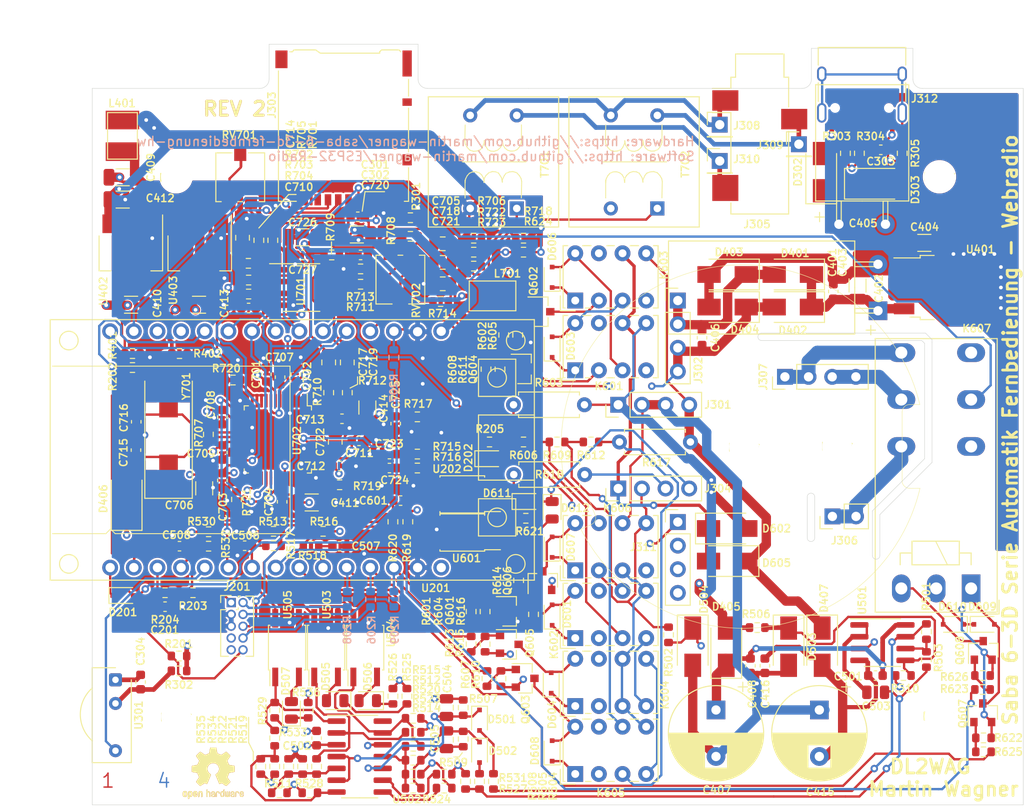
<source format=kicad_pcb>
(kicad_pcb (version 20171130) (host pcbnew 5.1.10-88a1d61d58~88~ubuntu18.04.1)
  (layers (0 F.Cu signal) (1 In1.Cu power hide) (2 In2.Cu power hide) (31 B.Cu signal) (34 B.Paste user hide) (35 F.Paste user hide) (36 B.SilkS user hide) (37 F.SilkS user) (38 B.Mask user hide) (39 F.Mask user hide) (44 Edge.Cuts user))
  (net 0 "")
  (net 1 Earth)
  (net 2 +3V3)
  (net 3 "Net-(C303-Pad1)")
  (net 4 "Net-(C304-Pad1)")
  (net 5 +5V)
  (net 6 "Net-(C401-Pad1)")
  (net 7 SABA_6,3V_AC)
  (net 8 SABA_GND_AC)
  (net 9 +24V)
  (net 10 +1V8)
  (net 11 +3.3VA)
  (net 12 -24V)
  (net 13 "Net-(C503-Pad2)")
  (net 14 "Net-(C503-Pad1)")
  (net 15 "/Suchlauf Messung/Phase")
  (net 16 "/Suchlauf Messung/Amplitude")
  (net 17 SABA_Suchlauf_Langsam)
  (net 18 SABA_Laufrichtung)
  (net 19 SABA_Suchlauf_Schnell)
  (net 20 SABA_HS)
  (net 21 "Net-(C705-Pad2)")
  (net 22 Audio_Links)
  (net 23 "Net-(C710-Pad2)")
  (net 24 "Net-(C715-Pad1)")
  (net 25 Audio_Rechts)
  (net 26 "Net-(C717-Pad2)")
  (net 27 /Audio/links)
  (net 28 /Audio/rechts)
  (net 29 "Net-(C719-Pad1)")
  (net 30 "Net-(C720-Pad1)")
  (net 31 "Net-(C722-Pad1)")
  (net 32 "Net-(C723-Pad1)")
  (net 33 +5VA)
  (net 34 SABA_15V_AC)
  (net 35 SABA_~15V_AC)
  (net 36 "Net-(D501-Pad2)")
  (net 37 "Net-(D502-Pad2)")
  (net 38 "Net-(D503-Pad1)")
  (net 39 "Net-(D504-Pad1)")
  (net 40 "Net-(D505-Pad2)")
  (net 41 "Net-(D505-Pad1)")
  (net 42 "Net-(D506-Pad2)")
  (net 43 "Net-(D506-Pad1)")
  (net 44 "Net-(D507-Pad2)")
  (net 45 "Net-(D507-Pad1)")
  (net 46 /Fernbedienung/Relais_Suchlauf_R)
  (net 47 /Fernbedienung/Relais_Schnelllauf)
  (net 48 /Fernbedienung/Relais_Mute)
  (net 49 /Fernbedienung/Relais_Suchlauf_L)
  (net 50 SABA_HS3)
  (net 51 "Net-(D610-Pad2)")
  (net 52 ~RESET)
  (net 53 "Net-(J201-Pad8)")
  (net 54 "Net-(J201-Pad6)")
  (net 55 "Net-(J201-Pad4)")
  (net 56 "Net-(J201-Pad2)")
  (net 57 SPI_MISO)
  (net 58 SPI_SCK)
  (net 59 SPI_MOSI)
  (net 60 SPI_CS_SDCARD)
  (net 61 "Net-(J303-Pad9)")
  (net 62 SABA_HS2)
  (net 63 SABA_Suchlauf)
  (net 64 SABA_Lautstaerke)
  (net 65 SABA_N2)
  (net 66 SABA_230V_AC)
  (net 67 SABA_N1)
  (net 68 /Fernbedienung/Relais_Leise)
  (net 69 "Net-(K602-Pad3)")
  (net 70 "Net-(K602-Pad4)")
  (net 71 /Fernbedienung/Suchlauf)
  (net 72 "Net-(K602-Pad6)")
  (net 73 "Net-(K604-Pad5)")
  (net 74 "Net-(K605-Pad3)")
  (net 75 "Net-(K605-Pad6)")
  (net 76 "Net-(Q601-Pad1)")
  (net 77 "Net-(Q602-Pad1)")
  (net 78 "Net-(Q603-Pad1)")
  (net 79 "Net-(Q604-Pad1)")
  (net 80 "Net-(Q605-Pad1)")
  (net 81 "Net-(Q606-Pad1)")
  (net 82 "Net-(Q607-Pad1)")
  (net 83 SABA_Suchlauf_L)
  (net 84 SABA_Schnelllauf)
  (net 85 SABA_Suchlauf_R)
  (net 86 "Net-(R501-Pad2)")
  (net 87 "Net-(R501-Pad1)")
  (net 88 "Net-(R511-Pad2)")
  (net 89 "Net-(R512-Pad2)")
  (net 90 "Net-(R513-Pad2)")
  (net 91 "Net-(R514-Pad2)")
  (net 92 "Net-(R515-Pad2)")
  (net 93 "Net-(R516-Pad2)")
  (net 94 "Net-(R527-Pad1)")
  (net 95 "Net-(R528-Pad2)")
  (net 96 "Net-(R529-Pad2)")
  (net 97 "Net-(R530-Pad2)")
  (net 98 "Net-(R531-Pad1)")
  (net 99 SABA_Laut)
  (net 100 SABA_Leise)
  (net 101 SABA_Mute)
  (net 102 "Net-(R619-Pad2)")
  (net 103 "Net-(R701-Pad2)")
  (net 104 "Net-(R705-Pad2)")
  (net 105 "Net-(R708-Pad2)")
  (net 106 "Net-(R719-Pad2)")
  (net 107 "Net-(R720-Pad2)")
  (net 108 "Net-(R721-Pad2)")
  (net 109 SPI_DCS_VS1053)
  (net 110 IR_RX)
  (net 111 SPI_CS_VS1053)
  (net 112 VS1053_DREQ)
  (net 113 /Fernbedienung/Relais_Laut)
  (net 114 GND)
  (net 115 "Net-(C412-Pad1)")
  (net 116 /Audio/amp_links)
  (net 117 "Net-(C714-Pad2)")
  (net 118 "Net-(C716-Pad1)")
  (net 119 /Audio/amp_rechts)
  (net 120 "Net-(C718-Pad2)")
  (net 121 "Net-(C721-Pad2)")
  (net 122 "Net-(C724-Pad1)")
  (net 123 "Net-(C725-Pad1)")
  (net 124 "Net-(D201-Pad1)")
  (net 125 Audio_GND)
  (net 126 "Net-(D603-Pad2)")
  (net 127 "Net-(D606-Pad2)")
  (net 128 "Net-(D609-Pad2)")
  (net 129 "Net-(D611-Pad1)")
  (net 130 "Net-(D612-Pad2)")
  (net 131 TA_Aktiv)
  (net 132 "Net-(J312-PadA5)")
  (net 133 "Net-(J312-PadB5)")
  (net 134 "Net-(J312-PadS1)")
  (net 135 SABA_Netz_Feedback)
  (net 136 "Net-(Q608-Pad1)")
  (net 137 "Net-(R202-Pad1)")
  (net 138 SABA_Netz_Set)
  (net 139 SABA_Netz_Reset)
  (net 140 "Net-(R710-Pad2)")
  (net 141 "Net-(R712-Pad1)")
  (net 142 "Net-(R714-Pad2)")
  (net 143 "Net-(R715-Pad2)")
  (net 144 "Net-(R722-Pad2)")
  (net 145 "Net-(C201-Pad2)")
  (net 146 "Net-(R203-Pad2)")
  (net 147 "Net-(R205-Pad2)")
  (net 148 "Net-(D202-Pad1)")
  (module Symbol:OSHW-Logo2_7.3x6mm_SilkScreen (layer F.Cu) (at 113 136.6)
    (fp_text reference REF** hide)
    (fp_text value OSHW-Logo2_7.3x6mm_SilkScreen hide)
  )
  (module Symbol:OSHW-Logo2_7.3x6mm_Copper (layer F.Cu) (at 113 136.6)
    (fp_text reference REF** hide)
    (fp_text value OSHW-Logo2_7.3x6mm_Copper hide)
    (fp_poly (pts (xy 0.10391 -2.757652) (xy 0.182454 -2.757222) (xy 0.239298 -2.756058) (xy 0.278105 -2.753793) (xy 0.302538 -2.75006) (xy 0.316262 -2.744494) (xy 0.32294 -2.736727) (xy 0.326236 -2.726395) (xy 0.326556 -2.725057) (xy 0.331562 -2.700921) (xy 0.340829 -2.653299) (xy 0.353392 -2.587259) (xy 0.368287 -2.507872) (xy 0.384551 -2.420204) (xy 0.385119 -2.417125) (xy 0.40141 -2.331211) (xy 0.416652 -2.255304) (xy 0.429861 -2.193955) (xy 0.440054 -2.151718) (xy 0.446248 -2.133145) (xy 0.446543 -2.132816) (xy 0.464788 -2.123747) (xy 0.502405 -2.108633) (xy 0.551271 -2.090738) (xy 0.551543 -2.090642) (xy 0.613093 -2.067507) (xy 0.685657 -2.038035) (xy 0.754057 -2.008403) (xy 0.757294 -2.006938) (xy 0.868702 -1.956374) (xy 1.115399 -2.12484) (xy 1.191077 -2.176197) (xy 1.259631 -2.222111) (xy 1.317088 -2.25997) (xy 1.359476 -2.287163) (xy 1.382825 -2.301079) (xy 1.385042 -2.302111) (xy 1.40201 -2.297516) (xy 1.433701 -2.275345) (xy 1.481352 -2.234553) (xy 1.546198 -2.174095) (xy 1.612397 -2.109773) (xy 1.676214 -2.046388) (xy 1.733329 -1.988549) (xy 1.780305 -1.939825) (xy 1.813703 -1.90379) (xy 1.830085 -1.884016) (xy 1.830694 -1.882998) (xy 1.832505 -1.869428) (xy 1.825683 -1.847267) (xy 1.80854 -1.813522) (xy 1.779393 -1.7652) (xy 1.736555 -1.699308) (xy 1.679448 -1.614483) (xy 1.628766 -1.539823) (xy 1.583461 -1.47286) (xy 1.54615 -1.417484) (xy 1.519452 -1.37758) (xy 1.505985 -1.357038) (xy 1.505137 -1.355644) (xy 1.506781 -1.335962) (xy 1.519245 -1.297707) (xy 1.540048 -1.248111) (xy 1.547462 -1.232272) (xy 1.579814 -1.16171) (xy 1.614328 -1.081647) (xy 1.642365 -1.012371) (xy 1.662568 -0.960955) (xy 1.678615 -0.921881) (xy 1.687888 -0.901459) (xy 1.689041 -0.899886) (xy 1.706096 -0.897279) (xy 1.746298 -0.890137) (xy 1.804302 -0.879477) (xy 1.874763 -0.866315) (xy 1.952335 -0.851667) (xy 2.031672 -0.836551) (xy 2.107431 -0.821982) (xy 2.174264 -0.808978) (xy 2.226828 -0.798555) (xy 2.259776 -0.79173) (xy 2.267857 -0.789801) (xy 2.276205 -0.785038) (xy 2.282506 -0.774282) (xy 2.287045 -0.753902) (xy 2.290104 -0.720266) (xy 2.291967 -0.669745) (xy 2.292918 -0.598708) (xy 2.29324 -0.503524) (xy 2.293257 -0.464508) (xy 2.293257 -0.147201) (xy 2.217057 -0.132161) (xy 2.174663 -0.124005) (xy 2.1114 -0.112101) (xy 2.034962 -0.097884) (xy 1.953043 -0.08279) (xy 1.9304 -0.078645) (xy 1.854806 -0.063947) (xy 1.788953 -0.049495) (xy 1.738366 -0.036625) (xy 1.708574 -0.026678) (xy 1.703612 -0.023713) (xy 1.691426 -0.002717) (xy 1.673953 0.037967) (xy 1.654577 0.090322) (xy 1.650734 0.1016) (xy 1.625339 0.171523) (xy 1.593817 0.250418) (xy 1.562969 0.321266) (xy 1.562817 0.321595) (xy 1.511447 0.432733) (xy 1.680399 0.681253) (xy 1.849352 0.929772) (xy 1.632429 1.147058) (xy 1.566819 1.211726) (xy 1.506979 1.268733) (xy 1.456267 1.315033) (xy 1.418046 1.347584) (xy 1.395675 1.363343) (xy 1.392466 1.364343) (xy 1.373626 1.356469) (xy 1.33518 1.334578) (xy 1.28133 1.301267) (xy 1.216276 1.259131) (xy 1.14594 1.211943) (xy 1.074555 1.16381) (xy 1.010908 1.121928) (xy 0.959041 1.088871) (xy 0.922995 1.067218) (xy 0.906867 1.059543) (xy 0.887189 1.066037) (xy 0.849875 1.08315) (xy 0.802621 1.107326) (xy 0.797612 1.110013) (xy 0.733977 1.141927) (xy 0.690341 1.157579) (xy 0.663202 1.157745) (xy 0.649057 1.143204) (xy 0.648975 1.143) (xy 0.641905 1.125779) (xy 0.625042 1.084899) (xy 0.599695 1.023525) (xy 0.567171 0.944819) (xy 0.528778 0.851947) (xy 0.485822 0.748072) (xy 0.444222 0.647502) (xy 0.398504 0.536516) (xy 0.356526 0.433703) (xy 0.319548 0.342215) (xy 0.288827 0.265201) (xy 0.265622 0.205815) (xy 0.25119 0.167209) (xy 0.246743 0.1528) (xy 0.257896 0.136272) (xy 0.287069 0.10993) (xy 0.325971 0.080887) (xy 0.436757 -0.010961) (xy 0.523351 -0.116241) (xy 0.584716 -0.232734) (xy 0.619815 -0.358224) (xy 0.627608 -0.490493) (xy 0.621943 -0.551543) (xy 0.591078 -0.678205) (xy 0.53792 -0.790059) (xy 0.465767 -0.885999) (xy 0.377917 -0.964924) (xy 0.277665 -1.02573) (xy 0.16831 -1.067313) (xy 0.053147 -1.088572) (xy -0.064525 -1.088401) (xy -0.18141 -1.065699) (xy -0.294211 -1.019362) (xy -0.399631 -0.948287) (xy -0.443632 -0.908089) (xy -0.528021 -0.804871) (xy -0.586778 -0.692075) (xy -0.620296 -0.57299) (xy -0.628965 -0.450905) (xy -0.613177 -0.329107) (xy -0.573322 -0.210884) (xy -0.509793 -0.099525) (xy -0.422979 0.001684) (xy -0.325971 0.080887) (xy -0.285563 0.111162) (xy -0.257018 0.137219) (xy -0.246743 0.152825) (xy -0.252123 0.169843) (xy -0.267425 0.2105) (xy -0.291388 0.271642) (xy -0.322756 0.350119) (xy -0.360268 0.44278) (xy -0.402667 0.546472) (xy -0.444337 0.647526) (xy -0.49031 0.758607) (xy -0.532893 0.861541) (xy -0.570779 0.953165) (xy -0.60266 1.030316) (xy -0.627229 1.089831) (xy -0.64318 1.128544) (xy -0.64909 1.143) (xy -0.663052 1.157685) (xy -0.69006 1.157642) (xy -0.733587 1.142099) (xy -0.79711 1.110284) (xy -0.797612 1.110013) (xy -0.84544 1.085323) (xy -0.884103 1.067338) (xy -0.905905 1.059614) (xy -0.906867 1.059543) (xy -0.923279 1.067378) (xy -0.959513 1.089165) (xy -1.011526 1.122328) (xy -1.075275 1.164291) (xy -1.14594 1.211943) (xy -1.217884 1.260191) (xy -1.282726 1.302151) (xy -1.336265 1.335227) (xy -1.374303 1.356821) (xy -1.392467 1.364343) (xy -1.409192 1.354457) (xy -1.44282 1.326826) (xy -1.48999 1.284495) (xy -1.547342 1.230505) (xy -1.611516 1.167899) (xy -1.632503 1.146983) (xy -1.849501 0.929623) (xy -1.684332 0.68722) (xy -1.634136 0.612781) (xy -1.590081 0.545972) (xy -1.554638 0.490665) (xy -1.530281 0.450729) (xy -1.519478 0.430036) (xy -1.519162 0.428563) (xy -1.524857 0.409058) (xy -1.540174 0.369822) (xy -1.562463 0.31743) (xy -1.578107 0.282355) (xy -1.607359 0.215201) (xy -1.634906 0.147358) (xy -1.656263 0.090034) (xy -1.662065 0.072572) (xy -1.678548 0.025938) (xy -1.69466 -0.010095) (xy -1.70351 -0.023713) (xy -1.72304 -0.032048) (xy -1.765666 -0.043863) (xy -1.825855 -0.057819) (xy -1.898078 -0.072578) (xy -1.9304 -0.078645) (xy -2.012478 -0.093727) (xy -2.091205 -0.108331) (xy -2.158891 -0.12102) (xy -2.20784 -0.130358) (xy -2.217057 -0.132161) (xy -2.293257 -0.147201) (xy -2.293257 -0.464508) (xy -2.293086 -0.568846) (xy -2.292384 -0.647787) (xy -2.290866 -0.704962) (xy -2.288251 -0.744001) (xy -2.284254 -0.768535) (xy -2.278591 -0.782195) (xy -2.27098 -0.788611) (xy -2.267857 -0.789801) (xy -2.249022 -0.79402) (xy -2.207412 -0.802438) (xy -2.14837 -0.814039) (xy -2.077243 -0.827805) (xy -1.999375 -0.84272) (xy -1.920113 -0.857768) (xy -1.844802 -0.871931) (xy -1.778787 -0.884194) (xy -1.727413 -0.893539) (xy -1.696025 -0.89895) (xy -1.689041 -0.899886) (xy -1.682715 -0.912404) (xy -1.66871 -0.945754) (xy -1.649645 -0.993623) (xy -1.642366 -1.012371) (xy -1.613004 -1.084805) (xy -1.578429 -1.16483) (xy -1.547463 -1.232272) (xy -1.524677 -1.283841) (xy -1.509518 -1.326215) (xy -1.504458 -1.352166) (xy -1.505264 -1.355644) (xy -1.515959 -1.372064) (xy -1.54038 -1.408583) (xy -1.575905 -1.461313) (xy -1.619913 -1.526365) (xy -1.669783 -1.599849) (xy -1.679644 -1.614355) (xy -1.737508 -1.700296) (xy -1.780044 -1.765739) (xy -1.808946 -1.813696) (xy -1.82591 -1.84718) (xy -1.832633 -1.869205) (xy -1.83081 -1.882783) (xy -1.830764 -1.882869) (xy -1.816414 -1.900703) (xy -1.784677 -1.935183) (xy -1.73899 -1.982732) (xy -1.682796 -2.039778) (xy -1.619532 -2.102745) (xy -1.612398 -2.109773) (xy -1.53267 -2.18698) (xy -1.471143 -2.24367) (xy -1.426579 -2.28089) (xy -1.397743 -2.299685) (xy -1.385042 -2.302111) (xy -1.366506 -2.291529) (xy -1.328039 -2.267084) (xy -1.273614 -2.231388) (xy -1.207202 -2.187053) (xy -1.132775 -2.136689) (xy -1.115399 -2.12484) (xy -0.868703 -1.956374) (xy -0.757294 -2.006938) (xy -0.689543 -2.036405) (xy -0.616817 -2.066041) (xy -0.554297 -2.08967) (xy -0.551543 -2.090642) (xy -0.50264 -2.108543) (xy -0.464943 -2.12368) (xy -0.446575 -2.13279) (xy -0.446544 -2.132816) (xy -0.440715 -2.149283) (xy -0.430808 -2.189781) (xy -0.417805 -2.249758) (xy -0.402691 -2.32466) (xy -0.386448 -2.409936) (xy -0.385119 -2.417125) (xy -0.368825 -2.504986) (xy -0.353867 -2.58474) (xy -0.341209 -2.651319) (xy -0.331814 -2.699653) (xy -0.326646 -2.724675) (xy -0.326556 -2.725057) (xy -0.323411 -2.735701) (xy -0.317296 -2.743738) (xy -0.304547 -2.749533) (xy -0.2815 -2.753453) (xy -0.244491 -2.755865) (xy -0.189856 -2.757135) (xy -0.113933 -2.757629) (xy -0.013056 -2.757714) (xy 0 -2.757714) (xy 0.10391 -2.757652)) (layer F.Cu) (width 0.01))
    (fp_poly (pts (xy 3.153595 1.966966) (xy 3.211021 2.004497) (xy 3.238719 2.038096) (xy 3.260662 2.099064) (xy 3.262405 2.147308) (xy 3.258457 2.211816) (xy 3.109686 2.276934) (xy 3.037349 2.310202) (xy 2.990084 2.336964) (xy 2.965507 2.360144) (xy 2.961237 2.382667) (xy 2.974889 2.407455) (xy 2.989943 2.423886) (xy 3.033746 2.450235) (xy 3.081389 2.452081) (xy 3.125145 2.431546) (xy 3.157289 2.390752) (xy 3.163038 2.376347) (xy 3.190576 2.331356) (xy 3.222258 2.312182) (xy 3.265714 2.295779) (xy 3.265714 2.357966) (xy 3.261872 2.400283) (xy 3.246823 2.435969) (xy 3.21528 2.476943) (xy 3.210592 2.482267) (xy 3.175506 2.51872) (xy 3.145347 2.538283) (xy 3.107615 2.547283) (xy 3.076335 2.55023) (xy 3.020385 2.550965) (xy 2.980555 2.54166) (xy 2.955708 2.527846) (xy 2.916656 2.497467) (xy 2.889625 2.464613) (xy 2.872517 2.423294) (xy 2.863238 2.367521) (xy 2.859693 2.291305) (xy 2.85941 2.252622) (xy 2.860372 2.206247) (xy 2.948007 2.206247) (xy 2.949023 2.231126) (xy 2.951556 2.2352) (xy 2.968274 2.229665) (xy 3.004249 2.215017) (xy 3.052331 2.19419) (xy 3.062386 2.189714) (xy 3.123152 2.158814) (xy 3.156632 2.131657) (xy 3.16399 2.10622) (xy 3.146391 2.080481) (xy 3.131856 2.069109) (xy 3.07941 2.046364) (xy 3.030322 2.050122) (xy 2.989227 2.077884) (xy 2.960758 2.127152) (xy 2.951631 2.166257) (xy 2.948007 2.206247) (xy 2.860372 2.206247) (xy 2.861285 2.162249) (xy 2.868196 2.095384) (xy 2.881884 2.046695) (xy 2.904096 2.010849) (xy 2.936574 1.982513) (xy 2.950733 1.973355) (xy 3.015053 1.949507) (xy 3.085473 1.948006) (xy 3.153595 1.966966)) (layer F.Cu) (width 0.01))
    (fp_poly (pts (xy 2.6526 1.958752) (xy 2.669948 1.966334) (xy 2.711356 1.999128) (xy 2.746765 2.046547) (xy 2.768664 2.097151) (xy 2.772229 2.122098) (xy 2.760279 2.156927) (xy 2.734067 2.175357) (xy 2.705964 2.186516) (xy 2.693095 2.188572) (xy 2.686829 2.173649) (xy 2.674456 2.141175) (xy 2.669028 2.126502) (xy 2.63859 2.075744) (xy 2.59452 2.050427) (xy 2.53801 2.051206) (xy 2.533825 2.052203) (xy 2.503655 2.066507) (xy 2.481476 2.094393) (xy 2.466327 2.139287) (xy 2.45725 2.204615) (xy 2.453286 2.293804) (xy 2.452914 2.341261) (xy 2.45273 2.416071) (xy 2.451522 2.467069) (xy 2.448309 2.499471) (xy 2.442109 2.518495) (xy 2.43194 2.529356) (xy 2.416819 2.537272) (xy 2.415946 2.53767) (xy 2.386828 2.549981) (xy 2.372403 2.554514) (xy 2.370186 2.540809) (xy 2.368289 2.502925) (xy 2.366847 2.445715) (xy 2.365998 2.374027) (xy 2.365829 2.321565) (xy 2.366692 2.220047) (xy 2.37007 2.143032) (xy 2.377142 2.086023) (xy 2.389088 2.044526) (xy 2.40709 2.014043) (xy 2.432327 1.99008) (xy 2.457247 1.973355) (xy 2.517171 1.951097) (xy 2.586911 1.946076) (xy 2.6526 1.958752)) (layer F.Cu) (width 0.01))
    (fp_poly (pts (xy 2.144876 1.956335) (xy 2.186667 1.975344) (xy 2.219469 1.998378) (xy 2.243503 2.024133) (xy 2.260097 2.057358) (xy 2.270577 2.1028) (xy 2.276271 2.165207) (xy 2.278507 2.249327) (xy 2.278743 2.304721) (xy 2.278743 2.520826) (xy 2.241774 2.53767) (xy 2.212656 2.549981) (xy 2.198231 2.554514) (xy 2.195472 2.541025) (xy 2.193282 2.504653) (xy 2.191942 2.451542) (xy 2.191657 2.409372) (xy 2.190434 2.348447) (xy 2.187136 2.300115) (xy 2.182321 2.270518) (xy 2.178496 2.264229) (xy 2.152783 2.270652) (xy 2.112418 2.287125) (xy 2.065679 2.309458) (xy 2.020845 2.333457) (xy 1.986193 2.35493) (xy 1.970002 2.369685) (xy 1.969938 2.369845) (xy 1.97133 2.397152) (xy 1.983818 2.423219) (xy 2.005743 2.444392) (xy 2.037743 2.451474) (xy 2.065092 2.450649) (xy 2.103826 2.450042) (xy 2.124158 2.459116) (xy 2.136369 2.483092) (xy 2.137909 2.487613) (xy 2.143203 2.521806) (xy 2.129047 2.542568) (xy 2.092148 2.552462) (xy 2.052289 2.554292) (xy 1.980562 2.540727) (xy 1.943432 2.521355) (xy 1.897576 2.475845) (xy 1.873256 2.419983) (xy 1.871073 2.360957) (xy 1.891629 2.305953) (xy 1.922549 2.271486) (xy 1.95342 2.252189) (xy 2.001942 2.227759) (xy 2.058485 2.202985) (xy 2.06791 2.199199) (xy 2.130019 2.171791) (xy 2.165822 2.147634) (xy 2.177337 2.123619) (xy 2.16658 2.096635) (xy 2.148114 2.075543) (xy 2.104469 2.049572) (xy 2.056446 2.047624) (xy 2.012406 2.067637) (xy 1.980709 2.107551) (xy 1.976549 2.117848) (xy 1.952327 2.155724) (xy 1.916965 2.183842) (xy 1.872343 2.206917) (xy 1.872343 2.141485) (xy 1.874969 2.101506) (xy 1.88623 2.069997) (xy 1.911199 2.036378) (xy 1.935169 2.010484) (xy 1.972441 1.973817) (xy 2.001401 1.954121) (xy 2.032505 1.94622) (xy 2.067713 1.944914) (xy 2.144876 1.956335)) (layer F.Cu) (width 0.01))
    (fp_poly (pts (xy 1.779833 1.958663) (xy 1.782048 1.99685) (xy 1.783784 2.054886) (xy 1.784899 2.12818) (xy 1.785257 2.205055) (xy 1.785257 2.465196) (xy 1.739326 2.511127) (xy 1.707675 2.539429) (xy 1.67989 2.550893) (xy 1.641915 2.550168) (xy 1.62684 2.548321) (xy 1.579726 2.542948) (xy 1.540756 2.539869) (xy 1.531257 2.539585) (xy 1.499233 2.541445) (xy 1.453432 2.546114) (xy 1.435674 2.548321) (xy 1.392057 2.551735) (xy 1.362745 2.54432) (xy 1.33368 2.521427) (xy 1.323188 2.511127) (xy 1.277257 2.465196) (xy 1.277257 1.978602) (xy 1.314226 1.961758) (xy 1.346059 1.949282) (xy 1.364683 1.944914) (xy 1.369458 1.958718) (xy 1.373921 1.997286) (xy 1.377775 2.056356) (xy 1.380722 2.131663) (xy 1.382143 2.195286) (xy 1.386114 2.445657) (xy 1.420759 2.450556) (xy 1.452268 2.447131) (xy 1.467708 2.436041) (xy 1.472023 2.415308) (xy 1.475708 2.371145) (xy 1.478469 2.309146) (xy 1.480012 2.234909) (xy 1.480235 2.196706) (xy 1.480457 1.976783) (xy 1.526166 1.960849) (xy 1.558518 1.950015) (xy 1.576115 1.944962) (xy 1.576623 1.944914) (xy 1.578388 1.958648) (xy 1.580329 1.99673) (xy 1.582282 2.054482) (xy 1.584084 2.127227) (xy 1.585343 2.195286) (xy 1.589314 2.445657) (xy 1.6764 2.445657) (xy 1.680396 2.21724) (xy 1.684392 1.988822) (xy 1.726847 1.966868) (xy 1.758192 1.951793) (xy 1.776744 1.944951) (xy 1.777279 1.944914) (xy 1.779833 1.958663)) (layer F.Cu) (width 0.01))
    (fp_poly (pts (xy 1.190117 2.065358) (xy 1.189933 2.173837) (xy 1.189219 2.257287) (xy 1.187675 2.319704) (xy 1.185001 2.365085) (xy 1.180894 2.397429) (xy 1.175055 2.420733) (xy 1.167182 2.438995) (xy 1.161221 2.449418) (xy 1.111855 2.505945) (xy 1.049264 2.541377) (xy 0.980013 2.55409) (xy 0.910668 2.542463) (xy 0.869375 2.521568) (xy 0.826025 2.485422) (xy 0.796481 2.441276) (xy 0.778655 2.383462) (xy 0.770463 2.306313) (xy 0.769302 2.249714) (xy 0.769458 2.245647) (xy 0.870857 2.245647) (xy 0.871476 2.31055) (xy 0.874314 2.353514) (xy 0.88084 2.381622) (xy 0.892523 2.401953) (xy 0.906483 2.417288) (xy 0.953365 2.44689) (xy 1.003701 2.449419) (xy 1.051276 2.424705) (xy 1.054979 2.421356) (xy 1.070783 2.403935) (xy 1.080693 2.383209) (xy 1.086058 2.352362) (xy 1.088228 2.304577) (xy 1.088571 2.251748) (xy 1.087827 2.185381) (xy 1.084748 2.141106) (xy 1.078061 2.112009) (xy 1.066496 2.091173) (xy 1.057013 2.080107) (xy 1.01296 2.052198) (xy 0.962224 2.048843) (xy 0.913796 2.070159) (xy 0.90445 2.078073) (xy 0.88854 2.095647) (xy 0.87861 2.116587) (xy 0.873278 2.147782) (xy 0.871163 2.196122) (xy 0.870857 2.245647) (xy 0.769458 2.245647) (xy 0.77281 2.158568) (xy 0.784726 2.090086) (xy 0.807135 2.0386) (xy 0.842124 1.998443) (xy 0.869375 1.977861) (xy 0.918907 1.955625) (xy 0.976316 1.945304) (xy 1.029682 1.948067) (xy 1.059543 1.959212) (xy 1.071261 1.962383) (xy 1.079037 1.950557) (xy 1.084465 1.918866) (xy 1.088571 1.870593) (xy 1.093067 1.816829) (xy 1.099313 1.784482) (xy 1.110676 1.765985) (xy 1.130528 1.75377) (xy 1.143 1.748362) (xy 1.190171 1.728601) (xy 1.190117 2.065358)) (layer F.Cu) (width 0.01))
    (fp_poly (pts (xy 0.529926 1.949755) (xy 0.595858 1.974084) (xy 0.649273 2.017117) (xy 0.670164 2.047409) (xy 0.692939 2.102994) (xy 0.692466 2.143186) (xy 0.668562 2.170217) (xy 0.659717 2.174813) (xy 0.62153 2.189144) (xy 0.602028 2.185472) (xy 0.595422 2.161407) (xy 0.595086 2.148114) (xy 0.582992 2.09921) (xy 0.551471 2.064999) (xy 0.507659 2.048476) (xy 0.458695 2.052634) (xy 0.418894 2.074227) (xy 0.40545 2.086544) (xy 0.395921 2.101487) (xy 0.389485 2.124075) (xy 0.385317 2.159328) (xy 0.382597 2.212266) (xy 0.380502 2.287907) (xy 0.37996 2.311857) (xy 0.377981 2.39379) (xy 0.375731 2.451455) (xy 0.372357 2.489608) (xy 0.367006 2.513004) (xy 0.358824 2.526398) (xy 0.346959 2.534545) (xy 0.339362 2.538144) (xy 0.307102 2.550452) (xy 0.288111 2.554514) (xy 0.281836 2.540948) (xy 0.278006 2.499934) (xy 0.2766 2.430999) (xy 0.277598 2.333669) (xy 0.277908 2.318657) (xy 0.280101 2.229859) (xy 0.282693 2.165019) (xy 0.286382 2.119067) (xy 0.291864 2.086935) (xy 0.299835 2.063553) (xy 0.310993 2.043852) (xy 0.31683 2.03541) (xy 0.350296 1.998057) (xy 0.387727 1.969003) (xy 0.392309 1.966467) (xy 0.459426 1.946443) (xy 0.529926 1.949755)) (layer F.Cu) (width 0.01))
    (fp_poly (pts (xy 0.039744 1.950968) (xy 0.096616 1.972087) (xy 0.097267 1.972493) (xy 0.13244 1.99838) (xy 0.158407 2.028633) (xy 0.17667 2.068058) (xy 0.188732 2.121462) (xy 0.196096 2.193651) (xy 0.200264 2.289432) (xy 0.200629 2.303078) (xy 0.205876 2.508842) (xy 0.161716 2.531678) (xy 0.129763 2.54711) (xy 0.11047 2.554423) (xy 0.109578 2.554514) (xy 0.106239 2.541022) (xy 0.103587 2.504626) (xy 0.101956 2.451452) (xy 0.1016 2.408393) (xy 0.101592 2.338641) (xy 0.098403 2.294837) (xy 0.087288 2.273944) (xy 0.063501 2.272925) (xy 0.022296 2.288741) (xy -0.039914 2.317815) (xy -0.085659 2.341963) (xy -0.109187 2.362913) (xy -0.116104 2.385747) (xy -0.116114 2.386877) (xy -0.104701 2.426212) (xy -0.070908 2.447462) (xy -0.019191 2.450539) (xy 0.018061 2.450006) (xy 0.037703 2.460735) (xy 0.049952 2.486505) (xy 0.057002 2.519337) (xy 0.046842 2.537966) (xy 0.043017 2.540632) (xy 0.007001 2.55134) (xy -0.043434 2.552856) (xy -0.095374 2.545759) (xy -0.132178 2.532788) (xy -0.183062 2.489585) (xy -0.211986 2.429446) (xy -0.217714 2.382462) (xy -0.213343 2.340082) (xy -0.197525 2.305488) (xy -0.166203 2.274763) (xy -0.115322 2.24399) (xy -0.040824 2.209252) (xy -0.036286 2.207288) (xy 0.030821 2.176287) (xy 0.072232 2.150862) (xy 0.089981 2.128014) (xy 0.086107 2.104745) (xy 0.062643 2.078056) (xy 0.055627 2.071914) (xy 0.00863 2.0481) (xy -0.040067 2.049103) (xy -0.082478 2.072451) (xy -0.110616 2.115675) (xy -0.113231 2.12416) (xy -0.138692 2.165308) (xy -0.170999 2.185128) (xy -0.217714 2.20477) (xy -0.217714 2.15395) (xy -0.203504 2.080082) (xy -0.161325 2.012327) (xy -0.139376 1.989661) (xy -0.089483 1.960569) (xy -0.026033 1.9474) (xy 0.039744 1.950968)) (layer F.Cu) (width 0.01))
    (fp_poly (pts (xy -0.624114 1.851289) (xy -0.619861 1.910613) (xy -0.614975 1.945572) (xy -0.608205 1.96082) (xy -0.598298 1.961015) (xy -0.595086 1.959195) (xy -0.552356 1.946015) (xy -0.496773 1.946785) (xy -0.440263 1.960333) (xy -0.404918 1.977861) (xy -0.368679 2.005861) (xy -0.342187 2.037549) (xy -0.324001 2.077813) (xy -0.312678 2.131543) (xy -0.306778 2.203626) (xy -0.304857 2.298951) (xy -0.304823 2.317237) (xy -0.3048 2.522646) (xy -0.350509 2.53858) (xy -0.382973 2.54942) (xy -0.400785 2.554468) (xy -0.401309 2.554514) (xy -0.403063 2.540828) (xy -0.404556 2.503076) (xy -0.405674 2.446224) (xy -0.406303 2.375234) (xy -0.4064 2.332073) (xy -0.406602 2.246973) (xy -0.407642 2.185981) (xy -0.410169 2.144177) (xy -0.414836 2.116642) (xy -0.422293 2.098456) (xy -0.433189 2.084698) (xy -0.439993 2.078073) (xy -0.486728 2.051375) (xy -0.537728 2.049375) (xy -0.583999 2.071955) (xy -0.592556 2.080107) (xy -0.605107 2.095436) (xy -0.613812 2.113618) (xy -0.619369 2.139909) (xy -0.622474 2.179562) (xy -0.623824 2.237832) (xy -0.624114 2.318173) (xy -0.624114 2.522646) (xy -0.669823 2.53858) (xy -0.702287 2.54942) (xy -0.720099 2.554468) (xy -0.720623 2.554514) (xy -0.721963 2.540623) (xy -0.723172 2.501439) (xy -0.724199 2.4407) (xy -0.724998 2.362141) (xy -0.725519 2.269498) (xy -0.725714 2.166509) (xy -0.725714 1.769342) (xy -0.678543 1.749444) (xy -0.631371 1.729547) (xy -0.624114 1.851289)) (layer F.Cu) (width 0.01))
    (fp_poly (pts (xy -1.831697 1.931239) (xy -1.774473 1.969735) (xy -1.730251 2.025335) (xy -1.703833 2.096086) (xy -1.69849 2.148162) (xy -1.699097 2.169893) (xy -1.704178 2.186531) (xy -1.718145 2.201437) (xy -1.745411 2.217973) (xy -1.790388 2.239498) (xy -1.857489 2.269374) (xy -1.857829 2.269524) (xy -1.919593 2.297813) (xy -1.970241 2.322933) (xy -2.004596 2.342179) (xy -2.017482 2.352848) (xy -2.017486 2.352934) (xy -2.006128 2.376166) (xy -1.979569 2.401774) (xy -1.949077 2.420221) (xy -1.93363 2.423886) (xy -1.891485 2.411212) (xy -1.855192 2.379471) (xy -1.837483 2.344572) (xy -1.820448 2.318845) (xy -1.787078 2.289546) (xy -1.747851 2.264235) (xy -1.713244 2.250471) (xy -1.706007 2.249714) (xy -1.697861 2.26216) (xy -1.69737 2.293972) (xy -1.703357 2.336866) (xy -1.714643 2.382558) (xy -1.73005 2.422761) (xy -1.730829 2.424322) (xy -1.777196 2.489062) (xy -1.837289 2.533097) (xy -1.905535 2.554711) (xy -1.976362 2.552185) (xy -2.044196 2.523804) (xy -2.047212 2.521808) (xy -2.100573 2.473448) (xy -2.13566 2.410352) (xy -2.155078 2.327387) (xy -2.157684 2.304078) (xy -2.162299 2.194055) (xy -2.156767 2.142748) (xy -2.017486 2.142748) (xy -2.015676 2.174753) (xy -2.005778 2.184093) (xy -1.981102 2.177105) (xy -1.942205 2.160587) (xy -1.898725 2.139881) (xy -1.897644 2.139333) (xy -1.860791 2.119949) (xy -1.846 2.107013) (xy -1.849647 2.093451) (xy -1.865005 2.075632) (xy -1.904077 2.049845) (xy -1.946154 2.04795) (xy -1.983897 2.066717) (xy -2.009966 2.102915) (xy -2.017486 2.142748) (xy -2.156767 2.142748) (xy -2.152806 2.106027) (xy -2.12845 2.036212) (xy -2.094544 1.987302) (xy -2.033347 1.937878) (xy -1.965937 1.913359) (xy -1.89712 1.911797) (xy -1.831697 1.931239)) (layer F.Cu) (width 0.01))
    (fp_poly (pts (xy -2.958885 1.921962) (xy -2.890855 1.957733) (xy -2.840649 2.015301) (xy -2.822815 2.052312) (xy -2.808937 2.107882) (xy -2.801833 2.178096) (xy -2.80116 2.254727) (xy -2.806573 2.329552) (xy -2.81773 2.394342) (xy -2.834286 2.440873) (xy -2.839374 2.448887) (xy -2.899645 2.508707) (xy -2.971231 2.544535) (xy -3.048908 2.55502) (xy -3.127452 2.53881) (xy -3.149311 2.529092) (xy -3.191878 2.499143) (xy -3.229237 2.459433) (xy -3.232768 2.454397) (xy -3.247119 2.430124) (xy -3.256606 2.404178) (xy -3.26221 2.370022) (xy -3.264914 2.321119) (xy -3.265701 2.250935) (xy -3.265714 2.2352) (xy -3.265678 2.230192) (xy -3.120571 2.230192) (xy -3.119727 2.29643) (xy -3.116404 2.340386) (xy -3.109417 2.368779) (xy -3.097584 2.388325) (xy -3.091543 2.394857) (xy -3.056814 2.41968) (xy -3.023097 2.418548) (xy -2.989005 2.397016) (xy -2.968671 2.374029) (xy -2.956629 2.340478) (xy -2.949866 2.287569) (xy -2.949402 2.281399) (xy -2.948248 2.185513) (xy -2.960312 2.114299) (xy -2.98543 2.068194) (xy -3.02344 2.047635) (xy -3.037008 2.046514) (xy -3.072636 2.052152) (xy -3.097006 2.071686) (xy -3.111907 2.109042) (xy -3.119125 2.16815) (xy -3.120571 2.230192) (xy -3.265678 2.230192) (xy -3.265174 2.160413) (xy -3.262904 2.108159) (xy -3.257932 2.071949) (xy -3.249287 2.045299) (xy -3.235995 2.021722) (xy -3.233057 2.017338) (xy -3.183687 1.958249) (xy -3.129891 1.923947) (xy -3.064398 1.910331) (xy -3.042158 1.909665) (xy -2.958885 1.921962)) (layer F.Cu) (width 0.01))
    (fp_poly (pts (xy -1.283907 1.92778) (xy -1.237328 1.954723) (xy -1.204943 1.981466) (xy -1.181258 2.009484) (xy -1.164941 2.043748) (xy -1.154661 2.089227) (xy -1.149086 2.150892) (xy -1.146884 2.233711) (xy -1.146629 2.293246) (xy -1.146629 2.512391) (xy -1.208314 2.540044) (xy -1.27 2.567697) (xy -1.277257 2.32767) (xy -1.280256 2.238028) (xy -1.283402 2.172962) (xy -1.287299 2.128026) (xy -1.292553 2.09877) (xy -1.299769 2.080748) (xy -1.30955 2.069511) (xy -1.312688 2.067079) (xy -1.360239 2.048083) (xy -1.408303 2.0556) (xy -1.436914 2.075543) (xy -1.448553 2.089675) (xy -1.456609 2.10822) (xy -1.461729 2.136334) (xy -1.464559 2.179173) (xy -1.465744 2.241895) (xy -1.465943 2.307261) (xy -1.465982 2.389268) (xy -1.467386 2.447316) (xy -1.472086 2.486465) (xy -1.482013 2.51178) (xy -1.499097 2.528323) (xy -1.525268 2.541156) (xy -1.560225 2.554491) (xy -1.598404 2.569007) (xy -1.593859 2.311389) (xy -1.592029 2.218519) (xy -1.589888 2.149889) (xy -1.586819 2.100711) (xy -1.582206 2.066198) (xy -1.575432 2.041562) (xy -1.565881 2.022016) (xy -1.554366 2.00477) (xy -1.49881 1.94968) (xy -1.43102 1.917822) (xy -1.357287 1.910191) (xy -1.283907 1.92778)) (layer F.Cu) (width 0.01))
    (fp_poly (pts (xy -2.400256 1.919918) (xy -2.344799 1.947568) (xy -2.295852 1.99848) (xy -2.282371 2.017338) (xy -2.267686 2.042015) (xy -2.258158 2.068816) (xy -2.252707 2.104587) (xy -2.250253 2.156169) (xy -2.249714 2.224267) (xy -2.252148 2.317588) (xy -2.260606 2.387657) (xy -2.276826 2.439931) (xy -2.302546 2.479869) (xy -2.339503 2.512929) (xy -2.342218 2.514886) (xy -2.37864 2.534908) (xy -2.422498 2.544815) (xy -2.478276 2.547257) (xy -2.568952 2.547257) (xy -2.56899 2.635283) (xy -2.569834 2.684308) (xy -2.574976 2.713065) (xy -2.588413 2.730311) (xy -2.614142 2.744808) (xy -2.620321 2.747769) (xy -2.649236 2.761648) (xy -2.671624 2.770414) (xy -2.688271 2.771171) (xy -2.699964 2.761023) (xy -2.70749 2.737073) (xy -2.711634 2.696426) (xy -2.713185 2.636186) (xy -2.712929 2.553455) (xy -2.711651 2.445339) (xy -2.711252 2.413) (xy -2.709815 2.301524) (xy -2.708528 2.228603) (xy -2.569029 2.228603) (xy -2.568245 2.290499) (xy -2.56476 2.330997) (xy -2.556876 2.357708) (xy -2.542895 2.378244) (xy -2.533403 2.38826) (xy -2.494596 2.417567) (xy -2.460237 2.419952) (xy -2.424784 2.39575) (xy -2.423886 2.394857) (xy -2.409461 2.376153) (xy -2.400687 2.350732) (xy -2.396261 2.311584) (xy -2.394882 2.251697) (xy -2.394857 2.23843) (xy -2.398188 2.155901) (xy -2.409031 2.098691) (xy -2.42866 2.063766) (xy -2.45835 2.048094) (xy -2.475509 2.046514) (xy -2.516234 2.053926) (xy -2.544168 2.07833) (xy -2.560983 2.12298) (xy -2.56835 2.19113) (xy -2.569029 2.228603) (xy -2.708528 2.228603) (xy -2.708292 2.215245) (xy -2.706323 2.150333) (xy -2.70355 2.102958) (xy -2.699612 2.06929) (xy -2.694151 2.045498) (xy -2.686808 2.027753) (xy -2.677223 2.012224) (xy -2.673113 2.006381) (xy -2.618595 1.951185) (xy -2.549664 1.91989) (xy -2.469928 1.911165) (xy -2.400256 1.919918)) (layer F.Cu) (width 0.01))
  )
  (module MountingHole:MountingHole_3.2mm_M3 (layer F.Cu) (at 180 101.5)
    (fp_text reference REF** (at 0 0) (layer F.SilkS) (effects (font (size 0.8 0.8) (thickness 0.153))))
    (fp_text value MountingHole_3.2mm_M3)
    (pad 1 np_thru_hole circle (at 0 0) (size 3.2 3.2) (drill 3.2) (layers *.Cu *.Mask))
  )
  (module MountingHole:MountingHole_3.2mm_M3 (layer F.Cu) (at 170 101.5)
    (fp_text reference REF** (at 0 0.1) (layer F.SilkS) (effects (font (size 0.8 0.8) (thickness 0.153))))
    (fp_text value MountingHole_3.2mm_M3)
    (pad 1 np_thru_hole circle (at 0 0) (size 3.2 3.2) (drill 3.2) (layers *.Cu *.Mask))
  )
  (module MountingHole:MountingHole_3.2mm_M3 (layer F.Cu) (at 191 130.5)
    (fp_text reference REF** (at -0.1 0) (layer F.SilkS) (effects (font (size 0.8 0.8) (thickness 0.153))))
    (fp_text value MountingHole_3.2mm_M3)
    (pad 1 np_thru_hole circle (at 0 0) (size 3.2 3.2) (drill 3.2) (layers *.Cu *.Mask))
  )
  (module MountingHole:MountingHole_3.2mm_M3 (layer F.Cu) (at 109 72.5)
    (fp_text reference REF** (at -0.1 0.1) (layer F.SilkS) (effects (font (size 0.8 0.8) (thickness 0.153))))
    (fp_text value MountingHole_3.2mm_M3)
    (pad 1 np_thru_hole circle (at 0 0) (size 3.2 3.2) (drill 3.2) (layers *.Cu *.Mask))
  )
  (module MountingHole:MountingHole_3.2mm_M3 (layer F.Cu) (at 109 130.5)
    (fp_text reference REF** (at 0 0.1) (layer F.SilkS) (effects (font (size 0.8 0.8) (thickness 0.153))))
    (fp_text value MountingHole_3.2mm_M3)
    (pad 1 np_thru_hole circle (at 0 0) (size 3.2 3.2) (drill 3.2) (layers *.Cu *.Mask))
  )
  (module MountingHole:MountingHole_3.2mm_M3 (layer F.Cu) (at 191 72.5)
    (fp_text reference REF** (at 0 0) (layer F.SilkS) (effects (font (size 0.8 0.8) (thickness 0.153))))
    (fp_text value MountingHole_3.2mm_M3)
    (pad 1 np_thru_hole circle (at 0 0) (size 3.2 3.2) (drill 3.2) (layers *.Cu *.Mask))
  )
  (module Resistor_SMD:R_0603_1608Metric (layer F.Cu) (at 195.625 126.1 180)
    (fp_text reference R626 (at 3.025 -0.15) (layer F.SilkS) (effects (font (size 0.8 0.8) (thickness 0.153))))
    (fp_text value 4k7)
    (pad 1 smd roundrect (at -0.825 0 180) (size 0.8 0.95) (layers F.Cu F.Paste F.Mask) (net 114 GND))
    (pad 2 smd roundrect (at 0.825 0 180) (size 0.8 0.95) (layers F.Cu F.Paste F.Mask) (net 136 "Net-(Q608-Pad1)"))
  )
  (module Resistor_SMD:R_0603_1608Metric (layer F.Cu) (at 195.625 127.6 180)
    (fp_text reference R623 (at 3.025 0.05) (layer F.SilkS) (effects (font (size 0.8 0.8) (thickness 0.153))))
    (fp_text value 4k7)
    (pad 1 smd roundrect (at -0.825 0 180) (size 0.8 0.95) (layers F.Cu F.Paste F.Mask) (net 136 "Net-(Q608-Pad1)"))
    (pad 2 smd roundrect (at 0.825 0 180) (size 0.8 0.95) (layers F.Cu F.Paste F.Mask) (net 139 SABA_Netz_Reset))
  )
  (module Package_TO_SOT_SMD:SOT-23 (layer F.Cu) (at 195.7 123.4 90)
    (fp_text reference Q608 (at 0 -2.5 90) (layer F.SilkS) (effects (font (size 0.8 0.8) (thickness 0.153))))
    (fp_text value BC846)
    (pad 1 smd rect (at -1 -0.95 90) (size 0.9 0.8) (layers F.Cu F.Paste F.Mask) (net 136 "Net-(Q608-Pad1)"))
    (pad 2 smd rect (at -1 0.95 90) (size 0.9 0.8) (layers F.Cu F.Paste F.Mask) (net 114 GND))
    (pad 3 smd rect (at 1 0 90) (size 0.9 0.8) (layers F.Cu F.Paste F.Mask) (net 51 "Net-(D610-Pad2)"))
  )
  (module Resistor_SMD:R_0603_1608Metric (layer F.Cu) (at 195.725 132.8 180)
    (fp_text reference R625 (at -2.675 -1.5) (layer F.SilkS) (effects (font (size 0.8 0.8) (thickness 0.153))))
    (fp_text value 4k7)
    (pad 2 smd roundrect (at 0.825 0 180) (size 0.8 0.95) (layers F.Cu F.Paste F.Mask) (net 82 "Net-(Q607-Pad1)"))
    (pad 1 smd roundrect (at -0.825 0 180) (size 0.8 0.95) (layers F.Cu F.Paste F.Mask) (net 114 GND))
  )
  (module Resistor_SMD:R_0603_1608Metric (layer F.Cu) (at 195.725 134.3)
    (fp_text reference R622 (at 2.675 -1.5 180) (layer F.SilkS) (effects (font (size 0.8 0.8) (thickness 0.153))))
    (fp_text value 4k7)
    (pad 2 smd roundrect (at 0.825 0) (size 0.8 0.95) (layers F.Cu F.Paste F.Mask) (net 138 SABA_Netz_Set))
    (pad 1 smd roundrect (at -0.825 0) (size 0.8 0.95) (layers F.Cu F.Paste F.Mask) (net 82 "Net-(Q607-Pad1)"))
  )
  (module Package_TO_SOT_SMD:SOT-23 (layer F.Cu) (at 195.65 130.1 90)
    (fp_text reference Q607 (at -0.1 -2.15 90) (layer F.SilkS) (effects (font (size 0.8 0.8) (thickness 0.153))))
    (fp_text value BC846)
    (pad 3 smd rect (at 1 0 90) (size 0.9 0.8) (layers F.Cu F.Paste F.Mask) (net 128 "Net-(D609-Pad2)"))
    (pad 2 smd rect (at -1 0.95 90) (size 0.9 0.8) (layers F.Cu F.Paste F.Mask) (net 114 GND))
    (pad 1 smd rect (at -1 -0.95 90) (size 0.9 0.8) (layers F.Cu F.Paste F.Mask) (net 82 "Net-(Q607-Pad1)"))
  )
  (module Resistor_SMD:R_0603_1608Metric (layer F.Cu) (at 146.325 79.1 180)
    (fp_text reference R718 (at -1.575 2.9) (layer F.SilkS) (effects (font (size 0.8 0.8) (thickness 0.153))))
    (fp_text value 1M)
    (pad 2 smd roundrect (at 0.825 0 180) (size 0.8 0.95) (layers F.Cu F.Paste F.Mask) (net 119 /Audio/amp_rechts))
    (pad 1 smd roundrect (at -0.825 0 180) (size 0.8 0.95) (layers F.Cu F.Paste F.Mask) (net 114 GND))
  )
  (module Resistor_SMD:R_0603_1608Metric (layer F.Cu) (at 117.9 79.325 270)
    (fp_text reference R705 (at -11.325 -4.6 90) (layer F.SilkS) (effects (font (size 0.8 0.8) (thickness 0.153))))
    (fp_text value 10k)
    (pad 1 smd roundrect (at -0.825 0 270) (size 0.8 0.95) (layers F.Cu F.Paste F.Mask) (net 117 "Net-(C714-Pad2)"))
    (pad 2 smd roundrect (at 0.825 0 270) (size 0.8 0.95) (layers F.Cu F.Paste F.Mask) (net 104 "Net-(R705-Pad2)"))
  )
  (module Connector_Audio:Jack_3.5mm_CUI_SJ-3523-SMT_Horizontal (layer F.Cu) (at 171.7 67.9)
    (fp_text reference J305 (at -0.3 9.7 180) (layer F.SilkS) (effects (font (size 0.8 0.8) (thickness 0.153))))
    (fp_text value AudioJack3)
    (pad "" np_thru_hole circle (at 0 4.5) (size 1.7 1.7) (drill 1.7) (layers *.Cu *.Mask))
    (pad "" np_thru_hole circle (at 0 -2.5) (size 1.7 1.7) (drill 1.7) (layers *.Cu *.Mask))
    (pad T smd rect (at -3.7 5.8) (size 2.8 2.8) (layers F.Cu F.Paste F.Mask) (net 22 Audio_Links))
    (pad S smd rect (at -3.7 -3.6) (size 2.8 2.2) (layers F.Cu F.Paste F.Mask) (net 125 Audio_GND))
    (pad R smd rect (at 3.7 -1.6) (size 2.8 2.2) (layers F.Cu F.Paste F.Mask) (net 25 Audio_Rechts))
  )
  (module local:CP_Radial_D10.0mm_P5.00mm_L12.50mm_liegend (layer F.Cu) (at 180.2 77.6)
    (fp_text reference C405 (at 2.6 -0.1) (layer F.SilkS) (effects (font (size 0.8 0.8) (thickness 0.153))))
    (fp_text value 220u)
    (pad 1 thru_hole rect (at 0 0) (size 2 2) (drill 1) (layers *.Cu *.Mask) (net 5 +5V))
    (pad 2 thru_hole circle (at 5 0) (size 2 2) (drill 1) (layers *.Cu *.Mask) (net 114 GND))
  )
  (module local:CP_Radial_D10.0mm_P5.00mm_L20.00mm_liegend (layer F.Cu) (at 184.4 86.9 90)
    (fp_text reference C402 (at 2.4 0.1 90) (layer F.SilkS) (effects (font (size 0.8 0.8) (thickness 0.153))))
    (fp_text value 1000u)
    (pad 1 thru_hole rect (at 0 0 90) (size 2 2) (drill 1) (layers *.Cu *.Mask) (net 6 "Net-(C401-Pad1)"))
    (pad 2 thru_hole circle (at 5 0 90) (size 2 2) (drill 1) (layers *.Cu *.Mask) (net 114 GND))
  )
  (module Connector_PinHeader_2.54mm:PinHeader_1x01_P2.54mm_Vertical (layer F.Cu) (at 167.4 70.8)
    (fp_text reference J310 (at 2.9 -0.2) (layer F.SilkS) (effects (font (size 0.8 0.8) (thickness 0.153))))
    (fp_text value Conn_01x01)
    (pad 1 thru_hole rect (at 0 0) (size 1.7 1.7) (drill 1) (layers *.Cu *.Mask) (net 22 Audio_Links))
  )
  (module Connector_PinHeader_2.54mm:PinHeader_1x01_P2.54mm_Vertical (layer F.Cu) (at 175.9 69)
    (fp_text reference J309 (at -3.1 0.1) (layer F.SilkS) (effects (font (size 0.8 0.8) (thickness 0.153))))
    (fp_text value Conn_01x01)
    (pad 1 thru_hole rect (at 0 0) (size 1.7 1.7) (drill 1) (layers *.Cu *.Mask) (net 25 Audio_Rechts))
  )
  (module Connector_PinHeader_2.54mm:PinHeader_1x01_P2.54mm_Vertical (layer F.Cu) (at 167.4 66.9)
    (fp_text reference J308 (at 2.9 0.1) (layer F.SilkS) (effects (font (size 0.8 0.8) (thickness 0.153))))
    (fp_text value Conn_01x01)
    (pad 1 thru_hole rect (at 0 0) (size 1.7 1.7) (drill 1) (layers *.Cu *.Mask) (net 125 Audio_GND))
  )
  (module Relay_THT:Relay_DPDT_Schrack-RT2-FormC-Dual-Coil_RM5mm (layer F.Cu) (at 194.4 116.74 90)
    (fp_text reference K607 (at 27.94 0.6 180) (layer F.SilkS) (effects (font (size 0.8 0.8) (thickness 0.153))))
    (fp_text value RT42xFxx)
    (pad 14 thru_hole oval (at 25.34 0 270) (size 2 3) (drill 1.3) (layers *.Cu *.Mask) (net 114 GND))
    (pad 21 thru_hole oval (at 20.3 -7.5 270) (size 2 3) (drill 1.3) (layers *.Cu *.Mask) (net 66 SABA_230V_AC))
    (pad 12 thru_hole oval (at 15.26 0 270) (size 2 3) (drill 1.3) (layers *.Cu *.Mask))
    (pad 22 thru_hole oval (at 15.26 -7.5 270) (size 2 3) (drill 1.3) (layers *.Cu *.Mask) (net 65 SABA_N2))
    (pad 24 thru_hole oval (at 25.34 -7.5 270) (size 2 3) (drill 1.3) (layers *.Cu *.Mask) (net 67 SABA_N1))
    (pad 11 thru_hole oval (at 20.3 0 270) (size 2 3) (drill 1.3) (layers *.Cu *.Mask) (net 135 SABA_Netz_Feedback))
    (pad A2 thru_hole oval (at 0 -7.5 270) (size 3 2) (drill 1.3) (layers *.Cu *.Mask) (net 51 "Net-(D610-Pad2)"))
    (pad A1 thru_hole rect (at 0 0 270) (size 3 2) (drill 1.3) (layers *.Cu *.Mask) (net 128 "Net-(D609-Pad2)"))
    (pad A3 thru_hole oval (at 0 -3.75 270) (size 3 2) (drill 1.3) (layers *.Cu *.Mask) (net 5 +5V))
  )
  (module Resistor_SMD:R_0603_1608Metric (layer F.Cu) (at 110.825 117.2 180)
    (fp_text reference R203 (at 0 -1.43) (layer F.SilkS) (effects (font (size 0.8 0.8) (thickness 0.153))))
    (fp_text value 4k7)
    (pad 2 smd roundrect (at 0.825 0 180) (size 0.8 0.95) (layers F.Cu F.Paste F.Mask) (net 146 "Net-(R203-Pad2)"))
    (pad 1 smd roundrect (at -0.825 0 180) (size 0.8 0.95) (layers F.Cu F.Paste F.Mask) (net 2 +3V3))
  )
  (module Resistor_SMD:R_0603_1608Metric (layer F.Cu) (at 142.675 101)
    (fp_text reference R205 (at 0.025 -1.4) (layer F.SilkS) (effects (font (size 0.8 0.8) (thickness 0.153))))
    (fp_text value 1k)
    (pad 2 smd roundrect (at 0.825 0) (size 0.8 0.95) (layers F.Cu F.Paste F.Mask) (net 147 "Net-(R205-Pad2)"))
    (pad 1 smd roundrect (at -0.825 0) (size 0.8 0.95) (layers F.Cu F.Paste F.Mask) (net 148 "Net-(D202-Pad1)"))
  )
  (module local:Transformer_NF_EI14 (layer F.Cu) (at 160.7 75.9 270)
    (fp_text reference T702 (at -4.75 -3 90) (layer F.SilkS) (effects (font (size 0.8 0.8) (thickness 0.153))))
    (fp_text value 1:1)
    (pad 2 thru_hole circle (at 0 5 270) (size 1.52 1.52) (drill 0.81) (layers *.Cu *.Mask) (net 114 GND))
    (pad 1 thru_hole rect (at 0 0 270) (size 1.52 1.52) (drill 0.81) (layers *.Cu *.Mask) (net 119 /Audio/amp_rechts))
    (pad 3 thru_hole circle (at -10 5 270) (size 1.52 1.52) (drill 0.81) (layers *.Cu *.Mask) (net 125 Audio_GND))
    (pad 4 thru_hole circle (at -10 0 270) (size 1.52 1.52) (drill 0.81) (layers *.Cu *.Mask) (net 25 Audio_Rechts))
  )
  (module Diode_SMD:D_SMA (layer F.Cu) (at 168.2 113.8 180)
    (fp_text reference D605 (at -5.3 -0.2) (layer F.SilkS) (effects (font (size 0.8 0.8) (thickness 0.153))))
    (fp_text value SMAJ33CA)
    (pad 2 smd rect (at 2 0 180) (size 2.5 1.8) (layers F.Cu F.Paste F.Mask) (net 64 SABA_Lautstaerke))
    (pad 1 smd rect (at -2 0 180) (size 2.5 1.8) (layers F.Cu F.Paste F.Mask) (net 35 SABA_~15V_AC))
  )
  (module Diode_SMD:D_SOD-323F (layer F.Cu) (at 142.6 102.8)
    (fp_text reference D202 (at -2.2 -0.1 90) (layer F.SilkS) (effects (font (size 0.8 0.8) (thickness 0.153))))
    (fp_text value 1N4148)
    (pad 2 smd rect (at 1.1 0) (size 0.5 0.5) (layers F.Cu F.Paste F.Mask) (net 131 TA_Aktiv))
    (pad 1 smd rect (at -1.1 0) (size 0.5 0.5) (layers F.Cu F.Paste F.Mask) (net 148 "Net-(D202-Pad1)"))
  )
  (module local:Transformer_NF_EI14 (layer F.Cu) (at 145.6 75.9 270)
    (fp_text reference T701 (at -4.75 -3 90) (layer F.SilkS) (effects (font (size 0.8 0.8) (thickness 0.153))))
    (fp_text value 1:1)
    (pad 2 thru_hole circle (at 0 5 270) (size 1.52 1.52) (drill 0.81) (layers *.Cu *.Mask) (net 114 GND))
    (pad 1 thru_hole rect (at 0 0 270) (size 1.52 1.52) (drill 0.81) (layers *.Cu *.Mask) (net 144 "Net-(R722-Pad2)"))
    (pad 3 thru_hole circle (at -10 5 270) (size 1.52 1.52) (drill 0.81) (layers *.Cu *.Mask) (net 125 Audio_GND))
    (pad 4 thru_hole circle (at -10 0 270) (size 1.52 1.52) (drill 0.81) (layers *.Cu *.Mask) (net 22 Audio_Links))
  )
  (module Package_TO_SOT_SMD:TO-252-3_TabPin2 (layer F.Cu) (at 191.4 84.4)
    (fp_text reference U401 (at 4 -4.1) (layer F.SilkS) (effects (font (size 0.8 0.8) (thickness 0.153))))
    (fp_text value "1117 5.0V")
    (pad 2 smd rect (at 2.1 0) (size 6.4 5.8) (layers F.Cu F.Mask) (net 5 +5V))
    (pad 3 smd rect (at -4.2 2.28) (size 2.2 1.2) (layers F.Cu F.Paste F.Mask) (net 6 "Net-(C401-Pad1)"))
    (pad 2 smd rect (at -4.2 0) (size 2.2 1.2) (layers F.Cu F.Paste F.Mask) (net 5 +5V))
    (pad 1 smd rect (at -4.2 -2.28) (size 2.2 1.2) (layers F.Cu F.Paste F.Mask) (net 114 GND))
  )
  (module Resistor_SMD:R_0603_1608Metric (layer F.Cu) (at 107.825 117.2)
    (fp_text reference R204 (at 0 2.9) (layer F.SilkS) (effects (font (size 0.8 0.8) (thickness 0.153))))
    (fp_text value 10k)
    (pad 2 smd roundrect (at 0.825 0) (size 0.8 0.95) (layers F.Cu F.Paste F.Mask) (net 146 "Net-(R203-Pad2)"))
    (pad 1 smd roundrect (at -0.825 0) (size 0.8 0.95) (layers F.Cu F.Paste F.Mask) (net 145 "Net-(C201-Pad2)"))
  )
  (module Resistor_SMD:R_0603_1608Metric (layer F.Cu) (at 140.975 80.6)
    (fp_text reference R722 (at 1.925 -4.3) (layer F.SilkS) (effects (font (size 0.8 0.8) (thickness 0.153))))
    (fp_text value 220)
    (pad 2 smd roundrect (at 0.825 0) (size 0.8 0.95) (layers F.Cu F.Paste F.Mask) (net 144 "Net-(R722-Pad2)"))
    (pad 1 smd roundrect (at -0.825 0) (size 0.8 0.95) (layers F.Cu F.Paste F.Mask) (net 116 /Audio/amp_links))
  )
  (module Resistor_SMD:R_0603_1608Metric (layer F.Cu) (at 104.325 93)
    (fp_text reference R202 (at -2.125 1 90) (layer F.SilkS) (effects (font (size 0.8 0.8) (thickness 0.153))))
    (fp_text value 0)
    (pad 2 smd roundrect (at 0.825 0) (size 0.8 0.95) (layers F.Cu F.Paste F.Mask) (net 52 ~RESET))
    (pad 1 smd roundrect (at -0.825 0) (size 0.8 0.95) (layers F.Cu F.Paste F.Mask) (net 137 "Net-(R202-Pad1)"))
  )
  (module Resistor_SMD:R_0603_1608Metric (layer F.Cu) (at 146.325 80.6)
    (fp_text reference R624 (at 1.575 -3.3) (layer F.SilkS) (effects (font (size 0.8 0.8) (thickness 0.153))))
    (fp_text value 10k)
    (pad 2 smd roundrect (at 0.825 0) (size 0.8 0.95) (layers F.Cu F.Paste F.Mask) (net 135 SABA_Netz_Feedback))
    (pad 1 smd roundrect (at -0.825 0) (size 0.8 0.95) (layers F.Cu F.Paste F.Mask) (net 2 +3V3))
  )
  (module Capacitor_SMD:C_1206_3216Metric (layer F.Cu) (at 189.375 79.6 180)
    (fp_text reference C404 (at -0.025 1.7) (layer F.SilkS) (effects (font (size 0.8 0.8) (thickness 0.153))))
    (fp_text value 10u)
    (pad 2 smd roundrect (at 1.475 0 180) (size 1.15 1.8) (layers F.Cu F.Paste F.Mask) (roundrect_rratio 0.2173904347826087) (net 114 GND))
    (pad 1 smd roundrect (at -1.475 0 180) (size 1.15 1.8) (layers F.Cu F.Paste F.Mask) (roundrect_rratio 0.2173904347826087) (net 5 +5V))
  )
  (module Capacitor_SMD:C_0603_1608Metric (layer F.Cu) (at 107.825 118.7 180)
    (fp_text reference C201 (at 0.025 -2.5) (layer F.SilkS) (effects (font (size 0.8 0.8) (thickness 0.153))))
    (fp_text value 100n)
    (pad 2 smd roundrect (at 0.775 0 180) (size 0.9 0.95) (layers F.Cu F.Paste F.Mask) (net 145 "Net-(C201-Pad2)"))
    (pad 1 smd roundrect (at -0.775 0 180) (size 0.9 0.95) (layers F.Cu F.Paste F.Mask) (net 114 GND))
  )
  (module Resistor_SMD:R_0603_1608Metric (layer F.Cu) (at 109.325 124)
    (fp_text reference R201 (at -0.025 -1.3) (layer F.SilkS) (effects (font (size 0.8 0.8) (thickness 0.153))))
    (fp_text value 10k)
    (pad 2 smd roundrect (at 0.825 0) (size 0.8 0.95) (layers F.Cu F.Paste F.Mask) (net 2 +3V3))
    (pad 1 smd roundrect (at -0.825 0) (size 0.8 0.95) (layers F.Cu F.Paste F.Mask) (net 52 ~RESET))
  )
  (module Resistor_SMD:R_0603_1608Metric (layer F.Cu) (at 140.975 82.1)
    (fp_text reference R723 (at 1.925 -4.7) (layer F.SilkS) (effects (font (size 0.8 0.8) (thickness 0.153))))
    (fp_text value 220)
    (pad 2 smd roundrect (at 0.825 0) (size 0.8 0.95) (layers F.Cu F.Paste F.Mask) (net 144 "Net-(R722-Pad2)"))
    (pad 1 smd roundrect (at -0.825 0) (size 0.8 0.95) (layers F.Cu F.Paste F.Mask) (net 119 /Audio/amp_rechts))
  )
  (module Capacitor_SMD:C_0805_2012Metric (layer F.Cu) (at 116.15 79.05 270)
    (fp_text reference C714 (at -11.15 -5.15 90) (layer F.SilkS) (effects (font (size 0.8 0.8) (thickness 0.153))))
    (fp_text value 1u)
    (pad 2 smd roundrect (at 0.95 0 270) (size 1 1.45) (layers F.Cu F.Paste F.Mask) (net 117 "Net-(C714-Pad2)"))
    (pad 1 smd roundrect (at -0.95 0 270) (size 1 1.45) (layers F.Cu F.Paste F.Mask) (net 114 GND))
  )
  (module Capacitor_SMD:C_0805_2012Metric (layer F.Cu) (at 137.65 84)
    (fp_text reference C721 (at 0.35 -6.7) (layer F.SilkS) (effects (font (size 0.8 0.8) (thickness 0.153))))
    (fp_text value 1u)
    (pad 2 smd roundrect (at 0.95 0) (size 1 1.45) (layers F.Cu F.Paste F.Mask) (net 121 "Net-(C721-Pad2)"))
    (pad 1 smd roundrect (at -0.95 0) (size 1 1.45) (layers F.Cu F.Paste F.Mask) (net 114 GND))
  )
  (module Diode_SMD:D_SOD-323F (layer F.Cu) (at 103.3 117.5)
    (fp_text reference D201 (at 0 1.8) (layer F.SilkS) (effects (font (size 0.8 0.8) (thickness 0.153))))
    (fp_text value 1N4148)
    (pad 2 smd rect (at 1.1 0) (size 0.5 0.5) (layers F.Cu F.Paste F.Mask) (net 52 ~RESET))
    (pad 1 smd rect (at -1.1 0) (size 0.5 0.5) (layers F.Cu F.Paste F.Mask) (net 124 "Net-(D201-Pad1)"))
  )
  (module Diode_SMD:D_SMA (layer F.Cu) (at 103.7 107.1 90)
    (fp_text reference D406 (at 0 -2.5 90) (layer F.SilkS) (effects (font (size 0.8 0.8) (thickness 0.153))))
    (fp_text value B140-E3)
    (pad 2 smd rect (at 2 0 90) (size 2.5 1.8) (layers F.Cu F.Paste F.Mask) (net 11 +3.3VA))
    (pad 1 smd rect (at -2 0 90) (size 2.5 1.8) (layers F.Cu F.Paste F.Mask) (net 2 +3V3))
  )
  (module Diode_SMD:D_SMA (layer F.Cu) (at 168.2 110.3)
    (fp_text reference D602 (at 5.3 0) (layer F.SilkS) (effects (font (size 0.8 0.8) (thickness 0.153))))
    (fp_text value SMAJ33CA)
    (pad 2 smd rect (at 2 0) (size 2.5 1.8) (layers F.Cu F.Paste F.Mask) (net 34 SABA_15V_AC))
    (pad 1 smd rect (at -2 0) (size 2.5 1.8) (layers F.Cu F.Paste F.Mask) (net 64 SABA_Lautstaerke))
  )
  (module Package_SO:SO-4_4.4x3.6mm_P2.54mm (layer F.Cu) (at 139.75 106.63 180)
    (fp_text reference U202 (at 1.65 2.73) (layer F.SilkS) (effects (font (size 0.8 0.8) (thickness 0.153))))
    (fp_text value LTV-357T)
    (pad 4 smd rect (at 3.15 -1.27 180) (size 2 0.64) (layers F.Cu F.Paste F.Mask) (net 146 "Net-(R203-Pad2)"))
    (pad 3 smd rect (at 3.15 1.27 180) (size 2 0.64) (layers F.Cu F.Paste F.Mask) (net 114 GND))
    (pad 2 smd rect (at -3.15 1.27 180) (size 2 0.64) (layers F.Cu F.Paste F.Mask) (net 1 Earth))
    (pad 1 smd rect (at -3.15 -1.27 180) (size 2 0.64) (layers F.Cu F.Paste F.Mask) (net 147 "Net-(R205-Pad2)"))
  )
  (module local:DOIT-DEVKITV1-ESP32-WROOM-32 (layer F.Cu) (at 121.488 101.8508 90)
    (fp_text reference U201 (at -14.8492 15.412) (layer F.SilkS) (effects (font (size 0.8 0.8) (thickness 0.153))))
    (fp_text value DOIT-DEVKITV1-ESP32-WROOM-32)
    (pad 30 thru_hole oval (at -12.6492 16.002 90) (size 1.7 1.7) (drill 1) (layers *.Cu *.Mask) (net 5 +5V))
    (pad 29 thru_hole oval (at -12.6492 13.462 90) (size 1.7 1.7) (drill 1) (layers *.Cu *.Mask) (net 114 GND))
    (pad 28 thru_hole oval (at -12.6492 10.922 90) (size 1.7 1.7) (drill 1) (layers *.Cu *.Mask) (net 83 SABA_Suchlauf_L))
    (pad 27 thru_hole oval (at -12.6492 8.382 90) (size 1.7 1.7) (drill 1) (layers *.Cu *.Mask) (net 84 SABA_Schnelllauf))
    (pad 26 thru_hole oval (at -12.6492 5.842 90) (size 1.7 1.7) (drill 1) (layers *.Cu *.Mask) (net 85 SABA_Suchlauf_R))
    (pad 25 thru_hole oval (at -12.6492 3.302 90) (size 1.7 1.7) (drill 1) (layers *.Cu *.Mask) (net 18 SABA_Laufrichtung))
    (pad 24 thru_hole oval (at -12.6492 0.762 90) (size 1.7 1.7) (drill 1) (layers *.Cu *.Mask) (net 138 SABA_Netz_Set))
    (pad 23 thru_hole oval (at -12.6492 -1.778 90) (size 1.7 1.7) (drill 1) (layers *.Cu *.Mask) (net 139 SABA_Netz_Reset))
    (pad 22 thru_hole oval (at -12.6492 -4.318 90) (size 1.7 1.7) (drill 1) (layers *.Cu *.Mask) (net 17 SABA_Suchlauf_Langsam))
    (pad 21 thru_hole oval (at -12.6492 -6.858 90) (size 1.7 1.7) (drill 1) (layers *.Cu *.Mask) (net 109 SPI_DCS_VS1053))
    (pad 20 thru_hole oval (at -12.6492 -9.398 90) (size 1.7 1.7) (drill 1) (layers *.Cu *.Mask) (net 110 IR_RX))
    (pad 19 thru_hole oval (at -12.6492 -11.938 90) (size 1.7 1.7) (drill 1) (layers *.Cu *.Mask) (net 19 SABA_Suchlauf_Schnell))
    (pad 18 thru_hole oval (at -12.6492 -14.478 90) (size 1.7 1.7) (drill 1) (layers *.Cu *.Mask) (net 145 "Net-(C201-Pad2)"))
    (pad 17 thru_hole oval (at -12.6492 -17.018 90) (size 1.7 1.7) (drill 1) (layers *.Cu *.Mask) (net 20 SABA_HS))
    (pad 16 thru_hole oval (at -12.6492 -19.558 90) (size 1.7 1.7) (drill 1) (layers *.Cu *.Mask) (net 124 "Net-(D201-Pad1)"))
    (pad 15 thru_hole oval (at 12.7508 -19.558 90) (size 1.7 1.7) (drill 1) (layers *.Cu *.Mask) (net 59 SPI_MOSI))
    (pad 14 thru_hole oval (at 12.7508 -17.018 90) (size 1.7 1.7) (drill 1) (layers *.Cu *.Mask) (net 60 SPI_CS_SDCARD))
    (pad 13 thru_hole oval (at 12.7508 -14.478 90) (size 1.7 1.7) (drill 1) (layers *.Cu *.Mask))
    (pad 12 thru_hole oval (at 12.7508 -11.938 90) (size 1.7 1.7) (drill 1) (layers *.Cu *.Mask))
    (pad 11 thru_hole oval (at 12.7508 -9.398 90) (size 1.7 1.7) (drill 1) (layers *.Cu *.Mask) (net 137 "Net-(R202-Pad1)"))
    (pad 10 thru_hole oval (at 12.7508 -6.858 90) (size 1.7 1.7) (drill 1) (layers *.Cu *.Mask) (net 57 SPI_MISO))
    (pad 9 thru_hole oval (at 12.7508 -4.318 90) (size 1.7 1.7) (drill 1) (layers *.Cu *.Mask) (net 58 SPI_SCK))
    (pad 8 thru_hole oval (at 12.7508 -1.778 90) (size 1.7 1.7) (drill 1) (layers *.Cu *.Mask) (net 111 SPI_CS_VS1053))
    (pad 7 thru_hole oval (at 12.7508 0.762 90) (size 1.7 1.7) (drill 1) (layers *.Cu *.Mask) (net 135 SABA_Netz_Feedback))
    (pad 6 thru_hole oval (at 12.7508 3.302 90) (size 1.7 1.7) (drill 1) (layers *.Cu *.Mask) (net 101 SABA_Mute))
    (pad 5 thru_hole oval (at 12.7508 5.842 90) (size 1.7 1.7) (drill 1) (layers *.Cu *.Mask) (net 112 VS1053_DREQ))
    (pad 4 thru_hole oval (at 12.7508 8.382 90) (size 1.7 1.7) (drill 1) (layers *.Cu *.Mask) (net 100 SABA_Leise))
    (pad 3 thru_hole oval (at 12.7508 10.922 90) (size 1.7 1.7) (drill 1) (layers *.Cu *.Mask) (net 99 SABA_Laut))
    (pad 2 thru_hole oval (at 12.7 13.462 90) (size 1.7 1.7) (drill 1) (layers *.Cu *.Mask) (net 114 GND))
    (pad 1 thru_hole oval (at 12.75 16 90) (size 1.7 1.7) (drill 1) (layers *.Cu *.Mask) (net 2 +3V3))
  )
  (module Connector_Card:microSD_HC_Hirose_DM3AT-SF-PEJM5 (layer F.Cu) (at 127 67.25 180)
    (fp_text reference J303 (at 7.7 2.45 90) (layer F.SilkS) (effects (font (size 0.8 0.8) (thickness 0.153))))
    (fp_text value Micro_SD_Card)
    (pad 9 smd rect (at -5.875 -7.725 180) (size 0.7 1.2) (layers F.Cu F.Paste F.Mask) (net 61 "Net-(J303-Pad9)"))
    (pad 8 smd rect (at -4.925 -7.725 180) (size 0.7 1.2) (layers F.Cu F.Paste F.Mask))
    (pad 1 smd rect (at 2.775 -7.725 180) (size 0.7 1.2) (layers F.Cu F.Paste F.Mask))
    (pad 2 smd rect (at 1.675 -7.725 180) (size 0.7 1.2) (layers F.Cu F.Paste F.Mask) (net 60 SPI_CS_SDCARD))
    (pad 3 smd rect (at 0.575 -7.725 180) (size 0.7 1.2) (layers F.Cu F.Paste F.Mask) (net 59 SPI_MOSI))
    (pad 4 smd rect (at -0.525 -7.725 180) (size 0.7 1.2) (layers F.Cu F.Paste F.Mask) (net 2 +3V3))
    (pad 5 smd rect (at -1.625 -7.725 180) (size 0.7 1.2) (layers F.Cu F.Paste F.Mask) (net 58 SPI_SCK))
    (pad 6 smd rect (at -2.725 -7.725 180) (size 0.7 1.2) (layers F.Cu F.Paste F.Mask) (net 114 GND))
    (pad 7 smd rect (at -3.825 -7.725 180) (size 0.7 1.2) (layers F.Cu F.Paste F.Mask) (net 57 SPI_MISO))
    (pad 11 smd rect (at 4.325 -7.725 180) (size 1 1.2) (layers F.Cu F.Paste F.Mask))
    (pad 11 smd rect (at -6.825 -3.425 180) (size 1 1.2) (layers F.Cu F.Paste F.Mask))
    (pad 10 smd rect (at -6.825 2.775 180) (size 1 0.8) (layers F.Cu F.Paste F.Mask))
    (pad 11 smd rect (at -6.825 6.925 180) (size 1 2.8) (layers F.Cu F.Paste F.Mask))
    (pad 11 smd rect (at 6.675 7.375 180) (size 1.3 1.9) (layers F.Cu F.Paste F.Mask))
  )
  (module Resistor_SMD:R_0603_1608Metric (layer F.Cu) (at 126.575 105.6 180)
    (fp_text reference R719 (at -2.975 -0.15) (layer F.SilkS) (effects (font (size 0.8 0.8) (thickness 0.153))))
    (fp_text value 100k)
    (pad 2 smd roundrect (at 0.825 0 180) (size 0.8 0.95) (layers F.Cu F.Paste F.Mask) (net 106 "Net-(R719-Pad2)"))
    (pad 1 smd roundrect (at -0.825 0 180) (size 0.8 0.95) (layers F.Cu F.Paste F.Mask) (net 114 GND))
  )
  (module Resistor_SMD:R_0603_1608Metric (layer F.Cu) (at 115.5 107.175 90)
    (fp_text reference R721 (at -0.275 1.1 90) (layer F.SilkS) (effects (font (size 0.8 0.8) (thickness 0.153))))
    (fp_text value 100k)
    (pad 1 smd roundrect (at -0.825 0 90) (size 0.8 0.95) (layers F.Cu F.Paste F.Mask) (net 114 GND))
    (pad 2 smd roundrect (at 0.825 0 90) (size 0.8 0.95) (layers F.Cu F.Paste F.Mask) (net 108 "Net-(R721-Pad2)"))
  )
  (module Resistor_SMD:R_0603_1608Metric (layer F.Cu) (at 115.125 94.34)
    (fp_text reference R720 (at -0.725 -1.24) (layer F.SilkS) (effects (font (size 0.8 0.8) (thickness 0.153))))
    (fp_text value 100k)
    (pad 1 smd roundrect (at -0.825 0) (size 0.8 0.95) (layers F.Cu F.Paste F.Mask) (net 114 GND))
    (pad 2 smd roundrect (at 0.825 0) (size 0.8 0.95) (layers F.Cu F.Paste F.Mask) (net 107 "Net-(R720-Pad2)"))
  )
  (module Resistor_SMD:R_0603_1608Metric (layer F.Cu) (at 134.925 98.3)
    (fp_text reference R717 (at 0.075 -1.4) (layer F.SilkS) (effects (font (size 0.8 0.8) (thickness 0.153))))
    (fp_text value 22)
    (pad 1 smd roundrect (at -0.825 0) (size 0.8 0.95) (layers F.Cu F.Paste F.Mask) (net 123 "Net-(C725-Pad1)"))
    (pad 2 smd roundrect (at 0.825 0) (size 0.8 0.95) (layers F.Cu F.Paste F.Mask) (net 140 "Net-(R710-Pad2)"))
  )
  (module Resistor_SMD:R_0603_1608Metric (layer F.Cu) (at 134.925 102.3)
    (fp_text reference R715 (at 3.175 -0.8) (layer F.SilkS) (effects (font (size 0.8 0.8) (thickness 0.153))))
    (fp_text value 10)
    (pad 1 smd roundrect (at -0.825 0) (size 0.8 0.95) (layers F.Cu F.Paste F.Mask) (net 32 "Net-(C723-Pad1)"))
    (pad 2 smd roundrect (at 0.825 0) (size 0.8 0.95) (layers F.Cu F.Paste F.Mask) (net 143 "Net-(R715-Pad2)"))
  )
  (module Resistor_SMD:R_0603_1608Metric (layer F.Cu) (at 127.4 95.7 90)
    (fp_text reference R712 (at 1.3 2.7 180) (layer F.SilkS) (effects (font (size 0.8 0.8) (thickness 0.153))))
    (fp_text value 100)
    (pad 1 smd roundrect (at -0.825 0 90) (size 0.8 0.95) (layers F.Cu F.Paste F.Mask) (net 141 "Net-(R712-Pad1)"))
    (pad 2 smd roundrect (at 0.825 0 90) (size 0.8 0.95) (layers F.Cu F.Paste F.Mask) (net 29 "Net-(C719-Pad1)"))
  )
  (module Resistor_SMD:R_0603_1608Metric (layer F.Cu) (at 125.4 95.7 270)
    (fp_text reference R710 (at -0.1 1.2 90) (layer F.SilkS) (effects (font (size 0.8 0.8) (thickness 0.153))))
    (fp_text value 100)
    (pad 1 smd roundrect (at -0.825 0 270) (size 0.8 0.95) (layers F.Cu F.Paste F.Mask) (net 26 "Net-(C717-Pad2)"))
    (pad 2 smd roundrect (at 0.825 0 270) (size 0.8 0.95) (layers F.Cu F.Paste F.Mask) (net 140 "Net-(R710-Pad2)"))
  )
  (module Resistor_SMD:R_0603_1608Metric (layer F.Cu) (at 112.48 100.18 270)
    (fp_text reference R707 (at -0.13 1.03 90) (layer F.SilkS) (effects (font (size 0.8 0.8) (thickness 0.153))))
    (fp_text value 1M)
    (pad 1 smd roundrect (at -0.825 0 270) (size 0.8 0.95) (layers F.Cu F.Paste F.Mask) (net 118 "Net-(C716-Pad1)"))
    (pad 2 smd roundrect (at 0.825 0 270) (size 0.8 0.95) (layers F.Cu F.Paste F.Mask) (net 24 "Net-(C715-Pad1)"))
  )
  (module Capacitor_SMD:C_0603_1608Metric (layer F.Cu) (at 132.6 99.025 270)
    (fp_text reference C725 (at -3.125 0 270) (layer F.SilkS) (effects (font (size 0.8 0.8) (thickness 0.153))))
    (fp_text value 10n)
    (pad 1 smd roundrect (at -0.775 0 270) (size 0.9 0.95) (layers F.Cu F.Paste F.Mask) (net 123 "Net-(C725-Pad1)"))
    (pad 2 smd roundrect (at 0.775 0 270) (size 0.9 0.95) (layers F.Cu F.Paste F.Mask) (net 114 GND))
  )
  (module Capacitor_SMD:C_0603_1608Metric (layer F.Cu) (at 131.925 103.8 180)
    (fp_text reference C724 (at -0.575 -1.3) (layer F.SilkS) (effects (font (size 0.8 0.8) (thickness 0.153))))
    (fp_text value 10n)
    (pad 1 smd roundrect (at -0.775 0 180) (size 0.9 0.95) (layers F.Cu F.Paste F.Mask) (net 122 "Net-(C724-Pad1)"))
    (pad 2 smd roundrect (at 0.775 0 180) (size 0.9 0.95) (layers F.Cu F.Paste F.Mask) (net 114 GND))
  )
  (module Capacitor_SMD:C_0603_1608Metric (layer F.Cu) (at 131.925 102.3 180)
    (fp_text reference C723 (at 0.025 1.1) (layer F.SilkS) (effects (font (size 0.8 0.8) (thickness 0.153))))
    (fp_text value 47n)
    (pad 1 smd roundrect (at -0.775 0 180) (size 0.9 0.95) (layers F.Cu F.Paste F.Mask) (net 32 "Net-(C723-Pad1)"))
    (pad 2 smd roundrect (at 0.775 0 180) (size 0.9 0.95) (layers F.Cu F.Paste F.Mask) (net 114 GND))
  )
  (module Capacitor_SMD:C_0805_2012Metric (layer F.Cu) (at 126.105 100.98 270)
    (fp_text reference C722 (at 0.02 1.605 270) (layer F.SilkS) (effects (font (size 0.8 0.8) (thickness 0.153))))
    (fp_text value 1u)
    (pad 1 smd roundrect (at -0.95 0 270) (size 1 1.45) (layers F.Cu F.Paste F.Mask) (net 31 "Net-(C722-Pad1)"))
    (pad 2 smd roundrect (at 0.95 0 270) (size 1 1.45) (layers F.Cu F.Paste F.Mask) (net 114 GND))
  )
  (module Capacitor_SMD:C_0805_2012Metric (layer F.Cu) (at 127.4 92.45 90)
    (fp_text reference C719 (at 0.05 2.8 270) (layer F.SilkS) (effects (font (size 0.8 0.8) (thickness 0.153))))
    (fp_text value 1u)
    (pad 1 smd roundrect (at -0.95 0 90) (size 1 1.45) (layers F.Cu F.Paste F.Mask) (net 29 "Net-(C719-Pad1)"))
    (pad 2 smd roundrect (at 0.95 0 90) (size 1 1.45) (layers F.Cu F.Paste F.Mask) (net 28 /Audio/rechts))
  )
  (module Capacitor_SMD:C_0805_2012Metric (layer F.Cu) (at 125.4 92.45 270)
    (fp_text reference C717 (at -0.05 -3.7 90) (layer F.SilkS) (effects (font (size 0.8 0.8) (thickness 0.153))))
    (fp_text value 1u)
    (pad 1 smd roundrect (at -0.95 0 270) (size 1 1.45) (layers F.Cu F.Paste F.Mask) (net 27 /Audio/links))
    (pad 2 smd roundrect (at 0.95 0 270) (size 1 1.45) (layers F.Cu F.Paste F.Mask) (net 26 "Net-(C717-Pad2)"))
  )
  (module Capacitor_SMD:C_0603_1608Metric (layer F.Cu) (at 104.73 98.83 270)
    (fp_text reference C716 (at -0.43 1.33 90) (layer F.SilkS) (effects (font (size 0.8 0.8) (thickness 0.153))))
    (fp_text value 22p)
    (pad 2 smd roundrect (at 0.775 0 270) (size 0.9 0.95) (layers F.Cu F.Paste F.Mask) (net 114 GND))
    (pad 1 smd roundrect (at -0.775 0 270) (size 0.9 0.95) (layers F.Cu F.Paste F.Mask) (net 118 "Net-(C716-Pad1)"))
  )
  (module Capacitor_SMD:C_0603_1608Metric (layer F.Cu) (at 104.7 101.875 90)
    (fp_text reference C715 (at -0.27 -1.33 90) (layer F.SilkS) (effects (font (size 0.8 0.8) (thickness 0.153))))
    (fp_text value 22p)
    (pad 1 smd roundrect (at -0.775 0 90) (size 0.9 0.95) (layers F.Cu F.Paste F.Mask) (net 24 "Net-(C715-Pad1)"))
    (pad 2 smd roundrect (at 0.775 0 90) (size 0.9 0.95) (layers F.Cu F.Paste F.Mask) (net 114 GND))
  )
  (module Capacitor_SMD:C_0603_1608Metric (layer F.Cu) (at 126.83 98.505 180)
    (fp_text reference C713 (at 3.43 -0.095) (layer F.SilkS) (effects (font (size 0.8 0.8) (thickness 0.153))))
    (fp_text value 100n)
    (pad 1 smd roundrect (at -0.775 0 180) (size 0.9 0.95) (layers F.Cu F.Paste F.Mask) (net 114 GND))
    (pad 2 smd roundrect (at 0.775 0 180) (size 0.9 0.95) (layers F.Cu F.Paste F.Mask) (net 11 +3.3VA))
  )
  (module Capacitor_SMD:C_0603_1608Metric (layer F.Cu) (at 126.605 103.58 180)
    (fp_text reference C712 (at 3.105 -0.02) (layer F.SilkS) (effects (font (size 0.8 0.8) (thickness 0.153))))
    (fp_text value 100n)
    (pad 1 smd roundrect (at -0.775 0 180) (size 0.9 0.95) (layers F.Cu F.Paste F.Mask) (net 114 GND))
    (pad 2 smd roundrect (at 0.775 0 180) (size 0.9 0.95) (layers F.Cu F.Paste F.Mask) (net 11 +3.3VA))
  )
  (module Capacitor_SMD:C_0603_1608Metric (layer F.Cu) (at 128.655 100.88 180)
    (fp_text reference C711 (at -0.045 -1.32) (layer F.SilkS) (effects (font (size 0.8 0.8) (thickness 0.153))))
    (fp_text value 100n)
    (pad 1 smd roundrect (at -0.775 0 180) (size 0.9 0.95) (layers F.Cu F.Paste F.Mask) (net 114 GND))
    (pad 2 smd roundrect (at 0.775 0 180) (size 0.9 0.95) (layers F.Cu F.Paste F.Mask) (net 11 +3.3VA))
  )
  (module Capacitor_SMD:C_0603_1608Metric (layer F.Cu) (at 113.98 102.13 90)
    (fp_text reference C709 (at -0.12 -2.28 180) (layer F.SilkS) (effects (font (size 0.8 0.8) (thickness 0.153))))
    (fp_text value 100n)
    (pad 1 smd roundrect (at -0.775 0 90) (size 0.9 0.95) (layers F.Cu F.Paste F.Mask) (net 114 GND))
    (pad 2 smd roundrect (at 0.775 0 90) (size 0.9 0.95) (layers F.Cu F.Paste F.Mask) (net 2 +3V3))
  )
  (module Capacitor_SMD:C_0603_1608Metric (layer F.Cu) (at 113.98 98.33 90)
    (fp_text reference C708 (at 1.33 -1.23 90) (layer F.SilkS) (effects (font (size 0.8 0.8) (thickness 0.153))))
    (fp_text value 100n)
    (pad 1 smd roundrect (at -0.775 0 90) (size 0.9 0.95) (layers F.Cu F.Paste F.Mask) (net 114 GND))
    (pad 2 smd roundrect (at 0.775 0 90) (size 0.9 0.95) (layers F.Cu F.Paste F.Mask) (net 2 +3V3))
  )
  (module Capacitor_SMD:C_0603_1608Metric (layer F.Cu) (at 120.18 94.03 270)
    (fp_text reference C707 (at -2.13 0.08) (layer F.SilkS) (effects (font (size 0.8 0.8) (thickness 0.153))))
    (fp_text value 100n)
    (pad 1 smd roundrect (at -0.775 0 270) (size 0.9 0.95) (layers F.Cu F.Paste F.Mask) (net 114 GND))
    (pad 2 smd roundrect (at 0.775 0 270) (size 0.9 0.95) (layers F.Cu F.Paste F.Mask) (net 2 +3V3))
  )
  (module Capacitor_SMD:C_1206_3216Metric (layer F.Cu) (at 112.03 105.98 90)
    (fp_text reference C706 (at -1.82 -2.68 180) (layer F.SilkS) (effects (font (size 0.8 0.8) (thickness 0.153))))
    (fp_text value 10u)
    (pad 1 smd roundrect (at -1.475 0 90) (size 1.15 1.8) (layers F.Cu F.Paste F.Mask) (roundrect_rratio 0.2173904347826087) (net 114 GND))
    (pad 2 smd roundrect (at 1.475 0 90) (size 1.15 1.8) (layers F.Cu F.Paste F.Mask) (roundrect_rratio 0.2173904347826087) (net 2 +3V3))
  )
  (module Capacitor_SMD:C_0603_1608Metric (layer F.Cu) (at 120.4 107.43 90)
    (fp_text reference C704 (at 0 -1.43 90) (layer F.SilkS) (effects (font (size 0.8 0.8) (thickness 0.153))))
    (fp_text value 100n)
    (pad 1 smd roundrect (at -0.775 0 90) (size 0.9 0.95) (layers F.Cu F.Paste F.Mask) (net 114 GND))
    (pad 2 smd roundrect (at 0.775 0 90) (size 0.9 0.95) (layers F.Cu F.Paste F.Mask) (net 10 +1V8))
  )
  (module Capacitor_SMD:C_0603_1608Metric (layer F.Cu) (at 113.98 105.13 90)
    (fp_text reference C703 (at -2.87 0.07 90) (layer F.SilkS) (effects (font (size 0.8 0.8) (thickness 0.153))))
    (fp_text value 100n)
    (pad 1 smd roundrect (at -0.775 0 90) (size 0.9 0.95) (layers F.Cu F.Paste F.Mask) (net 114 GND))
    (pad 2 smd roundrect (at 0.775 0 90) (size 0.9 0.95) (layers F.Cu F.Paste F.Mask) (net 10 +1V8))
  )
  (module Capacitor_SMD:C_0603_1608Metric (layer F.Cu) (at 121.88 93.7 270)
    (fp_text reference C702 (at 0.2 -1.22 90) (layer F.SilkS) (effects (font (size 0.8 0.8) (thickness 0.153))))
    (fp_text value 100n)
    (pad 1 smd roundrect (at -0.775 0 270) (size 0.9 0.95) (layers F.Cu F.Paste F.Mask) (net 114 GND))
    (pad 2 smd roundrect (at 0.775 0 270) (size 0.9 0.95) (layers F.Cu F.Paste F.Mask) (net 10 +1V8))
  )
  (module Capacitor_SMD:C_0603_1608Metric (layer F.Cu) (at 118.705 93.73 270)
    (fp_text reference C701 (at 0 1.105 90) (layer F.SilkS) (effects (font (size 0.8 0.8) (thickness 0.153))))
    (fp_text value 100n)
    (pad 1 smd roundrect (at -0.775 0 270) (size 0.9 0.95) (layers F.Cu F.Paste F.Mask) (net 114 GND))
    (pad 2 smd roundrect (at 0.775 0 270) (size 0.9 0.95) (layers F.Cu F.Paste F.Mask) (net 10 +1V8))
  )
  (module Capacitor_SMD:C_1206_3216Metric (layer F.Cu) (at 129.555 97.3 90)
    (fp_text reference C414 (at -0.1 1.745 90) (layer F.SilkS) (effects (font (size 0.8 0.8) (thickness 0.153))))
    (fp_text value 10u)
    (pad 1 smd roundrect (at -1.475 0 90) (size 1.15 1.8) (layers F.Cu F.Paste F.Mask) (roundrect_rratio 0.2173904347826087) (net 11 +3.3VA))
    (pad 2 smd roundrect (at 1.475 0 90) (size 1.15 1.8) (layers F.Cu F.Paste F.Mask) (roundrect_rratio 0.2173904347826087) (net 114 GND))
  )
  (module Resistor_SMD:R_0603_1608Metric (layer F.Cu) (at 134.925 103.8)
    (fp_text reference R716 (at 3.175 -1.2) (layer F.SilkS) (effects (font (size 0.8 0.8) (thickness 0.153))))
    (fp_text value 22)
    (pad 1 smd roundrect (at -0.825 0) (size 0.8 0.95) (layers F.Cu F.Paste F.Mask) (net 122 "Net-(C724-Pad1)"))
    (pad 2 smd roundrect (at 0.825 0) (size 0.8 0.95) (layers F.Cu F.Paste F.Mask) (net 141 "Net-(R712-Pad1)"))
  )
  (module Package_QFP:LQFP-48_7x7mm_P0.5mm (layer F.Cu) (at 119.94 100.725 270)
    (fp_text reference U702 (at 0.125 -2.06 270) (layer F.SilkS) (effects (font (size 0.8 0.8) (thickness 0.153))))
    (fp_text value VS1053)
    (pad 48 smd roundrect (at -2.75 -4.1625 270) (size 0.3 1.475) (layers F.Cu F.Paste F.Mask))
    (pad 47 smd roundrect (at -2.25 -4.1625 270) (size 0.3 1.475) (layers F.Cu F.Paste F.Mask) (net 114 GND))
    (pad 46 smd roundrect (at -1.75 -4.1625 270) (size 0.3 1.475) (layers F.Cu F.Paste F.Mask) (net 140 "Net-(R710-Pad2)"))
    (pad 45 smd roundrect (at -1.25 -4.1625 270) (size 0.3 1.475) (layers F.Cu F.Paste F.Mask) (net 11 +3.3VA))
    (pad 44 smd roundrect (at -0.75 -4.1625 270) (size 0.3 1.475) (layers F.Cu F.Paste F.Mask) (net 31 "Net-(C722-Pad1)"))
    (pad 43 smd roundrect (at -0.25 -4.1625 270) (size 0.3 1.475) (layers F.Cu F.Paste F.Mask) (net 11 +3.3VA))
    (pad 42 smd roundrect (at 0.25 -4.1625 270) (size 0.3 1.475) (layers F.Cu F.Paste F.Mask) (net 143 "Net-(R715-Pad2)"))
    (pad 41 smd roundrect (at 0.75 -4.1625 270) (size 0.3 1.475) (layers F.Cu F.Paste F.Mask) (net 114 GND))
    (pad 40 smd roundrect (at 1.25 -4.1625 270) (size 0.3 1.475) (layers F.Cu F.Paste F.Mask) (net 114 GND))
    (pad 39 smd roundrect (at 1.75 -4.1625 270) (size 0.3 1.475) (layers F.Cu F.Paste F.Mask) (net 141 "Net-(R712-Pad1)"))
    (pad 38 smd roundrect (at 2.25 -4.1625 270) (size 0.3 1.475) (layers F.Cu F.Paste F.Mask) (net 11 +3.3VA))
    (pad 37 smd roundrect (at 2.75 -4.1625 270) (size 0.3 1.475) (layers F.Cu F.Paste F.Mask) (net 114 GND))
    (pad 36 smd roundrect (at 4.1625 -2.75 270) (size 1.475 0.3) (layers F.Cu F.Paste F.Mask) (net 106 "Net-(R719-Pad2)"))
    (pad 35 smd roundrect (at 4.1625 -2.25 270) (size 1.475 0.3) (layers F.Cu F.Paste F.Mask) (net 114 GND))
    (pad 34 smd roundrect (at 4.1625 -1.75 270) (size 1.475 0.3) (layers F.Cu F.Paste F.Mask) (net 106 "Net-(R719-Pad2)"))
    (pad 33 smd roundrect (at 4.1625 -1.25 270) (size 1.475 0.3) (layers F.Cu F.Paste F.Mask) (net 106 "Net-(R719-Pad2)"))
    (pad 32 smd roundrect (at 4.1625 -0.75 270) (size 1.475 0.3) (layers F.Cu F.Paste F.Mask) (net 2 +3V3))
    (pad 31 smd roundrect (at 4.1625 -0.25 270) (size 1.475 0.3) (layers F.Cu F.Paste F.Mask) (net 10 +1V8))
    (pad 30 smd roundrect (at 4.1625 0.25 270) (size 1.475 0.3) (layers F.Cu F.Paste F.Mask) (net 57 SPI_MISO))
    (pad 29 smd roundrect (at 4.1625 0.75 270) (size 1.475 0.3) (layers F.Cu F.Paste F.Mask) (net 59 SPI_MOSI))
    (pad 28 smd roundrect (at 4.1625 1.25 270) (size 1.475 0.3) (layers F.Cu F.Paste F.Mask) (net 58 SPI_SCK))
    (pad 27 smd roundrect (at 4.1625 1.75 270) (size 1.475 0.3) (layers F.Cu F.Paste F.Mask))
    (pad 26 smd roundrect (at 4.1625 2.25 270) (size 1.475 0.3) (layers F.Cu F.Paste F.Mask) (net 2 +3V3))
    (pad 25 smd roundrect (at 4.1625 2.75 270) (size 1.475 0.3) (layers F.Cu F.Paste F.Mask) (net 108 "Net-(R721-Pad2)"))
    (pad 24 smd roundrect (at 2.75 4.1625 270) (size 0.3 1.475) (layers F.Cu F.Paste F.Mask) (net 10 +1V8))
    (pad 23 smd roundrect (at 2.25 4.1625 270) (size 0.3 1.475) (layers F.Cu F.Paste F.Mask) (net 111 SPI_CS_VS1053))
    (pad 22 smd roundrect (at 1.75 4.1625 270) (size 0.3 1.475) (layers F.Cu F.Paste F.Mask) (net 114 GND))
    (pad 21 smd roundrect (at 1.25 4.1625 270) (size 0.3 1.475) (layers F.Cu F.Paste F.Mask) (net 114 GND))
    (pad 20 smd roundrect (at 0.75 4.1625 270) (size 0.3 1.475) (layers F.Cu F.Paste F.Mask) (net 114 GND))
    (pad 19 smd roundrect (at 0.25 4.1625 270) (size 0.3 1.475) (layers F.Cu F.Paste F.Mask) (net 2 +3V3))
    (pad 18 smd roundrect (at -0.25 4.1625 270) (size 0.3 1.475) (layers F.Cu F.Paste F.Mask) (net 24 "Net-(C715-Pad1)"))
    (pad 17 smd roundrect (at -0.75 4.1625 270) (size 0.3 1.475) (layers F.Cu F.Paste F.Mask) (net 118 "Net-(C716-Pad1)"))
    (pad 16 smd roundrect (at -1.25 4.1625 270) (size 0.3 1.475) (layers F.Cu F.Paste F.Mask) (net 114 GND))
    (pad 15 smd roundrect (at -1.75 4.1625 270) (size 0.3 1.475) (layers F.Cu F.Paste F.Mask))
    (pad 14 smd roundrect (at -2.25 4.1625 270) (size 0.3 1.475) (layers F.Cu F.Paste F.Mask) (net 2 +3V3))
    (pad 13 smd roundrect (at -2.75 4.1625 270) (size 0.3 1.475) (layers F.Cu F.Paste F.Mask) (net 109 SPI_DCS_VS1053))
    (pad 12 smd roundrect (at -4.1625 2.75 270) (size 1.475 0.3) (layers F.Cu F.Paste F.Mask) (net 107 "Net-(R720-Pad2)"))
    (pad 11 smd roundrect (at -4.1625 2.25 270) (size 1.475 0.3) (layers F.Cu F.Paste F.Mask) (net 107 "Net-(R720-Pad2)"))
    (pad 10 smd roundrect (at -4.1625 1.75 270) (size 1.475 0.3) (layers F.Cu F.Paste F.Mask) (net 107 "Net-(R720-Pad2)"))
    (pad 9 smd roundrect (at -4.1625 1.25 270) (size 1.475 0.3) (layers F.Cu F.Paste F.Mask) (net 107 "Net-(R720-Pad2)"))
    (pad 8 smd roundrect (at -4.1625 0.75 270) (size 1.475 0.3) (layers F.Cu F.Paste F.Mask) (net 112 VS1053_DREQ))
    (pad 7 smd roundrect (at -4.1625 0.25 270) (size 1.475 0.3) (layers F.Cu F.Paste F.Mask) (net 10 +1V8))
    (pad 6 smd roundrect (at -4.1625 -0.25 270) (size 1.475 0.3) (layers F.Cu F.Paste F.Mask) (net 2 +3V3))
    (pad 5 smd roundrect (at -4.1625 -0.75 270) (size 1.475 0.3) (layers F.Cu F.Paste F.Mask) (net 10 +1V8))
    (pad 4 smd roundrect (at -4.1625 -1.25 270) (size 1.475 0.3) (layers F.Cu F.Paste F.Mask) (net 114 GND))
    (pad 3 smd roundrect (at -4.1625 -1.75 270) (size 1.475 0.3) (layers F.Cu F.Paste F.Mask) (net 52 ~RESET))
    (pad 2 smd roundrect (at -4.1625 -2.25 270) (size 1.475 0.3) (layers F.Cu F.Paste F.Mask))
    (pad 1 smd roundrect (at -4.1625 -2.75 270) (size 1.475 0.3) (layers F.Cu F.Paste F.Mask))
  )
  (module Crystal:Crystal_SMD_HC49-SD (layer F.Cu) (at 108.2 100.355 90)
    (fp_text reference Y701 (at 5.355 1.9 270) (layer F.SilkS) (effects (font (size 0.8 0.8) (thickness 0.153))))
    (fp_text value 12,288MHz)
    (pad 2 smd rect (at 4.25 0 90) (size 4.5 2) (layers F.Cu F.Paste F.Mask) (net 118 "Net-(C716-Pad1)"))
    (pad 1 smd rect (at -4.25 0 90) (size 4.5 2) (layers F.Cu F.Paste F.Mask) (net 24 "Net-(C715-Pad1)"))
  )
  (module Package_SO:SOIC-8_3.9x4.9mm_P1.27mm (layer F.Cu) (at 184.875 122.565)
    (fp_text reference U501 (at -2.175 -4.565 90) (layer F.SilkS) (effects (font (size 0.8 0.8) (thickness 0.153))))
    (fp_text value ADA4522-2)
    (pad 1 smd roundrect (at -2.475 -1.905) (size 1.95 0.6) (layers F.Cu F.Paste F.Mask) (net 13 "Net-(C503-Pad2)"))
    (pad 2 smd roundrect (at -2.475 -0.635) (size 1.95 0.6) (layers F.Cu F.Paste F.Mask) (net 13 "Net-(C503-Pad2)"))
    (pad 3 smd roundrect (at -2.475 0.635) (size 1.95 0.6) (layers F.Cu F.Paste F.Mask) (net 39 "Net-(D504-Pad1)"))
    (pad 4 smd roundrect (at -2.475 1.905) (size 1.95 0.6) (layers F.Cu F.Paste F.Mask) (net 12 -24V))
    (pad 5 smd roundrect (at 2.475 1.905) (size 1.95 0.6) (layers F.Cu F.Paste F.Mask) (net 38 "Net-(D503-Pad1)"))
    (pad 6 smd roundrect (at 2.475 0.635) (size 1.95 0.6) (layers F.Cu F.Paste F.Mask) (net 86 "Net-(R501-Pad2)"))
    (pad 7 smd roundrect (at 2.475 -0.635) (size 1.95 0.6) (layers F.Cu F.Paste F.Mask) (net 87 "Net-(R501-Pad1)"))
    (pad 8 smd roundrect (at 2.475 -1.905) (size 1.95 0.6) (layers F.Cu F.Paste F.Mask) (net 9 +24V))
  )
  (module Capacitor_THT:CP_Radial_D10.0mm_P5.00mm (layer F.Cu) (at 178.1 129.8 270)
    (fp_text reference C415 (at 8.8 -0.1 180) (layer F.SilkS) (effects (font (size 0.8 0.8) (thickness 0.153))))
    (fp_text value 220u)
    (pad 1 thru_hole rect (at 0 0 270) (size 2 2) (drill 1) (layers *.Cu *.Mask) (net 8 SABA_GND_AC))
    (pad 2 thru_hole circle (at 5 0 270) (size 2 2) (drill 1) (layers *.Cu *.Mask) (net 12 -24V))
  )
  (module Diode_SMD:D_SMA (layer F.Cu) (at 174.8 123 270)
    (fp_text reference D503 (at 0 -2.5 90) (layer F.SilkS) (effects (font (size 0.8 0.8) (thickness 0.153))))
    (fp_text value SMAJ33CA)
    (pad 1 smd rect (at -2 0 270) (size 2.5 1.8) (layers F.Cu F.Paste F.Mask) (net 38 "Net-(D503-Pad1)"))
    (pad 2 smd rect (at 2 0 270) (size 2.5 1.8) (layers F.Cu F.Paste F.Mask) (net 8 SABA_GND_AC))
  )
  (module Package_SO:SO-4_4.4x3.6mm_P2.54mm (layer F.Cu) (at 120.93 123.1 90)
    (fp_text reference U505 (at 4.6 0.07 90) (layer F.SilkS) (effects (font (size 0.8 0.8) (thickness 0.153))))
    (fp_text value LTV-357T)
    (pad 1 smd rect (at -3.15 -1.27 90) (size 2 0.64) (layers F.Cu F.Paste F.Mask) (net 96 "Net-(R529-Pad2)"))
    (pad 2 smd rect (at -3.15 1.27 90) (size 2 0.64) (layers F.Cu F.Paste F.Mask) (net 44 "Net-(D507-Pad2)"))
    (pad 3 smd rect (at 3.15 1.27 90) (size 2 0.64) (layers F.Cu F.Paste F.Mask) (net 114 GND))
    (pad 4 smd rect (at 3.15 -1.27 90) (size 2 0.64) (layers F.Cu F.Paste F.Mask) (net 97 "Net-(R530-Pad2)"))
  )
  (module Package_TO_SOT_SMD:SOT-23 (layer F.Cu) (at 146.4 93.15)
    (fp_text reference Q604 (at -5.5 0.05 90) (layer F.SilkS) (effects (font (size 0.8 0.8) (thickness 0.153))))
    (fp_text value BC846)
    (pad 3 smd rect (at 1 0) (size 0.9 0.8) (layers F.Cu F.Paste F.Mask) (net 113 /Fernbedienung/Relais_Laut))
    (pad 2 smd rect (at -1 0.95) (size 0.9 0.8) (layers F.Cu F.Paste F.Mask) (net 114 GND))
    (pad 1 smd rect (at -1 -0.95) (size 0.9 0.8) (layers F.Cu F.Paste F.Mask) (net 79 "Net-(Q604-Pad1)"))
  )
  (module Relay_THT:Relay_DPDT_Omron_G6K-2P (layer F.Cu) (at 151.88 114.8 90)
    (fp_text reference K606 (at 6.7 4.52 180) (layer F.SilkS) (effects (font (size 0.8 0.8) (thickness 0.153))))
    (fp_text value G6K-2)
    (pad 1 thru_hole rect (at 0 0 90) (size 1.7 1.7) (drill 0.85) (layers *.Cu *.Mask) (net 5 +5V))
    (pad 2 thru_hole circle (at 0 2.54 90) (size 1.7 1.7) (drill 0.85) (layers *.Cu *.Mask) (net 63 SABA_Suchlauf))
    (pad 3 thru_hole circle (at 0 5.08 90) (size 1.7 1.7) (drill 0.85) (layers *.Cu *.Mask) (net 71 /Fernbedienung/Suchlauf))
    (pad 4 thru_hole circle (at 0 7.62 90) (size 1.7 1.7) (drill 0.85) (layers *.Cu *.Mask))
    (pad 5 thru_hole circle (at 5.08 7.62 90) (size 1.7 1.7) (drill 0.85) (layers *.Cu *.Mask) (net 63 SABA_Suchlauf))
    (pad 6 thru_hole circle (at 5.08 5.08 90) (size 1.7 1.7) (drill 0.85) (layers *.Cu *.Mask) (net 8 SABA_GND_AC))
    (pad 7 thru_hole circle (at 5.08 2.54 90) (size 1.7 1.7) (drill 0.85) (layers *.Cu *.Mask))
    (pad 8 thru_hole circle (at 5.08 0 90) (size 1.7 1.7) (drill 0.85) (layers *.Cu *.Mask) (net 48 /Fernbedienung/Relais_Mute))
  )
  (module Relay_THT:Relay_DPDT_Omron_G6K-2P (layer F.Cu) (at 151.88 136.68 90)
    (fp_text reference K605 (at -2.02 3.82 180) (layer F.SilkS) (effects (font (size 0.8 0.8) (thickness 0.153))))
    (fp_text value G6K-2)
    (pad 1 thru_hole rect (at 0 0 90) (size 1.7 1.7) (drill 0.85) (layers *.Cu *.Mask) (net 5 +5V))
    (pad 2 thru_hole circle (at 0 2.54 90) (size 1.7 1.7) (drill 0.85) (layers *.Cu *.Mask))
    (pad 3 thru_hole circle (at 0 5.08 90) (size 1.7 1.7) (drill 0.85) (layers *.Cu *.Mask) (net 74 "Net-(K605-Pad3)"))
    (pad 4 thru_hole circle (at 0 7.62 90) (size 1.7 1.7) (drill 0.85) (layers *.Cu *.Mask) (net 73 "Net-(K604-Pad5)"))
    (pad 5 thru_hole circle (at 5.08 7.62 90) (size 1.7 1.7) (drill 0.85) (layers *.Cu *.Mask) (net 71 /Fernbedienung/Suchlauf))
    (pad 6 thru_hole circle (at 5.08 5.08 90) (size 1.7 1.7) (drill 0.85) (layers *.Cu *.Mask) (net 75 "Net-(K605-Pad6)"))
    (pad 7 thru_hole circle (at 5.08 2.54 90) (size 1.7 1.7) (drill 0.85) (layers *.Cu *.Mask))
    (pad 8 thru_hole circle (at 5.08 0 90) (size 1.7 1.7) (drill 0.85) (layers *.Cu *.Mask) (net 46 /Fernbedienung/Relais_Suchlauf_R))
  )
  (module Relay_THT:Relay_DPDT_Omron_G6K-2P (layer F.Cu) (at 151.88 129.38 90)
    (fp_text reference K604 (at 1.18 9.62 90) (layer F.SilkS) (effects (font (size 0.8 0.8) (thickness 0.153))))
    (fp_text value G6K-2)
    (pad 1 thru_hole rect (at 0 0 90) (size 1.7 1.7) (drill 0.85) (layers *.Cu *.Mask) (net 5 +5V))
    (pad 2 thru_hole circle (at 0 2.54 90) (size 1.7 1.7) (drill 0.85) (layers *.Cu *.Mask))
    (pad 3 thru_hole circle (at 0 5.08 90) (size 1.7 1.7) (drill 0.85) (layers *.Cu *.Mask) (net 71 /Fernbedienung/Suchlauf))
    (pad 4 thru_hole circle (at 0 7.62 90) (size 1.7 1.7) (drill 0.85) (layers *.Cu *.Mask) (net 70 "Net-(K602-Pad4)"))
    (pad 5 thru_hole circle (at 5.08 7.62 90) (size 1.7 1.7) (drill 0.85) (layers *.Cu *.Mask) (net 73 "Net-(K604-Pad5)"))
    (pad 6 thru_hole circle (at 5.08 5.08 90) (size 1.7 1.7) (drill 0.85) (layers *.Cu *.Mask) (net 71 /Fernbedienung/Suchlauf))
    (pad 7 thru_hole circle (at 5.08 2.54 90) (size 1.7 1.7) (drill 0.85) (layers *.Cu *.Mask))
    (pad 8 thru_hole circle (at 5.08 0 90) (size 1.7 1.7) (drill 0.85) (layers *.Cu *.Mask) (net 47 /Fernbedienung/Relais_Schnelllauf))
  )
  (module Relay_THT:Relay_DPDT_Omron_G6K-2P (layer F.Cu) (at 151.88 85.8 90)
    (fp_text reference K603 (at 3.8 9.52 270) (layer F.SilkS) (effects (font (size 0.8 0.8) (thickness 0.153))))
    (fp_text value G6K-2)
    (pad 1 thru_hole rect (at 0 0 90) (size 1.7 1.7) (drill 0.85) (layers *.Cu *.Mask) (net 5 +5V))
    (pad 2 thru_hole circle (at 0 2.54 90) (size 1.7 1.7) (drill 0.85) (layers *.Cu *.Mask) (net 68 /Fernbedienung/Relais_Leise))
    (pad 3 thru_hole circle (at 0 5.08 90) (size 1.7 1.7) (drill 0.85) (layers *.Cu *.Mask) (net 126 "Net-(D603-Pad2)"))
    (pad 4 thru_hole circle (at 0 7.62 90) (size 1.7 1.7) (drill 0.85) (layers *.Cu *.Mask))
    (pad 5 thru_hole circle (at 5.08 7.62 90) (size 1.7 1.7) (drill 0.85) (layers *.Cu *.Mask) (net 35 SABA_~15V_AC))
    (pad 6 thru_hole circle (at 5.08 5.08 90) (size 1.7 1.7) (drill 0.85) (layers *.Cu *.Mask) (net 64 SABA_Lautstaerke))
    (pad 7 thru_hole circle (at 5.08 2.54 90) (size 1.7 1.7) (drill 0.85) (layers *.Cu *.Mask))
    (pad 8 thru_hole circle (at 5.08 0 90) (size 1.7 1.7) (drill 0.85) (layers *.Cu *.Mask) (net 127 "Net-(D606-Pad2)"))
  )
  (module Relay_THT:Relay_DPDT_Omron_G6K-2P (layer F.Cu) (at 151.88 122.08 90)
    (fp_text reference K602 (at -0.72 -2.28 90) (layer F.SilkS) (effects (font (size 0.8 0.8) (thickness 0.153))))
    (fp_text value G6K-2)
    (pad 1 thru_hole rect (at 0 0 90) (size 1.7 1.7) (drill 0.85) (layers *.Cu *.Mask) (net 5 +5V))
    (pad 2 thru_hole circle (at 0 2.54 90) (size 1.7 1.7) (drill 0.85) (layers *.Cu *.Mask))
    (pad 3 thru_hole circle (at 0 5.08 90) (size 1.7 1.7) (drill 0.85) (layers *.Cu *.Mask) (net 69 "Net-(K602-Pad3)"))
    (pad 4 thru_hole circle (at 0 7.62 90) (size 1.7 1.7) (drill 0.85) (layers *.Cu *.Mask) (net 70 "Net-(K602-Pad4)"))
    (pad 5 thru_hole circle (at 5.08 7.62 90) (size 1.7 1.7) (drill 0.85) (layers *.Cu *.Mask) (net 71 /Fernbedienung/Suchlauf))
    (pad 6 thru_hole circle (at 5.08 5.08 90) (size 1.7 1.7) (drill 0.85) (layers *.Cu *.Mask) (net 72 "Net-(K602-Pad6)"))
    (pad 7 thru_hole circle (at 5.08 2.54 90) (size 1.7 1.7) (drill 0.85) (layers *.Cu *.Mask))
    (pad 8 thru_hole circle (at 5.08 0 90) (size 1.7 1.7) (drill 0.85) (layers *.Cu *.Mask) (net 49 /Fernbedienung/Relais_Suchlauf_L))
  )
  (module Relay_THT:Relay_DPDT_Omron_G6K-2P (layer F.Cu) (at 151.88 93.3 90)
    (fp_text reference K601 (at -1.7 3.62 180) (layer F.SilkS) (effects (font (size 0.8 0.8) (thickness 0.153))))
    (fp_text value G6K-2)
    (pad 1 thru_hole rect (at 0 0 90) (size 1.7 1.7) (drill 0.85) (layers *.Cu *.Mask) (net 5 +5V))
    (pad 2 thru_hole circle (at 0 2.54 90) (size 1.7 1.7) (drill 0.85) (layers *.Cu *.Mask) (net 113 /Fernbedienung/Relais_Laut))
    (pad 3 thru_hole circle (at 0 5.08 90) (size 1.7 1.7) (drill 0.85) (layers *.Cu *.Mask) (net 127 "Net-(D606-Pad2)"))
    (pad 4 thru_hole circle (at 0 7.62 90) (size 1.7 1.7) (drill 0.85) (layers *.Cu *.Mask))
    (pad 5 thru_hole circle (at 5.08 7.62 90) (size 1.7 1.7) (drill 0.85) (layers *.Cu *.Mask) (net 34 SABA_15V_AC))
    (pad 6 thru_hole circle (at 5.08 5.08 90) (size 1.7 1.7) (drill 0.85) (layers *.Cu *.Mask) (net 64 SABA_Lautstaerke))
    (pad 7 thru_hole circle (at 5.08 2.54 90) (size 1.7 1.7) (drill 0.85) (layers *.Cu *.Mask))
    (pad 8 thru_hole circle (at 5.08 0 90) (size 1.7 1.7) (drill 0.85) (layers *.Cu *.Mask) (net 126 "Net-(D603-Pad2)"))
  )
  (module Connector_PinHeader_2.54mm:PinHeader_1x02_P2.54mm_Vertical (layer F.Cu) (at 179.5 109 90)
    (fp_text reference J306 (at -2.6 1.3 180) (layer F.SilkS) (effects (font (size 0.8 0.8) (thickness 0.153))))
    (fp_text value Conn_01x02)
    (pad 1 thru_hole rect (at 0 0 90) (size 1.7 1.7) (drill 1) (layers *.Cu *.Mask) (net 65 SABA_N2))
    (pad 2 thru_hole oval (at 0 2.54 90) (size 1.7 1.7) (drill 1) (layers *.Cu *.Mask) (net 65 SABA_N2))
  )
  (module Connector_USB:USB_C_Receptacle_HRO_TYPE-C-31-M-12 (layer F.Cu) (at 182.68 62.5 180)
    (fp_text reference J312 (at -6.72 -1.6) (layer F.SilkS) (effects (font (size 0.8 0.8) (thickness 0.153))))
    (fp_text value USB_C_Receptacle_USB2.0)
    (pad B1 smd rect (at 3.25 -4.045 180) (size 0.6 1.45) (layers F.Cu F.Paste F.Mask) (net 114 GND))
    (pad A9 smd rect (at 2.45 -4.045 180) (size 0.6 1.45) (layers F.Cu F.Paste F.Mask) (net 3 "Net-(C303-Pad1)"))
    (pad B9 smd rect (at -2.45 -4.045 180) (size 0.6 1.45) (layers F.Cu F.Paste F.Mask) (net 3 "Net-(C303-Pad1)"))
    (pad B12 smd rect (at -3.25 -4.045 180) (size 0.6 1.45) (layers F.Cu F.Paste F.Mask) (net 114 GND))
    (pad A1 smd rect (at -3.25 -4.045 180) (size 0.6 1.45) (layers F.Cu F.Paste F.Mask) (net 114 GND))
    (pad A4 smd rect (at -2.45 -4.045 180) (size 0.6 1.45) (layers F.Cu F.Paste F.Mask) (net 3 "Net-(C303-Pad1)"))
    (pad B4 smd rect (at 2.45 -4.045 180) (size 0.6 1.45) (layers F.Cu F.Paste F.Mask) (net 3 "Net-(C303-Pad1)"))
    (pad A12 smd rect (at 3.25 -4.045 180) (size 0.6 1.45) (layers F.Cu F.Paste F.Mask) (net 114 GND))
    (pad B8 smd rect (at -1.75 -4.045 180) (size 0.3 1.45) (layers F.Cu F.Paste F.Mask))
    (pad A5 smd rect (at -1.25 -4.045 180) (size 0.3 1.45) (layers F.Cu F.Paste F.Mask) (net 132 "Net-(J312-PadA5)"))
    (pad B7 smd rect (at -0.75 -4.045 180) (size 0.3 1.45) (layers F.Cu F.Paste F.Mask))
    (pad A7 smd rect (at 0.25 -4.045 180) (size 0.3 1.45) (layers F.Cu F.Paste F.Mask))
    (pad B6 smd rect (at 0.75 -4.045 180) (size 0.3 1.45) (layers F.Cu F.Paste F.Mask))
    (pad A8 smd rect (at 1.25 -4.045 180) (size 0.3 1.45) (layers F.Cu F.Paste F.Mask))
    (pad B5 smd rect (at 1.75 -4.045 180) (size 0.3 1.45) (layers F.Cu F.Paste F.Mask) (net 133 "Net-(J312-PadB5)"))
    (pad A6 smd rect (at -0.25 -4.045 180) (size 0.3 1.45) (layers F.Cu F.Paste F.Mask))
    (pad S1 thru_hole oval (at 4.32 -3.13 180) (size 1 2.1) (drill oval 0.6 1.7) (layers *.Cu *.Mask) (net 134 "Net-(J312-PadS1)"))
    (pad S1 thru_hole oval (at -4.32 -3.13 180) (size 1 2.1) (drill oval 0.6 1.7) (layers *.Cu *.Mask) (net 134 "Net-(J312-PadS1)"))
    (pad "" np_thru_hole circle (at -2.89 -2.6 180) (size 0.65 0.65) (drill 0.65) (layers *.Cu *.Mask))
    (pad S1 thru_hole oval (at -4.32 1.05 180) (size 1 1.6) (drill oval 0.6 1.2) (layers *.Cu *.Mask) (net 134 "Net-(J312-PadS1)"))
    (pad "" np_thru_hole circle (at 2.89 -2.6 180) (size 0.65 0.65) (drill 0.65) (layers *.Cu *.Mask))
    (pad S1 thru_hole oval (at 4.32 1.05 180) (size 1 1.6) (drill oval 0.6 1.2) (layers *.Cu *.Mask) (net 134 "Net-(J312-PadS1)"))
  )
  (module Package_SO:SOIC-8_3.9x4.9mm_P1.27mm (layer F.Cu) (at 122.5 84.4)
    (fp_text reference U701 (at -0.1 0.4 90) (layer F.SilkS) (effects (font (size 0.8 0.8) (thickness 0.153))))
    (fp_text value AD8656)
    (pad 1 smd roundrect (at -2.475 -1.905) (size 1.95 0.6) (layers F.Cu F.Paste F.Mask) (net 21 "Net-(C705-Pad2)"))
    (pad 2 smd roundrect (at -2.475 -0.635) (size 1.95 0.6) (layers F.Cu F.Paste F.Mask) (net 104 "Net-(R705-Pad2)"))
    (pad 3 smd roundrect (at -2.475 0.635) (size 1.95 0.6) (layers F.Cu F.Paste F.Mask) (net 27 /Audio/links))
    (pad 4 smd roundrect (at -2.475 1.905) (size 1.95 0.6) (layers F.Cu F.Paste F.Mask) (net 114 GND))
    (pad 5 smd roundrect (at 2.475 1.905) (size 1.95 0.6) (layers F.Cu F.Paste F.Mask) (net 28 /Audio/rechts))
    (pad 6 smd roundrect (at 2.475 0.635) (size 1.95 0.6) (layers F.Cu F.Paste F.Mask) (net 142 "Net-(R714-Pad2)"))
    (pad 7 smd roundrect (at 2.475 -0.635) (size 1.95 0.6) (layers F.Cu F.Paste F.Mask) (net 120 "Net-(C718-Pad2)"))
    (pad 8 smd roundrect (at 2.475 -1.905) (size 1.95 0.6) (layers F.Cu F.Paste F.Mask) (net 33 +5VA))
  )
  (module Package_SO:SO-4_4.4x3.6mm_P2.54mm (layer F.Cu) (at 139.75 110.73 180)
    (fp_text reference U601 (at -0.45 -2.77) (layer F.SilkS) (effects (font (size 0.8 0.8) (thickness 0.153))))
    (fp_text value LTV-357T)
    (pad 1 smd rect (at -3.15 -1.27 180) (size 2 0.64) (layers F.Cu F.Paste F.Mask) (net 129 "Net-(D611-Pad1)"))
    (pad 2 smd rect (at -3.15 1.27 180) (size 2 0.64) (layers F.Cu F.Paste F.Mask) (net 130 "Net-(D612-Pad2)"))
    (pad 3 smd rect (at 3.15 1.27 180) (size 2 0.64) (layers F.Cu F.Paste F.Mask) (net 114 GND))
    (pad 4 smd rect (at 3.15 -1.27 180) (size 2 0.64) (layers F.Cu F.Paste F.Mask) (net 102 "Net-(R619-Pad2)"))
  )
  (module Package_SO:SO-4_4.4x3.6mm_P2.54mm (layer F.Cu) (at 129.32 123.1 90)
    (fp_text reference U504 (at 1.6 2.78 90) (layer F.SilkS) (effects (font (size 0.8 0.8) (thickness 0.153))))
    (fp_text value LTV-357T)
    (pad 1 smd rect (at -3.15 -1.27 90) (size 2 0.64) (layers F.Cu F.Paste F.Mask) (net 92 "Net-(R515-Pad2)"))
    (pad 2 smd rect (at -3.15 1.27 90) (size 2 0.64) (layers F.Cu F.Paste F.Mask) (net 42 "Net-(D506-Pad2)"))
    (pad 3 smd rect (at 3.15 1.27 90) (size 2 0.64) (layers F.Cu F.Paste F.Mask) (net 114 GND))
    (pad 4 smd rect (at 3.15 -1.27 90) (size 2 0.64) (layers F.Cu F.Paste F.Mask) (net 93 "Net-(R516-Pad2)"))
  )
  (module Package_SO:SO-4_4.4x3.6mm_P2.54mm (layer F.Cu) (at 125.12 123.1 90)
    (fp_text reference U503 (at 4.6 0.08 90) (layer F.SilkS) (effects (font (size 0.8 0.8) (thickness 0.153))))
    (fp_text value LTV-357T)
    (pad 1 smd rect (at -3.15 -1.27 90) (size 2 0.64) (layers F.Cu F.Paste F.Mask) (net 89 "Net-(R512-Pad2)"))
    (pad 2 smd rect (at -3.15 1.27 90) (size 2 0.64) (layers F.Cu F.Paste F.Mask) (net 40 "Net-(D505-Pad2)"))
    (pad 3 smd rect (at 3.15 1.27 90) (size 2 0.64) (layers F.Cu F.Paste F.Mask) (net 114 GND))
    (pad 4 smd rect (at 3.15 -1.27 90) (size 2 0.64) (layers F.Cu F.Paste F.Mask) (net 90 "Net-(R513-Pad2)"))
  )
  (module Package_SO:SOIC-14_3.9x8.7mm_P1.27mm (layer F.Cu) (at 128.725 134.81)
    (fp_text reference U502 (at 5.075 4.59) (layer F.SilkS) (effects (font (size 0.8 0.8) (thickness 0.153))))
    (fp_text value LM339)
    (pad 14 smd roundrect (at 2.475 -3.81) (size 1.95 0.6) (layers F.Cu F.Paste F.Mask))
    (pad 13 smd roundrect (at 2.475 -2.54) (size 1.95 0.6) (layers F.Cu F.Paste F.Mask) (net 92 "Net-(R515-Pad2)"))
    (pad 12 smd roundrect (at 2.475 -1.27) (size 1.95 0.6) (layers F.Cu F.Paste F.Mask) (net 8 SABA_GND_AC))
    (pad 11 smd roundrect (at 2.475 0) (size 1.95 0.6) (layers F.Cu F.Paste F.Mask) (net 91 "Net-(R514-Pad2)"))
    (pad 10 smd roundrect (at 2.475 1.27) (size 1.95 0.6) (layers F.Cu F.Paste F.Mask) (net 15 "/Suchlauf Messung/Phase"))
    (pad 9 smd roundrect (at 2.475 2.54) (size 1.95 0.6) (layers F.Cu F.Paste F.Mask) (net 98 "Net-(R531-Pad1)"))
    (pad 8 smd roundrect (at 2.475 3.81) (size 1.95 0.6) (layers F.Cu F.Paste F.Mask) (net 94 "Net-(R527-Pad1)"))
    (pad 7 smd roundrect (at -2.475 3.81) (size 1.95 0.6) (layers F.Cu F.Paste F.Mask) (net 95 "Net-(R528-Pad2)"))
    (pad 6 smd roundrect (at -2.475 2.54) (size 1.95 0.6) (layers F.Cu F.Paste F.Mask) (net 16 "/Suchlauf Messung/Amplitude"))
    (pad 5 smd roundrect (at -2.475 1.27) (size 1.95 0.6) (layers F.Cu F.Paste F.Mask) (net 88 "Net-(R511-Pad2)"))
    (pad 4 smd roundrect (at -2.475 0) (size 1.95 0.6) (layers F.Cu F.Paste F.Mask) (net 16 "/Suchlauf Messung/Amplitude"))
    (pad 3 smd roundrect (at -2.475 -1.27) (size 1.95 0.6) (layers F.Cu F.Paste F.Mask) (net 9 +24V))
    (pad 2 smd roundrect (at -2.475 -2.54) (size 1.95 0.6) (layers F.Cu F.Paste F.Mask) (net 89 "Net-(R512-Pad2)"))
    (pad 1 smd roundrect (at -2.475 -3.81) (size 1.95 0.6) (layers F.Cu F.Paste F.Mask) (net 96 "Net-(R529-Pad2)"))
  )
  (module Package_TO_SOT_SMD:SOT-223-3_TabPin2 (layer F.Cu) (at 111.55 80.7 270)
    (fp_text reference U403 (at 4 2.85 270) (layer F.SilkS) (effects (font (size 0.8 0.8) (thickness 0.153))))
    (fp_text value "1117 3.3V")
    (pad 2 smd rect (at 3.15 0 270) (size 2 3.8) (layers F.Cu F.Paste F.Mask) (net 11 +3.3VA))
    (pad 2 smd rect (at -3.15 0 270) (size 2 1.5) (layers F.Cu F.Paste F.Mask) (net 11 +3.3VA))
    (pad 3 smd rect (at -3.15 2.3 270) (size 2 1.5) (layers F.Cu F.Paste F.Mask) (net 115 "Net-(C412-Pad1)"))
    (pad 1 smd rect (at -3.15 -2.3 270) (size 2 1.5) (layers F.Cu F.Paste F.Mask) (net 114 GND))
  )
  (module Package_TO_SOT_SMD:SOT-223-3_TabPin2 (layer F.Cu) (at 104.15 80.7 270)
    (fp_text reference U402 (at 4.1 2.95 270) (layer F.SilkS) (effects (font (size 0.8 0.8) (thickness 0.153))))
    (fp_text value "1117 1.8V")
    (pad 2 smd rect (at 3.15 0 270) (size 2 3.8) (layers F.Cu F.Paste F.Mask) (net 10 +1V8))
    (pad 2 smd rect (at -3.15 0 270) (size 2 1.5) (layers F.Cu F.Paste F.Mask) (net 10 +1V8))
    (pad 3 smd rect (at -3.15 2.3 270) (size 2 1.5) (layers F.Cu F.Paste F.Mask) (net 5 +5V))
    (pad 1 smd rect (at -3.15 -2.3 270) (size 2 1.5) (layers F.Cu F.Paste F.Mask) (net 114 GND))
  )
  (module OptoDevice:Vishay_CAST-3Pin (layer F.Cu) (at 102.5 126.56 270)
    (fp_text reference U301 (at 3.8 -2.5 90) (layer F.SilkS) (effects (font (size 0.8 0.8) (thickness 0.153))))
    (fp_text value TSOP31238)
    (pad 1 thru_hole roundrect (at 0 0 270) (size 1.4 1.4) (drill 0.7) (layers *.Cu *.Mask) (roundrect_rratio 0.178) (net 114 GND))
    (pad 2 thru_hole circle (at 2.54 0 270) (size 1.4 1.4) (drill 0.7) (layers *.Cu *.Mask) (net 4 "Net-(C304-Pad1)"))
    (pad 3 thru_hole circle (at 7.62 0 270) (size 1.4 1.4) (drill 0.7) (layers *.Cu *.Mask) (net 110 IR_RX))
  )
  (module Potentiometer_SMD:Potentiometer_Vishay_TS53YL_Vertical (layer F.Cu) (at 133.1 83.55 90)
    (fp_text reference RV702 (at -2.25 1.7 270) (layer F.SilkS) (effects (font (size 0.8 0.8) (thickness 0.153))))
    (fp_text value "20k lin")
    (pad 1 smd rect (at 2.75 -1.15 90) (size 1.3 1.3) (layers F.Cu F.Paste F.Mask) (net 105 "Net-(R708-Pad2)"))
    (pad 2 smd rect (at -2.75 0 90) (size 2 1.3) (layers F.Cu F.Paste F.Mask) (net 142 "Net-(R714-Pad2)"))
    (pad 3 smd rect (at 2.75 1.15 90) (size 1.3 1.3) (layers F.Cu F.Paste F.Mask) (net 142 "Net-(R714-Pad2)"))
  )
  (module Potentiometer_SMD:Potentiometer_Vishay_TS53YL_Vertical (layer F.Cu) (at 115.9 72.55 270)
    (fp_text reference RV701 (at -4.55 0.1 180) (layer F.SilkS) (effects (font (size 0.8 0.8) (thickness 0.153))))
    (fp_text value "20k lin")
    (pad 1 smd rect (at 2.75 -1.15 270) (size 1.3 1.3) (layers F.Cu F.Paste F.Mask) (net 103 "Net-(R701-Pad2)"))
    (pad 2 smd rect (at -2.75 0 270) (size 2 1.3) (layers F.Cu F.Paste F.Mask) (net 104 "Net-(R705-Pad2)"))
    (pad 3 smd rect (at 2.75 1.15 270) (size 1.3 1.3) (layers F.Cu F.Paste F.Mask) (net 104 "Net-(R705-Pad2)"))
  )
  (module Resistor_SMD:R_0603_1608Metric (layer F.Cu) (at 137.425 85.9 180)
    (fp_text reference R714 (at -0.175 -1.3) (layer F.SilkS) (effects (font (size 0.8 0.8) (thickness 0.153))))
    (fp_text value 10k)
    (pad 1 smd roundrect (at -0.825 0 180) (size 0.8 0.95) (layers F.Cu F.Paste F.Mask) (net 121 "Net-(C721-Pad2)"))
    (pad 2 smd roundrect (at 0.825 0 180) (size 0.8 0.95) (layers F.Cu F.Paste F.Mask) (net 142 "Net-(R714-Pad2)"))
  )
  (module Resistor_SMD:R_0603_1608Metric (layer F.Cu) (at 128.825 82.4 180)
    (fp_text reference R713 (at 0.025 -3) (layer F.SilkS) (effects (font (size 0.8 0.8) (thickness 0.153))))
    (fp_text value 100k)
    (pad 1 smd roundrect (at -0.825 0 180) (size 0.8 0.95) (layers F.Cu F.Paste F.Mask) (net 30 "Net-(C720-Pad1)"))
    (pad 2 smd roundrect (at 0.825 0 180) (size 0.8 0.95) (layers F.Cu F.Paste F.Mask) (net 114 GND))
  )
  (module Resistor_SMD:R_0603_1608Metric (layer F.Cu) (at 128.825 84.05 180)
    (fp_text reference R711 (at 0.025 -2.45) (layer F.SilkS) (effects (font (size 0.8 0.8) (thickness 0.153))))
    (fp_text value 100k)
    (pad 1 smd roundrect (at -0.825 0 180) (size 0.8 0.95) (layers F.Cu F.Paste F.Mask) (net 30 "Net-(C720-Pad1)"))
    (pad 2 smd roundrect (at 0.825 0 180) (size 0.8 0.95) (layers F.Cu F.Paste F.Mask) (net 28 /Audio/rechts))
  )
  (module Resistor_SMD:R_0603_1608Metric (layer F.Cu) (at 125.725 80.9 180)
    (fp_text reference R709 (at 0.125 3 90) (layer F.SilkS) (effects (font (size 0.8 0.8) (thickness 0.153))))
    (fp_text value 100k)
    (pad 1 smd roundrect (at -0.825 0 180) (size 0.8 0.95) (layers F.Cu F.Paste F.Mask) (net 30 "Net-(C720-Pad1)"))
    (pad 2 smd roundrect (at 0.825 0 180) (size 0.8 0.95) (layers F.Cu F.Paste F.Mask) (net 33 +5VA))
  )
  (module Resistor_SMD:R_0603_1608Metric (layer F.Cu) (at 134.175 78.9 180)
    (fp_text reference R708 (at 2.075 0.6 90) (layer F.SilkS) (effects (font (size 0.8 0.8) (thickness 0.153))))
    (fp_text value 1k)
    (pad 1 smd roundrect (at -0.825 0 180) (size 0.8 0.95) (layers F.Cu F.Paste F.Mask) (net 120 "Net-(C718-Pad2)"))
    (pad 2 smd roundrect (at 0.825 0 180) (size 0.8 0.95) (layers F.Cu F.Paste F.Mask) (net 105 "Net-(R708-Pad2)"))
  )
  (module Resistor_SMD:R_0603_1608Metric (layer F.Cu) (at 140.975 79.1)
    (fp_text reference R706 (at 1.925 -4 180) (layer F.SilkS) (effects (font (size 0.8 0.8) (thickness 0.153))))
    (fp_text value 1M)
    (pad 1 smd roundrect (at -0.825 0) (size 0.8 0.95) (layers F.Cu F.Paste F.Mask) (net 114 GND))
    (pad 2 smd roundrect (at 0.825 0) (size 0.8 0.95) (layers F.Cu F.Paste F.Mask) (net 116 /Audio/amp_links))
  )
  (module Resistor_SMD:R_0603_1608Metric (layer F.Cu) (at 116.8 85.1)
    (fp_text reference R704 (at 5.4 -12.7) (layer F.SilkS) (effects (font (size 0.8 0.8) (thickness 0.153))))
    (fp_text value 100k)
    (pad 1 smd roundrect (at -0.825 0) (size 0.8 0.95) (layers F.Cu F.Paste F.Mask) (net 23 "Net-(C710-Pad2)"))
    (pad 2 smd roundrect (at 0.825 0) (size 0.8 0.95) (layers F.Cu F.Paste F.Mask) (net 114 GND))
  )
  (module Resistor_SMD:R_0603_1608Metric (layer F.Cu) (at 116.8 83.6)
    (fp_text reference R703 (at 5.4 -12.4) (layer F.SilkS) (effects (font (size 0.8 0.8) (thickness 0.153))))
    (fp_text value 100k)
    (pad 1 smd roundrect (at -0.825 0) (size 0.8 0.95) (layers F.Cu F.Paste F.Mask) (net 23 "Net-(C710-Pad2)"))
    (pad 2 smd roundrect (at 0.825 0) (size 0.8 0.95) (layers F.Cu F.Paste F.Mask) (net 27 /Audio/links))
  )
  (module Resistor_SMD:R_0603_1608Metric (layer F.Cu) (at 116.775 81.8)
    (fp_text reference R702 (at 5.425 -11.7) (layer F.SilkS) (effects (font (size 0.8 0.8) (thickness 0.153))))
    (fp_text value 100k)
    (pad 1 smd roundrect (at -0.825 0) (size 0.8 0.95) (layers F.Cu F.Paste F.Mask) (net 23 "Net-(C710-Pad2)"))
    (pad 2 smd roundrect (at 0.825 0) (size 0.8 0.95) (layers F.Cu F.Paste F.Mask) (net 33 +5VA))
  )
  (module Resistor_SMD:R_0603_1608Metric (layer F.Cu) (at 119.4 79.325 90)
    (fp_text reference R701 (at 11.325 4.3 90) (layer F.SilkS) (effects (font (size 0.8 0.8) (thickness 0.153))))
    (fp_text value 1k)
    (pad 1 smd roundrect (at -0.825 0 90) (size 0.8 0.95) (layers F.Cu F.Paste F.Mask) (net 21 "Net-(C705-Pad2)"))
    (pad 2 smd roundrect (at 0.825 0 90) (size 0.8 0.95) (layers F.Cu F.Paste F.Mask) (net 103 "Net-(R701-Pad2)"))
  )
  (module Resistor_SMD:R_0603_1608Metric (layer F.Cu) (at 146.575 109.2)
    (fp_text reference R621 (at 0.425 1.4) (layer F.SilkS) (effects (font (size 0.8 0.8) (thickness 0.153))))
    (fp_text value 1k)
    (pad 1 smd roundrect (at -0.825 0) (size 0.8 0.95) (layers F.Cu F.Paste F.Mask) (net 129 "Net-(D611-Pad1)"))
    (pad 2 smd roundrect (at 0.825 0) (size 0.8 0.95) (layers F.Cu F.Paste F.Mask) (net 50 SABA_HS3))
  )
  (module Resistor_SMD:R_0603_1608Metric (layer F.Cu) (at 132.3 109.575 270)
    (fp_text reference R620 (at 2.825 0 90) (layer F.SilkS) (effects (font (size 0.8 0.8) (thickness 0.153))))
    (fp_text value 10k)
    (pad 1 smd roundrect (at -0.825 0 270) (size 0.8 0.95) (layers F.Cu F.Paste F.Mask) (net 20 SABA_HS))
    (pad 2 smd roundrect (at 0.825 0 270) (size 0.8 0.95) (layers F.Cu F.Paste F.Mask) (net 102 "Net-(R619-Pad2)"))
  )
  (module Resistor_SMD:R_0603_1608Metric (layer F.Cu) (at 133.9 109.575 270)
    (fp_text reference R619 (at 2.825 0.1 90) (layer F.SilkS) (effects (font (size 0.8 0.8) (thickness 0.153))))
    (fp_text value 4k7)
    (pad 1 smd roundrect (at -0.825 0 270) (size 0.8 0.95) (layers F.Cu F.Paste F.Mask) (net 2 +3V3))
    (pad 2 smd roundrect (at 0.825 0 270) (size 0.8 0.95) (layers F.Cu F.Paste F.Mask) (net 102 "Net-(R619-Pad2)"))
  )
  (module Resistor_THT:R_Axial_DIN0207_L6.3mm_D2.5mm_P7.62mm_Horizontal (layer F.Cu) (at 152.9 104.5 180)
    (fp_text reference R618 (at 3.8 0) (layer F.SilkS) (effects (font (size 0.8 0.8) (thickness 0.153))))
    (fp_text value 5k6)
    (pad 1 thru_hole circle (at 0 0 180) (size 1.6 1.6) (drill 0.8) (layers *.Cu *.Mask) (net 62 SABA_HS2))
    (pad 2 thru_hole oval (at 7.62 0 180) (size 1.6 1.6) (drill 0.8) (layers *.Cu *.Mask) (net 129 "Net-(D611-Pad1)"))
  )
  (module Resistor_THT:R_Axial_DIN0207_L6.3mm_D2.5mm_P7.62mm_Horizontal (layer F.Cu) (at 156.63 101)
    (fp_text reference R617 (at 3.97 2.2) (layer F.SilkS) (effects (font (size 0.8 0.8) (thickness 0.153))))
    (fp_text value 1k)
    (pad 2 thru_hole oval (at 7.62 0) (size 1.6 1.6) (drill 0.8) (layers *.Cu *.Mask) (net 35 SABA_~15V_AC))
    (pad 1 thru_hole circle (at 0 0) (size 1.6 1.6) (drill 0.8) (layers *.Cu *.Mask) (net 74 "Net-(K605-Pad3)"))
  )
  (module Resistor_SMD:R_0603_1608Metric (layer F.Cu) (at 147.4 119.525 90)
    (fp_text reference R616 (at 0.325 -7.8 90) (layer F.SilkS) (effects (font (size 0.8 0.8) (thickness 0.153))))
    (fp_text value 4k7)
    (pad 2 smd roundrect (at 0.825 0 90) (size 0.8 0.95) (layers F.Cu F.Paste F.Mask) (net 81 "Net-(Q606-Pad1)"))
    (pad 1 smd roundrect (at -0.825 0 90) (size 0.8 0.95) (layers F.Cu F.Paste F.Mask) (net 114 GND))
  )
  (module Resistor_SMD:R_0603_1608Metric (layer F.Cu) (at 142.2 122.725 90)
    (fp_text reference R615 (at 0.125 -2.7 90) (layer F.SilkS) (effects (font (size 0.8 0.8) (thickness 0.153))))
    (fp_text value 4k7)
    (pad 2 smd roundrect (at 0.825 0 90) (size 0.8 0.95) (layers F.Cu F.Paste F.Mask) (net 80 "Net-(Q605-Pad1)"))
    (pad 1 smd roundrect (at -0.825 0 90) (size 0.8 0.95) (layers F.Cu F.Paste F.Mask) (net 114 GND))
  )
  (module Resistor_SMD:R_0603_1608Metric (layer F.Cu) (at 145.8 115.875 90)
    (fp_text reference R614 (at -0.025 -2.3 90) (layer F.SilkS) (effects (font (size 0.8 0.8) (thickness 0.153))))
    (fp_text value 4k7)
    (pad 2 smd roundrect (at 0.825 0 90) (size 0.8 0.95) (layers F.Cu F.Paste F.Mask) (net 101 SABA_Mute))
    (pad 1 smd roundrect (at -0.825 0 90) (size 0.8 0.95) (layers F.Cu F.Paste F.Mask) (net 81 "Net-(Q606-Pad1)"))
  )
  (module Resistor_SMD:R_0603_1608Metric (layer F.Cu) (at 140.7 122.725 90)
    (fp_text reference R613 (at 0.125 -2.3 90) (layer F.SilkS) (effects (font (size 0.8 0.8) (thickness 0.153))))
    (fp_text value 4k7)
    (pad 2 smd roundrect (at 0.825 0 90) (size 0.8 0.95) (layers F.Cu F.Paste F.Mask) (net 84 SABA_Schnelllauf))
    (pad 1 smd roundrect (at -0.825 0 90) (size 0.8 0.95) (layers F.Cu F.Paste F.Mask) (net 80 "Net-(Q605-Pad1)"))
  )
  (module Resistor_SMD:R_0603_1608Metric (layer F.Cu) (at 153.575 101 180)
    (fp_text reference R612 (at 0 -1.43) (layer F.SilkS) (effects (font (size 0.8 0.8) (thickness 0.153))))
    (fp_text value 12k)
    (pad 2 smd roundrect (at 0.825 0 180) (size 0.8 0.95) (layers F.Cu F.Paste F.Mask) (net 75 "Net-(K605-Pad6)"))
    (pad 1 smd roundrect (at -0.825 0 180) (size 0.8 0.95) (layers F.Cu F.Paste F.Mask) (net 74 "Net-(K605-Pad3)"))
  )
  (module Resistor_SMD:R_0603_1608Metric (layer F.Cu) (at 143.8 93.175 90)
    (fp_text reference R611 (at -0.025 -4 90) (layer F.SilkS) (effects (font (size 0.8 0.8) (thickness 0.153))))
    (fp_text value 4k7)
    (pad 2 smd roundrect (at 0.825 0 90) (size 0.8 0.95) (layers F.Cu F.Paste F.Mask) (net 79 "Net-(Q604-Pad1)"))
    (pad 1 smd roundrect (at -0.825 0 90) (size 0.8 0.95) (layers F.Cu F.Paste F.Mask) (net 114 GND))
  )
  (module Resistor_SMD:R_0603_1608Metric (layer F.Cu) (at 143.9 126.425 90)
    (fp_text reference R610 (at 0.425 -2.7 90) (layer F.SilkS) (effects (font (size 0.8 0.8) (thickness 0.153))))
    (fp_text value 4k7)
    (pad 2 smd roundrect (at 0.825 0 90) (size 0.8 0.95) (layers F.Cu F.Paste F.Mask) (net 78 "Net-(Q603-Pad1)"))
    (pad 1 smd roundrect (at -0.825 0 90) (size 0.8 0.95) (layers F.Cu F.Paste F.Mask) (net 114 GND))
  )
  (module Resistor_SMD:R_0603_1608Metric (layer F.Cu) (at 149.925 101 180)
    (fp_text reference R609 (at 0 -1.43) (layer F.SilkS) (effects (font (size 0.8 0.8) (thickness 0.153))))
    (fp_text value 10k)
    (pad 2 smd roundrect (at 0.825 0 180) (size 0.8 0.95) (layers F.Cu F.Paste F.Mask) (net 72 "Net-(K602-Pad6)"))
    (pad 1 smd roundrect (at -0.825 0 180) (size 0.8 0.95) (layers F.Cu F.Paste F.Mask) (net 75 "Net-(K605-Pad6)"))
  )
  (module Resistor_SMD:R_0603_1608Metric (layer F.Cu) (at 142.3 93.175 270)
    (fp_text reference R608 (at 0.025 3.6 90) (layer F.SilkS) (effects (font (size 0.8 0.8) (thickness 0.153))))
    (fp_text value 4k7)
    (pad 2 smd roundrect (at 0.825 0 270) (size 0.8 0.95) (layers F.Cu F.Paste F.Mask) (net 99 SABA_Laut))
    (pad 1 smd roundrect (at -0.825 0 270) (size 0.8 0.95) (layers F.Cu F.Paste F.Mask) (net 79 "Net-(Q604-Pad1)"))
  )
  (module Resistor_SMD:R_0603_1608Metric (layer F.Cu) (at 142.4 126.425 90)
    (fp_text reference R607 (at 0.425 -2.3 90) (layer F.SilkS) (effects (font (size 0.8 0.8) (thickness 0.153))))
    (fp_text value 4k7)
    (pad 2 smd roundrect (at 0.825 0 90) (size 0.8 0.95) (layers F.Cu F.Paste F.Mask) (net 85 SABA_Suchlauf_R))
    (pad 1 smd roundrect (at -0.825 0 90) (size 0.8 0.95) (layers F.Cu F.Paste F.Mask) (net 78 "Net-(Q603-Pad1)"))
  )
  (module Resistor_SMD:R_0603_1608Metric (layer F.Cu) (at 146.325 101 180)
    (fp_text reference R606 (at 0 -1.43) (layer F.SilkS) (effects (font (size 0.8 0.8) (thickness 0.153))))
    (fp_text value 12k)
    (pad 2 smd roundrect (at 0.825 0 180) (size 0.8 0.95) (layers F.Cu F.Paste F.Mask) (net 69 "Net-(K602-Pad3)"))
    (pad 1 smd roundrect (at -0.825 0 180) (size 0.8 0.95) (layers F.Cu F.Paste F.Mask) (net 72 "Net-(K602-Pad6)"))
  )
  (module Resistor_SMD:R_0603_1608Metric (layer F.Cu) (at 145.7 89.5 90)
    (fp_text reference R605 (at -0.1 -2.7 90) (layer F.SilkS) (effects (font (size 0.8 0.8) (thickness 0.153))))
    (fp_text value 4k7)
    (pad 2 smd roundrect (at 0.825 0 90) (size 0.8 0.95) (layers F.Cu F.Paste F.Mask) (net 77 "Net-(Q602-Pad1)"))
    (pad 1 smd roundrect (at -0.825 0 90) (size 0.8 0.95) (layers F.Cu F.Paste F.Mask) (net 114 GND))
  )
  (module Resistor_SMD:R_0603_1608Metric (layer F.Cu) (at 142.2 119.225 90)
    (fp_text reference R604 (at 0.025 -5 90) (layer F.SilkS) (effects (font (size 0.8 0.8) (thickness 0.153))))
    (fp_text value 4k7)
    (pad 2 smd roundrect (at 0.825 0 90) (size 0.8 0.95) (layers F.Cu F.Paste F.Mask) (net 76 "Net-(Q601-Pad1)"))
    (pad 1 smd roundrect (at -0.825 0 90) (size 0.8 0.95) (layers F.Cu F.Paste F.Mask) (net 114 GND))
  )
  (module Resistor_THT:R_Axial_DIN0207_L6.3mm_D2.5mm_P7.62mm_Horizontal (layer F.Cu) (at 145.25 97)
    (fp_text reference R603 (at 3.81 -2.37) (layer F.SilkS) (effects (font (size 0.8 0.8) (thickness 0.153))))
    (fp_text value 1k)
    (pad 2 thru_hole oval (at 7.62 0) (size 1.6 1.6) (drill 0.8) (layers *.Cu *.Mask) (net 34 SABA_15V_AC))
    (pad 1 thru_hole circle (at 0 0) (size 1.6 1.6) (drill 0.8) (layers *.Cu *.Mask) (net 69 "Net-(K602-Pad3)"))
  )
  (module Resistor_SMD:R_0603_1608Metric (layer F.Cu) (at 144.2 89.5 270)
    (fp_text reference R602 (at 0.1 2.3 90) (layer F.SilkS) (effects (font (size 0.8 0.8) (thickness 0.153))))
    (fp_text value 4k7)
    (pad 2 smd roundrect (at 0.825 0 270) (size 0.8 0.95) (layers F.Cu F.Paste F.Mask) (net 100 SABA_Leise))
    (pad 1 smd roundrect (at -0.825 0 270) (size 0.8 0.95) (layers F.Cu F.Paste F.Mask) (net 77 "Net-(Q602-Pad1)"))
  )
  (module Resistor_SMD:R_0603_1608Metric (layer F.Cu) (at 140.7 119.225 90)
    (fp_text reference R601 (at 0.025 -4.8 90) (layer F.SilkS) (effects (font (size 0.8 0.8) (thickness 0.153))))
    (fp_text value 4k7)
    (pad 2 smd roundrect (at 0.825 0 90) (size 0.8 0.95) (layers F.Cu F.Paste F.Mask) (net 83 SABA_Suchlauf_L))
    (pad 1 smd roundrect (at -0.825 0 90) (size 0.8 0.95) (layers F.Cu F.Paste F.Mask) (net 76 "Net-(Q601-Pad1)"))
  )
  (module Resistor_SMD:R_0603_1608Metric (layer F.Cu) (at 123.2 129.825 90)
    (fp_text reference R536 (at 1.925 -0.2 180) (layer F.SilkS) (effects (font (size 0.8 0.8) (thickness 0.153))))
    (fp_text value 10k)
    (pad 1 smd roundrect (at -0.825 0 90) (size 0.8 0.95) (layers F.Cu F.Paste F.Mask) (net 45 "Net-(D507-Pad1)"))
    (pad 2 smd roundrect (at 0.825 0 90) (size 0.8 0.95) (layers F.Cu F.Paste F.Mask) (net 8 SABA_GND_AC))
  )
  (module Resistor_SMD:R_0603_1608Metric (layer F.Cu) (at 118.1 135.875 270)
    (fp_text reference R535 (at -3.975 6.4 90) (layer F.SilkS) (effects (font (size 0.8 0.8) (thickness 0.153))))
    (fp_text value 1M)
    (pad 1 smd roundrect (at -0.825 0 270) (size 0.8 0.95) (layers F.Cu F.Paste F.Mask) (net 95 "Net-(R528-Pad2)"))
    (pad 2 smd roundrect (at 0.825 0 270) (size 0.8 0.95) (layers F.Cu F.Paste F.Mask) (net 8 SABA_GND_AC))
  )
  (module Resistor_SMD:R_0603_1608Metric (layer F.Cu) (at 119.6 135.875 270)
    (fp_text reference R534 (at -3.975 6.7 90) (layer F.SilkS) (effects (font (size 0.8 0.8) (thickness 0.153))))
    (fp_text value 82k)
    (pad 1 smd roundrect (at -0.825 0 270) (size 0.8 0.95) (layers F.Cu F.Paste F.Mask) (net 95 "Net-(R528-Pad2)"))
    (pad 2 smd roundrect (at 0.825 0 270) (size 0.8 0.95) (layers F.Cu F.Paste F.Mask) (net 8 SABA_GND_AC))
  )
  (module Resistor_SMD:R_0603_1608Metric (layer F.Cu) (at 119.6 132.825 270)
    (fp_text reference R533 (at -0.625 -2 180) (layer F.SilkS) (effects (font (size 0.8 0.8) (thickness 0.153))))
    (fp_text value 180k)
    (pad 1 smd roundrect (at -0.825 0 270) (size 0.8 0.95) (layers F.Cu F.Paste F.Mask) (net 96 "Net-(R529-Pad2)"))
    (pad 2 smd roundrect (at 0.825 0 270) (size 0.8 0.95) (layers F.Cu F.Paste F.Mask) (net 95 "Net-(R528-Pad2)"))
  )
  (module Resistor_SMD:R_0603_1608Metric (layer F.Cu) (at 112.5 112.2)
    (fp_text reference R532 (at 1.85 -0.25 90) (layer F.SilkS) (effects (font (size 0.8 0.8) (thickness 0.153))))
    (fp_text value 10k)
    (pad 1 smd roundrect (at -0.825 0) (size 0.8 0.95) (layers F.Cu F.Paste F.Mask) (net 19 SABA_Suchlauf_Schnell))
    (pad 2 smd roundrect (at 0.825 0) (size 0.8 0.95) (layers F.Cu F.Paste F.Mask) (net 97 "Net-(R530-Pad2)"))
  )
  (module Resistor_SMD:R_0603_1608Metric (layer F.Cu) (at 137.8 136.7)
    (fp_text reference R531 (at 7.4 0.4) (layer F.SilkS) (effects (font (size 0.8 0.8) (thickness 0.153))))
    (fp_text value 10k)
    (pad 1 smd roundrect (at -0.825 0) (size 0.8 0.95) (layers F.Cu F.Paste F.Mask) (net 98 "Net-(R531-Pad1)"))
    (pad 2 smd roundrect (at 0.825 0) (size 0.8 0.95) (layers F.Cu F.Paste F.Mask) (net 8 SABA_GND_AC))
  )
  (module Resistor_SMD:R_0603_1608Metric (layer F.Cu) (at 112.5 110.65)
    (fp_text reference R530 (at -0.75 -1.1) (layer F.SilkS) (effects (font (size 0.8 0.8) (thickness 0.153))))
    (fp_text value 4k7)
    (pad 1 smd roundrect (at -0.825 0) (size 0.8 0.95) (layers F.Cu F.Paste F.Mask) (net 2 +3V3))
    (pad 2 smd roundrect (at 0.825 0) (size 0.8 0.95) (layers F.Cu F.Paste F.Mask) (net 97 "Net-(R530-Pad2)"))
  )
  (module Resistor_SMD:R_0603_1608Metric (layer F.Cu) (at 119.6 129.825 90)
    (fp_text reference R529 (at -0.075 -1.3 90) (layer F.SilkS) (effects (font (size 0.8 0.8) (thickness 0.153))))
    (fp_text value 10k)
    (pad 1 smd roundrect (at -0.825 0 90) (size 0.8 0.95) (layers F.Cu F.Paste F.Mask) (net 9 +24V))
    (pad 2 smd roundrect (at 0.825 0 90) (size 0.8 0.95) (layers F.Cu F.Paste F.Mask) (net 96 "Net-(R529-Pad2)"))
  )
  (module Resistor_SMD:R_0603_1608Metric (layer F.Cu) (at 123.375 138.7)
    (fp_text reference R528 (at -0.075 -1) (layer F.SilkS) (effects (font (size 0.8 0.8) (thickness 0.153))))
    (fp_text value 150k)
    (pad 1 smd roundrect (at -0.825 0) (size 0.8 0.95) (layers F.Cu F.Paste F.Mask) (net 9 +24V))
    (pad 2 smd roundrect (at 0.825 0) (size 0.8 0.95) (layers F.Cu F.Paste F.Mask) (net 95 "Net-(R528-Pad2)"))
  )
  (module Resistor_SMD:R_0603_1608Metric (layer F.Cu) (at 137.8 138.2)
    (fp_text reference R527 (at 7.4 0.1) (layer F.SilkS) (effects (font (size 0.8 0.8) (thickness 0.153))))
    (fp_text value 10k)
    (pad 1 smd roundrect (at -0.825 0) (size 0.8 0.95) (layers F.Cu F.Paste F.Mask) (net 94 "Net-(R527-Pad1)"))
    (pad 2 smd roundrect (at 0.825 0) (size 0.8 0.95) (layers F.Cu F.Paste F.Mask) (net 9 +24V))
  )
  (module Resistor_SMD:R_0603_1608Metric (layer F.Cu) (at 132.3 128.325 90)
    (fp_text reference R526 (at 3.125 0 90) (layer F.SilkS) (effects (font (size 0.8 0.8) (thickness 0.153))))
    (fp_text value 10k)
    (pad 1 smd roundrect (at -0.825 0 90) (size 0.8 0.95) (layers F.Cu F.Paste F.Mask) (net 43 "Net-(D506-Pad1)"))
    (pad 2 smd roundrect (at 0.825 0 90) (size 0.8 0.95) (layers F.Cu F.Paste F.Mask) (net 8 SABA_GND_AC))
  )
  (module Resistor_SMD:R_0603_1608Metric (layer F.Cu) (at 133.8 128.325 90)
    (fp_text reference R525 (at 3.125 0 90) (layer F.SilkS) (effects (font (size 0.8 0.8) (thickness 0.153))))
    (fp_text value 10k)
    (pad 1 smd roundrect (at -0.825 0 90) (size 0.8 0.95) (layers F.Cu F.Paste F.Mask) (net 41 "Net-(D505-Pad1)"))
    (pad 2 smd roundrect (at 0.825 0 90) (size 0.8 0.95) (layers F.Cu F.Paste F.Mask) (net 8 SABA_GND_AC))
  )
  (module Resistor_SMD:R_0603_1608Metric (layer F.Cu) (at 134.475 138.2)
    (fp_text reference R524 (at 2.525 1.2) (layer F.SilkS) (effects (font (size 0.8 0.8) (thickness 0.153))))
    (fp_text value 1M)
    (pad 1 smd roundrect (at -0.825 0) (size 0.8 0.95) (layers F.Cu F.Paste F.Mask) (net 91 "Net-(R514-Pad2)"))
    (pad 2 smd roundrect (at 0.825 0) (size 0.8 0.95) (layers F.Cu F.Paste F.Mask) (net 8 SABA_GND_AC))
  )
  (module Resistor_SMD:R_0603_1608Metric (layer F.Cu) (at 134.475 135.2)
    (fp_text reference R523 (at 1.425 -6.6) (layer F.SilkS) (effects (font (size 0.8 0.8) (thickness 0.153))))
    (fp_text value 120k)
    (pad 1 smd roundrect (at -0.825 0) (size 0.8 0.95) (layers F.Cu F.Paste F.Mask) (net 91 "Net-(R514-Pad2)"))
    (pad 2 smd roundrect (at 0.825 0) (size 0.8 0.95) (layers F.Cu F.Paste F.Mask) (net 8 SABA_GND_AC))
  )
  (module Resistor_SMD:R_0603_1608Metric (layer F.Cu) (at 121.1 135.875 90)
    (fp_text reference R522 (at 3.975 -7.1 90) (layer F.SilkS) (effects (font (size 0.8 0.8) (thickness 0.153))))
    (fp_text value 1M)
    (pad 1 smd roundrect (at -0.825 0 90) (size 0.8 0.95) (layers F.Cu F.Paste F.Mask) (net 88 "Net-(R511-Pad2)"))
    (pad 2 smd roundrect (at 0.825 0 90) (size 0.8 0.95) (layers F.Cu F.Paste F.Mask) (net 8 SABA_GND_AC))
  )
  (module Resistor_SMD:R_0603_1608Metric (layer F.Cu) (at 122.6 135.875 90)
    (fp_text reference R521 (at 3.975 -7.5 90) (layer F.SilkS) (effects (font (size 0.8 0.8) (thickness 0.153))))
    (fp_text value 22k)
    (pad 1 smd roundrect (at -0.825 0 90) (size 0.8 0.95) (layers F.Cu F.Paste F.Mask) (net 88 "Net-(R511-Pad2)"))
    (pad 2 smd roundrect (at 0.825 0 90) (size 0.8 0.95) (layers F.Cu F.Paste F.Mask) (net 8 SABA_GND_AC))
  )
  (module Resistor_SMD:R_0603_1608Metric (layer F.Cu) (at 134.475 133.7 180)
    (fp_text reference R520 (at -1.425 6.1) (layer F.SilkS) (effects (font (size 0.8 0.8) (thickness 0.153))))
    (fp_text value 360k)
    (pad 1 smd roundrect (at -0.825 0 180) (size 0.8 0.95) (layers F.Cu F.Paste F.Mask) (net 92 "Net-(R515-Pad2)"))
    (pad 2 smd roundrect (at 0.825 0 180) (size 0.8 0.95) (layers F.Cu F.Paste F.Mask) (net 91 "Net-(R514-Pad2)"))
  )
  (module Resistor_SMD:R_0603_1608Metric (layer F.Cu) (at 124.1 135.875 270)
    (fp_text reference R519 (at -3.975 7.9 90) (layer F.SilkS) (effects (font (size 0.8 0.8) (thickness 0.153))))
    (fp_text value 470k)
    (pad 1 smd roundrect (at -0.825 0 270) (size 0.8 0.95) (layers F.Cu F.Paste F.Mask) (net 89 "Net-(R512-Pad2)"))
    (pad 2 smd roundrect (at 0.825 0 270) (size 0.8 0.95) (layers F.Cu F.Paste F.Mask) (net 88 "Net-(R511-Pad2)"))
  )
  (module Resistor_SMD:R_0603_1608Metric (layer F.Cu) (at 123.5 112.2 180)
    (fp_text reference R518 (at -0.15 -1) (layer F.SilkS) (effects (font (size 0.8 0.8) (thickness 0.153))))
    (fp_text value 10k)
    (pad 1 smd roundrect (at -0.825 0 180) (size 0.8 0.95) (layers F.Cu F.Paste F.Mask) (net 18 SABA_Laufrichtung))
    (pad 2 smd roundrect (at 0.825 0 180) (size 0.8 0.95) (layers F.Cu F.Paste F.Mask) (net 93 "Net-(R516-Pad2)"))
  )
  (module Resistor_SMD:R_0603_1608Metric (layer F.Cu) (at 119.475 112.15)
    (fp_text reference R517 (at 1.875 -0.05 90) (layer F.SilkS) (effects (font (size 0.8 0.8) (thickness 0.153))))
    (fp_text value 10k)
    (pad 1 smd roundrect (at -0.825 0) (size 0.8 0.95) (layers F.Cu F.Paste F.Mask) (net 17 SABA_Suchlauf_Langsam))
    (pad 2 smd roundrect (at 0.825 0) (size 0.8 0.95) (layers F.Cu F.Paste F.Mask) (net 90 "Net-(R513-Pad2)"))
  )
  (module Resistor_SMD:R_0603_1608Metric (layer F.Cu) (at 124.8 110.6 180)
    (fp_text reference R516 (at -0.1 1.05) (layer F.SilkS) (effects (font (size 0.8 0.8) (thickness 0.153))))
    (fp_text value 4k7)
    (pad 1 smd roundrect (at -0.825 0 180) (size 0.8 0.95) (layers F.Cu F.Paste F.Mask) (net 2 +3V3))
    (pad 2 smd roundrect (at 0.825 0 180) (size 0.8 0.95) (layers F.Cu F.Paste F.Mask) (net 93 "Net-(R516-Pad2)"))
  )
  (module Resistor_SMD:R_0603_1608Metric (layer F.Cu) (at 134.475 130.7 180)
    (fp_text reference R515 (at -1.425 5.2) (layer F.SilkS) (effects (font (size 0.8 0.8) (thickness 0.153))))
    (fp_text value 10k)
    (pad 1 smd roundrect (at -0.825 0 180) (size 0.8 0.95) (layers F.Cu F.Paste F.Mask) (net 9 +24V))
    (pad 2 smd roundrect (at 0.825 0 180) (size 0.8 0.95) (layers F.Cu F.Paste F.Mask) (net 92 "Net-(R515-Pad2)"))
  )
  (module Resistor_SMD:R_0603_1608Metric (layer F.Cu) (at 134.475 136.7 180)
    (fp_text reference R514 (at -1.425 7.1) (layer F.SilkS) (effects (font (size 0.8 0.8) (thickness 0.153))))
    (fp_text value 20k)
    (pad 1 smd roundrect (at -0.825 0 180) (size 0.8 0.95) (layers F.Cu F.Paste F.Mask) (net 9 +24V))
    (pad 2 smd roundrect (at 0.825 0 180) (size 0.8 0.95) (layers F.Cu F.Paste F.Mask) (net 91 "Net-(R514-Pad2)"))
  )
  (module Resistor_SMD:R_0603_1608Metric (layer F.Cu) (at 119.475 110.6)
    (fp_text reference R513 (at -0.075 -1.05) (layer F.SilkS) (effects (font (size 0.8 0.8) (thickness 0.153))))
    (fp_text value 4k7)
    (pad 1 smd roundrect (at -0.825 0) (size 0.8 0.95) (layers F.Cu F.Paste F.Mask) (net 2 +3V3))
    (pad 2 smd roundrect (at 0.825 0) (size 0.8 0.95) (layers F.Cu F.Paste F.Mask) (net 90 "Net-(R513-Pad2)"))
  )
  (module Resistor_SMD:R_0603_1608Metric (layer F.Cu) (at 134.475 132.2 180)
    (fp_text reference R512 (at -1.425 5.6) (layer F.SilkS) (effects (font (size 0.8 0.8) (thickness 0.153))))
    (fp_text value 10k)
    (pad 1 smd roundrect (at -0.825 0 180) (size 0.8 0.95) (layers F.Cu F.Paste F.Mask) (net 9 +24V))
    (pad 2 smd roundrect (at 0.825 0 180) (size 0.8 0.95) (layers F.Cu F.Paste F.Mask) (net 89 "Net-(R512-Pad2)"))
  )
  (module Resistor_SMD:R_0603_1608Metric (layer F.Cu) (at 120.1 138.7 180)
    (fp_text reference R511 (at 0.1 1) (layer F.SilkS) (effects (font (size 0.8 0.8) (thickness 0.153))))
    (fp_text value 270k)
    (pad 1 smd roundrect (at -0.825 0 180) (size 0.8 0.95) (layers F.Cu F.Paste F.Mask) (net 9 +24V))
    (pad 2 smd roundrect (at 0.825 0 180) (size 0.8 0.95) (layers F.Cu F.Paste F.Mask) (net 88 "Net-(R511-Pad2)"))
  )
  (module Resistor_SMD:R_0603_1608Metric (layer F.Cu) (at 187.125 126.1)
    (fp_text reference R510 (at 0.175 1.4) (layer F.SilkS) (effects (font (size 0.8 0.8) (thickness 0.153))))
    (fp_text value 100k)
    (pad 1 smd roundrect (at -0.825 0) (size 0.8 0.95) (layers F.Cu F.Paste F.Mask) (net 8 SABA_GND_AC))
    (pad 2 smd roundrect (at 0.825 0) (size 0.8 0.95) (layers F.Cu F.Paste F.Mask) (net 38 "Net-(D503-Pad1)"))
  )
  (module Resistor_SMD:R_0603_1608Metric (layer F.Cu) (at 139.85 132.925 90)
    (fp_text reference R509 (at -2.525 -1.05 180) (layer F.SilkS) (effects (font (size 0.8 0.8) (thickness 0.153))))
    (fp_text value 100k)
    (pad 1 smd roundrect (at -0.825 0 90) (size 0.8 0.95) (layers F.Cu F.Paste F.Mask) (net 8 SABA_GND_AC))
    (pad 2 smd roundrect (at 0.825 0 90) (size 0.8 0.95) (layers F.Cu F.Paste F.Mask) (net 16 "/Suchlauf Messung/Amplitude"))
  )
  (module Resistor_SMD:R_0603_1608Metric (layer F.Cu) (at 140.1 137.475 90)
    (fp_text reference R508 (at -0.525 7.2 90) (layer F.SilkS) (effects (font (size 0.8 0.8) (thickness 0.153))))
    (fp_text value 22k)
    (pad 1 smd roundrect (at -0.825 0 90) (size 0.8 0.95) (layers F.Cu F.Paste F.Mask) (net 14 "Net-(C503-Pad1)"))
    (pad 2 smd roundrect (at 0.825 0 90) (size 0.8 0.95) (layers F.Cu F.Paste F.Mask) (net 8 SABA_GND_AC))
  )
  (module Resistor_SMD:R_0603_1608Metric (layer F.Cu) (at 139.85 129.55 270)
    (fp_text reference R507 (at -0.95 -2.15 180) (layer F.SilkS) (effects (font (size 0.8 0.8) (thickness 0.153))))
    (fp_text value 470k)
    (pad 1 smd roundrect (at -0.825 0 270) (size 0.8 0.95) (layers F.Cu F.Paste F.Mask) (net 8 SABA_GND_AC))
    (pad 2 smd roundrect (at 0.825 0 270) (size 0.8 0.95) (layers F.Cu F.Paste F.Mask) (net 15 "/Suchlauf Messung/Phase"))
  )
  (module Resistor_SMD:R_0603_1608Metric (layer F.Cu) (at 171.425 120.95 180)
    (fp_text reference R506 (at 0.125 1.45) (layer F.SilkS) (effects (font (size 0.8 0.8) (thickness 0.153))))
    (fp_text value 100k)
    (pad 1 smd roundrect (at -0.825 0 180) (size 0.8 0.95) (layers F.Cu F.Paste F.Mask) (net 38 "Net-(D503-Pad1)"))
    (pad 2 smd roundrect (at 0.825 0 180) (size 0.8 0.95) (layers F.Cu F.Paste F.Mask) (net 34 SABA_15V_AC))
  )
  (module Resistor_SMD:R_0603_1608Metric (layer F.Cu) (at 141.6 137.475 270)
    (fp_text reference R505 (at 0.525 -6.8 90) (layer F.SilkS) (effects (font (size 0.8 0.8) (thickness 0.153))))
    (fp_text value 1k)
    (pad 1 smd roundrect (at -0.825 0 270) (size 0.8 0.95) (layers F.Cu F.Paste F.Mask) (net 37 "Net-(D502-Pad2)"))
    (pad 2 smd roundrect (at 0.825 0 270) (size 0.8 0.95) (layers F.Cu F.Paste F.Mask) (net 14 "Net-(C503-Pad1)"))
  )
  (module Resistor_SMD:R_0603_1608Metric (layer F.Cu) (at 143.1 137.475 270)
    (fp_text reference R504 (at 0.525 -6.4 90) (layer F.SilkS) (effects (font (size 0.8 0.8) (thickness 0.153))))
    (fp_text value 1k)
    (pad 1 smd roundrect (at -0.825 0 270) (size 0.8 0.95) (layers F.Cu F.Paste F.Mask) (net 36 "Net-(D501-Pad2)"))
    (pad 2 smd roundrect (at 0.825 0 270) (size 0.8 0.95) (layers F.Cu F.Paste F.Mask) (net 87 "Net-(R501-Pad1)"))
  )
  (module Resistor_SMD:R_0603_1608Metric (layer F.Cu) (at 189.6 124.375 270)
    (fp_text reference R503 (at -0.175 -1.3 270) (layer F.SilkS) (effects (font (size 0.8 0.8) (thickness 0.153))))
    (fp_text value 100k)
    (pad 1 smd roundrect (at -0.825 0 270) (size 0.8 0.95) (layers F.Cu F.Paste F.Mask) (net 86 "Net-(R501-Pad2)"))
    (pad 2 smd roundrect (at 0.825 0 270) (size 0.8 0.95) (layers F.Cu F.Paste F.Mask) (net 14 "Net-(C503-Pad1)"))
  )
  (module Resistor_SMD:R_0603_1608Metric (layer F.Cu) (at 161.9 121.725 270)
    (fp_text reference R502 (at 2.975 0 90) (layer F.SilkS) (effects (font (size 0.8 0.8) (thickness 0.153))))
    (fp_text value 22k)
    (pad 2 smd roundrect (at 0.825 0 270) (size 0.8 0.95) (layers F.Cu F.Paste F.Mask) (net 39 "Net-(D504-Pad1)"))
    (pad 1 smd roundrect (at -0.825 0 270) (size 0.8 0.95) (layers F.Cu F.Paste F.Mask) (net 63 SABA_Suchlauf))
  )
  (module Resistor_SMD:R_0603_1608Metric (layer F.Cu) (at 189.6 121.375 270)
    (fp_text reference R501 (at -3.775 0 270) (layer F.SilkS) (effects (font (size 0.8 0.8) (thickness 0.153))))
    (fp_text value 100k)
    (pad 1 smd roundrect (at -0.825 0 270) (size 0.8 0.95) (layers F.Cu F.Paste F.Mask) (net 87 "Net-(R501-Pad1)"))
    (pad 2 smd roundrect (at 0.825 0 270) (size 0.8 0.95) (layers F.Cu F.Paste F.Mask) (net 86 "Net-(R501-Pad2)"))
  )
  (module Resistor_SMD:R_0603_1608Metric (layer F.Cu) (at 109.375 91.5 180)
    (fp_text reference R402 (at -3.025 0) (layer F.SilkS) (effects (font (size 0.8 0.8) (thickness 0.153))))
    (fp_text value 470)
    (pad 2 smd roundrect (at 0.825 0 180) (size 0.8 0.95) (layers F.Cu F.Paste F.Mask) (net 11 +3.3VA))
    (pad 1 smd roundrect (at -0.825 0 180) (size 0.8 0.95) (layers F.Cu F.Paste F.Mask) (net 114 GND))
  )
  (module Resistor_SMD:R_0603_1608Metric (layer F.Cu) (at 104.325 91.5 180)
    (fp_text reference R401 (at 2.125 0.9 90) (layer F.SilkS) (effects (font (size 0.8 0.8) (thickness 0.153))))
    (fp_text value 220)
    (pad 2 smd roundrect (at 0.825 0 180) (size 0.8 0.95) (layers F.Cu F.Paste F.Mask) (net 10 +1V8))
    (pad 1 smd roundrect (at -0.825 0 180) (size 0.8 0.95) (layers F.Cu F.Paste F.Mask) (net 114 GND))
  )
  (module Resistor_SMD:R_0603_1608Metric (layer F.Cu) (at 187 69.975 90)
    (fp_text reference R305 (at 0 1.4 270) (layer F.SilkS) (effects (font (size 0.8 0.8) (thickness 0.153))))
    (fp_text value 1M)
    (pad 1 smd roundrect (at -0.825 0 90) (size 0.8 0.95) (layers F.Cu F.Paste F.Mask) (net 114 GND))
    (pad 2 smd roundrect (at 0.825 0 90) (size 0.8 0.95) (layers F.Cu F.Paste F.Mask) (net 134 "Net-(J312-PadS1)"))
  )
  (module Resistor_SMD:R_0603_1608Metric (layer F.Cu) (at 182.4 69.975 270)
    (fp_text reference R304 (at -1.825 -1.2 180) (layer F.SilkS) (effects (font (size 0.8 0.8) (thickness 0.153))))
    (fp_text value 5k1)
    (pad 1 smd roundrect (at -0.825 0 270) (size 0.8 0.95) (layers F.Cu F.Paste F.Mask) (net 132 "Net-(J312-PadA5)"))
    (pad 2 smd roundrect (at 0.825 0 270) (size 0.8 0.95) (layers F.Cu F.Paste F.Mask) (net 114 GND))
  )
  (module Resistor_SMD:R_0603_1608Metric (layer F.Cu) (at 180.9 69.975 90)
    (fp_text reference R303 (at 1.825 -0.95 180) (layer F.SilkS) (effects (font (size 0.8 0.8) (thickness 0.153))))
    (fp_text value 5k1)
    (pad 1 smd roundrect (at -0.825 0 90) (size 0.8 0.95) (layers F.Cu F.Paste F.Mask) (net 114 GND))
    (pad 2 smd roundrect (at 0.825 0 90) (size 0.8 0.95) (layers F.Cu F.Paste F.Mask) (net 133 "Net-(J312-PadB5)"))
  )
  (module Resistor_SMD:R_0603_1608Metric (layer F.Cu) (at 109.325 125.6)
    (fp_text reference R302 (at -0.025 1.5) (layer F.SilkS) (effects (font (size 0.8 0.8) (thickness 0.153))))
    (fp_text value 100)
    (pad 1 smd roundrect (at -0.825 0) (size 0.8 0.95) (layers F.Cu F.Paste F.Mask) (net 4 "Net-(C304-Pad1)"))
    (pad 2 smd roundrect (at 0.825 0) (size 0.8 0.95) (layers F.Cu F.Paste F.Mask) (net 2 +3V3))
  )
  (module Resistor_SMD:R_0603_1608Metric (layer F.Cu) (at 134.175 76.9 180)
    (fp_text reference R301 (at -0.625 2.3 90) (layer F.SilkS) (effects (font (size 0.8 0.8) (thickness 0.153))))
    (fp_text value 1M)
    (pad 1 smd roundrect (at -0.825 0 180) (size 0.8 0.95) (layers F.Cu F.Paste F.Mask) (net 114 GND))
    (pad 2 smd roundrect (at 0.825 0 180) (size 0.8 0.95) (layers F.Cu F.Paste F.Mask) (net 61 "Net-(J303-Pad9)"))
  )
  (module Resistor_SMD:R_0603_1608Metric (layer B.Cu) (at 132.4 117.9 90)
    (fp_text reference R209 (at -3.3 0.1 90) (layer B.SilkS) (effects (font (size 0.8 0.8) (thickness 0.153)) (justify mirror)))
    (fp_text value 100)
    (pad 2 smd roundrect (at 0.825 0 90) (size 0.8 0.95) (layers B.Cu B.Paste B.Mask) (net 83 SABA_Suchlauf_L))
    (pad 1 smd roundrect (at -0.825 0 90) (size 0.8 0.95) (layers B.Cu B.Paste B.Mask) (net 55 "Net-(J201-Pad4)"))
  )
  (module Resistor_SMD:R_0603_1608Metric (layer B.Cu) (at 127.4 117.9 90)
    (fp_text reference R208 (at -3.3 0 90) (layer B.SilkS) (effects (font (size 0.8 0.8) (thickness 0.153)) (justify mirror)))
    (fp_text value 100)
    (pad 2 smd roundrect (at 0.825 0 90) (size 0.8 0.95) (layers B.Cu B.Paste B.Mask) (net 85 SABA_Suchlauf_R))
    (pad 1 smd roundrect (at -0.825 0 90) (size 0.8 0.95) (layers B.Cu B.Paste B.Mask) (net 56 "Net-(J201-Pad2)"))
  )
  (module Resistor_SMD:R_0603_1608Metric (layer B.Cu) (at 132.4 91.925 90)
    (fp_text reference R207 (at -3.275 0 270) (layer B.SilkS) (effects (font (size 0.8 0.8) (thickness 0.153)) (justify mirror)))
    (fp_text value 100)
    (pad 2 smd roundrect (at 0.825 0 90) (size 0.8 0.95) (layers B.Cu B.Paste B.Mask) (net 99 SABA_Laut))
    (pad 1 smd roundrect (at -0.825 0 90) (size 0.8 0.95) (layers B.Cu B.Paste B.Mask) (net 54 "Net-(J201-Pad6)"))
  )
  (module Resistor_SMD:R_0603_1608Metric (layer B.Cu) (at 129.9 117.9 90)
    (fp_text reference R206 (at -3.3 0.1 270) (layer B.SilkS) (effects (font (size 0.8 0.8) (thickness 0.153)) (justify mirror)))
    (fp_text value 100)
    (pad 2 smd roundrect (at 0.825 0 90) (size 0.8 0.95) (layers B.Cu B.Paste B.Mask) (net 84 SABA_Schnelllauf))
    (pad 1 smd roundrect (at -0.825 0 90) (size 0.8 0.95) (layers B.Cu B.Paste B.Mask) (net 53 "Net-(J201-Pad8)"))
  )
  (module Package_TO_SOT_SMD:SOT-23 (layer F.Cu) (at 148.4 115.9 90)
    (fp_text reference Q606 (at 0 -3.8 90) (layer F.SilkS) (effects (font (size 0.8 0.8) (thickness 0.153))))
    (fp_text value BC846)
    (pad 3 smd rect (at 1 0 90) (size 0.9 0.8) (layers F.Cu F.Paste F.Mask) (net 48 /Fernbedienung/Relais_Mute))
    (pad 2 smd rect (at -1 0.95 90) (size 0.9 0.8) (layers F.Cu F.Paste F.Mask) (net 114 GND))
    (pad 1 smd rect (at -1 -0.95 90) (size 0.9 0.8) (layers F.Cu F.Paste F.Mask) (net 81 "Net-(Q606-Pad1)"))
  )
  (module Package_TO_SOT_SMD:SOT-23 (layer F.Cu) (at 144.8 122.75)
    (fp_text reference Q605 (at 2.2 -0.15 90) (layer F.SilkS) (effects (font (size 0.8 0.8) (thickness 0.153))))
    (fp_text value BC846)
    (pad 3 smd rect (at 1 0) (size 0.9 0.8) (layers F.Cu F.Paste F.Mask) (net 47 /Fernbedienung/Relais_Schnelllauf))
    (pad 2 smd rect (at -1 0.95) (size 0.9 0.8) (layers F.Cu F.Paste F.Mask) (net 114 GND))
    (pad 1 smd rect (at -1 -0.95) (size 0.9 0.8) (layers F.Cu F.Paste F.Mask) (net 80 "Net-(Q605-Pad1)"))
  )
  (module Package_TO_SOT_SMD:SOT-23 (layer F.Cu) (at 146.5 126.4)
    (fp_text reference Q603 (at 0.05 3.35 90) (layer F.SilkS) (effects (font (size 0.8 0.8) (thickness 0.153))))
    (fp_text value BC846)
    (pad 3 smd rect (at 1 0) (size 0.9 0.8) (layers F.Cu F.Paste F.Mask) (net 46 /Fernbedienung/Relais_Suchlauf_R))
    (pad 2 smd rect (at -1 0.95) (size 0.9 0.8) (layers F.Cu F.Paste F.Mask) (net 114 GND))
    (pad 1 smd rect (at -1 -0.95) (size 0.9 0.8) (layers F.Cu F.Paste F.Mask) (net 78 "Net-(Q603-Pad1)"))
  )
  (module Package_TO_SOT_SMD:SOT-23 (layer F.Cu) (at 148.2 87)
    (fp_text reference Q602 (at -0.8 -3.3 90) (layer F.SilkS) (effects (font (size 0.8 0.8) (thickness 0.153))))
    (fp_text value BC846)
    (pad 3 smd rect (at 1 0) (size 0.9 0.8) (layers F.Cu F.Paste F.Mask) (net 68 /Fernbedienung/Relais_Leise))
    (pad 2 smd rect (at -1 0.95) (size 0.9 0.8) (layers F.Cu F.Paste F.Mask) (net 114 GND))
    (pad 1 smd rect (at -1 -0.95) (size 0.9 0.8) (layers F.Cu F.Paste F.Mask) (net 77 "Net-(Q602-Pad1)"))
  )
  (module Package_TO_SOT_SMD:SOT-23 (layer F.Cu) (at 144.8 119.2)
    (fp_text reference Q601 (at -6.4 -0.1 90) (layer F.SilkS) (effects (font (size 0.8 0.8) (thickness 0.153))))
    (fp_text value BC846)
    (pad 3 smd rect (at 1 0) (size 0.9 0.8) (layers F.Cu F.Paste F.Mask) (net 49 /Fernbedienung/Relais_Suchlauf_L))
    (pad 2 smd rect (at -1 0.95) (size 0.9 0.8) (layers F.Cu F.Paste F.Mask) (net 114 GND))
    (pad 1 smd rect (at -1 -0.95) (size 0.9 0.8) (layers F.Cu F.Paste F.Mask) (net 76 "Net-(Q601-Pad1)"))
  )
  (module local:WE-LQ (layer F.Cu) (at 143.2 85.3 180)
    (fp_text reference L701 (at -1.4 2.4) (layer F.SilkS) (effects (font (size 0.8 0.8) (thickness 0.153))))
    (fp_text value 4,7u)
    (pad 1 smd rect (at -1.5 0 180) (size 2 3.6) (layers F.Cu F.Paste F.Mask) (net 5 +5V))
    (pad 2 smd rect (at 1.9 0 180) (size 2 3.6) (layers F.Cu F.Paste F.Mask) (net 33 +5VA))
  )
  (module local:WE-LQ (layer F.Cu) (at 103.25 67.9 270)
    (fp_text reference L401 (at -3.3 0.05 180) (layer F.SilkS) (effects (font (size 0.8 0.8) (thickness 0.153))))
    (fp_text value 4,7u)
    (pad 1 smd rect (at -1.5 0 270) (size 2 3.6) (layers F.Cu F.Paste F.Mask) (net 5 +5V))
    (pad 2 smd rect (at 1.9 0 270) (size 2 3.6) (layers F.Cu F.Paste F.Mask) (net 115 "Net-(C412-Pad1)"))
  )
  (module Connector_PinHeader_2.54mm:PinHeader_1x04_P2.54mm_Vertical (layer F.Cu) (at 162.9 109.6)
    (fp_text reference J311 (at -3.7 2.7) (layer F.SilkS) (effects (font (size 0.8 0.8) (thickness 0.153))))
    (fp_text value Conn_01x04)
    (pad 4 thru_hole oval (at 0 7.62) (size 1.7 1.7) (drill 1) (layers *.Cu *.Mask))
    (pad 3 thru_hole oval (at 0 5.08) (size 1.7 1.7) (drill 1) (layers *.Cu *.Mask))
    (pad 2 thru_hole oval (at 0 2.54) (size 1.7 1.7) (drill 1) (layers *.Cu *.Mask))
    (pad 1 thru_hole rect (at 0 0) (size 1.7 1.7) (drill 1) (layers *.Cu *.Mask) (net 131 TA_Aktiv))
  )
  (module Connector_PinHeader_2.54mm:PinHeader_1x04_P2.54mm_Vertical (layer F.Cu) (at 174.4 94 90)
    (fp_text reference J307 (at 0 -2.33 90) (layer F.SilkS) (effects (font (size 0.8 0.8) (thickness 0.153))))
    (fp_text value Conn_01x04)
    (pad 1 thru_hole rect (at 0 0 90) (size 1.7 1.7) (drill 1) (layers *.Cu *.Mask) (net 67 SABA_N1))
    (pad 2 thru_hole oval (at 0 2.54 90) (size 1.7 1.7) (drill 1) (layers *.Cu *.Mask) (net 67 SABA_N1))
    (pad 3 thru_hole oval (at 0 5.08 90) (size 1.7 1.7) (drill 1) (layers *.Cu *.Mask) (net 66 SABA_230V_AC))
    (pad 4 thru_hole oval (at 0 7.62 90) (size 1.7 1.7) (drill 1) (layers *.Cu *.Mask) (net 66 SABA_230V_AC))
  )
  (module Connector_PinHeader_2.54mm:PinHeader_1x04_P2.54mm_Vertical (layer F.Cu) (at 156.5 106 90)
    (fp_text reference J304 (at 0 10.7 180) (layer F.SilkS) (effects (font (size 0.8 0.8) (thickness 0.153))))
    (fp_text value Conn_01x04)
    (pad 1 thru_hole rect (at 0 0 90) (size 1.7 1.7) (drill 1) (layers *.Cu *.Mask) (net 64 SABA_Lautstaerke))
    (pad 2 thru_hole oval (at 0 2.54 90) (size 1.7 1.7) (drill 1) (layers *.Cu *.Mask) (net 63 SABA_Suchlauf))
    (pad 3 thru_hole oval (at 0 5.08 90) (size 1.7 1.7) (drill 1) (layers *.Cu *.Mask) (net 62 SABA_HS2))
    (pad 4 thru_hole oval (at 0 7.62 90) (size 1.7 1.7) (drill 1) (layers *.Cu *.Mask) (net 50 SABA_HS3))
  )
  (module Connector_PinHeader_2.54mm:PinHeader_1x04_P2.54mm_Vertical (layer F.Cu) (at 162.9 85.8)
    (fp_text reference J302 (at 2.2 7.5 90) (layer F.SilkS) (effects (font (size 0.8 0.8) (thickness 0.153))))
    (fp_text value Conn_01x04)
    (pad 1 thru_hole rect (at 0 0) (size 1.7 1.7) (drill 1) (layers *.Cu *.Mask) (net 7 SABA_6,3V_AC))
    (pad 2 thru_hole oval (at 0 2.54) (size 1.7 1.7) (drill 1) (layers *.Cu *.Mask) (net 7 SABA_6,3V_AC))
    (pad 3 thru_hole oval (at 0 5.08) (size 1.7 1.7) (drill 1) (layers *.Cu *.Mask) (net 1 Earth))
    (pad 4 thru_hole oval (at 0 7.62) (size 1.7 1.7) (drill 1) (layers *.Cu *.Mask) (net 1 Earth))
  )
  (module Connector_PinHeader_2.54mm:PinHeader_1x04_P2.54mm_Vertical (layer F.Cu) (at 156.5 97 90)
    (fp_text reference J301 (at 0 10.7 180) (layer F.SilkS) (effects (font (size 0.8 0.8) (thickness 0.153))))
    (fp_text value Conn_01x04)
    (pad 1 thru_hole rect (at 0 0 90) (size 1.7 1.7) (drill 1) (layers *.Cu *.Mask) (net 34 SABA_15V_AC))
    (pad 2 thru_hole oval (at 0 2.54 90) (size 1.7 1.7) (drill 1) (layers *.Cu *.Mask) (net 8 SABA_GND_AC))
    (pad 3 thru_hole oval (at 0 5.08 90) (size 1.7 1.7) (drill 1) (layers *.Cu *.Mask) (net 8 SABA_GND_AC))
    (pad 4 thru_hole oval (at 0 7.62 90) (size 1.7 1.7) (drill 1) (layers *.Cu *.Mask) (net 35 SABA_~15V_AC))
  )
  (module Connector_PinHeader_1.27mm:PinHeader_2x05_P1.27mm_Vertical (layer F.Cu) (at 114.93 118.26)
    (fp_text reference J201 (at 0.635 -1.695) (layer F.SilkS) (effects (font (size 0.8 0.8) (thickness 0.153))))
    (fp_text value Conn_ARM_JTAG_SWD_10)
    (pad 10 thru_hole oval (at 1.27 5.08) (size 1 1) (drill 0.65) (layers *.Cu *.Mask) (net 52 ~RESET))
    (pad 9 thru_hole oval (at 0 5.08) (size 1 1) (drill 0.65) (layers *.Cu *.Mask) (net 114 GND))
    (pad 8 thru_hole oval (at 1.27 3.81) (size 1 1) (drill 0.65) (layers *.Cu *.Mask) (net 53 "Net-(J201-Pad8)"))
    (pad 7 thru_hole oval (at 0 3.81) (size 1 1) (drill 0.65) (layers *.Cu *.Mask))
    (pad 6 thru_hole oval (at 1.27 2.54) (size 1 1) (drill 0.65) (layers *.Cu *.Mask) (net 54 "Net-(J201-Pad6)"))
    (pad 5 thru_hole oval (at 0 2.54) (size 1 1) (drill 0.65) (layers *.Cu *.Mask) (net 114 GND))
    (pad 4 thru_hole oval (at 1.27 1.27) (size 1 1) (drill 0.65) (layers *.Cu *.Mask) (net 55 "Net-(J201-Pad4)"))
    (pad 3 thru_hole oval (at 0 1.27) (size 1 1) (drill 0.65) (layers *.Cu *.Mask) (net 114 GND))
    (pad 2 thru_hole oval (at 1.27 0) (size 1 1) (drill 0.65) (layers *.Cu *.Mask) (net 56 "Net-(J201-Pad2)"))
    (pad 1 thru_hole rect (at 0 0) (size 1 1) (drill 0.65) (layers *.Cu *.Mask) (net 2 +3V3))
  )
  (module LED_SMD:LED_0805_2012Metric (layer F.Cu) (at 149.4 108.3375 270)
    (fp_text reference D612 (at -0.2375 -2.5 180) (layer F.SilkS) (effects (font (size 0.8 0.8) (thickness 0.153))))
    (fp_text value LED)
    (pad 1 smd roundrect (at -0.9375 0 270) (size 0.975 1.4) (layers F.Cu F.Paste F.Mask) (net 50 SABA_HS3))
    (pad 2 smd roundrect (at 0.9375 0 270) (size 0.975 1.4) (layers F.Cu F.Paste F.Mask) (net 130 "Net-(D612-Pad2)"))
  )
  (module Diode_SMD:D_SOD-323F (layer F.Cu) (at 146.6 107.4)
    (fp_text reference D611 (at -3.1 -0.9) (layer F.SilkS) (effects (font (size 0.8 0.8) (thickness 0.153))))
    (fp_text value 1N4148)
    (pad 1 smd rect (at -1.1 0) (size 0.5 0.5) (layers F.Cu F.Paste F.Mask) (net 129 "Net-(D611-Pad1)"))
    (pad 2 smd rect (at 1.1 0) (size 0.5 0.5) (layers F.Cu F.Paste F.Mask) (net 50 SABA_HS3))
  )
  (module Diode_SMD:D_SOD-323F (layer F.Cu) (at 192.5 120.6 180)
    (fp_text reference D610 (at 0.1 1.9) (layer F.SilkS) (effects (font (size 0.8 0.8) (thickness 0.153))))
    (fp_text value 1N4148)
    (pad 1 smd rect (at -1.1 0 180) (size 0.5 0.5) (layers F.Cu F.Paste F.Mask) (net 5 +5V))
    (pad 2 smd rect (at 1.1 0 180) (size 0.5 0.5) (layers F.Cu F.Paste F.Mask) (net 51 "Net-(D610-Pad2)"))
  )
  (module Diode_SMD:D_SOD-323F (layer F.Cu) (at 195.8 120.6)
    (fp_text reference D609 (at -0.2 -1.9) (layer F.SilkS) (effects (font (size 0.8 0.8) (thickness 0.153))))
    (fp_text value 1N4148)
    (pad 1 smd rect (at -1.1 0) (size 0.5 0.5) (layers F.Cu F.Paste F.Mask) (net 5 +5V))
    (pad 2 smd rect (at 1.1 0) (size 0.5 0.5) (layers F.Cu F.Paste F.Mask) (net 128 "Net-(D609-Pad2)"))
  )
  (module Diode_SMD:D_SOD-323F (layer F.Cu) (at 149.4 134.2 90)
    (fp_text reference D608 (at 0 -1.85 90) (layer F.SilkS) (effects (font (size 0.8 0.8) (thickness 0.153))))
    (fp_text value 1N4148)
    (pad 2 smd rect (at 1.1 0 90) (size 0.5 0.5) (layers F.Cu F.Paste F.Mask) (net 46 /Fernbedienung/Relais_Suchlauf_R))
    (pad 1 smd rect (at -1.1 0 90) (size 0.5 0.5) (layers F.Cu F.Paste F.Mask) (net 5 +5V))
  )
  (module Diode_SMD:D_SOD-323F (layer F.Cu) (at 149.4 112.3 90)
    (fp_text reference D607 (at 0 2 90) (layer F.SilkS) (effects (font (size 0.8 0.8) (thickness 0.153))))
    (fp_text value 1N4148)
    (pad 2 smd rect (at 1.1 0 90) (size 0.5 0.5) (layers F.Cu F.Paste F.Mask) (net 48 /Fernbedienung/Relais_Mute))
    (pad 1 smd rect (at -1.1 0 90) (size 0.5 0.5) (layers F.Cu F.Paste F.Mask) (net 5 +5V))
  )
  (module Diode_SMD:D_SOD-323F (layer F.Cu) (at 149.4 83.3 90)
    (fp_text reference D606 (at 3.3 0 90) (layer F.SilkS) (effects (font (size 0.8 0.8) (thickness 0.153))))
    (fp_text value 1N4148)
    (pad 2 smd rect (at 1.1 0 90) (size 0.5 0.5) (layers F.Cu F.Paste F.Mask) (net 127 "Net-(D606-Pad2)"))
    (pad 1 smd rect (at -1.1 0 90) (size 0.5 0.5) (layers F.Cu F.Paste F.Mask) (net 5 +5V))
  )
  (module Diode_SMD:D_SOD-323F (layer F.Cu) (at 149.3 126.9 90)
    (fp_text reference D604 (at -3.4 0.1 90) (layer F.SilkS) (effects (font (size 0.8 0.8) (thickness 0.153))))
    (fp_text value 1N4148)
    (pad 2 smd rect (at 1.1 0 90) (size 0.5 0.5) (layers F.Cu F.Paste F.Mask) (net 47 /Fernbedienung/Relais_Schnelllauf))
    (pad 1 smd rect (at -1.1 0 90) (size 0.5 0.5) (layers F.Cu F.Paste F.Mask) (net 5 +5V))
  )
  (module Diode_SMD:D_SOD-323F (layer F.Cu) (at 149.4 90.8 90)
    (fp_text reference D603 (at 0.1 2 90) (layer F.SilkS) (effects (font (size 0.8 0.8) (thickness 0.153))))
    (fp_text value 1N4148)
    (pad 2 smd rect (at 1.1 0 90) (size 0.5 0.5) (layers F.Cu F.Paste F.Mask) (net 126 "Net-(D603-Pad2)"))
    (pad 1 smd rect (at -1.1 0 90) (size 0.5 0.5) (layers F.Cu F.Paste F.Mask) (net 5 +5V))
  )
  (module Diode_SMD:D_SOD-323F (layer F.Cu) (at 149.4 119.6 90)
    (fp_text reference D601 (at 0.1 1.6 90) (layer F.SilkS) (effects (font (size 0.8 0.8) (thickness 0.153))))
    (fp_text value 1N4148)
    (pad 2 smd rect (at 1.1 0 90) (size 0.5 0.5) (layers F.Cu F.Paste F.Mask) (net 49 /Fernbedienung/Relais_Suchlauf_L))
    (pad 1 smd rect (at -1.1 0 90) (size 0.5 0.5) (layers F.Cu F.Paste F.Mask) (net 5 +5V))
  )
  (module LED_SMD:LED_0805_2012Metric (layer F.Cu) (at 121.4 129.8375 90)
    (fp_text reference D507 (at 3.1375 -0.6 90) (layer F.SilkS) (effects (font (size 0.8 0.8) (thickness 0.153))))
    (fp_text value LED)
    (pad 1 smd roundrect (at -0.9375 0 90) (size 0.975 1.4) (layers F.Cu F.Paste F.Mask) (net 45 "Net-(D507-Pad1)"))
    (pad 2 smd roundrect (at 0.9375 0 90) (size 0.975 1.4) (layers F.Cu F.Paste F.Mask) (net 44 "Net-(D507-Pad2)"))
  )
  (module LED_SMD:LED_0805_2012Metric (layer F.Cu) (at 129.6 128.8 180)
    (fp_text reference D506 (at 0 2.6 90) (layer F.SilkS) (effects (font (size 0.8 0.8) (thickness 0.153))))
    (fp_text value LED)
    (pad 1 smd roundrect (at -0.9375 0 180) (size 0.975 1.4) (layers F.Cu F.Paste F.Mask) (net 43 "Net-(D506-Pad1)"))
    (pad 2 smd roundrect (at 0.9375 0 180) (size 0.975 1.4) (layers F.Cu F.Paste F.Mask) (net 42 "Net-(D506-Pad2)"))
  )
  (module LED_SMD:LED_0805_2012Metric (layer F.Cu) (at 126.1 128.8 180)
    (fp_text reference D505 (at 1 2.6 90) (layer F.SilkS) (effects (font (size 0.8 0.8) (thickness 0.153))))
    (fp_text value LED)
    (pad 1 smd roundrect (at -0.9375 0 180) (size 0.975 1.4) (layers F.Cu F.Paste F.Mask) (net 41 "Net-(D505-Pad1)"))
    (pad 2 smd roundrect (at 0.9375 0 180) (size 0.975 1.4) (layers F.Cu F.Paste F.Mask) (net 40 "Net-(D505-Pad2)"))
  )
  (module Diode_SMD:D_SMA (layer F.Cu) (at 164.5 123 270)
    (fp_text reference D504 (at -5.1 -1.2 90) (layer F.SilkS) (effects (font (size 0.8 0.8) (thickness 0.153))))
    (fp_text value SMAJ33CA)
    (pad 1 smd rect (at -2 0 270) (size 2.5 1.8) (layers F.Cu F.Paste F.Mask) (net 39 "Net-(D504-Pad1)"))
    (pad 2 smd rect (at 2 0 270) (size 2.5 1.8) (layers F.Cu F.Paste F.Mask) (net 8 SABA_GND_AC))
  )
  (module Diode_SMD:D_SOD-323F (layer F.Cu) (at 141.6 134.35 270)
    (fp_text reference D502 (at -0.15 -2.5 180) (layer F.SilkS) (effects (font (size 0.8 0.8) (thickness 0.153))))
    (fp_text value 1N4148)
    (pad 1 smd rect (at -1.1 0 270) (size 0.5 0.5) (layers F.Cu F.Paste F.Mask) (net 16 "/Suchlauf Messung/Amplitude"))
    (pad 2 smd rect (at 1.1 0 270) (size 0.5 0.5) (layers F.Cu F.Paste F.Mask) (net 37 "Net-(D502-Pad2)"))
  )
  (module Diode_SMD:D_SOD-323F (layer F.Cu) (at 141.6 130.9 270)
    (fp_text reference D501 (at -0.1 -2.4 180) (layer F.SilkS) (effects (font (size 0.8 0.8) (thickness 0.153))))
    (fp_text value 1N4148)
    (pad 1 smd rect (at -1.1 0 270) (size 0.5 0.5) (layers F.Cu F.Paste F.Mask) (net 15 "/Suchlauf Messung/Phase"))
    (pad 2 smd rect (at 1.1 0 270) (size 0.5 0.5) (layers F.Cu F.Paste F.Mask) (net 36 "Net-(D501-Pad2)"))
  )
  (module Diode_SMD:D_SMA (layer F.Cu) (at 178.4 123 270)
    (fp_text reference D407 (at -5.2 -0.2 90) (layer F.SilkS) (effects (font (size 0.8 0.8) (thickness 0.153))))
    (fp_text value 1N4007)
    (pad 1 smd rect (at -2 0 270) (size 2.5 1.8) (layers F.Cu F.Paste F.Mask) (net 35 SABA_~15V_AC))
    (pad 2 smd rect (at 2 0 270) (size 2.5 1.8) (layers F.Cu F.Paste F.Mask) (net 12 -24V))
  )
  (module Diode_SMD:D_SMA (layer F.Cu) (at 168.1 123 90)
    (fp_text reference D405 (at 4.3 0 180) (layer F.SilkS) (effects (font (size 0.8 0.8) (thickness 0.153))))
    (fp_text value 1N4007)
    (pad 1 smd rect (at -2 0 90) (size 2.5 1.8) (layers F.Cu F.Paste F.Mask) (net 9 +24V))
    (pad 2 smd rect (at 2 0 90) (size 2.5 1.8) (layers F.Cu F.Paste F.Mask) (net 34 SABA_15V_AC))
  )
  (module Diode_SMD:D_SMA (layer F.Cu) (at 168.25 86.5 180)
    (fp_text reference D404 (at -1.85 -2.4) (layer F.SilkS) (effects (font (size 0.8 0.8) (thickness 0.153))))
    (fp_text value B140-E3)
    (pad 1 smd rect (at -2 0 180) (size 2.5 1.8) (layers F.Cu F.Paste F.Mask) (net 1 Earth))
    (pad 2 smd rect (at 2 0 180) (size 2.5 1.8) (layers F.Cu F.Paste F.Mask) (net 114 GND))
  )
  (module Diode_SMD:D_SMA (layer F.Cu) (at 168.25 83 180)
    (fp_text reference D403 (at -0.15 2.4) (layer F.SilkS) (effects (font (size 0.8 0.8) (thickness 0.153))))
    (fp_text value B140-E3)
    (pad 1 smd rect (at -2 0 180) (size 2.5 1.8) (layers F.Cu F.Paste F.Mask) (net 7 SABA_6,3V_AC))
    (pad 2 smd rect (at 2 0 180) (size 2.5 1.8) (layers F.Cu F.Paste F.Mask) (net 114 GND))
  )
  (module Diode_SMD:D_SMA (layer F.Cu) (at 175.25 86.5 180)
    (fp_text reference D402 (at 0 -2.5) (layer F.SilkS) (effects (font (size 0.8 0.8) (thickness 0.153))))
    (fp_text value B140-E3)
    (pad 1 smd rect (at -2 0 180) (size 2.5 1.8) (layers F.Cu F.Paste F.Mask) (net 6 "Net-(C401-Pad1)"))
    (pad 2 smd rect (at 2 0 180) (size 2.5 1.8) (layers F.Cu F.Paste F.Mask) (net 1 Earth))
  )
  (module Diode_SMD:D_SMA (layer F.Cu) (at 175.25 83 180)
    (fp_text reference D401 (at -0.25 2.3) (layer F.SilkS) (effects (font (size 0.8 0.8) (thickness 0.153))))
    (fp_text value B140-E3)
    (pad 1 smd rect (at -2 0 180) (size 2.5 1.8) (layers F.Cu F.Paste F.Mask) (net 6 "Net-(C401-Pad1)"))
    (pad 2 smd rect (at 2 0 180) (size 2.5 1.8) (layers F.Cu F.Paste F.Mask) (net 7 SABA_6,3V_AC))
  )
  (module Diode_SMD:D_SMA (layer F.Cu) (at 184.2 73.25)
    (fp_text reference D303 (at 4.2 0.65 90) (layer F.SilkS) (effects (font (size 0.8 0.8) (thickness 0.153))))
    (fp_text value SMAJ5.0A)
    (pad 1 smd rect (at -2 0) (size 2.5 1.8) (layers F.Cu F.Paste F.Mask) (net 3 "Net-(C303-Pad1)"))
    (pad 2 smd rect (at 2 0) (size 2.5 1.8) (layers F.Cu F.Paste F.Mask) (net 114 GND))
  )
  (module Diode_SMD:D_SMA (layer F.Cu) (at 178.3 72 90)
    (fp_text reference D302 (at 0 -2.5 90) (layer F.SilkS) (effects (font (size 0.8 0.8) (thickness 0.153))))
    (fp_text value B140-E3)
    (pad 1 smd rect (at -2 0 90) (size 2.5 1.8) (layers F.Cu F.Paste F.Mask) (net 5 +5V))
    (pad 2 smd rect (at 2 0 90) (size 2.5 1.8) (layers F.Cu F.Paste F.Mask) (net 3 "Net-(C303-Pad1)"))
  )
  (module Capacitor_SMD:C_0603_1608Metric (layer F.Cu) (at 122.625 80.9 180)
    (fp_text reference C727 (at 0.025 -1.6) (layer F.SilkS) (effects (font (size 0.8 0.8) (thickness 0.153))))
    (fp_text value 100n)
    (pad 1 smd roundrect (at -0.775 0 180) (size 0.9 0.95) (layers F.Cu F.Paste F.Mask) (net 33 +5VA))
    (pad 2 smd roundrect (at 0.775 0 180) (size 0.9 0.95) (layers F.Cu F.Paste F.Mask) (net 114 GND))
  )
  (module Capacitor_SMD:C_1206_3216Metric (layer F.Cu) (at 122.575 79 180)
    (fp_text reference C726 (at -0.025 1.6) (layer F.SilkS) (effects (font (size 0.8 0.8) (thickness 0.153))))
    (fp_text value 10u)
    (pad 1 smd roundrect (at -1.475 0 180) (size 1.15 1.8) (layers F.Cu F.Paste F.Mask) (roundrect_rratio 0.2173904347826087) (net 33 +5VA))
    (pad 2 smd roundrect (at 1.475 0 180) (size 1.15 1.8) (layers F.Cu F.Paste F.Mask) (roundrect_rratio 0.2173904347826087) (net 114 GND))
  )
  (module Capacitor_SMD:C_0603_1608Metric (layer F.Cu) (at 128.825 80.9 180)
    (fp_text reference C720 (at -1.575 7.5) (layer F.SilkS) (effects (font (size 0.8 0.8) (thickness 0.153))))
    (fp_text value 100n)
    (pad 1 smd roundrect (at -0.775 0 180) (size 0.9 0.95) (layers F.Cu F.Paste F.Mask) (net 30 "Net-(C720-Pad1)"))
    (pad 2 smd roundrect (at 0.775 0 180) (size 0.9 0.95) (layers F.Cu F.Paste F.Mask) (net 114 GND))
  )
  (module Capacitor_SMD:C_0805_2012Metric (layer F.Cu) (at 137.65 81.7 180)
    (fp_text reference C718 (at -0.35 5.5) (layer F.SilkS) (effects (font (size 0.8 0.8) (thickness 0.153))))
    (fp_text value 1u)
    (pad 1 smd roundrect (at -0.95 0 180) (size 1 1.45) (layers F.Cu F.Paste F.Mask) (net 119 /Audio/amp_rechts))
    (pad 2 smd roundrect (at 0.95 0 180) (size 1 1.45) (layers F.Cu F.Paste F.Mask) (net 120 "Net-(C718-Pad2)"))
  )
  (module Capacitor_SMD:C_0603_1608Metric (layer F.Cu) (at 116.8 86.6 180)
    (fp_text reference C710 (at -5.4 13) (layer F.SilkS) (effects (font (size 0.8 0.8) (thickness 0.153))))
    (fp_text value 100n)
    (pad 1 smd roundrect (at -0.775 0 180) (size 0.9 0.95) (layers F.Cu F.Paste F.Mask) (net 114 GND))
    (pad 2 smd roundrect (at 0.775 0 180) (size 0.9 0.95) (layers F.Cu F.Paste F.Mask) (net 23 "Net-(C710-Pad2)"))
  )
  (module Capacitor_SMD:C_0805_2012Metric (layer F.Cu) (at 137.65 79.7 180)
    (fp_text reference C705 (at -0.35 4.6) (layer F.SilkS) (effects (font (size 0.8 0.8) (thickness 0.153))))
    (fp_text value 1u)
    (pad 1 smd roundrect (at -0.95 0 180) (size 1 1.45) (layers F.Cu F.Paste F.Mask) (net 116 /Audio/amp_links))
    (pad 2 smd roundrect (at 0.95 0 180) (size 1 1.45) (layers F.Cu F.Paste F.Mask) (net 21 "Net-(C705-Pad2)"))
  )
  (module Capacitor_SMD:C_0603_1608Metric (layer F.Cu) (at 133.125 107.3 180)
    (fp_text reference C601 (at 2.925 0) (layer F.SilkS) (effects (font (size 0.8 0.8) (thickness 0.153))))
    (fp_text value 100n)
    (pad 1 smd roundrect (at -0.775 0 180) (size 0.9 0.95) (layers F.Cu F.Paste F.Mask) (net 114 GND))
    (pad 2 smd roundrect (at 0.775 0 180) (size 0.9 0.95) (layers F.Cu F.Paste F.Mask) (net 20 SABA_HS))
  )
  (module Capacitor_SMD:C_0603_1608Metric (layer F.Cu) (at 109.375 112.2)
    (fp_text reference C508 (at -0.325 -1.2 180) (layer F.SilkS) (effects (font (size 0.8 0.8) (thickness 0.153))))
    (fp_text value 100n)
    (pad 1 smd roundrect (at -0.775 0) (size 0.9 0.95) (layers F.Cu F.Paste F.Mask) (net 114 GND))
    (pad 2 smd roundrect (at 0.775 0) (size 0.9 0.95) (layers F.Cu F.Paste F.Mask) (net 19 SABA_Suchlauf_Schnell))
  )
  (module Capacitor_SMD:C_0603_1608Metric (layer F.Cu) (at 126.575 112.2 180)
    (fp_text reference C507 (at -2.825 0) (layer F.SilkS) (effects (font (size 0.8 0.8) (thickness 0.153))))
    (fp_text value 100n)
    (pad 1 smd roundrect (at -0.775 0 180) (size 0.9 0.95) (layers F.Cu F.Paste F.Mask) (net 114 GND))
    (pad 2 smd roundrect (at 0.775 0 180) (size 0.9 0.95) (layers F.Cu F.Paste F.Mask) (net 18 SABA_Laufrichtung))
  )
  (module Capacitor_SMD:C_0603_1608Metric (layer F.Cu) (at 116.375 112.15)
    (fp_text reference C506 (at 0.075 -1.1) (layer F.SilkS) (effects (font (size 0.8 0.8) (thickness 0.153))))
    (fp_text value 100n)
    (pad 1 smd roundrect (at -0.775 0) (size 0.9 0.95) (layers F.Cu F.Paste F.Mask) (net 114 GND))
    (pad 2 smd roundrect (at 0.775 0) (size 0.9 0.95) (layers F.Cu F.Paste F.Mask) (net 17 SABA_Suchlauf_Langsam))
  )
  (module Capacitor_SMD:C_0805_2012Metric (layer F.Cu) (at 138.05 133 90)
    (fp_text reference C505 (at 0.1 -1.25 90) (layer F.SilkS) (effects (font (size 0.8 0.8) (thickness 0.153))))
    (fp_text value 470n)
    (pad 1 smd roundrect (at -0.95 0 90) (size 1 1.45) (layers F.Cu F.Paste F.Mask) (net 8 SABA_GND_AC))
    (pad 2 smd roundrect (at 0.95 0 90) (size 1 1.45) (layers F.Cu F.Paste F.Mask) (net 16 "/Suchlauf Messung/Amplitude"))
  )
  (module Capacitor_SMD:C_0805_2012Metric (layer F.Cu) (at 138.05 129.55 270)
    (fp_text reference C504 (at -3.1 -0.1 90) (layer F.SilkS) (effects (font (size 0.8 0.8) (thickness 0.153))))
    (fp_text value 470n)
    (pad 1 smd roundrect (at -0.95 0 270) (size 1 1.45) (layers F.Cu F.Paste F.Mask) (net 8 SABA_GND_AC))
    (pad 2 smd roundrect (at 0.95 0 270) (size 1 1.45) (layers F.Cu F.Paste F.Mask) (net 15 "/Suchlauf Messung/Phase"))
  )
  (module Capacitor_SMD:C_0805_2012Metric (layer F.Cu) (at 184.15 127.9 180)
    (fp_text reference C503 (at -0.05 -1.5) (layer F.SilkS) (effects (font (size 0.8 0.8) (thickness 0.153))))
    (fp_text value 470n)
    (pad 1 smd roundrect (at -0.95 0 180) (size 1 1.45) (layers F.Cu F.Paste F.Mask) (net 14 "Net-(C503-Pad1)"))
    (pad 2 smd roundrect (at 0.95 0 180) (size 1 1.45) (layers F.Cu F.Paste F.Mask) (net 13 "Net-(C503-Pad2)"))
  )
  (module Capacitor_SMD:C_0603_1608Metric (layer F.Cu) (at 124.1 132.825 270)
    (fp_text reference C502 (at 0.825 2.1 180) (layer F.SilkS) (effects (font (size 0.8 0.8) (thickness 0.153))))
    (fp_text value 100n)
    (pad 1 smd roundrect (at -0.775 0 270) (size 0.9 0.95) (layers F.Cu F.Paste F.Mask) (net 8 SABA_GND_AC))
    (pad 2 smd roundrect (at 0.775 0 270) (size 0.9 0.95) (layers F.Cu F.Paste F.Mask) (net 9 +24V))
  )
  (module Capacitor_SMD:C_0603_1608Metric (layer F.Cu) (at 184.125 126.1)
    (fp_text reference C501 (at -2.925 0.1) (layer F.SilkS) (effects (font (size 0.8 0.8) (thickness 0.153))))
    (fp_text value 100n)
    (pad 1 smd roundrect (at -0.775 0) (size 0.9 0.95) (layers F.Cu F.Paste F.Mask) (net 12 -24V))
    (pad 2 smd roundrect (at 0.775 0) (size 0.9 0.95) (layers F.Cu F.Paste F.Mask) (net 9 +24V))
  )
  (module Capacitor_SMD:C_0603_1608Metric (layer F.Cu) (at 172.25 125.05 90)
    (fp_text reference C416 (at -3.05 0.05 90) (layer F.SilkS) (effects (font (size 0.8 0.8) (thickness 0.153))))
    (fp_text value 100n)
    (pad 1 smd roundrect (at -0.775 0 90) (size 0.9 0.95) (layers F.Cu F.Paste F.Mask) (net 8 SABA_GND_AC))
    (pad 2 smd roundrect (at 0.775 0 90) (size 0.9 0.95) (layers F.Cu F.Paste F.Mask) (net 12 -24V))
  )
  (module Capacitor_SMD:C_1206_3216Metric (layer F.Cu) (at 111.475 86.25)
    (fp_text reference C413 (at 2.725 -0.15 90) (layer F.SilkS) (effects (font (size 0.8 0.8) (thickness 0.153))))
    (fp_text value 10u)
    (pad 1 smd roundrect (at -1.475 0) (size 1.15 1.8) (layers F.Cu F.Paste F.Mask) (roundrect_rratio 0.2173904347826087) (net 11 +3.3VA))
    (pad 2 smd roundrect (at 1.475 0) (size 1.15 1.8) (layers F.Cu F.Paste F.Mask) (roundrect_rratio 0.2173904347826087) (net 114 GND))
  )
  (module Capacitor_SMD:C_1206_3216Metric (layer F.Cu) (at 103.275 72.55 180)
    (fp_text reference C412 (at -4.025 -2.25 180) (layer F.SilkS) (effects (font (size 0.8 0.8) (thickness 0.153))))
    (fp_text value 10u)
    (pad 1 smd roundrect (at -1.475 0 180) (size 1.15 1.8) (layers F.Cu F.Paste F.Mask) (roundrect_rratio 0.2173904347826087) (net 115 "Net-(C412-Pad1)"))
    (pad 2 smd roundrect (at 1.475 0 180) (size 1.15 1.8) (layers F.Cu F.Paste F.Mask) (roundrect_rratio 0.2173904347826087) (net 114 GND))
  )
  (module Capacitor_SMD:C_1206_3216Metric (layer F.Cu) (at 123.575 107.5)
    (fp_text reference C411 (at 3.575 0.05) (layer F.SilkS) (effects (font (size 0.8 0.8) (thickness 0.153))))
    (fp_text value 10u)
    (pad 2 smd roundrect (at 1.475 0) (size 1.15 1.8) (layers F.Cu F.Paste F.Mask) (roundrect_rratio 0.2173904347826087) (net 114 GND))
    (pad 1 smd roundrect (at -1.475 0) (size 1.15 1.8) (layers F.Cu F.Paste F.Mask) (roundrect_rratio 0.2173904347826087) (net 10 +1V8))
  )
  (module Capacitor_SMD:C_1206_3216Metric (layer F.Cu) (at 104.175 86.25)
    (fp_text reference C410 (at 2.825 -0.15 90) (layer F.SilkS) (effects (font (size 0.8 0.8) (thickness 0.153))))
    (fp_text value 10u)
    (pad 1 smd roundrect (at -1.475 0) (size 1.15 1.8) (layers F.Cu F.Paste F.Mask) (roundrect_rratio 0.2173904347826087) (net 10 +1V8))
    (pad 2 smd roundrect (at 1.475 0) (size 1.15 1.8) (layers F.Cu F.Paste F.Mask) (roundrect_rratio 0.2173904347826087) (net 114 GND))
  )
  (module Capacitor_SMD:C_1206_3216Metric (layer F.Cu) (at 103.275 74.95)
    (fp_text reference C409 (at 3.025 -3.45 90) (layer F.SilkS) (effects (font (size 0.8 0.8) (thickness 0.153))))
    (fp_text value 10u)
    (pad 1 smd roundrect (at -1.475 0) (size 1.15 1.8) (layers F.Cu F.Paste F.Mask) (roundrect_rratio 0.2173904347826087) (net 5 +5V))
    (pad 2 smd roundrect (at 1.475 0) (size 1.15 1.8) (layers F.Cu F.Paste F.Mask) (roundrect_rratio 0.2173904347826087) (net 114 GND))
  )
  (module Capacitor_SMD:C_0603_1608Metric (layer F.Cu) (at 170.7 125.05 270)
    (fp_text reference C408 (at 3.05 -0.2 90) (layer F.SilkS) (effects (font (size 0.8 0.8) (thickness 0.153))))
    (fp_text value 100n)
    (pad 1 smd roundrect (at -0.775 0 270) (size 0.9 0.95) (layers F.Cu F.Paste F.Mask) (net 9 +24V))
    (pad 2 smd roundrect (at 0.775 0 270) (size 0.9 0.95) (layers F.Cu F.Paste F.Mask) (net 8 SABA_GND_AC))
  )
  (module Capacitor_THT:CP_Radial_D10.0mm_P5.00mm (layer F.Cu) (at 167 129.8 270)
    (fp_text reference C407 (at 8.6 -0.1 180) (layer F.SilkS) (effects (font (size 0.8 0.8) (thickness 0.153))))
    (fp_text value 220u)
    (pad 1 thru_hole rect (at 0 0 270) (size 2 2) (drill 1) (layers *.Cu *.Mask) (net 9 +24V))
    (pad 2 thru_hole circle (at 5 0 270) (size 2 2) (drill 1) (layers *.Cu *.Mask) (net 8 SABA_GND_AC))
  )
  (module Capacitor_SMD:C_0603_1608Metric (layer F.Cu) (at 165.5 89.8 270)
    (fp_text reference C406 (at 0 -1.43 90) (layer F.SilkS) (effects (font (size 0.8 0.8) (thickness 0.153))))
    (fp_text value 100n)
    (pad 1 smd roundrect (at -0.775 0 270) (size 0.9 0.95) (layers F.Cu F.Paste F.Mask) (net 7 SABA_6,3V_AC))
    (pad 2 smd roundrect (at 0.775 0 270) (size 0.9 0.95) (layers F.Cu F.Paste F.Mask) (net 1 Earth))
  )
  (module Capacitor_SMD:C_1206_3216Metric (layer F.Cu) (at 182.2 84.175 90)
    (fp_text reference C403 (at 2.475 -1.6 270) (layer F.SilkS) (effects (font (size 0.8 0.8) (thickness 0.153))))
    (fp_text value 10u)
    (pad 1 smd roundrect (at -1.475 0 90) (size 1.15 1.8) (layers F.Cu F.Paste F.Mask) (roundrect_rratio 0.2173904347826087) (net 6 "Net-(C401-Pad1)"))
    (pad 2 smd roundrect (at 1.475 0 90) (size 1.15 1.8) (layers F.Cu F.Paste F.Mask) (roundrect_rratio 0.2173904347826087) (net 114 GND))
  )
  (module Capacitor_SMD:C_0603_1608Metric (layer F.Cu) (at 179.6 84.825 90)
    (fp_text reference C401 (at 3.125 -0.1 90) (layer F.SilkS) (effects (font (size 0.8 0.8) (thickness 0.153))))
    (fp_text value 100n)
    (pad 1 smd roundrect (at -0.775 0 90) (size 0.9 0.95) (layers F.Cu F.Paste F.Mask) (net 6 "Net-(C401-Pad1)"))
    (pad 2 smd roundrect (at 0.775 0 90) (size 0.9 0.95) (layers F.Cu F.Paste F.Mask) (net 114 GND))
  )
  (module Capacitor_SMD:C_0603_1608Metric (layer F.Cu) (at 105.2 126.8 90)
    (fp_text reference C304 (at 3.3 0 270) (layer F.SilkS) (effects (font (size 0.8 0.8) (thickness 0.153))))
    (fp_text value 100n)
    (pad 1 smd roundrect (at -0.775 0 90) (size 0.9 0.95) (layers F.Cu F.Paste F.Mask) (net 4 "Net-(C304-Pad1)"))
    (pad 2 smd roundrect (at 0.775 0 90) (size 0.9 0.95) (layers F.Cu F.Paste F.Mask) (net 114 GND))
  )
  (module Capacitor_SMD:C_0603_1608Metric (layer F.Cu) (at 184.7 69.6)
    (fp_text reference C303 (at 0 1.25) (layer F.SilkS) (effects (font (size 0.8 0.8) (thickness 0.153))))
    (fp_text value 100n)
    (pad 1 smd roundrect (at -0.775 0) (size 0.9 0.95) (layers F.Cu F.Paste F.Mask) (net 3 "Net-(C303-Pad1)"))
    (pad 2 smd roundrect (at 0.775 0) (size 0.9 0.95) (layers F.Cu F.Paste F.Mask) (net 114 GND))
  )
  (module Capacitor_SMD:C_1206_3216Metric (layer F.Cu) (at 128.425 78.7)
    (fp_text reference C302 (at 1.975 -6.4) (layer F.SilkS) (effects (font (size 0.8 0.8) (thickness 0.153))))
    (fp_text value 10u)
    (pad 1 smd roundrect (at -1.475 0) (size 1.15 1.8) (layers F.Cu F.Paste F.Mask) (roundrect_rratio 0.2173904347826087) (net 2 +3V3))
    (pad 2 smd roundrect (at 1.475 0) (size 1.15 1.8) (layers F.Cu F.Paste F.Mask) (roundrect_rratio 0.2173904347826087) (net 114 GND))
  )
  (module Capacitor_SMD:C_0603_1608Metric (layer F.Cu) (at 128.525 76.8)
    (fp_text reference C301 (at 1.875 -5.6) (layer F.SilkS) (effects (font (size 0.8 0.8) (thickness 0.153))))
    (fp_text value 100n)
    (pad 1 smd roundrect (at -0.775 0) (size 0.9 0.95) (layers F.Cu F.Paste F.Mask) (net 2 +3V3))
    (pad 2 smd roundrect (at 0.775 0) (size 0.9 0.95) (layers F.Cu F.Paste F.Mask) (net 114 GND))
  )
  (gr_text "Hardware: https://github.com/martin-wagner/saba-6-3d-fernbedienung-hw\nSoftware: https://github.com/martin-wagner/ESP32-Radio" (at 164.8 69.5) (layer B.SilkS) (effects (font (size 1 1) (thickness 0.153)) (justify left mirror)))
  (gr_line (start 128.5 94.8) (end 127.7 95.2) (layer F.SilkS) (width 0.12))
  (gr_line (start 128.5 94) (end 128.5 94.8) (layer F.SilkS) (width 0.12))
  (gr_line (start 125.7 79.5) (end 125.7 80.8) (layer F.SilkS) (width 0.12))
  (gr_line (start 117.3 134.3) (end 117.3 135.3) (layer F.SilkS) (width 0.12))
  (gr_line (start 116.8 133.3) (end 117.3 134.3) (layer F.SilkS) (width 0.12))
  (gr_line (start 116.8 130.6) (end 116.8 133.3) (layer F.SilkS) (width 0.12))
  (gr_line (start 188.5 90.1) (end 181.7 90.1) (layer Edge.Cuts) (width 0.05))
  (gr_line (start 189.1 90.1) (end 188.5 90.1) (layer Edge.Cuts) (width 0.05))
  (gr_line (start 189.3 89.3) (end 181.9 89.3) (layer Edge.Cuts) (width 0.05))
  (gr_line (start 189.4 91) (end 189.4 90.4) (layer Edge.Cuts) (width 0.05))
  (gr_line (start 190.2 90.3) (end 190.2 90) (layer Edge.Cuts) (width 0.05))
  (gr_line (start 176.25 63) (end 146.85 63) (layer Edge.Cuts) (width 0.05))
  (gr_line (start 188.15 58.7) (end 188.15 62) (layer Edge.Cuts) (width 0.05))
  (gr_line (start 189.15 63) (end 200 63) (layer Edge.Cuts) (width 0.05))
  (gr_line (start 176.8 106.9) (end 176.8 111.3) (layer Edge.Cuts) (width 0.05))
  (gr_arc (start 177.2 106.9) (end 177.6 106.9) (angle -180) (layer Edge.Cuts) (width 0.05))
  (gr_arc (start 177.2 111.3) (end 176.8 111.3) (angle -180) (layer Edge.Cuts) (width 0.05))
  (gr_line (start 177.6 111.3) (end 177.6 106.9) (layer Edge.Cuts) (width 0.05))
  (gr_line (start 189.5 89.3) (end 190.2 90) (layer Edge.Cuts) (width 0.05))
  (gr_line (start 189.3 89.3) (end 189.5 89.3) (layer Edge.Cuts) (width 0.05))
  (gr_line (start 189.4 90.4) (end 189.1 90.1) (layer Edge.Cuts) (width 0.05))
  (gr_line (start 190.2 103.2) (end 190.2 90.3) (layer Edge.Cuts) (width 0.05))
  (gr_line (start 184.6 108.8) (end 190.2 103.2) (layer Edge.Cuts) (width 0.05))
  (gr_line (start 189.4 102.8) (end 189.4 91) (layer Edge.Cuts) (width 0.05))
  (gr_line (start 183.8 108.4) (end 189.4 102.8) (layer Edge.Cuts) (width 0.05))
  (gr_line (start 188.889998 96.980002) (end 187.79 96.98) (layer F.SilkS) (width 0.05))
  (gr_arc (start 169.89 101.48) (end 188.889998 96.980002) (angle -181.8) (layer F.SilkS) (width 0.05))
  (gr_line (start 181.9 89.3) (end 171.9 89.3) (layer Edge.Cuts) (width 0.05))
  (gr_line (start 184.6 113.2) (end 184.6 108.8) (layer Edge.Cuts) (width 0.05))
  (gr_line (start 183.8 108.4) (end 183.8 113.2) (layer Edge.Cuts) (width 0.05))
  (gr_line (start 180.5 90.1) (end 181.7 90.1) (layer Edge.Cuts) (width 0.05))
  (gr_line (start 171.9 90.1) (end 180.5 90.1) (layer Edge.Cuts) (width 0.05))
  (gr_arc (start 171.9 89.7) (end 171.9 89.3) (angle -180) (layer Edge.Cuts) (width 0.05))
  (gr_arc (start 184.2 113.2) (end 183.8 113.2) (angle -180) (layer Edge.Cuts) (width 0.05))
  (gr_line (start 139.4 134.85) (end 139.75 134.4) (layer F.SilkS) (width 0.12))
  (gr_line (start 138.85 134.85) (end 139.4 134.85) (layer F.SilkS) (width 0.12))
  (gr_line (start 129.3 74.1) (end 129 76.2) (layer F.SilkS) (width 0.12))
  (gr_line (start 131.4 74.1) (end 129.3 74.1) (layer F.SilkS) (width 0.12))
  (gr_line (start 121.1 74.4) (end 121.9 74.4) (layer F.SilkS) (width 0.12))
  (gr_line (start 121.1 74.4) (end 117.9 78) (layer F.SilkS) (width 0.12))
  (gr_line (start 177.25 58.7) (end 188.15 58.7) (layer Edge.Cuts) (width 0.05))
  (gr_line (start 136 63) (end 146.85 63) (layer Edge.Cuts) (width 0.05))
  (gr_arc (start 176.25 62) (end 176.25 63) (angle -90) (layer Edge.Cuts) (width 0.05))
  (gr_line (start 177.25 62) (end 177.25 58.7) (layer Edge.Cuts) (width 0.05))
  (gr_line (start 135 58.25) (end 135 62) (layer Edge.Cuts) (width 0.05))
  (gr_arc (start 136 62) (end 135 62) (angle -90) (layer Edge.Cuts) (width 0.05))
  (gr_text "Saba 6-3D Serie Automatik Fernbedienung - Webradio" (at 198.6 99.7 90) (layer F.SilkS) (effects (font (size 1.5 1.5) (thickness 0.3))))
  (gr_text "REV 2\n" (at 115.3 65.2) (layer F.Cu) (effects (font (size 1.5 1.5) (thickness 0.3))))
  (gr_text 4 (at 107.7 137.4) (layer B.Cu) (effects (font (size 1.5 1.5))))
  (gr_text 1 (at 101.7 137.4) (layer F.Cu) (effects (font (size 1.5 1.5))))
  (gr_text "REV 2\n" (at 115.3 65.2) (layer F.SilkS) (effects (font (size 1.5 1.5) (thickness 0.3))))
  (gr_text "  DL2WAG\nMartin Wagner" (at 183.2 137.1) (layer F.SilkS) (effects (font (size 1.5 1.5) (thickness 0.3)) (justify left)))
  (gr_arc (start 169.89 101.48) (end 152.490001 110.379999) (angle -139.6) (layer F.SilkS) (width 0.05))
  (gr_line (start 187.79 105.98) (end 188.909137 105.979151) (layer F.SilkS) (width 0.05))
  (gr_line (start 152.064611 106.249148) (end 151.038644 106.566873) (layer F.SilkS) (width 0.05))
  (gr_line (start 153.59 109.88) (end 152.490001 110.379999) (layer F.SilkS) (width 0.05))
  (gr_arc (start 187.79 97.78) (end 187.79 96.98) (angle -90) (layer F.SilkS) (width 0.05))
  (gr_arc (start 187.79 105.18) (end 186.99 105.18) (angle -90) (layer F.SilkS) (width 0.05))
  (gr_arc (start 153.277416 109.143585) (end 153.59 109.88) (angle -90) (layer F.SilkS) (width 0.05))
  (gr_arc (start 152.39 106.98) (end 153.120852 106.654611) (angle -90) (layer F.SilkS) (width 0.05))
  (gr_line (start 186.99 105.18) (end 186.99 97.78) (layer F.SilkS) (width 0.05))
  (gr_line (start 153.120852 106.654611) (end 154.013831 108.831001) (layer F.SilkS) (width 0.05))
  (gr_arc (start 189.15 62) (end 188.15 62) (angle -90) (layer Edge.Cuts) (width 0.05))
  (gr_line (start 119 58.25) (end 135 58.25) (layer Edge.Cuts) (width 0.05))
  (gr_line (start 119 62) (end 119 58.25) (layer Edge.Cuts) (width 0.05))
  (gr_arc (start 118 62) (end 118 63) (angle -90) (layer Edge.Cuts) (width 0.05))
  (gr_line (start 100 63) (end 118 63) (layer Edge.Cuts) (width 0.05))
  (gr_line (start 100 63) (end 100 140) (layer Edge.Cuts) (width 0.05))
  (gr_line (start 200 140) (end 200 63) (layer Edge.Cuts) (width 0.05))
  (gr_line (start 100 140) (end 200 140) (layer Edge.Cuts) (width 0.05))
  (segment (start 162.9 93.42) (end 162.9 90.85) (width 1) (layer F.Cu) (net 1))
  (segment (start 162.9 90.85) (end 163.3 91.25) (width 1) (layer F.Cu) (net 1))
  (segment (start 170.25 86.5) (end 173.25 86.5) (width 1) (layer F.Cu) (net 1))
  (segment (start 165.5 90.5) (end 165.5 91) (width 0.5) (layer F.Cu) (net 1))
  (segment (start 165.5 91) (end 165.25 91.25) (width 0.5) (layer F.Cu) (net 1))
  (segment (start 163.3 91.25) (end 165.25 91.25) (width 1) (layer F.Cu) (net 1))
  (segment (start 170.25 87.803536) (end 170.25 86.5) (width 1) (layer F.Cu) (net 1))
  (segment (start 165.25 91.25) (end 166.803536 91.25) (width 1) (layer F.Cu) (net 1))
  (segment (start 166.803536 91.25) (end 170.25 87.803536) (width 1) (layer F.Cu) (net 1))
  (via (at 155.5 95) (size 0.8) (drill 0.4) (layers F.Cu B.Cu) (net 1))
  (segment (start 145.1 95) (end 155.5 95) (width 0.25) (layer F.Cu) (net 1))
  (segment (start 144 97.657501) (end 144 96.1) (width 0.25) (layer F.Cu) (net 1))
  (segment (start 143 105.26) (end 143 102.3) (width 0.25) (layer F.Cu) (net 1))
  (segment (start 144.6 98.257501) (end 144 97.657501) (width 0.25) (layer F.Cu) (net 1))
  (segment (start 142.9 105.36) (end 143 105.26) (width 0.25) (layer F.Cu) (net 1))
  (segment (start 143 102.3) (end 143.4 101.9) (width 0.25) (layer F.Cu) (net 1))
  (segment (start 143.4 101.9) (end 144 101.9) (width 0.25) (layer F.Cu) (net 1))
  (segment (start 144 101.9) (end 144.6 101.3) (width 0.25) (layer F.Cu) (net 1))
  (segment (start 144 96.1) (end 145.1 95) (width 0.25) (layer F.Cu) (net 1))
  (segment (start 144.6 101.3) (end 144.6 98.257501) (width 0.25) (layer F.Cu) (net 1))
  (segment (start 162.9 93.42) (end 161.32 95) (width 0.25) (layer B.Cu) (net 1))
  (via (at 160.1 95) (size 0.8) (drill 0.4) (layers F.Cu B.Cu) (net 1))
  (segment (start 161.32 95) (end 160.1 95) (width 0.25) (layer B.Cu) (net 1))
  (segment (start 127.525 74.975) (end 127.525 77.875) (width 0.25) (layer F.Cu) (net 2))
  (segment (start 127.525 77.875) (end 127.1 78.3) (width 0.25) (layer F.Cu) (net 2))
  (segment (start 127.1 78.3) (end 127.5 77.9) (width 0.25) (layer F.Cu) (net 2))
  (segment (start 127.5 77.9) (end 127.5 77) (width 0.25) (layer F.Cu) (net 2))
  (segment (start 112.464315 102.005) (end 113.03 102.005) (width 0.25) (layer F.Cu) (net 2))
  (segment (start 120.69 103.705249) (end 120.710581 103.684668) (width 0.25) (layer F.Cu) (net 2))
  (segment (start 120.19 94.81) (end 120.2 94.8) (width 0.25) (layer F.Cu) (net 2))
  (segment (start 112.03 104.505) (end 112.03 102.439315) (width 0.25) (layer F.Cu) (net 2))
  (via (at 113.03 102.005) (size 0.8) (drill 0.4) (layers F.Cu B.Cu) (net 2))
  (via (at 120.7 103.6) (size 0.8) (drill 0.4) (layers F.Cu B.Cu) (net 2))
  (segment (start 114.949308 100.99999) (end 115.63 100.99999) (width 0.25) (layer F.Cu) (net 2))
  (segment (start 114 97.500702) (end 114 97.5) (width 0.25) (layer F.Cu) (net 2))
  (segment (start 114.974298 98.475) (end 114 97.500702) (width 0.25) (layer F.Cu) (net 2))
  (segment (start 115.7775 98.475) (end 114.974298 98.475) (width 0.25) (layer F.Cu) (net 2))
  (segment (start 120.2 94.8) (end 120.2 94.9) (width 0.25) (layer F.Cu) (net 2))
  (segment (start 113.98 101.355) (end 114.33501 100.99999) (width 0.25) (layer F.Cu) (net 2))
  (segment (start 114.33501 100.99999) (end 114.949308 100.99999) (width 0.25) (layer F.Cu) (net 2))
  (segment (start 120.69 104.8875) (end 120.69 103.705249) (width 0.25) (layer F.Cu) (net 2))
  (segment (start 112.03 102.439315) (end 112.464315 102.005) (width 0.25) (layer F.Cu) (net 2))
  (segment (start 112.03 104.505) (end 110.48 104.505) (width 0.25) (layer F.Cu) (net 2))
  (via (at 110.48 104.505) (size 0.8) (drill 0.4) (layers F.Cu B.Cu) (net 2))
  (segment (start 113.98 101.355) (end 113.68 101.355) (width 0.25) (layer F.Cu) (net 2))
  (segment (start 120.19 96.5625) (end 120.19 94.81) (width 0.25) (layer F.Cu) (net 2))
  (via (at 116.650153 106.175153) (size 0.8) (drill 0.4) (layers F.Cu B.Cu) (net 2))
  (segment (start 113.68 101.355) (end 113.03 102.005) (width 0.25) (layer F.Cu) (net 2))
  (segment (start 117.69 104.8875) (end 117.69 105.71) (width 0.25) (layer F.Cu) (net 2))
  (segment (start 116.634651 105.965349) (end 116.5 106.1) (width 0.25) (layer F.Cu) (net 2))
  (segment (start 117.69 105.71) (end 117.434651 105.965349) (width 0.25) (layer F.Cu) (net 2))
  (segment (start 117.434651 105.965349) (end 116.634651 105.965349) (width 0.25) (layer F.Cu) (net 2))
  (via (at 112.3 97.7) (size 0.8) (drill 0.4) (layers F.Cu B.Cu) (net 2))
  (segment (start 113.98 97.555) (end 112.445 97.555) (width 0.25) (layer F.Cu) (net 2))
  (segment (start 112.445 97.555) (end 112.3 97.7) (width 0.25) (layer F.Cu) (net 2))
  (segment (start 111.675 110.65) (end 110.75 110.65) (width 0.25) (layer F.Cu) (net 2))
  (via (at 110.7 110.7) (size 0.8) (drill 0.4) (layers F.Cu B.Cu) (net 2))
  (segment (start 110.75 110.65) (end 110.7 110.7) (width 0.25) (layer F.Cu) (net 2))
  (via (at 117.3 110.6) (size 0.8) (drill 0.4) (layers F.Cu B.Cu) (net 2))
  (segment (start 118.65 110.6) (end 117.3 110.6) (width 0.25) (layer F.Cu) (net 2))
  (via (at 126.6 110.6) (size 0.8) (drill 0.4) (layers F.Cu B.Cu) (net 2))
  (segment (start 125.625 110.6) (end 126.6 110.6) (width 0.25) (layer F.Cu) (net 2))
  (segment (start 121.000008 94.459992) (end 121.000008 89.900012) (width 0.25) (layer F.Cu) (net 2))
  (segment (start 121.000008 89.900012) (end 121 89.900004) (width 0.25) (layer F.Cu) (net 2))
  (segment (start 120.655 94.805) (end 121.000008 94.459992) (width 0.25) (layer F.Cu) (net 2))
  (via (at 121 89.900004) (size 0.8) (drill 0.4) (layers F.Cu B.Cu) (net 2))
  (segment (start 120.18 94.805) (end 120.655 94.805) (width 0.25) (layer F.Cu) (net 2))
  (via (at 144.4 80.6) (size 0.8) (drill 0.4) (layers F.Cu B.Cu) (net 2))
  (segment (start 145.5 80.6) (end 144.4 80.6) (width 0.25) (layer F.Cu) (net 2))
  (via (at 103.7 111) (size 0.8) (drill 0.4) (layers F.Cu B.Cu) (net 2))
  (segment (start 103.7 109.1) (end 103.7 111) (width 0.5) (layer F.Cu) (net 2))
  (segment (start 110.15 125.6) (end 110.15 124.05) (width 0.5) (layer F.Cu) (net 2))
  (segment (start 110.15 124.05) (end 110.2 124) (width 0.25) (layer F.Cu) (net 2))
  (via (at 110.2 122.9) (size 0.8) (drill 0.4) (layers F.Cu B.Cu) (net 2))
  (segment (start 110.15 124) (end 110.15 122.95) (width 0.5) (layer F.Cu) (net 2))
  (segment (start 110.15 122.95) (end 110.2 122.9) (width 0.25) (layer F.Cu) (net 2))
  (segment (start 111.65 117.2) (end 113.9 117.2) (width 0.25) (layer F.Cu) (net 2))
  (segment (start 113.9 117.2) (end 114.9 118.2) (width 0.25) (layer F.Cu) (net 2))
  (via (at 134.9 108.3) (size 0.8) (drill 0.4) (layers F.Cu B.Cu) (net 2))
  (segment (start 134.8 108.4) (end 134.9 108.3) (width 0.25) (layer F.Cu) (net 2))
  (segment (start 134.4 108.4) (end 134.8 108.4) (width 0.25) (layer F.Cu) (net 2))
  (segment (start 133.9 108.75) (end 134.05 108.75) (width 0.25) (layer F.Cu) (net 2))
  (segment (start 134.05 108.75) (end 134.4 108.4) (width 0.25) (layer F.Cu) (net 2))
  (segment (start 144.4 80.6) (end 143.6 80.6) (width 0.25) (layer B.Cu) (net 2))
  (segment (start 129.128001 78.199999) (end 128.2 78.199999) (width 1) (layer B.Cu) (net 2))
  (segment (start 129.428002 78.5) (end 129.128001 78.199999) (width 1) (layer B.Cu) (net 2))
  (segment (start 134.528002 78.5) (end 129.428002 78.5) (width 1) (layer B.Cu) (net 2))
  (segment (start 137.488 89.1008) (end 140.800001 85.788799) (width 1) (layer B.Cu) (net 2))
  (segment (start 140.800001 85.788799) (end 140.800001 84.771999) (width 1) (layer B.Cu) (net 2))
  (segment (start 140.800001 84.771999) (end 140.114001 84.085999) (width 1) (layer B.Cu) (net 2))
  (segment (start 141.65 82.55) (end 141.5 82.7) (width 0.25) (layer B.Cu) (net 2))
  (segment (start 141.65 82.55) (end 140.114001 84.085999) (width 0.25) (layer B.Cu) (net 2))
  (segment (start 140.114001 84.085999) (end 134.528002 78.5) (width 1) (layer B.Cu) (net 2))
  (segment (start 143.6 80.6) (end 141.65 82.55) (width 0.25) (layer B.Cu) (net 2))
  (via (at 128.199999 78.200001) (size 0.8) (drill 0.4) (layers F.Cu B.Cu) (net 2))
  (segment (start 127.6 78.8) (end 128.199999 78.200001) (width 0.25) (layer F.Cu) (net 2))
  (segment (start 126.95 78.8) (end 127.6 78.8) (width 0.25) (layer F.Cu) (net 2))
  (segment (start 183.925 69.6) (end 183.925 68.975) (width 0.35) (layer F.Cu) (net 3))
  (segment (start 183.925 68.975) (end 185.1 67.8) (width 0.35) (layer F.Cu) (net 3))
  (segment (start 185.1 67.8) (end 185.1 66.8) (width 0.35) (layer F.Cu) (net 3))
  (segment (start 183.5 70) (end 183.9 69.6) (width 0.25) (layer F.Cu) (net 3))
  (segment (start 182.7 73.2) (end 183.1 73.2) (width 0.25) (layer F.Cu) (net 3))
  (segment (start 183.1 73.2) (end 183.5 72.8) (width 0.25) (layer F.Cu) (net 3))
  (segment (start 182.7 73.2) (end 182.2 73.2) (width 0.5) (layer F.Cu) (net 3))
  (segment (start 182.2 73.2) (end 181.6 72.6) (width 0.5) (layer F.Cu) (net 3))
  (segment (start 181.6 72.6) (end 180.8 72.6) (width 0.5) (layer F.Cu) (net 3))
  (segment (start 180.8 72.6) (end 178.5 70.3) (width 0.5) (layer F.Cu) (net 3))
  (segment (start 180 69.6) (end 180.4 70) (width 0.35) (layer F.Cu) (net 3))
  (segment (start 180 68.761812) (end 180 69.6) (width 0.35) (layer F.Cu) (net 3))
  (segment (start 180.4 70) (end 183.5 70) (width 0.35) (layer F.Cu) (net 3))
  (segment (start 180.23 66.545) (end 180.23 68.531812) (width 0.35) (layer F.Cu) (net 3))
  (segment (start 180.23 68.531812) (end 180 68.761812) (width 0.35) (layer F.Cu) (net 3))
  (segment (start 183.5 70.1) (end 183.8 69.8) (width 0.5) (layer F.Cu) (net 3))
  (segment (start 183.5 72.8) (end 183.5 70.1) (width 0.5) (layer F.Cu) (net 3))
  (segment (start 108.55 125.6) (end 108.55 125.65) (width 0.5) (layer F.Cu) (net 4))
  (segment (start 108.55 125.65) (end 106.6 127.6) (width 0.5) (layer F.Cu) (net 4))
  (segment (start 106.6 127.6) (end 104.1 127.6) (width 0.5) (layer F.Cu) (net 4))
  (segment (start 104.1 127.6) (end 102.5 129.2) (width 0.5) (layer F.Cu) (net 4))
  (via (at 197.6 86.6) (size 0.8) (drill 0.4) (layers F.Cu B.Cu) (net 5))
  (via (at 197.6 83.3) (size 0.8) (drill 0.4) (layers F.Cu B.Cu) (net 5))
  (via (at 197.6 82.2) (size 0.8) (drill 0.4) (layers F.Cu B.Cu) (net 5))
  (via (at 197.6 85.5) (size 0.8) (drill 0.4) (layers F.Cu B.Cu) (net 5))
  (via (at 197.6 84.4) (size 0.8) (drill 0.4) (layers F.Cu B.Cu) (net 5))
  (segment (start 149.4 135.3) (end 150.5 135.3) (width 0.25) (layer F.Cu) (net 5))
  (segment (start 150.5 135.3) (end 151.4 136.2) (width 0.25) (layer F.Cu) (net 5))
  (segment (start 151.88 122.08) (end 150.78 122.08) (width 0.25) (layer F.Cu) (net 5))
  (segment (start 150.78 122.08) (end 149.4 120.7) (width 0.25) (layer F.Cu) (net 5))
  (segment (start 149.4 113.4) (end 150.4 113.4) (width 0.25) (layer F.Cu) (net 5))
  (segment (start 150.4 113.4) (end 151.5 114.5) (width 0.25) (layer F.Cu) (net 5))
  (segment (start 151.88 93.3) (end 150.7 93.3) (width 0.25) (layer F.Cu) (net 5))
  (segment (start 150.7 93.3) (end 149.5 92.1) (width 0.25) (layer F.Cu) (net 5))
  (segment (start 149.5 92.1) (end 149.5 92) (width 0.25) (layer F.Cu) (net 5))
  (segment (start 149.4 84.4) (end 150.4 84.4) (width 0.25) (layer F.Cu) (net 5))
  (segment (start 150.4 84.4) (end 152 86) (width 0.25) (layer F.Cu) (net 5))
  (segment (start 150.78 129.38) (end 151.88 129.38) (width 0.25) (layer F.Cu) (net 5))
  (segment (start 149.3 128) (end 149.4 128) (width 0.25) (layer F.Cu) (net 5))
  (segment (start 149.4 128) (end 150.78 129.38) (width 0.25) (layer F.Cu) (net 5))
  (segment (start 178.3 74) (end 179.6 74) (width 1) (layer F.Cu) (net 5))
  (segment (start 179.6 74) (end 180.2 74.6) (width 1) (layer F.Cu) (net 5))
  (segment (start 180.2 74.6) (end 180.2 75.1) (width 1) (layer F.Cu) (net 5))
  (segment (start 180.2 76.1) (end 180.2 77.7) (width 1) (layer F.Cu) (net 5))
  (segment (start 180.2 75.1) (end 180.2 76.1) (width 1) (layer F.Cu) (net 5))
  (segment (start 101.8 74.95) (end 101.8 77.05) (width 1) (layer F.Cu) (net 5))
  (segment (start 144.7 85.3) (end 144.7 82.8) (width 1) (layer F.Cu) (net 5))
  (segment (start 144.7 82.8) (end 144.7 82.8) (width 1) (layer F.Cu) (net 5))
  (via (at 144.7 82.8) (size 0.8) (drill 0.4) (layers F.Cu B.Cu) (net 5))
  (via (at 102.9 73.8) (size 0.8) (drill 0.4) (layers F.Cu B.Cu) (net 5))
  (segment (start 103.465685 73.8) (end 108.465685 68.8) (width 1) (layer B.Cu) (net 5))
  (segment (start 108.465685 68.8) (end 108.2 68.8) (width 1) (layer B.Cu) (net 5))
  (segment (start 102.9 73.8) (end 103.465685 73.8) (width 1) (layer B.Cu) (net 5))
  (segment (start 101.8 74.9) (end 102.9 73.8) (width 1) (layer F.Cu) (net 5))
  (segment (start 101.8 74.95) (end 101.8 74.9) (width 1) (layer F.Cu) (net 5))
  (via (at 105.8 66.4) (size 0.8) (drill 0.4) (layers F.Cu B.Cu) (net 5))
  (segment (start 103.25 66.4) (end 105.8 66.4) (width 1) (layer F.Cu) (net 5))
  (via (at 192.5 80.8) (size 0.8) (drill 0.4) (layers F.Cu B.Cu) (net 5))
  (via (at 193.6 80.8) (size 0.8) (drill 0.4) (layers F.Cu B.Cu) (net 5))
  (via (at 194.7 80.8) (size 0.8) (drill 0.4) (layers F.Cu B.Cu) (net 5))
  (via (at 195.8 80.8) (size 0.8) (drill 0.4) (layers F.Cu B.Cu) (net 5))
  (via (at 196.9 80.8) (size 0.8) (drill 0.4) (layers F.Cu B.Cu) (net 5))
  (segment (start 194.7 120.6) (end 193.7 120.6) (width 0.25) (layer F.Cu) (net 5))
  (segment (start 193.7 120.6) (end 190.6 117.5) (width 0.25) (layer F.Cu) (net 5))
  (segment (start 190.6 117.5) (end 190.6 116.6) (width 0.25) (layer F.Cu) (net 5))
  (segment (start 142.9 76.6) (end 142.9 76.6) (width 2) (layer B.Cu) (net 5))
  (segment (start 142.9 76.6) (end 142.9 76.6) (width 2) (layer B.Cu) (net 5))
  (via (at 143.4 77.6) (size 0.8) (drill 0.4) (layers F.Cu B.Cu) (net 5))
  (segment (start 142.9 76.6) (end 142.9 76.6) (width 2) (layer B.Cu) (net 5))
  (via (at 142.5 76.6) (size 0.8) (drill 0.4) (layers F.Cu B.Cu) (net 5))
  (segment (start 142.9 76.6) (end 142.9 76.6) (width 2) (layer B.Cu) (net 5))
  (via (at 143.4 76.6) (size 0.8) (drill 0.4) (layers F.Cu B.Cu) (net 5))
  (via (at 142.5 77.6) (size 0.8) (drill 0.4) (layers F.Cu B.Cu) (net 5))
  (segment (start 136.100802 68.5) (end 142.9 75.299198) (width 2) (layer B.Cu) (net 5))
  (segment (start 142.9 75.299198) (end 142.9 77.4) (width 2) (layer B.Cu) (net 5))
  (segment (start 105.8 66.4) (end 107.9 68.5) (width 2) (layer B.Cu) (net 5))
  (segment (start 107.9 68.5) (end 136.100802 68.5) (width 2) (layer B.Cu) (net 5))
  (via (at 106.65 67.25) (size 0.8) (drill 0.4) (layers F.Cu B.Cu) (net 5))
  (segment (start 105.8 66.4) (end 106.65 67.25) (width 1) (layer F.Cu) (net 5))
  (segment (start 108.2 68.8) (end 106.65 67.25) (width 1) (layer B.Cu) (net 5))
  (segment (start 106.65 67.25) (end 105.8 66.4) (width 1) (layer B.Cu) (net 5))
  (segment (start 177.25 86.5) (end 177.25 82.95) (width 1) (layer F.Cu) (net 6))
  (segment (start 177.25 82.95) (end 177.2 82.9) (width 1) (layer F.Cu) (net 6))
  (segment (start 177.2 82.9) (end 177.3 82.9) (width 1) (layer F.Cu) (net 6))
  (segment (start 177.3 82.9) (end 177.2 83) (width 1) (layer F.Cu) (net 6))
  (segment (start 177.25 86.5) (end 178.8 86.5) (width 1) (layer F.Cu) (net 6))
  (segment (start 178.8 86.5) (end 179.6 85.7) (width 1) (layer F.Cu) (net 6))
  (segment (start 179.6 85.7) (end 183.2 85.7) (width 1) (layer F.Cu) (net 6))
  (segment (start 183.2 85.7) (end 184.4 86.9) (width 1) (layer F.Cu) (net 6))
  (segment (start 187.2 86.68) (end 187.28 86.68) (width 1) (layer F.Cu) (net 6))
  (segment (start 187.2 86.68) (end 184.52 86.68) (width 1) (layer F.Cu) (net 6))
  (segment (start 184.52 86.68) (end 184.4 86.8) (width 1) (layer F.Cu) (net 6))
  (segment (start 168.25 84.75) (end 169.5 83.5) (width 1) (layer F.Cu) (net 7))
  (segment (start 168.25 87.910002) (end 168.25 84.75) (width 1) (layer F.Cu) (net 7))
  (segment (start 162.9 85.8) (end 162.9 88.4) (width 1) (layer F.Cu) (net 7))
  (segment (start 167.760002 88.4) (end 168.25 87.910002) (width 1) (layer F.Cu) (net 7))
  (segment (start 165.5 88.5) (end 165.4 88.4) (width 0.5) (layer F.Cu) (net 7))
  (segment (start 165.5 88.95) (end 165.5 88.5) (width 0.5) (layer F.Cu) (net 7))
  (segment (start 162.9 88.4) (end 165.4 88.4) (width 1) (layer F.Cu) (net 7))
  (segment (start 165.4 88.4) (end 167.760002 88.4) (width 1) (layer F.Cu) (net 7))
  (segment (start 170.25 83) (end 173.5 83) (width 1) (layer F.Cu) (net 7))
  (segment (start 157.809999 108.870001) (end 157.809999 103.590001) (width 0.25) (layer F.Cu) (net 8))
  (segment (start 156.96 109.72) (end 157.809999 108.870001) (width 0.25) (layer F.Cu) (net 8))
  (segment (start 157.809999 103.590001) (end 159.1 102.3) (width 0.25) (layer F.Cu) (net 8))
  (segment (start 159.1 102.3) (end 159.1 97) (width 0.25) (layer F.Cu) (net 8))
  (segment (start 159.1 97) (end 161.5 97) (width 1) (layer F.Cu) (net 8))
  (segment (start 164.5 125) (end 164.5 132.25) (width 1) (layer F.Cu) (net 8))
  (segment (start 164.5 132.25) (end 167.1 134.85) (width 1) (layer F.Cu) (net 8))
  (segment (start 174.8 125) (end 174.8 125.35) (width 0.5) (layer F.Cu) (net 8))
  (segment (start 174.8 125.35) (end 174.3 125.85) (width 0.5) (layer F.Cu) (net 8))
  (segment (start 171.4 125.85) (end 170.65 125.85) (width 0.5) (layer F.Cu) (net 8))
  (segment (start 174.3 125.85) (end 171.4 125.85) (width 0.5) (layer F.Cu) (net 8))
  (segment (start 171.4 125.85) (end 171.4 126.95) (width 0.5) (layer F.Cu) (net 8))
  (via (at 171.4 126.95) (size 0.8) (drill 0.4) (layers F.Cu B.Cu) (net 8))
  (segment (start 178.7 129.8) (end 171.4 129.8) (width 1) (layer B.Cu) (net 8))
  (segment (start 171.4 126.95) (end 171.4 129.8) (width 1) (layer B.Cu) (net 8))
  (segment (start 169.05 132.85) (end 167.1 134.8) (width 1) (layer B.Cu) (net 8))
  (segment (start 171.4 129.8) (end 171.4 130.5) (width 1) (layer B.Cu) (net 8))
  (segment (start 171.4 130.5) (end 169.05 132.85) (width 1) (layer B.Cu) (net 8))
  (via (at 123.099998 132.1) (size 0.8) (drill 0.4) (layers F.Cu B.Cu) (net 8))
  (segment (start 123.149998 132.05) (end 123.099998 132.1) (width 0.25) (layer F.Cu) (net 8))
  (segment (start 124.1 132.05) (end 123.149998 132.05) (width 0.25) (layer F.Cu) (net 8))
  (segment (start 122.6 134.95) (end 122.4 134.75) (width 0.25) (layer F.Cu) (net 8))
  (via (at 121.8 134) (size 0.8) (drill 0.4) (layers F.Cu B.Cu) (net 8))
  (segment (start 121.85 134.05) (end 121.8 134) (width 0.25) (layer F.Cu) (net 8))
  (segment (start 121.85 134.55) (end 121.85 134.05) (width 0.5) (layer F.Cu) (net 8))
  (segment (start 122.2 134.9) (end 121.85 134.55) (width 0.5) (layer F.Cu) (net 8))
  (segment (start 121.85 134.55) (end 121.5 134.9) (width 0.5) (layer F.Cu) (net 8))
  (segment (start 121.5 134.9) (end 121.3 134.9) (width 0.25) (layer F.Cu) (net 8))
  (via (at 123.2 127.999996) (size 0.8) (drill 0.4) (layers F.Cu B.Cu) (net 8))
  (segment (start 123.2 129) (end 123.2 127.999996) (width 0.25) (layer F.Cu) (net 8))
  (via (at 133 126.6) (size 0.8) (drill 0.4) (layers F.Cu B.Cu) (net 8))
  (segment (start 133.8 127.5) (end 133.8 127.4) (width 0.25) (layer F.Cu) (net 8))
  (segment (start 133.8 127.4) (end 133 126.6) (width 0.25) (layer F.Cu) (net 8))
  (segment (start 133 126.7) (end 133 126.6) (width 0.25) (layer F.Cu) (net 8))
  (segment (start 132.3 127.5) (end 132.3 127.4) (width 0.25) (layer F.Cu) (net 8))
  (segment (start 132.3 127.4) (end 133 126.7) (width 0.25) (layer F.Cu) (net 8))
  (segment (start 136.2 134.4) (end 136.5 134.4) (width 0.25) (layer F.Cu) (net 8))
  (segment (start 134.57499 136.02501) (end 136.2 134.4) (width 0.25) (layer F.Cu) (net 8))
  (segment (start 135.3 138.2) (end 134.57499 137.47499) (width 0.25) (layer F.Cu) (net 8))
  (segment (start 134.57499 137.47499) (end 134.57499 136.02501) (width 0.25) (layer F.Cu) (net 8))
  (segment (start 131.2 133.54) (end 129.684961 133.54) (width 0.25) (layer F.Cu) (net 8))
  (segment (start 129.684961 133.54) (end 129.594965 133.629996) (width 0.25) (layer F.Cu) (net 8))
  (via (at 129.594965 133.629996) (size 0.8) (drill 0.4) (layers F.Cu B.Cu) (net 8))
  (via (at 119.2 137.6) (size 0.8) (drill 0.4) (layers F.Cu B.Cu) (net 8))
  (segment (start 118.2 136.6) (end 119.2 137.6) (width 0.25) (layer F.Cu) (net 8))
  (segment (start 118.1 136.6) (end 118.2 136.6) (width 0.25) (layer F.Cu) (net 8))
  (segment (start 119.3 137.5) (end 119.2 137.6) (width 0.25) (layer F.Cu) (net 8))
  (segment (start 119.3 136.7) (end 119.3 137.5) (width 0.25) (layer F.Cu) (net 8))
  (segment (start 119.6 136.6) (end 119.4 136.6) (width 0.25) (layer F.Cu) (net 8))
  (segment (start 119.4 136.6) (end 119.3 136.7) (width 0.25) (layer F.Cu) (net 8))
  (segment (start 137.15 133.75) (end 136.5 134.4) (width 0.25) (layer F.Cu) (net 8))
  (segment (start 138.05 133.85) (end 137.95 133.75) (width 0.25) (layer F.Cu) (net 8))
  (segment (start 138.05 133.95) (end 138.05 133.85) (width 0.25) (layer F.Cu) (net 8))
  (segment (start 139.85 133.75) (end 137.95 133.75) (width 0.25) (layer F.Cu) (net 8))
  (segment (start 137.95 133.75) (end 137.15 133.75) (width 0.25) (layer F.Cu) (net 8))
  (via (at 139.3 135.75) (size 0.8) (drill 0.4) (layers F.Cu B.Cu) (net 8))
  (segment (start 138.625 136.7) (end 138.625 136.425) (width 0.25) (layer F.Cu) (net 8))
  (segment (start 138.625 136.425) (end 139.3 135.75) (width 0.25) (layer F.Cu) (net 8))
  (segment (start 140.1 136.55) (end 139.3 135.75) (width 0.25) (layer F.Cu) (net 8))
  (segment (start 140.1 136.65) (end 140.1 136.55) (width 0.25) (layer F.Cu) (net 8))
  (via (at 136.5 134.4) (size 0.8) (drill 0.4) (layers F.Cu B.Cu) (net 8))
  (segment (start 138.05 128.6) (end 139.7 128.6) (width 0.25) (layer F.Cu) (net 8))
  (segment (start 139.7 128.6) (end 139.85 128.75) (width 0.25) (layer F.Cu) (net 8))
  (via (at 136.75 128.6) (size 0.8) (drill 0.4) (layers F.Cu B.Cu) (net 8))
  (segment (start 138.05 128.6) (end 136.75 128.6) (width 0.25) (layer F.Cu) (net 8))
  (segment (start 186.3 126.1) (end 186.3 126.8) (width 0.25) (layer F.Cu) (net 8))
  (segment (start 186.3 126.8) (end 186.7 127.2) (width 0.25) (layer F.Cu) (net 8))
  (via (at 186.7 127.3) (size 0.8) (drill 0.4) (layers F.Cu B.Cu) (net 8))
  (segment (start 186.7 127.2) (end 186.7 127.3) (width 0.25) (layer F.Cu) (net 8))
  (segment (start 169.3 105.4) (end 169.3 124.85) (width 1) (layer B.Cu) (net 8))
  (segment (start 169.3 124.85) (end 171.4 126.95) (width 1) (layer B.Cu) (net 8))
  (segment (start 161.58 97.62) (end 162.81 98.85) (width 1) (layer B.Cu) (net 8))
  (segment (start 162.81 98.85) (end 164.9 98.85) (width 1) (layer B.Cu) (net 8))
  (segment (start 161.58 97) (end 161.58 97.62) (width 1) (layer B.Cu) (net 8))
  (segment (start 164.9 98.85) (end 166 99.95) (width 1) (layer B.Cu) (net 8))
  (segment (start 166 99.95) (end 166 102.1) (width 1) (layer B.Cu) (net 8))
  (segment (start 166 102.1) (end 169.3 105.4) (width 1) (layer B.Cu) (net 8))
  (segment (start 168.1 125) (end 167.05 126.05) (width 1) (layer F.Cu) (net 9))
  (segment (start 167.05 126.05) (end 167.05 129.65) (width 1) (layer F.Cu) (net 9))
  (segment (start 168.075 124.275) (end 168.05 124.25) (width 1) (layer F.Cu) (net 9))
  (segment (start 170.7 124.275) (end 168.675 124.275) (width 0.5) (layer F.Cu) (net 9))
  (segment (start 168.675 124.275) (end 168.6 124.2) (width 0.5) (layer F.Cu) (net 9))
  (segment (start 168.6 124.2) (end 168.6 124.25) (width 0.5) (layer F.Cu) (net 9))
  (segment (start 126.25 133.54) (end 124.14 133.54) (width 0.25) (layer F.Cu) (net 9))
  (segment (start 124.14 133.54) (end 124.1 133.5) (width 0.25) (layer F.Cu) (net 9))
  (segment (start 124.1 133.6) (end 123.1 133.6) (width 0.25) (layer F.Cu) (net 9))
  (via (at 123.1 133.6) (size 0.8) (drill 0.4) (layers F.Cu B.Cu) (net 9))
  (via (at 121.7 137.8) (size 0.8) (drill 0.4) (layers F.Cu B.Cu) (net 9))
  (segment (start 122.55 138.7) (end 122.55 138.65) (width 0.25) (layer F.Cu) (net 9))
  (segment (start 122.55 138.65) (end 121.7 137.8) (width 0.25) (layer F.Cu) (net 9))
  (segment (start 120.925 138.575) (end 121.7 137.8) (width 0.25) (layer F.Cu) (net 9))
  (segment (start 120.925 138.7) (end 120.925 138.575) (width 0.25) (layer F.Cu) (net 9))
  (via (at 120.7 131.9) (size 0.8) (drill 0.4) (layers F.Cu B.Cu) (net 9))
  (segment (start 120.795657 131.803787) (end 120.795657 131.966073) (width 0.25) (layer F.Cu) (net 9))
  (segment (start 119.7 130.45) (end 119.7 130.70813) (width 0.25) (layer F.Cu) (net 9))
  (segment (start 119.7 130.70813) (end 120.795657 131.803787) (width 0.25) (layer F.Cu) (net 9))
  (segment (start 135.3 136.7) (end 136.5 135.5) (width 0.25) (layer F.Cu) (net 9))
  (via (at 136.5 135.5) (size 0.8) (drill 0.4) (layers F.Cu B.Cu) (net 9))
  (segment (start 136.992478 135.5) (end 136.5 135.5) (width 0.25) (layer F.Cu) (net 9))
  (segment (start 137.70001 136.207532) (end 136.992478 135.5) (width 0.25) (layer F.Cu) (net 9))
  (segment (start 137.70001 137.27501) (end 137.70001 136.207532) (width 0.25) (layer F.Cu) (net 9))
  (segment (start 138.625 138.2) (end 137.70001 137.27501) (width 0.25) (layer F.Cu) (net 9))
  (via (at 136.3 131.5) (size 0.8) (drill 0.4) (layers F.Cu B.Cu) (net 9))
  (segment (start 135.9 131.9) (end 136.3 131.5) (width 0.25) (layer F.Cu) (net 9))
  (segment (start 135.3 132.2) (end 135.6 131.9) (width 0.25) (layer F.Cu) (net 9))
  (segment (start 135.6 131.9) (end 135.9 131.9) (width 0.25) (layer F.Cu) (net 9))
  (segment (start 135.8 131) (end 136.3 131.5) (width 0.25) (layer F.Cu) (net 9))
  (segment (start 135.4 131) (end 135.8 131) (width 0.25) (layer F.Cu) (net 9))
  (segment (start 184.9 122.556456) (end 184.9 122.1) (width 0.5) (layer F.Cu) (net 9))
  (segment (start 184.9 122.1) (end 186.1 120.9) (width 0.5) (layer F.Cu) (net 9))
  (segment (start 186.1 120.9) (end 186.3 120.7) (width 0.5) (layer F.Cu) (net 9))
  (segment (start 186.3 120.7) (end 186.5 120.7) (width 0.5) (layer F.Cu) (net 9))
  (segment (start 170.7 124.275) (end 170.7 123.7) (width 0.5) (layer F.Cu) (net 9))
  (via (at 171.3 123.2) (size 0.8) (drill 0.4) (layers F.Cu B.Cu) (net 9))
  (segment (start 170.7 123.7) (end 171.2 123.2) (width 0.5) (layer F.Cu) (net 9))
  (segment (start 171.2 123.2) (end 171.3 123.2) (width 0.5) (layer F.Cu) (net 9))
  (segment (start 171.3 123.2) (end 183.1 123.2) (width 0.5) (layer B.Cu) (net 9))
  (via (at 184.9 125) (size 0.8) (drill 0.4) (layers F.Cu B.Cu) (net 9))
  (segment (start 183.1 123.2) (end 184.9 125) (width 0.5) (layer B.Cu) (net 9))
  (segment (start 184.9 126.1) (end 184.9 125) (width 0.5) (layer F.Cu) (net 9))
  (segment (start 184.9 125) (end 184.9 122.556456) (width 0.5) (layer F.Cu) (net 9))
  (segment (start 104.15 77.55) (end 104.15 83.75) (width 1) (layer F.Cu) (net 10))
  (segment (start 102.7 86.25) (end 102.7 84.6) (width 1) (layer F.Cu) (net 10))
  (segment (start 102.7 84.6) (end 103.4 83.9) (width 1) (layer F.Cu) (net 10))
  (segment (start 121.669649 94.805) (end 120.974659 95.49999) (width 0.25) (layer F.Cu) (net 10))
  (segment (start 119.66501 95.734308) (end 119.66501 95.542844) (width 0.25) (layer F.Cu) (net 10))
  (segment (start 113.98 104.157834) (end 114.632834 103.505) (width 0.25) (layer F.Cu) (net 10))
  (segment (start 120.18 106.655) (end 120.18 105.11999) (width 0.25) (layer F.Cu) (net 10))
  (segment (start 122.7 93.8) (end 122.8 93.8) (width 0.25) (layer F.Cu) (net 10))
  (segment (start 113.98 104.355) (end 113.98 104.157834) (width 0.25) (layer F.Cu) (net 10))
  (segment (start 122.025 94.475) (end 122.7 93.8) (width 0.25) (layer F.Cu) (net 10))
  (segment (start 120.949308 95.49999) (end 120.71499 95.734308) (width 0.25) (layer F.Cu) (net 10))
  (segment (start 120.71499 95.759659) (end 120.66501 95.809639) (width 0.25) (layer F.Cu) (net 10))
  (segment (start 121.88 94.805) (end 121.669649 94.805) (width 0.25) (layer F.Cu) (net 10))
  (segment (start 120.71499 95.734308) (end 120.71499 95.759659) (width 0.25) (layer F.Cu) (net 10))
  (segment (start 118.63 94.505) (end 117.955 93.83) (width 0.25) (layer F.Cu) (net 10))
  (via (at 122.8 93.8) (size 0.8) (drill 0.4) (layers F.Cu B.Cu) (net 10))
  (segment (start 119.66501 95.542844) (end 118.822166 94.7) (width 0.25) (layer F.Cu) (net 10))
  (segment (start 117.955 93.83) (end 117.78 93.83) (width 0.25) (layer F.Cu) (net 10))
  (segment (start 114.632834 103.505) (end 115.43 103.505) (width 0.25) (layer F.Cu) (net 10))
  (segment (start 118.705 94.505) (end 118.63 94.505) (width 0.25) (layer F.Cu) (net 10))
  (via (at 117.78 93.83) (size 0.8) (drill 0.4) (layers F.Cu B.Cu) (net 10))
  (segment (start 118.822166 94.7) (end 118.8 94.7) (width 0.25) (layer F.Cu) (net 10))
  (segment (start 120.18 105.11999) (end 120.16501 105.105) (width 0.25) (layer F.Cu) (net 10))
  (segment (start 120.974659 95.49999) (end 120.949308 95.49999) (width 0.25) (layer F.Cu) (net 10))
  (segment (start 119.66501 95.734308) (end 119.66501 96.205) (width 0.25) (layer F.Cu) (net 10))
  (segment (start 120.66501 95.809639) (end 120.66501 96.105) (width 0.25) (layer F.Cu) (net 10))
  (segment (start 121.88 94.475) (end 122.025 94.475) (width 0.25) (layer F.Cu) (net 10))
  (segment (start 120.4 106.655) (end 121.355 106.655) (width 0.25) (layer F.Cu) (net 10))
  (via (at 123.3 107.5) (size 0.8) (drill 0.4) (layers F.Cu B.Cu) (net 10))
  (segment (start 121.355 106.655) (end 122.2 107.5) (width 0.25) (layer F.Cu) (net 10))
  (segment (start 122.2 107.5) (end 123.3 107.5) (width 0.25) (layer F.Cu) (net 10))
  (via (at 101.5 86.3) (size 0.8) (drill 0.4) (layers F.Cu B.Cu) (net 10))
  (via (at 103.8 86.3) (size 0.8) (drill 0.4) (layers F.Cu B.Cu) (net 10))
  (segment (start 102.8 86.3) (end 101.5 86.3) (width 1) (layer F.Cu) (net 10))
  (segment (start 102.7 86.25) (end 102.75 86.25) (width 1) (layer F.Cu) (net 10))
  (segment (start 102.75 86.25) (end 102.8 86.3) (width 1) (layer F.Cu) (net 10))
  (segment (start 102.9 86.3) (end 103.8 86.3) (width 1) (layer F.Cu) (net 10))
  (segment (start 102.7 86.25) (end 102.85 86.25) (width 1) (layer F.Cu) (net 10))
  (segment (start 102.85 86.25) (end 102.9 86.3) (width 1) (layer F.Cu) (net 10))
  (segment (start 103.2 87.2) (end 102.8 86.8) (width 0.25) (layer F.Cu) (net 10))
  (segment (start 103.2 89.569002) (end 103.2 87.2) (width 0.25) (layer F.Cu) (net 10))
  (segment (start 103.5 91.5) (end 103.5 89.869002) (width 0.25) (layer F.Cu) (net 10))
  (segment (start 103.5 89.869002) (end 103.2 89.569002) (width 0.25) (layer F.Cu) (net 10))
  (via (at 115.225 104.3) (size 0.8) (drill 0.4) (layers F.Cu B.Cu) (net 10))
  (segment (start 113.98 104.355) (end 115.17 104.355) (width 0.25) (layer F.Cu) (net 10))
  (segment (start 115.17 104.355) (end 115.225 104.3) (width 0.25) (layer F.Cu) (net 10))
  (segment (start 111.55 77.55) (end 111.55 83.65) (width 1) (layer F.Cu) (net 11))
  (segment (start 110 86.25) (end 110 84.75) (width 1) (layer F.Cu) (net 11))
  (segment (start 110 84.75) (end 110.6 84.15) (width 1) (layer F.Cu) (net 11))
  (segment (start 124.910702 100.48) (end 124.505 100.48) (width 0.25) (layer F.Cu) (net 11))
  (segment (start 124.1025 99.475) (end 124.74859 99.475) (width 0.25) (layer F.Cu) (net 11))
  (segment (start 124.77358 99.45001) (end 125.1468 99.45001) (width 0.25) (layer F.Cu) (net 11))
  (segment (start 125.360702 100.93) (end 124.910702 100.48) (width 0.25) (layer F.Cu) (net 11))
  (segment (start 127.83 100.93) (end 125.360702 100.93) (width 0.25) (layer F.Cu) (net 11))
  (segment (start 124.74859 99.475) (end 124.77358 99.45001) (width 0.25) (layer F.Cu) (net 11))
  (segment (start 124.1025 102.975) (end 124.975399 102.975) (width 0.25) (layer F.Cu) (net 11))
  (segment (start 124.975399 102.975) (end 125.20542 103.205021) (width 0.25) (layer F.Cu) (net 11))
  (via (at 127.855 101.905) (size 0.8) (drill 0.4) (layers F.Cu B.Cu) (net 11))
  (segment (start 127.88 100.88) (end 127.88 101.88) (width 0.25) (layer F.Cu) (net 11))
  (segment (start 125.435723 103.205021) (end 126.505 104.274298) (width 0.25) (layer F.Cu) (net 11))
  (segment (start 126.505 104.274298) (end 126.505 104.28) (width 0.25) (layer F.Cu) (net 11))
  (segment (start 125.20542 103.205021) (end 125.435723 103.205021) (width 0.25) (layer F.Cu) (net 11))
  (segment (start 127.88 101.88) (end 127.855 101.905) (width 0.25) (layer F.Cu) (net 11))
  (segment (start 125.1468 99.45001) (end 126.04181 98.555) (width 0.25) (layer F.Cu) (net 11))
  (segment (start 127.88 100.88) (end 127.83 100.93) (width 0.25) (layer F.Cu) (net 11))
  (via (at 108.9 86.8) (size 0.8) (drill 0.4) (layers F.Cu B.Cu) (net 11))
  (segment (start 109.45 86.25) (end 108.9 86.8) (width 1) (layer F.Cu) (net 11))
  (segment (start 110 86.25) (end 109.45 86.25) (width 1) (layer F.Cu) (net 11))
  (via (at 111.1 86.8) (size 0.8) (drill 0.4) (layers F.Cu B.Cu) (net 11))
  (segment (start 110 86.25) (end 110.55 86.25) (width 1) (layer F.Cu) (net 11))
  (segment (start 110.55 86.25) (end 111.1 86.8) (width 1) (layer F.Cu) (net 11))
  (segment (start 127.83 100.77) (end 127.83 100.805) (width 0.25) (layer F.Cu) (net 11))
  (segment (start 128.9 99.7) (end 127.83 100.77) (width 0.25) (layer F.Cu) (net 11))
  (segment (start 126.85501 97.70499) (end 128.057824 97.70499) (width 0.25) (layer F.Cu) (net 11))
  (segment (start 126.055 98.505) (end 126.85501 97.70499) (width 0.25) (layer F.Cu) (net 11))
  (segment (start 128.057824 97.70499) (end 128.952834 98.6) (width 0.25) (layer F.Cu) (net 11))
  (segment (start 128.952834 98.6) (end 129 98.6) (width 0.25) (layer F.Cu) (net 11))
  (segment (start 129 98.6) (end 128.9 98.7) (width 0.25) (layer F.Cu) (net 11))
  (segment (start 128.9 98.7) (end 128.9 99.7) (width 0.25) (layer F.Cu) (net 11))
  (segment (start 129.555 98.775) (end 129.575 98.775) (width 1) (layer F.Cu) (net 11))
  (via (at 130.8 97.979981) (size 0.8) (drill 0.4) (layers F.Cu B.Cu) (net 11))
  (segment (start 129.555 98.775) (end 130.004981 98.775) (width 0.5) (layer F.Cu) (net 11))
  (segment (start 130.004981 98.775) (end 130.8 97.979981) (width 0.5) (layer F.Cu) (net 11))
  (via (at 126.5 104.4) (size 0.8) (drill 0.4) (layers F.Cu B.Cu) (net 11))
  (segment (start 126.5 103.26) (end 126.5 104.4) (width 0.25) (layer B.Cu) (net 11))
  (segment (start 127.855 101.905) (end 126.5 103.26) (width 0.25) (layer B.Cu) (net 11))
  (segment (start 108.3 87.4) (end 108.9 86.8) (width 0.4) (layer F.Cu) (net 11))
  (segment (start 108.3 90) (end 108.3 87.4) (width 0.4) (layer F.Cu) (net 11))
  (segment (start 108.55 91.5) (end 108.55 90.25) (width 0.4) (layer F.Cu) (net 11))
  (segment (start 108.55 90.25) (end 108.3 90) (width 0.4) (layer F.Cu) (net 11))
  (segment (start 105.619244 93.92501) (end 106.00001 93.544244) (width 0.5) (layer F.Cu) (net 11))
  (segment (start 105.37499 93.92501) (end 105.619244 93.92501) (width 0.5) (layer F.Cu) (net 11))
  (segment (start 102.7 96.6) (end 105.37499 93.92501) (width 0.5) (layer F.Cu) (net 11))
  (segment (start 107.8 91.5) (end 108.4 91.5) (width 0.5) (layer F.Cu) (net 11))
  (segment (start 106.00001 93.29999) (end 107.8 91.5) (width 0.5) (layer F.Cu) (net 11))
  (segment (start 106.00001 93.544244) (end 106.00001 93.29999) (width 0.5) (layer F.Cu) (net 11))
  (segment (start 102.7 102.35) (end 102.7 96.6) (width 0.5) (layer F.Cu) (net 11))
  (segment (start 103.7 103.35) (end 102.7 102.35) (width 0.5) (layer F.Cu) (net 11))
  (segment (start 103.7 105.1) (end 103.7 103.35) (width 0.5) (layer F.Cu) (net 11))
  (segment (start 180.6 133) (end 178.8 134.8) (width 1) (layer F.Cu) (net 12))
  (segment (start 180.6 127.4) (end 180.6 127.35) (width 1) (layer F.Cu) (net 12))
  (segment (start 180.6 127.35) (end 178.9 125.65) (width 1) (layer F.Cu) (net 12))
  (segment (start 183.3 126) (end 183.3 124.7) (width 0.5) (layer F.Cu) (net 12))
  (segment (start 183.3 124.7) (end 183.1 124.5) (width 0.5) (layer F.Cu) (net 12))
  (segment (start 183.279612 129.5) (end 180.6 129.5) (width 0.45) (layer F.Cu) (net 12))
  (segment (start 184.17499 128.604622) (end 183.279612 129.5) (width 0.45) (layer F.Cu) (net 12))
  (segment (start 184.17499 126.92499) (end 184.17499 128.604622) (width 0.45) (layer F.Cu) (net 12))
  (segment (start 183.35 126.1) (end 184.17499 126.92499) (width 0.45) (layer F.Cu) (net 12))
  (segment (start 180.6 127.4) (end 180.6 129.5) (width 1) (layer F.Cu) (net 12))
  (segment (start 180.6 129.5) (end 180.6 133) (width 1) (layer F.Cu) (net 12))
  (segment (start 173.225001 123.299999) (end 173.250001 123.299999) (width 0.5) (layer F.Cu) (net 12))
  (segment (start 172.25 124.275) (end 173.225001 123.299999) (width 0.5) (layer F.Cu) (net 12))
  (segment (start 178 124.2) (end 178.45 124.65) (width 0.5) (layer F.Cu) (net 12))
  (segment (start 173.250001 123.299999) (end 173.5 123.05) (width 0.5) (layer F.Cu) (net 12))
  (segment (start 173.5 123.05) (end 175.95 123.05) (width 0.5) (layer F.Cu) (net 12))
  (segment (start 175.95 123.05) (end 177.1 124.2) (width 0.5) (layer F.Cu) (net 12))
  (segment (start 177.1 124.2) (end 178 124.2) (width 0.5) (layer F.Cu) (net 12))
  (segment (start 183.2 120.66) (end 183.2 121.9) (width 0.25) (layer F.Cu) (net 13))
  (segment (start 180.8 122.8) (end 181.7 121.9) (width 0.45) (layer F.Cu) (net 13))
  (segment (start 183.2 127.9) (end 180.8 125.5) (width 0.45) (layer F.Cu) (net 13))
  (segment (start 180.8 125.5) (end 180.8 122.8) (width 0.45) (layer F.Cu) (net 13))
  (segment (start 140.1 138.3) (end 141.6 138.3) (width 0.25) (layer F.Cu) (net 14))
  (segment (start 141.6 138.3) (end 142.4 139.1) (width 0.25) (layer F.Cu) (net 14))
  (segment (start 173.2 139.1) (end 180.9 139.1) (width 0.25) (layer F.Cu) (net 14))
  (segment (start 142.4 139.1) (end 173.2 139.1) (width 0.25) (layer F.Cu) (net 14))
  (segment (start 180.9 139.1) (end 182.4 139.1) (width 0.25) (layer F.Cu) (net 14))
  (via (at 185.3 136.1) (size 0.8) (drill 0.4) (layers F.Cu B.Cu) (net 14))
  (segment (start 182.4 139.1) (end 185.3 136.2) (width 0.25) (layer F.Cu) (net 14))
  (segment (start 185.3 136.2) (end 185.3 136.1) (width 0.25) (layer F.Cu) (net 14))
  (segment (start 189.6 125.15) (end 189.6 125.700004) (width 0.25) (layer F.Cu) (net 14))
  (segment (start 185.900004 127.8) (end 186.700004 128.6) (width 0.25) (layer F.Cu) (net 14))
  (segment (start 185.3 136.1) (end 186.700004 134.699996) (width 0.25) (layer B.Cu) (net 14))
  (segment (start 185.3 127.8) (end 185.900004 127.8) (width 0.25) (layer F.Cu) (net 14))
  (segment (start 186.700004 134.699996) (end 186.700004 128.6) (width 0.25) (layer B.Cu) (net 14))
  (via (at 186.700004 128.6) (size 0.8) (drill 0.4) (layers F.Cu B.Cu) (net 14))
  (segment (start 189.6 125.700004) (end 186.700004 128.6) (width 0.25) (layer F.Cu) (net 14))
  (via (at 136.75 130.5) (size 0.8) (drill 0.4) (layers F.Cu B.Cu) (net 15))
  (segment (start 138.05 130.5) (end 136.75 130.5) (width 0.25) (layer F.Cu) (net 15))
  (via (at 129.65 136.05) (size 0.8) (drill 0.4) (layers F.Cu B.Cu) (net 15))
  (segment (start 129.65 136.05) (end 130.8 136.05) (width 0.25) (layer F.Cu) (net 15))
  (segment (start 130.95 136.05) (end 129.65 136.05) (width 0.25) (layer B.Cu) (net 15))
  (segment (start 133.35 133.65) (end 130.95 136.05) (width 0.25) (layer B.Cu) (net 15))
  (segment (start 137.675001 131.425001) (end 137.675001 133.324999) (width 0.25) (layer B.Cu) (net 15))
  (segment (start 136.75 130.5) (end 137.675001 131.425001) (width 0.25) (layer B.Cu) (net 15))
  (segment (start 137.675001 133.324999) (end 137.3 133.7) (width 0.25) (layer B.Cu) (net 15))
  (segment (start 136.75 133.7) (end 136.7 133.65) (width 0.25) (layer B.Cu) (net 15))
  (segment (start 137.3 133.7) (end 136.75 133.7) (width 0.25) (layer B.Cu) (net 15))
  (segment (start 136.7 133.65) (end 133.35 133.65) (width 0.25) (layer B.Cu) (net 15))
  (segment (start 138.05 130.5) (end 139.75 130.5) (width 0.25) (layer F.Cu) (net 15))
  (segment (start 139.75 130.5) (end 139.85 130.4) (width 0.25) (layer F.Cu) (net 15))
  (segment (start 141.6 129.8) (end 141.55 129.8) (width 0.25) (layer F.Cu) (net 15))
  (segment (start 141.55 129.8) (end 140.85 130.5) (width 0.25) (layer F.Cu) (net 15))
  (segment (start 140.85 130.5) (end 139.7 130.5) (width 0.25) (layer F.Cu) (net 15))
  (segment (start 127.4 137.4) (end 126.8 137.4) (width 0.25) (layer F.Cu) (net 16))
  (segment (start 127.6 137.2) (end 127.4 137.4) (width 0.25) (layer F.Cu) (net 16))
  (segment (start 126.25 134.81) (end 127.4175 134.81) (width 0.25) (layer F.Cu) (net 16))
  (segment (start 127.6 134.9925) (end 127.6 137.2) (width 0.25) (layer F.Cu) (net 16))
  (segment (start 127.4175 134.81) (end 127.6 134.9925) (width 0.25) (layer F.Cu) (net 16))
  (via (at 128.5 135) (size 0.8) (drill 0.4) (layers F.Cu B.Cu) (net 16))
  (segment (start 127.6 134.9925) (end 128.4925 134.9925) (width 0.25) (layer F.Cu) (net 16))
  (segment (start 128.4925 134.9925) (end 128.5 135) (width 0.25) (layer F.Cu) (net 16))
  (via (at 136.95 132.95) (size 0.8) (drill 0.4) (layers F.Cu B.Cu) (net 16))
  (segment (start 138.05 132.05) (end 137.85 132.05) (width 0.25) (layer F.Cu) (net 16))
  (segment (start 137.85 132.05) (end 136.95 132.95) (width 0.25) (layer F.Cu) (net 16))
  (segment (start 136.95 132.95) (end 133.2 132.95) (width 0.25) (layer B.Cu) (net 16))
  (segment (start 131.15 135) (end 128.5 135) (width 0.25) (layer B.Cu) (net 16))
  (segment (start 133.2 132.95) (end 131.15 135) (width 0.25) (layer B.Cu) (net 16))
  (segment (start 141.6 133.25) (end 140.65 132.3) (width 0.25) (layer F.Cu) (net 16))
  (segment (start 140.65 132.3) (end 140.45 132.1) (width 0.25) (layer F.Cu) (net 16))
  (segment (start 140.45 132.1) (end 138.05 132.1) (width 0.25) (layer F.Cu) (net 16))
  (segment (start 138.05 132.1) (end 138.1 132.15) (width 0.25) (layer F.Cu) (net 16))
  (segment (start 117.15 112.15) (end 117.15 114.6) (width 0.25) (layer F.Cu) (net 17))
  (segment (start 117.15 112.15) (end 118.6 112.15) (width 0.25) (layer F.Cu) (net 17))
  (segment (start 124.325 112.2) (end 125.7 112.2) (width 0.25) (layer F.Cu) (net 18))
  (segment (start 124.6 113.85) (end 124.325 114.125) (width 0.25) (layer F.Cu) (net 18))
  (segment (start 124.325 112.2) (end 124.6 112.475) (width 0.25) (layer F.Cu) (net 18))
  (segment (start 124.6 112.475) (end 124.6 113.85) (width 0.25) (layer F.Cu) (net 18))
  (segment (start 110.15 112.2) (end 111.7 112.2) (width 0.25) (layer F.Cu) (net 19))
  (segment (start 110.15 112.2) (end 110.15 113.75) (width 0.25) (layer F.Cu) (net 19))
  (segment (start 110.15 113.75) (end 109.5 114.4) (width 0.25) (layer F.Cu) (net 19))
  (segment (start 132.3 108.75) (end 132.3 107.3) (width 0.25) (layer F.Cu) (net 20))
  (segment (start 104.5 113.5) (end 104.5 114.6) (width 0.25) (layer F.Cu) (net 20))
  (segment (start 112.421111 109.7) (end 108.3 109.7) (width 0.25) (layer F.Cu) (net 20))
  (segment (start 126.303877 109.424988) (end 126.228868 109.349979) (width 0.25) (layer F.Cu) (net 20))
  (segment (start 127.134401 109.424988) (end 126.303877 109.424988) (width 0.25) (layer F.Cu) (net 20))
  (segment (start 127.309413 109.6) (end 127.134401 109.424988) (width 0.25) (layer F.Cu) (net 20))
  (segment (start 112.721132 109.399979) (end 112.421111 109.7) (width 0.25) (layer F.Cu) (net 20))
  (segment (start 132.3 108.75) (end 131.55 108.75) (width 0.25) (layer F.Cu) (net 20))
  (segment (start 126.228868 109.349979) (end 123.371132 109.349979) (width 0.25) (layer F.Cu) (net 20))
  (segment (start 123.371132 109.349979) (end 123.221111 109.5) (width 0.25) (layer F.Cu) (net 20))
  (segment (start 123.221111 109.5) (end 121.053889 109.5) (width 0.25) (layer F.Cu) (net 20))
  (segment (start 121.053889 109.5) (end 120.903868 109.349979) (width 0.25) (layer F.Cu) (net 20))
  (segment (start 117.971123 109.424988) (end 114.375012 109.424988) (width 0.25) (layer F.Cu) (net 20))
  (segment (start 114.375012 109.424988) (end 114.350003 109.399979) (width 0.25) (layer F.Cu) (net 20))
  (segment (start 120.903868 109.349979) (end 118.046132 109.349979) (width 0.25) (layer F.Cu) (net 20))
  (segment (start 118.046132 109.349979) (end 117.971123 109.424988) (width 0.25) (layer F.Cu) (net 20))
  (segment (start 108.3 109.7) (end 104.5 113.5) (width 0.25) (layer F.Cu) (net 20))
  (segment (start 130.7 109.6) (end 127.309413 109.6) (width 0.25) (layer F.Cu) (net 20))
  (segment (start 131.55 108.75) (end 130.7 109.6) (width 0.25) (layer F.Cu) (net 20))
  (segment (start 114.350003 109.399979) (end 112.721132 109.399979) (width 0.25) (layer F.Cu) (net 20))
  (segment (start 120.2 82.25) (end 120 82.45) (width 0.25) (layer F.Cu) (net 21))
  (segment (start 119.7 80.3) (end 120.2 80.8) (width 0.25) (layer F.Cu) (net 21))
  (segment (start 120.2 80.8) (end 120.2 82.25) (width 0.25) (layer F.Cu) (net 21))
  (segment (start 119.45 80.15) (end 119.1 80.15) (width 0.25) (layer F.Cu) (net 21))
  (segment (start 119.7 80) (end 119.6 80) (width 0.25) (layer F.Cu) (net 21))
  (segment (start 120.2 77.95) (end 120.2 79.5) (width 0.25) (layer F.Cu) (net 21))
  (segment (start 125.4 78.1) (end 124.77499 77.47499) (width 0.25) (layer F.Cu) (net 21))
  (segment (start 125.4 79.5) (end 125.4 78.1) (width 0.25) (layer F.Cu) (net 21))
  (segment (start 136.7 78.975) (end 135.82499 78.09999) (width 0.25) (layer F.Cu) (net 21))
  (segment (start 119.6 80) (end 119.45 80.15) (width 0.25) (layer F.Cu) (net 21))
  (segment (start 120.67501 77.47499) (end 120.2 77.95) (width 0.25) (layer F.Cu) (net 21))
  (segment (start 135.82499 78.09999) (end 132.60001 78.09999) (width 0.25) (layer F.Cu) (net 21))
  (segment (start 120.2 79.5) (end 119.7 80) (width 0.25) (layer F.Cu) (net 21))
  (segment (start 126 80.1) (end 125.4 79.5) (width 0.25) (layer F.Cu) (net 21))
  (segment (start 132.60001 78.09999) (end 130.6 80.1) (width 0.25) (layer F.Cu) (net 21))
  (segment (start 124.77499 77.47499) (end 120.67501 77.47499) (width 0.25) (layer F.Cu) (net 21))
  (segment (start 136.7 79.7) (end 136.7 78.975) (width 0.25) (layer F.Cu) (net 21))
  (segment (start 130.6 80.1) (end 126 80.1) (width 0.25) (layer F.Cu) (net 21))
  (segment (start 167.4 70.8) (end 167.4 73.2) (width 0.5) (layer F.Cu) (net 22))
  (segment (start 167.1 70.8) (end 167.3 70.8) (width 0.5) (layer B.Cu) (net 22))
  (segment (start 163.5 67.2) (end 167.1 70.8) (width 0.5) (layer B.Cu) (net 22))
  (segment (start 145.6 65.9) (end 152.8 65.9) (width 0.5) (layer B.Cu) (net 22))
  (segment (start 154.1 67.2) (end 163.5 67.2) (width 0.5) (layer B.Cu) (net 22))
  (segment (start 152.8 65.9) (end 154.1 67.2) (width 0.5) (layer B.Cu) (net 22))
  (segment (start 116 83.7) (end 116.1 83.6) (width 0.25) (layer F.Cu) (net 23))
  (segment (start 116.1 86.6) (end 116 86.5) (width 0.25) (layer F.Cu) (net 23))
  (segment (start 116 86.5) (end 116 83.7) (width 0.25) (layer F.Cu) (net 23))
  (segment (start 116 83.4) (end 116.2 83.6) (width 0.25) (layer F.Cu) (net 23))
  (segment (start 116.15 82.1) (end 116 82.25) (width 0.25) (layer F.Cu) (net 23))
  (segment (start 116 82.25) (end 116 83.4) (width 0.25) (layer F.Cu) (net 23))
  (segment (start 112.33 101.255) (end 111.23 101.255) (width 0.25) (layer F.Cu) (net 24))
  (segment (start 111.23 101.255) (end 109.88 102.605) (width 0.25) (layer F.Cu) (net 24))
  (segment (start 109.88 102.605) (end 107.18 102.605) (width 0.25) (layer F.Cu) (net 24))
  (segment (start 113.11 100.475) (end 112.63 100.955) (width 0.25) (layer F.Cu) (net 24))
  (segment (start 115.7775 100.475) (end 113.11 100.475) (width 0.25) (layer F.Cu) (net 24))
  (segment (start 112.63 100.955) (end 112.48 100.955) (width 0.25) (layer F.Cu) (net 24))
  (segment (start 104.73 102.605) (end 107.295 102.605) (width 0.25) (layer F.Cu) (net 24))
  (segment (start 107.295 102.605) (end 107.3 102.6) (width 0.25) (layer F.Cu) (net 24))
  (segment (start 175.9 69) (end 175.9 66.4) (width 0.5) (layer F.Cu) (net 25))
  (segment (start 175.9 66.4) (end 175.7 66.2) (width 0.5) (layer F.Cu) (net 25))
  (segment (start 166.8 69) (end 176 69) (width 0.5) (layer B.Cu) (net 25))
  (segment (start 160.7 65.9) (end 163.7 65.9) (width 0.5) (layer B.Cu) (net 25))
  (segment (start 163.7 65.9) (end 166.8 69) (width 0.5) (layer B.Cu) (net 25))
  (segment (start 125.4 94.8) (end 125.4 93.4) (width 0.25) (layer F.Cu) (net 26))
  (segment (start 117.8 83.5) (end 119.3 85) (width 0.25) (layer F.Cu) (net 27))
  (segment (start 117.7 83.6) (end 117.8 83.5) (width 0.25) (layer F.Cu) (net 27))
  (segment (start 121.473002 85.1) (end 120.4 85.1) (width 0.25) (layer F.Cu) (net 27))
  (segment (start 123.425001 87.051999) (end 121.473002 85.1) (width 0.25) (layer F.Cu) (net 27))
  (segment (start 125.4 91.5) (end 123.425001 89.525001) (width 0.25) (layer F.Cu) (net 27))
  (segment (start 123.425001 89.525001) (end 123.425001 87.051999) (width 0.25) (layer F.Cu) (net 27))
  (segment (start 125.965001 90.065001) (end 125.965001 86.665001) (width 0.25) (layer F.Cu) (net 28))
  (segment (start 127.4 91.5) (end 125.965001 90.065001) (width 0.25) (layer F.Cu) (net 28))
  (segment (start 125.965001 86.665001) (end 125.7 86.4) (width 0.25) (layer F.Cu) (net 28))
  (segment (start 126.906768 84.05) (end 125.996758 83.13999) (width 0.25) (layer F.Cu) (net 28))
  (segment (start 128 84.05) (end 126.906768 84.05) (width 0.25) (layer F.Cu) (net 28))
  (segment (start 125.996758 83.13999) (end 123.953242 83.13999) (width 0.25) (layer F.Cu) (net 28))
  (segment (start 123.953242 83.13999) (end 123.67499 83.418242) (width 0.25) (layer F.Cu) (net 28))
  (segment (start 123.67499 83.418242) (end 123.67499 85.72499) (width 0.25) (layer F.Cu) (net 28))
  (segment (start 123.67499 85.72499) (end 124.2 86.25) (width 0.25) (layer F.Cu) (net 28))
  (segment (start 127.4 93.4) (end 127.4 94.8) (width 0.25) (layer F.Cu) (net 29))
  (segment (start 129.65 82.4) (end 129.65 80.95) (width 0.25) (layer F.Cu) (net 30))
  (segment (start 129.65 80.95) (end 129.6 80.9) (width 0.25) (layer F.Cu) (net 30))
  (segment (start 126.27501 81.12499) (end 126.6 80.8) (width 0.25) (layer F.Cu) (net 30))
  (segment (start 126.27501 82.748014) (end 126.27501 81.12499) (width 0.25) (layer F.Cu) (net 30))
  (segment (start 126.463498 82.936502) (end 126.27501 82.748014) (width 0.25) (layer F.Cu) (net 30))
  (segment (start 126.727006 83.20001) (end 126.463498 82.936502) (width 0.25) (layer F.Cu) (net 30))
  (segment (start 128.417468 83.20001) (end 126.727006 83.20001) (width 0.25) (layer F.Cu) (net 30))
  (segment (start 129.65 82.4) (end 129.217478 82.4) (width 0.25) (layer F.Cu) (net 30))
  (segment (start 129.217478 82.4) (end 128.417468 83.20001) (width 0.25) (layer F.Cu) (net 30))
  (segment (start 129.267458 84.05) (end 128.417468 83.20001) (width 0.25) (layer F.Cu) (net 30))
  (segment (start 129.65 84.05) (end 129.267458 84.05) (width 0.25) (layer F.Cu) (net 30))
  (segment (start 126.105 99.905) (end 124.955 99.905) (width 0.25) (layer F.Cu) (net 31))
  (segment (start 124.955 99.905) (end 124.86001 99.99999) (width 0.25) (layer F.Cu) (net 31))
  (segment (start 124.86001 99.99999) (end 124.355 99.99999) (width 0.25) (layer F.Cu) (net 31))
  (segment (start 134.1 102.3) (end 132.9 102.3) (width 0.25) (layer F.Cu) (net 32))
  (segment (start 123.5 81.02) (end 123.5 81) (width 0.25) (layer F.Cu) (net 33))
  (segment (start 123.6 80.7) (end 123.4 80.9) (width 0.25) (layer F.Cu) (net 33))
  (segment (start 124.9 80.9) (end 124.7 80.7) (width 0.25) (layer F.Cu) (net 33))
  (segment (start 124.7 80.7) (end 123.6 80.7) (width 0.25) (layer F.Cu) (net 33))
  (segment (start 124.975 82.495) (end 124.495 82.495) (width 0.5) (layer F.Cu) (net 33))
  (segment (start 123.5 81.5) (end 123.5 81.02) (width 0.5) (layer F.Cu) (net 33))
  (segment (start 124.495 82.495) (end 123.5 81.5) (width 0.5) (layer F.Cu) (net 33))
  (via (at 139.7 85.3) (size 0.8) (drill 0.4) (layers F.Cu B.Cu) (net 33))
  (segment (start 141.3 85.3) (end 139.7 85.3) (width 0.5) (layer F.Cu) (net 33))
  (segment (start 139.300001 85.699999) (end 139.7 85.3) (width 0.5) (layer B.Cu) (net 33))
  (segment (start 130.1 80.5) (end 135.299999 85.699999) (width 0.5) (layer B.Cu) (net 33))
  (segment (start 135.299999 85.699999) (end 139.300001 85.699999) (width 0.5) (layer B.Cu) (net 33))
  (segment (start 130.1 80.5) (end 130 80.4) (width 0.5) (layer B.Cu) (net 33))
  (segment (start 130 80.4) (end 123.3 80.4) (width 0.5) (layer B.Cu) (net 33))
  (via (at 122.8 79.7) (size 0.8) (drill 0.4) (layers F.Cu B.Cu) (net 33))
  (segment (start 123.3 80.4) (end 122.8 79.9) (width 0.5) (layer B.Cu) (net 33))
  (segment (start 122.8 79.9) (end 122.8 79.7) (width 0.5) (layer B.Cu) (net 33))
  (segment (start 123.3 79.7) (end 122.8 79.7) (width 0.5) (layer F.Cu) (net 33))
  (segment (start 124.05 79) (end 124 79) (width 0.5) (layer F.Cu) (net 33))
  (segment (start 124 79) (end 123.3 79.7) (width 0.5) (layer F.Cu) (net 33))
  (segment (start 122.8 79.7) (end 122.8 80.3) (width 0.25) (layer F.Cu) (net 33))
  (segment (start 122.8 80.3) (end 123.1 80.6) (width 0.25) (layer F.Cu) (net 33))
  (segment (start 121.87999 83.12001) (end 123.5 81.5) (width 0.25) (layer F.Cu) (net 33))
  (segment (start 119.003242 83.12001) (end 121.87999 83.12001) (width 0.25) (layer F.Cu) (net 33))
  (segment (start 117.683232 81.8) (end 119.003242 83.12001) (width 0.25) (layer F.Cu) (net 33))
  (segment (start 117.6 81.8) (end 117.683232 81.8) (width 0.25) (layer F.Cu) (net 33))
  (segment (start 152.87 97) (end 156.5 97) (width 0.25) (layer F.Cu) (net 34))
  (segment (start 158.135001 89.584999) (end 158.135001 95.364999) (width 0.25) (layer B.Cu) (net 34))
  (segment (start 159.5 88.22) (end 158.135001 89.584999) (width 0.25) (layer B.Cu) (net 34))
  (segment (start 158.135001 95.364999) (end 156.9 96.6) (width 0.25) (layer B.Cu) (net 34))
  (via (at 165.7 117.5) (size 0.8) (drill 0.4) (layers F.Cu B.Cu) (net 34))
  (segment (start 165.7 117.5) (end 165.2 117) (width 1) (layer F.Cu) (net 34))
  (segment (start 165.2 117) (end 165.2 116.2) (width 1) (layer F.Cu) (net 34))
  (via (at 165.2 116.2) (size 0.8) (drill 0.4) (layers F.Cu B.Cu) (net 34))
  (segment (start 167.7 119.5) (end 165.7 117.5) (width 1) (layer F.Cu) (net 34))
  (segment (start 168.1 121) (end 167.7 120.6) (width 1) (layer F.Cu) (net 34))
  (segment (start 167.7 120.6) (end 167.7 119.5) (width 1) (layer F.Cu) (net 34))
  (segment (start 170.6 120.95) (end 168.15 120.95) (width 0.5) (layer F.Cu) (net 34))
  (segment (start 168.15 120.95) (end 168.1 120.9) (width 0.5) (layer F.Cu) (net 34))
  (segment (start 166.099999 117.100001) (end 165.7 117.5) (width 1) (layer B.Cu) (net 34))
  (segment (start 166.5 105) (end 166.5 116.7) (width 1) (layer B.Cu) (net 34))
  (segment (start 156.745998 97) (end 158.295999 98.550001) (width 1) (layer B.Cu) (net 34))
  (segment (start 166.5 116.7) (end 166.099999 117.100001) (width 1) (layer B.Cu) (net 34))
  (segment (start 156.5 97) (end 156.745998 97) (width 1) (layer B.Cu) (net 34))
  (segment (start 158.295999 98.550001) (end 159.616742 98.550001) (width 1) (layer B.Cu) (net 34))
  (segment (start 163.866741 102.8) (end 164.3 102.8) (width 1) (layer B.Cu) (net 34))
  (segment (start 159.616742 98.550001) (end 163.866741 102.8) (width 1) (layer B.Cu) (net 34))
  (segment (start 164.3 102.8) (end 166.5 105) (width 1) (layer B.Cu) (net 34))
  (segment (start 170.2 110.3) (end 170.2 110.1) (width 1) (layer F.Cu) (net 34))
  (segment (start 170.2 110.1) (end 166.5 106.4) (width 1) (layer F.Cu) (net 34))
  (via (at 166.5 106.4) (size 0.8) (drill 0.4) (layers F.Cu B.Cu) (net 34))
  (segment (start 166.5 106.4) (end 166.5 105.1) (width 1) (layer F.Cu) (net 34))
  (via (at 166.5 105.1) (size 0.8) (drill 0.4) (layers F.Cu B.Cu) (net 34))
  (segment (start 164.12 97) (end 164.12 100.87) (width 1) (layer F.Cu) (net 35))
  (segment (start 161.724999 83.144999) (end 161.724999 94.424999) (width 0.25) (layer F.Cu) (net 35))
  (segment (start 159.5 80.92) (end 161.724999 83.144999) (width 0.25) (layer F.Cu) (net 35))
  (segment (start 161.724999 94.424999) (end 164.2 96.9) (width 0.25) (layer F.Cu) (net 35))
  (segment (start 164.25 101) (end 164.310002 101) (width 1) (layer F.Cu) (net 35))
  (segment (start 174.5 118.1) (end 175.8 118.1) (width 1) (layer F.Cu) (net 35))
  (segment (start 172.4 109.089998) (end 172.4 112) (width 1) (layer F.Cu) (net 35))
  (segment (start 175.8 118.1) (end 178.4 120.7) (width 1) (layer F.Cu) (net 35))
  (segment (start 172.4 112) (end 170.9 113.5) (width 1) (layer F.Cu) (net 35))
  (segment (start 164.310002 101) (end 172.4 109.089998) (width 1) (layer F.Cu) (net 35))
  (segment (start 170.9 113.5) (end 170.9 114.5) (width 1) (layer F.Cu) (net 35))
  (segment (start 170.9 114.5) (end 174.5 118.1) (width 1) (layer F.Cu) (net 35))
  (segment (start 143.1 136.65) (end 143.1 133.5) (width 0.25) (layer F.Cu) (net 36))
  (segment (start 143.1 133.5) (end 141.65 132.05) (width 0.25) (layer F.Cu) (net 36))
  (segment (start 141.6 136.65) (end 141.6 135.5) (width 0.25) (layer F.Cu) (net 37))
  (segment (start 172.25 120.95) (end 174.6 120.95) (width 0.5) (layer F.Cu) (net 38))
  (segment (start 187.95 126.1) (end 187.95 126.05) (width 0.25) (layer F.Cu) (net 38))
  (segment (start 187.95 126.05) (end 187.2 125.3) (width 0.25) (layer F.Cu) (net 38))
  (segment (start 187.2 125.3) (end 187.2 124.5) (width 0.25) (layer F.Cu) (net 38))
  (segment (start 179.7 122.435002) (end 179.435002 122.7) (width 0.25) (layer F.Cu) (net 38))
  (segment (start 179.435002 122.7) (end 177.4 122.7) (width 0.25) (layer F.Cu) (net 38))
  (segment (start 181.2 119.8) (end 179.7 121.3) (width 0.25) (layer F.Cu) (net 38))
  (segment (start 190.1 119.8) (end 181.2 119.8) (width 0.25) (layer F.Cu) (net 38))
  (segment (start 176.2 121.5) (end 175.2 121.5) (width 0.25) (layer F.Cu) (net 38))
  (segment (start 188.73 124.47) (end 188.9 124.3) (width 0.25) (layer F.Cu) (net 38))
  (segment (start 177.4 122.7) (end 176.2 121.5) (width 0.25) (layer F.Cu) (net 38))
  (segment (start 187.35 124.47) (end 188.73 124.47) (width 0.25) (layer F.Cu) (net 38))
  (segment (start 188.9 124.3) (end 190.1 124.3) (width 0.25) (layer F.Cu) (net 38))
  (segment (start 179.7 121.3) (end 179.7 122.435002) (width 0.25) (layer F.Cu) (net 38))
  (segment (start 190.1 124.3) (end 190.5 123.9) (width 0.25) (layer F.Cu) (net 38))
  (segment (start 190.5 120.2) (end 190.1 119.8) (width 0.25) (layer F.Cu) (net 38))
  (segment (start 190.5 123.9) (end 190.5 120.2) (width 0.25) (layer F.Cu) (net 38))
  (segment (start 161.9 122.55) (end 163.25 122.55) (width 0.25) (layer F.Cu) (net 39))
  (segment (start 163.25 122.55) (end 164.6 121.2) (width 0.25) (layer F.Cu) (net 39))
  (via (at 184 122.5) (size 0.8) (drill 0.4) (layers F.Cu B.Cu) (net 39))
  (segment (start 183.9 122.5) (end 184 122.5) (width 0.25) (layer F.Cu) (net 39))
  (segment (start 182.4 123.2) (end 183.2 123.2) (width 0.25) (layer F.Cu) (net 39))
  (segment (start 183.2 123.2) (end 183.9 122.5) (width 0.25) (layer F.Cu) (net 39))
  (via (at 165.4 122.9) (size 0.8) (drill 0.4) (layers F.Cu B.Cu) (net 39))
  (segment (start 165.4 122.9) (end 165 122.5) (width 0.25) (layer F.Cu) (net 39))
  (segment (start 165 122.5) (end 165 122) (width 0.25) (layer F.Cu) (net 39))
  (segment (start 126.3 127.1) (end 126.4 127) (width 0.25) (layer F.Cu) (net 40))
  (segment (start 125.5 127.7) (end 126.1 127.1) (width 0.25) (layer F.Cu) (net 40))
  (segment (start 126.1 127.1) (end 126.3 127.1) (width 0.25) (layer F.Cu) (net 40))
  (segment (start 125.1625 129) (end 125.5 128.6625) (width 0.25) (layer F.Cu) (net 40))
  (segment (start 125.5 128.6625) (end 125.5 127.7) (width 0.25) (layer F.Cu) (net 40))
  (segment (start 127.3 129) (end 127.0375 129) (width 0.25) (layer F.Cu) (net 41))
  (segment (start 128.32501 130.02501) (end 127.3 129) (width 0.25) (layer F.Cu) (net 41))
  (segment (start 133.7 129.2) (end 132.87499 130.02501) (width 0.25) (layer F.Cu) (net 41))
  (segment (start 132.87499 130.02501) (end 128.32501 130.02501) (width 0.25) (layer F.Cu) (net 41))
  (segment (start 128.6625 128.8) (end 130.3625 127.1) (width 0.25) (layer F.Cu) (net 42))
  (segment (start 130.3625 127.1) (end 130.4 127.1) (width 0.25) (layer F.Cu) (net 42))
  (segment (start 132.3 129.15) (end 130.85 129.15) (width 0.25) (layer F.Cu) (net 43))
  (segment (start 130.85 129.15) (end 130.5 128.8) (width 0.25) (layer F.Cu) (net 43))
  (segment (start 121.4 127.8) (end 122.2 127) (width 0.25) (layer F.Cu) (net 44))
  (segment (start 121.4 128.9) (end 121.4 127.8) (width 0.25) (layer F.Cu) (net 44))
  (segment (start 123.2 130.65) (end 121.45 130.65) (width 0.25) (layer F.Cu) (net 45))
  (segment (start 121.45 130.65) (end 121.4 130.7) (width 0.25) (layer F.Cu) (net 45))
  (segment (start 149.4 133.1) (end 150.3 133.1) (width 0.25) (layer F.Cu) (net 46))
  (segment (start 150.3 133.1) (end 151.8 131.6) (width 0.25) (layer F.Cu) (net 46))
  (segment (start 151.88 131.6) (end 152 131.6) (width 0.25) (layer F.Cu) (net 46))
  (segment (start 151.814998 131.6) (end 147.5 127.285002) (width 0.25) (layer F.Cu) (net 46))
  (segment (start 152 131.6) (end 151.814998 131.6) (width 0.25) (layer F.Cu) (net 46))
  (segment (start 147.5 127.285002) (end 147.5 126.4) (width 0.25) (layer F.Cu) (net 46))
  (segment (start 151.88 124.3) (end 150.48 125.7) (width 0.25) (layer F.Cu) (net 47))
  (segment (start 150.48 125.7) (end 148.7 125.7) (width 0.25) (layer F.Cu) (net 47))
  (segment (start 148.7 125.7) (end 145.8 122.8) (width 0.25) (layer F.Cu) (net 47))
  (segment (start 149.4 111.2) (end 150.4 111.2) (width 0.25) (layer F.Cu) (net 48))
  (segment (start 150.4 111.2) (end 151.9 109.7) (width 0.25) (layer F.Cu) (net 48))
  (segment (start 148.824999 111.775001) (end 148.824999 113.775001) (width 0.25) (layer F.Cu) (net 48))
  (segment (start 149.4 111.2) (end 148.824999 111.775001) (width 0.25) (layer F.Cu) (net 48))
  (segment (start 148.824999 113.775001) (end 148.824999 114.375001) (width 0.25) (layer F.Cu) (net 48))
  (segment (start 148.824999 114.375001) (end 148.5 114.7) (width 0.25) (layer F.Cu) (net 48))
  (segment (start 151.88 117) (end 150.38 118.5) (width 0.25) (layer F.Cu) (net 49))
  (segment (start 150.38 118.5) (end 149.4 118.5) (width 0.25) (layer F.Cu) (net 49))
  (segment (start 148.47499 119.42501) (end 146.907532 119.42501) (width 0.25) (layer F.Cu) (net 49))
  (segment (start 149.4 118.5) (end 148.47499 119.42501) (width 0.25) (layer F.Cu) (net 49))
  (segment (start 146.907532 119.42501) (end 146.682522 119.2) (width 0.25) (layer F.Cu) (net 49))
  (segment (start 146.682522 119.2) (end 145.9 119.2) (width 0.25) (layer F.Cu) (net 49))
  (via (at 149.3 106.1) (size 0.8) (drill 0.4) (layers F.Cu B.Cu) (net 50))
  (segment (start 149.3 106.1) (end 149.3 107.4) (width 0.25) (layer F.Cu) (net 50))
  (segment (start 149.4 107.4) (end 147.8 107.4) (width 0.25) (layer F.Cu) (net 50))
  (segment (start 147.8 107.4) (end 147.4 107.8) (width 0.25) (layer F.Cu) (net 50))
  (segment (start 147.4 107.8) (end 147.4 109.3) (width 0.25) (layer F.Cu) (net 50))
  (segment (start 149.4 106) (end 149.3 106.1) (width 0.25) (layer B.Cu) (net 50))
  (segment (start 155.65 99.75) (end 149.4 106) (width 0.25) (layer B.Cu) (net 50))
  (segment (start 158.05 99.75) (end 155.65 99.75) (width 0.25) (layer B.Cu) (net 50))
  (segment (start 164.12 106) (end 164.12 105.82) (width 0.25) (layer B.Cu) (net 50))
  (segment (start 164.12 105.82) (end 158.05 99.75) (width 0.25) (layer B.Cu) (net 50))
  (segment (start 191.4 120.5) (end 193.3 122.4) (width 0.25) (layer F.Cu) (net 51))
  (segment (start 191.4 119.99) (end 191.4 120.5) (width 0.25) (layer F.Cu) (net 51))
  (segment (start 193.3 122.4) (end 195.7 122.4) (width 0.25) (layer F.Cu) (net 51))
  (segment (start 186.9 116.74) (end 188.15 116.74) (width 0.25) (layer F.Cu) (net 51))
  (segment (start 188.15 116.74) (end 191.4 119.99) (width 0.25) (layer F.Cu) (net 51))
  (segment (start 122.709113 95.35001) (end 122.840789 95.218334) (width 0.25) (layer F.Cu) (net 52))
  (segment (start 122.099288 95.35001) (end 122.709113 95.35001) (width 0.25) (layer F.Cu) (net 52))
  (via (at 122.840789 95.218334) (size 0.8) (drill 0.4) (layers F.Cu B.Cu) (net 52))
  (segment (start 121.69 95.759298) (end 122.099288 95.35001) (width 0.25) (layer F.Cu) (net 52))
  (segment (start 121.69 96.5625) (end 121.69 95.759298) (width 0.25) (layer F.Cu) (net 52))
  (segment (start 102.12499 112.955988) (end 103.294999 114.125997) (width 0.25) (layer F.Cu) (net 52))
  (segment (start 105.15 93) (end 102.12499 96.02501) (width 0.25) (layer F.Cu) (net 52))
  (segment (start 102.12499 96.02501) (end 102.12499 112.955988) (width 0.25) (layer F.Cu) (net 52))
  (segment (start 103.294999 114.125997) (end 103.294999 116.394999) (width 0.25) (layer F.Cu) (net 52))
  (segment (start 103.294999 116.394999) (end 104.4 117.5) (width 0.25) (layer F.Cu) (net 52))
  (segment (start 104.4 117.5) (end 104.4 119.9) (width 0.25) (layer F.Cu) (net 52))
  (segment (start 104.4 119.9) (end 108.5 124) (width 0.25) (layer F.Cu) (net 52))
  (via (at 105.7 116.8) (size 0.8) (drill 0.4) (layers F.Cu B.Cu) (net 52))
  (segment (start 105.7 116.8) (end 105 117.5) (width 0.25) (layer F.Cu) (net 52))
  (segment (start 105 117.5) (end 104.5 117.5) (width 0.25) (layer F.Cu) (net 52))
  (segment (start 114.605001 116.294999) (end 106.205001 116.294999) (width 0.25) (layer B.Cu) (net 52))
  (segment (start 115.9 114.030998) (end 115.9 115) (width 0.25) (layer B.Cu) (net 52))
  (segment (start 106.205001 116.294999) (end 105.7 116.8) (width 0.25) (layer B.Cu) (net 52))
  (segment (start 115.9 115) (end 114.605001 116.294999) (width 0.25) (layer B.Cu) (net 52))
  (segment (start 118.130998 111.8) (end 115.9 114.030998) (width 0.25) (layer B.Cu) (net 52))
  (segment (start 121.955001 96.104122) (end 121.955001 102.744999) (width 0.25) (layer B.Cu) (net 52))
  (segment (start 122.840789 95.218334) (end 121.955001 96.104122) (width 0.25) (layer B.Cu) (net 52))
  (segment (start 121.955001 102.744999) (end 121.425001 103.274999) (width 0.25) (layer B.Cu) (net 52))
  (segment (start 121.425001 110.174999) (end 119.8 111.8) (width 0.25) (layer B.Cu) (net 52))
  (segment (start 121.425001 103.274999) (end 121.425001 110.174999) (width 0.25) (layer B.Cu) (net 52))
  (segment (start 119.8 111.8) (end 118.130998 111.8) (width 0.25) (layer B.Cu) (net 52))
  (segment (start 109.22501 125.892488) (end 109.22501 124.72501) (width 0.25) (layer F.Cu) (net 52))
  (segment (start 109.732532 126.40001) (end 109.22501 125.892488) (width 0.25) (layer F.Cu) (net 52))
  (segment (start 116.2 123.34) (end 113.13999 126.40001) (width 0.25) (layer F.Cu) (net 52))
  (segment (start 113.13999 126.40001) (end 109.732532 126.40001) (width 0.25) (layer F.Cu) (net 52))
  (segment (start 109.22501 124.72501) (end 108.5 124) (width 0.25) (layer F.Cu) (net 52))
  (segment (start 128.525 120.1) (end 124.7 120.1) (width 0.25) (layer B.Cu) (net 53))
  (segment (start 129.9 118.725) (end 128.525 120.1) (width 0.25) (layer B.Cu) (net 53))
  (segment (start 124.7 120.1) (end 122.8 120.1) (width 0.25) (layer B.Cu) (net 53))
  (segment (start 121.762347 121.137653) (end 117.162347 121.137653) (width 0.25) (layer B.Cu) (net 53))
  (segment (start 122.8 120.1) (end 121.762347 121.137653) (width 0.25) (layer B.Cu) (net 53))
  (segment (start 117.162347 121.137653) (end 116.2 122.1) (width 0.25) (layer B.Cu) (net 53))
  (segment (start 118.5 117.2) (end 117.6 118.1) (width 0.25) (layer B.Cu) (net 54))
  (segment (start 132.7 93.05) (end 132.7 107.2) (width 0.25) (layer B.Cu) (net 54))
  (segment (start 132.4 92.75) (end 132.7 93.05) (width 0.25) (layer B.Cu) (net 54))
  (segment (start 132.7 107.2) (end 128.1 111.8) (width 0.25) (layer B.Cu) (net 54))
  (segment (start 128.1 111.8) (end 120.6 111.8) (width 0.25) (layer B.Cu) (net 54))
  (segment (start 120.6 111.8) (end 118.5 113.9) (width 0.25) (layer B.Cu) (net 54))
  (segment (start 118.5 113.9) (end 118.5 117.2) (width 0.25) (layer B.Cu) (net 54))
  (via (at 117.6 118.1) (size 0.8) (drill 0.4) (layers F.Cu B.Cu) (net 54))
  (segment (start 117.6 118.1) (end 117.6 120.1) (width 0.25) (layer F.Cu) (net 54))
  (segment (start 117.6 120.1) (end 116.9 120.8) (width 0.25) (layer F.Cu) (net 54))
  (segment (start 116.9 120.8) (end 116.2 120.8) (width 0.25) (layer F.Cu) (net 54))
  (segment (start 131.575 117.9) (end 129.507522 117.9) (width 0.25) (layer B.Cu) (net 55))
  (segment (start 132.4 118.725) (end 131.575 117.9) (width 0.25) (layer B.Cu) (net 55))
  (segment (start 129.507522 117.9) (end 127.907522 119.5) (width 0.25) (layer B.Cu) (net 55))
  (segment (start 127.907522 119.5) (end 124.517366 119.5) (width 0.25) (layer B.Cu) (net 55))
  (segment (start 124.517366 119.5) (end 116.2 119.5) (width 0.25) (layer B.Cu) (net 55))
  (segment (start 127.4 118.725) (end 124.573322 118.725) (width 0.25) (layer B.Cu) (net 56))
  (segment (start 117.948001 118.825001) (end 116.825001 118.825001) (width 0.25) (layer B.Cu) (net 56))
  (segment (start 124.573322 118.725) (end 118.048002 118.725) (width 0.25) (layer B.Cu) (net 56))
  (segment (start 118.048002 118.725) (end 117.948001 118.825001) (width 0.25) (layer B.Cu) (net 56))
  (segment (start 116.825001 118.825001) (end 116.2 118.2) (width 0.25) (layer B.Cu) (net 56))
  (segment (start 119.69 106.112166) (end 119.2 106.602166) (width 0.25) (layer F.Cu) (net 57))
  (segment (start 119.69 104.8875) (end 119.69 106.112166) (width 0.25) (layer F.Cu) (net 57))
  (segment (start 119.2 106.602166) (end 119.2 107.1) (width 0.25) (layer F.Cu) (net 57))
  (segment (start 114.6 89.1) (end 115.9 87.8) (width 0.25) (layer B.Cu) (net 57))
  (segment (start 117.8 87.8) (end 118.4 88.4) (width 0.25) (layer B.Cu) (net 57))
  (segment (start 115.9 87.8) (end 117.8 87.8) (width 0.25) (layer B.Cu) (net 57))
  (segment (start 118.4 88.4) (end 118.4 89.6) (width 0.25) (layer B.Cu) (net 57))
  (via (at 119.2 107.1) (size 0.8) (drill 0.4) (layers F.Cu B.Cu) (net 57))
  (segment (start 119.2 90.4) (end 119.2 107.1) (width 0.25) (layer B.Cu) (net 57))
  (segment (start 118.4 89.6) (end 119.2 90.4) (width 0.25) (layer B.Cu) (net 57))
  (via (at 130.500001 77.199999) (size 0.8) (drill 0.4) (layers F.Cu B.Cu) (net 57))
  (segment (start 119.2 90.7) (end 122.389002 90.7) (width 0.25) (layer B.Cu) (net 57))
  (segment (start 122.074999 80.048001) (end 122.074999 79.397999) (width 0.25) (layer B.Cu) (net 57))
  (segment (start 124.272999 77.199999) (end 130.500001 77.199999) (width 0.25) (layer B.Cu) (net 57))
  (segment (start 123.5 89.589002) (end 123.5 81.473002) (width 0.25) (layer B.Cu) (net 57))
  (segment (start 122.389002 90.7) (end 123.5 89.589002) (width 0.25) (layer B.Cu) (net 57))
  (segment (start 122.074999 79.397999) (end 124.272999 77.199999) (width 0.25) (layer B.Cu) (net 57))
  (segment (start 123.5 81.473002) (end 122.074999 80.048001) (width 0.25) (layer B.Cu) (net 57))
  (segment (start 130.500001 75.299999) (end 130.500001 77.199999) (width 0.25) (layer F.Cu) (net 57))
  (segment (start 130.7 75.1) (end 130.500001 75.299999) (width 0.25) (layer F.Cu) (net 57))
  (segment (start 118.69 104.8875) (end 118.69 105.690702) (width 0.25) (layer F.Cu) (net 58))
  (segment (start 118.69 105.690702) (end 117.745301 106.635401) (width 0.25) (layer F.Cu) (net 58))
  (segment (start 117.745301 106.635401) (end 117.744524 106.635401) (width 0.25) (layer F.Cu) (net 58))
  (via (at 117.744524 106.635401) (size 0.8) (drill 0.4) (layers F.Cu B.Cu) (net 58))
  (segment (start 118.6 105.779925) (end 117.744524 106.635401) (width 0.25) (layer B.Cu) (net 58))
  (segment (start 118.6 93.273002) (end 118.6 105.779925) (width 0.25) (layer B.Cu) (net 58))
  (segment (start 117.1 89.1) (end 117.1 91.773002) (width 0.25) (layer B.Cu) (net 58))
  (segment (start 117.1 91.773002) (end 118.6 93.273002) (width 0.25) (layer B.Cu) (net 58))
  (segment (start 128.625 74.975) (end 128.7 74.9) (width 0.25) (layer F.Cu) (net 58))
  (segment (start 118.97 87.3) (end 122.5 87.3) (width 0.25) (layer F.Cu) (net 58))
  (segment (start 117.17 89.1) (end 118.97 87.3) (width 0.25) (layer F.Cu) (net 58))
  (via (at 122.5 87.3) (size 0.8) (drill 0.4) (layers F.Cu B.Cu) (net 58))
  (segment (start 128.6 73.7) (end 128.6 74.9) (width 0.25) (layer F.Cu) (net 58))
  (via (at 128.6 73.7) (size 0.8) (drill 0.4) (layers F.Cu B.Cu) (net 58))
  (segment (start 123 86.8) (end 123 81.7) (width 0.25) (layer B.Cu) (net 58))
  (segment (start 121.474995 77.851999) (end 122.626994 76.7) (width 0.25) (layer B.Cu) (net 58))
  (segment (start 125.6 76.7) (end 128.6 73.7) (width 0.25) (layer B.Cu) (net 58))
  (segment (start 122.5 87.3) (end 123 86.8) (width 0.25) (layer B.Cu) (net 58))
  (segment (start 123 81.7) (end 121.474995 80.174995) (width 0.25) (layer B.Cu) (net 58))
  (segment (start 121.474995 80.174995) (end 121.474995 77.851999) (width 0.25) (layer B.Cu) (net 58))
  (segment (start 122.626994 76.7) (end 125.6 76.7) (width 0.25) (layer B.Cu) (net 58))
  (segment (start 119.19 104.8875) (end 119.19 104.845) (width 0.25) (layer F.Cu) (net 59))
  (segment (start 119.19 104.845) (end 119.21499 104.82001) (width 0.25) (layer F.Cu) (net 59))
  (via (at 117.1 107.4) (size 0.8) (drill 0.4) (layers F.Cu B.Cu) (net 59))
  (via (at 114.6 84.4) (size 0.8) (drill 0.4) (layers F.Cu B.Cu) (net 59))
  (segment (start 118.053704 107.4) (end 117.1 107.4) (width 0.25) (layer F.Cu) (net 59))
  (segment (start 118.474998 106.978706) (end 118.053704 107.4) (width 0.25) (layer F.Cu) (net 59))
  (segment (start 119.19 104.8875) (end 119.19 105.975756) (width 0.25) (layer F.Cu) (net 59))
  (segment (start 118.474998 106.690758) (end 118.474998 106.978706) (width 0.25) (layer F.Cu) (net 59))
  (segment (start 119.19 105.975756) (end 118.474998 106.690758) (width 0.25) (layer F.Cu) (net 59))
  (segment (start 101.95 89.15) (end 102 89.1) (width 0.25) (layer B.Cu) (net 59))
  (segment (start 113.4 88.11674) (end 113.4 91.3) (width 0.25) (layer F.Cu) (net 59))
  (segment (start 114.92501 86.59173) (end 113.4 88.11674) (width 0.25) (layer F.Cu) (net 59))
  (segment (start 114.6 84.4) (end 114.92501 84.72501) (width 0.25) (layer F.Cu) (net 59))
  (segment (start 114.92501 84.72501) (end 114.92501 86.59173) (width 0.25) (layer F.Cu) (net 59))
  (via (at 113.4 91.3) (size 0.8) (drill 0.4) (layers F.Cu B.Cu) (net 59))
  (segment (start 114.5 105.365685) (end 116.534315 107.4) (width 0.25) (layer B.Cu) (net 59))
  (segment (start 114.5 92.4) (end 114.5 105.365685) (width 0.25) (layer B.Cu) (net 59))
  (segment (start 113.125001 91.025001) (end 114.5 92.4) (width 0.25) (layer B.Cu) (net 59))
  (segment (start 113.125001 90.951999) (end 113.125001 91.025001) (width 0.25) (layer B.Cu) (net 59))
  (segment (start 101.93 89.53) (end 103.3 90.9) (width 0.25) (layer B.Cu) (net 59))
  (segment (start 101.93 89.1) (end 101.93 89.53) (width 0.25) (layer B.Cu) (net 59))
  (segment (start 103.3 90.9) (end 111.726998 90.9) (width 0.25) (layer B.Cu) (net 59))
  (segment (start 112.051999 90.574999) (end 112.748001 90.574999) (width 0.25) (layer B.Cu) (net 59))
  (segment (start 111.726998 90.9) (end 112.051999 90.574999) (width 0.25) (layer B.Cu) (net 59))
  (segment (start 116.534315 107.4) (end 117.1 107.4) (width 0.25) (layer B.Cu) (net 59))
  (segment (start 112.748001 90.574999) (end 113.125001 90.951999) (width 0.25) (layer B.Cu) (net 59))
  (via (at 118.7 76.1) (size 0.8) (drill 0.4) (layers F.Cu B.Cu) (net 59))
  (segment (start 118.95001 76.35001) (end 118.7 76.1) (width 0.25) (layer F.Cu) (net 59))
  (segment (start 125.484992 76.35001) (end 118.95001 76.35001) (width 0.25) (layer F.Cu) (net 59))
  (segment (start 126.425 75.410002) (end 125.484992 76.35001) (width 0.25) (layer F.Cu) (net 59))
  (segment (start 126.425 74.975) (end 126.425 75.410002) (width 0.25) (layer F.Cu) (net 59))
  (segment (start 117.1 76.1) (end 118.7 76.1) (width 0.25) (layer B.Cu) (net 59))
  (segment (start 115 84) (end 115 82.826994) (width 0.25) (layer B.Cu) (net 59))
  (segment (start 115 82.826994) (end 114.7 82.526994) (width 0.25) (layer B.Cu) (net 59))
  (segment (start 114.6 84.4) (end 115 84) (width 0.25) (layer B.Cu) (net 59))
  (segment (start 114.7 82.526994) (end 114.7 77.6) (width 0.25) (layer B.Cu) (net 59))
  (segment (start 114.7 77.6) (end 116.2 76.1) (width 0.25) (layer B.Cu) (net 59))
  (segment (start 116.2 76.1) (end 117.1 76.1) (width 0.25) (layer B.Cu) (net 59))
  (segment (start 125.325 75.825) (end 125.25 75.9) (width 0.25) (layer F.Cu) (net 60))
  (segment (start 125.325 74.975) (end 125.325 75.825) (width 0.25) (layer F.Cu) (net 60))
  (segment (start 125.25 75.9) (end 121.3 75.9) (width 0.25) (layer F.Cu) (net 60))
  (segment (start 121.3 75.9) (end 120.8 75.4) (width 0.25) (layer F.Cu) (net 60))
  (via (at 120.8 75.4) (size 0.8) (drill 0.4) (layers F.Cu B.Cu) (net 60))
  (segment (start 116.5 74.8) (end 120.2 74.8) (width 0.25) (layer B.Cu) (net 60))
  (segment (start 104.47 89.1) (end 104.47 86.83) (width 0.25) (layer B.Cu) (net 60))
  (segment (start 120.2 74.8) (end 120.8 75.4) (width 0.25) (layer B.Cu) (net 60))
  (segment (start 104.47 86.83) (end 116.5 74.8) (width 0.25) (layer B.Cu) (net 60))
  (segment (start 132.875 74.975) (end 132.875 76.375) (width 0.25) (layer F.Cu) (net 61))
  (segment (start 132.875 76.375) (end 133.2 76.7) (width 0.25) (layer F.Cu) (net 61))
  (segment (start 161.58 106) (end 161.58 105.93) (width 0.25) (layer B.Cu) (net 62))
  (segment (start 160.15 104.5) (end 152.9 104.5) (width 0.25) (layer B.Cu) (net 62))
  (segment (start 161.58 105.93) (end 160.15 104.5) (width 0.25) (layer B.Cu) (net 62))
  (segment (start 154.42 114.8) (end 154.5 114.8) (width 0.25) (layer F.Cu) (net 63))
  (segment (start 158.324999 117.374003) (end 158.324999 110.875001) (width 0.25) (layer F.Cu) (net 63))
  (segment (start 154.42 115.260998) (end 155.784999 116.625997) (width 0.25) (layer F.Cu) (net 63))
  (segment (start 154.42 114.8) (end 154.42 115.260998) (width 0.25) (layer F.Cu) (net 63))
  (segment (start 155.784999 116.625997) (end 155.784999 117.564001) (width 0.25) (layer F.Cu) (net 63))
  (segment (start 155.784999 117.564001) (end 156.395999 118.175001) (width 0.25) (layer F.Cu) (net 63))
  (segment (start 156.395999 118.175001) (end 157.524001 118.175001) (width 0.25) (layer F.Cu) (net 63))
  (segment (start 157.524001 118.175001) (end 158.324999 117.374003) (width 0.25) (layer F.Cu) (net 63))
  (segment (start 158.324999 110.875001) (end 159.5 109.7) (width 0.25) (layer F.Cu) (net 63))
  (segment (start 159.5 109.72) (end 159.5 108.2) (width 0.25) (layer F.Cu) (net 63))
  (segment (start 159.5 108.2) (end 159 107.7) (width 0.25) (layer F.Cu) (net 63))
  (segment (start 159 107.7) (end 159 106.1) (width 0.25) (layer F.Cu) (net 63))
  (segment (start 160.3 120.9) (end 162 120.9) (width 0.25) (layer F.Cu) (net 63))
  (segment (start 157.524001 118.175001) (end 157.575001 118.175001) (width 0.25) (layer F.Cu) (net 63))
  (segment (start 157.575001 118.175001) (end 160.3 120.9) (width 0.25) (layer F.Cu) (net 63))
  (segment (start 158.2 82.1) (end 157 80.9) (width 0.35) (layer F.Cu) (net 64))
  (segment (start 158.2 86.98) (end 158.2 82.1) (width 0.35) (layer F.Cu) (net 64))
  (segment (start 156.96 88.22) (end 158.2 86.98) (width 0.35) (layer F.Cu) (net 64))
  (segment (start 158.2 89.4) (end 157 88.2) (width 0.35) (layer F.Cu) (net 64))
  (segment (start 158.2 93.9) (end 158.2 89.4) (width 0.35) (layer F.Cu) (net 64))
  (segment (start 157.8 94.3) (end 158.2 93.9) (width 0.35) (layer F.Cu) (net 64))
  (segment (start 157.8 100.430998) (end 157.8 94.3) (width 0.35) (layer F.Cu) (net 64))
  (segment (start 156.5 103.2) (end 157.8 101.9) (width 0.35) (layer F.Cu) (net 64))
  (segment (start 156.5 106) (end 156.5 103.2) (width 0.35) (layer F.Cu) (net 64))
  (segment (start 157.805001 100.435999) (end 157.8 100.430998) (width 0.35) (layer F.Cu) (net 64))
  (segment (start 157.8 101.9) (end 157.8 101.569002) (width 0.35) (layer F.Cu) (net 64))
  (segment (start 157.8 101.569002) (end 157.805001 101.564001) (width 0.35) (layer F.Cu) (net 64))
  (segment (start 157.805001 101.564001) (end 157.805001 100.435999) (width 0.35) (layer F.Cu) (net 64))
  (segment (start 156.5 106) (end 156.5 107.5) (width 0.35) (layer B.Cu) (net 64))
  (segment (start 156.5 107.5) (end 156.8 107.8) (width 0.35) (layer B.Cu) (net 64))
  (via (at 160.3 107.8) (size 0.8) (drill 0.4) (layers F.Cu B.Cu) (net 64))
  (segment (start 156.8 107.8) (end 160.3 107.8) (width 0.35) (layer B.Cu) (net 64))
  (segment (start 160.3 107.8) (end 165.2 107.8) (width 0.35) (layer F.Cu) (net 64))
  (segment (start 165.2 107.8) (end 166 108.6) (width 0.35) (layer F.Cu) (net 64))
  (segment (start 166 108.6) (end 166 113.5) (width 0.35) (layer F.Cu) (net 64))
  (segment (start 166 108.6) (end 166 110.4) (width 0.25) (layer F.Cu) (net 64))
  (segment (start 166 110.4) (end 166 110.6) (width 0.25) (layer F.Cu) (net 64))
  (segment (start 166 110.6) (end 166.1 110.6) (width 0.25) (layer F.Cu) (net 64))
  (segment (start 182 109) (end 179.5 109) (width 1.5) (layer B.Cu) (net 65))
  (segment (start 182.04 107.797919) (end 186.9 102.937919) (width 1.5) (layer B.Cu) (net 65))
  (segment (start 182.04 109) (end 182.04 107.797919) (width 1.5) (layer B.Cu) (net 65))
  (segment (start 186.9 102.937919) (end 186.9 101.6) (width 1.5) (layer B.Cu) (net 65))
  (segment (start 184.5 94) (end 179.5 94) (width 1.5) (layer B.Cu) (net 66))
  (segment (start 186.9 96.4) (end 184.5 94) (width 1.5) (layer B.Cu) (net 66))
  (segment (start 177 94) (end 174.5 94) (width 1.5) (layer B.Cu) (net 67))
  (segment (start 176.94 94) (end 176.94 92.36) (width 1.5) (layer B.Cu) (net 67))
  (segment (start 176.94 92.36) (end 177.9 91.4) (width 1.5) (layer B.Cu) (net 67))
  (segment (start 177.9 91.4) (end 187 91.4) (width 1.5) (layer B.Cu) (net 67))
  (segment (start 149.2 87) (end 153.2 87) (width 0.25) (layer F.Cu) (net 68))
  (segment (start 153.2 87) (end 154.4 85.8) (width 0.25) (layer F.Cu) (net 68))
  (segment (start 145.5 101) (end 145.25 100.75) (width 0.25) (layer F.Cu) (net 69))
  (segment (start 145.25 100.75) (end 145.25 97) (width 0.25) (layer F.Cu) (net 69))
  (segment (start 146.2 101.8) (end 145.6 101.2) (width 0.25) (layer F.Cu) (net 69))
  (segment (start 153.055001 107.955001) (end 146.9 101.8) (width 0.25) (layer F.Cu) (net 69))
  (segment (start 146.9 101.8) (end 146.2 101.8) (width 0.25) (layer F.Cu) (net 69))
  (segment (start 156.96 122.08) (end 153.055001 118.175001) (width 0.25) (layer F.Cu) (net 69))
  (segment (start 153.055001 118.175001) (end 153.055001 107.955001) (width 0.25) (layer F.Cu) (net 69))
  (segment (start 158.324999 123.511411) (end 159.5 122.33641) (width 0.25) (layer B.Cu) (net 70))
  (segment (start 159.5 129.38) (end 158.324999 128.204999) (width 0.25) (layer B.Cu) (net 70))
  (segment (start 158.324999 128.204999) (end 158.324999 123.511411) (width 0.25) (layer B.Cu) (net 70))
  (segment (start 159.5 122.33641) (end 159.5 122.1) (width 0.25) (layer B.Cu) (net 70))
  (segment (start 159.5 131.6) (end 159.1 131.6) (width 0.25) (layer B.Cu) (net 71))
  (segment (start 159.1 131.6) (end 159.1 131.5) (width 0.25) (layer B.Cu) (net 71))
  (segment (start 159.1 131.5) (end 156.9 129.3) (width 0.25) (layer B.Cu) (net 71))
  (segment (start 156.9 129.3) (end 157 129.2) (width 0.25) (layer B.Cu) (net 71))
  (segment (start 157 129.2) (end 156.9 129.1) (width 0.25) (layer B.Cu) (net 71))
  (segment (start 156.9 129.1) (end 156.9 124.3) (width 0.25) (layer B.Cu) (net 71))
  (segment (start 158.135001 123.064999) (end 158.135001 118.364999) (width 0.25) (layer B.Cu) (net 71))
  (segment (start 156.9 124.3) (end 158.135001 123.064999) (width 0.25) (layer B.Cu) (net 71))
  (segment (start 158.135001 118.364999) (end 159.5 117) (width 0.25) (layer B.Cu) (net 71))
  (segment (start 159.5 117) (end 159.2 117) (width 0.25) (layer B.Cu) (net 71))
  (segment (start 159.2 117) (end 159.2 116.7) (width 0.25) (layer B.Cu) (net 71))
  (segment (start 159.2 116.7) (end 158.4 115.9) (width 0.25) (layer B.Cu) (net 71))
  (segment (start 158.4 115.9) (end 158 115.9) (width 0.25) (layer B.Cu) (net 71))
  (segment (start 158 115.9) (end 157 114.9) (width 0.25) (layer B.Cu) (net 71))
  (segment (start 149.1 101) (end 147.25 101) (width 0.25) (layer F.Cu) (net 72))
  (segment (start 149.1 103.2) (end 149.1 101) (width 0.25) (layer F.Cu) (net 72))
  (segment (start 154.1 108.2) (end 149.1 103.2) (width 0.25) (layer F.Cu) (net 72))
  (segment (start 155 108.2) (end 154.1 108.2) (width 0.25) (layer F.Cu) (net 72))
  (segment (start 155.7 108.9) (end 155 108.2) (width 0.25) (layer F.Cu) (net 72))
  (segment (start 156.96 117) (end 155.7 115.74) (width 0.25) (layer F.Cu) (net 72))
  (segment (start 155.7 115.74) (end 155.7 108.9) (width 0.25) (layer F.Cu) (net 72))
  (segment (start 160.675001 135.504999) (end 160.675001 125.475001) (width 0.25) (layer B.Cu) (net 73))
  (segment (start 159.5 136.68) (end 160.675001 135.504999) (width 0.25) (layer B.Cu) (net 73))
  (segment (start 160.675001 125.475001) (end 159.5 124.3) (width 0.25) (layer B.Cu) (net 73))
  (segment (start 156.63 101) (end 154.5 101) (width 0.25) (layer F.Cu) (net 74))
  (segment (start 157.4 101.8) (end 156.6 101) (width 0.25) (layer B.Cu) (net 74))
  (segment (start 158.8 101.8) (end 157.4 101.8) (width 0.25) (layer B.Cu) (net 74))
  (segment (start 161.6 104.6) (end 158.8 101.8) (width 0.25) (layer B.Cu) (net 74))
  (segment (start 162.1 104.6) (end 161.6 104.6) (width 0.25) (layer B.Cu) (net 74))
  (segment (start 156.96 136.68) (end 158.135001 137.855001) (width 0.25) (layer B.Cu) (net 74))
  (segment (start 162.9 105.4) (end 162.1 104.6) (width 0.25) (layer B.Cu) (net 74))
  (segment (start 160.064001 137.855001) (end 161.125011 136.793991) (width 0.25) (layer B.Cu) (net 74))
  (segment (start 158.135001 137.855001) (end 160.064001 137.855001) (width 0.25) (layer B.Cu) (net 74))
  (segment (start 161.125011 136.793991) (end 161.125011 108.574989) (width 0.25) (layer B.Cu) (net 74))
  (segment (start 162.9 106.8) (end 162.9 105.4) (width 0.25) (layer B.Cu) (net 74))
  (segment (start 161.125011 108.574989) (end 162.9 106.8) (width 0.25) (layer B.Cu) (net 74))
  (segment (start 152.75 101) (end 150.75 101) (width 0.25) (layer F.Cu) (net 75))
  (via (at 154.8 107.1) (size 0.8) (drill 0.4) (layers F.Cu B.Cu) (net 75))
  (segment (start 155.595001 130.235001) (end 155.595001 107.895001) (width 0.25) (layer B.Cu) (net 75))
  (segment (start 155.595001 107.895001) (end 154.8 107.1) (width 0.25) (layer B.Cu) (net 75))
  (segment (start 156.96 131.6) (end 155.595001 130.235001) (width 0.25) (layer B.Cu) (net 75))
  (segment (start 154.400001 106.700001) (end 154.8 107.1) (width 0.25) (layer F.Cu) (net 75))
  (segment (start 153.400001 106.700001) (end 154.400001 106.700001) (width 0.25) (layer F.Cu) (net 75))
  (segment (start 151.5 104.8) (end 153.400001 106.700001) (width 0.25) (layer F.Cu) (net 75))
  (segment (start 150.8 101.1) (end 151.5 101.8) (width 0.25) (layer F.Cu) (net 75))
  (segment (start 151.5 101.8) (end 151.5 104.8) (width 0.25) (layer F.Cu) (net 75))
  (segment (start 140.7 120.05) (end 140.7 120) (width 0.25) (layer F.Cu) (net 76))
  (segment (start 140.7 120) (end 142.4 118.3) (width 0.25) (layer F.Cu) (net 76))
  (segment (start 142.4 118.3) (end 143.8 118.3) (width 0.25) (layer F.Cu) (net 76))
  (segment (start 144.2 88.675) (end 145.775 88.675) (width 0.25) (layer F.Cu) (net 77))
  (segment (start 145.775 88.675) (end 145.8 88.7) (width 0.25) (layer F.Cu) (net 77))
  (segment (start 146.175 88.675) (end 146.424999 88.425001) (width 0.25) (layer F.Cu) (net 77))
  (segment (start 145.7 88.675) (end 146.175 88.675) (width 0.25) (layer F.Cu) (net 77))
  (segment (start 146.424999 88.425001) (end 146.424999 86.775001) (width 0.25) (layer F.Cu) (net 77))
  (segment (start 146.424999 86.775001) (end 147.1 86.1) (width 0.25) (layer F.Cu) (net 77))
  (segment (start 142.4 127.25) (end 142.4 127.1) (width 0.25) (layer F.Cu) (net 78))
  (segment (start 142.4 127.1) (end 144 125.5) (width 0.25) (layer F.Cu) (net 78))
  (segment (start 144 125.5) (end 145.4 125.5) (width 0.25) (layer F.Cu) (net 78))
  (segment (start 145.4 125.5) (end 145.4 125.6) (width 0.25) (layer F.Cu) (net 78))
  (segment (start 145.4 92.2) (end 145.3 92.3) (width 0.25) (layer F.Cu) (net 79))
  (segment (start 145.3 92.3) (end 142.3 92.3) (width 0.25) (layer F.Cu) (net 79))
  (segment (start 141 123.2) (end 141 123.6) (width 0.25) (layer F.Cu) (net 80))
  (segment (start 143.8 121.8) (end 142.4 121.8) (width 0.25) (layer F.Cu) (net 80))
  (segment (start 142.4 121.8) (end 141 123.2) (width 0.25) (layer F.Cu) (net 80))
  (segment (start 147.45 116.9) (end 145.9 116.9) (width 0.25) (layer F.Cu) (net 81))
  (segment (start 145.9 116.9) (end 145.8 116.8) (width 0.25) (layer F.Cu) (net 81))
  (segment (start 147.45 116.9) (end 147.45 118.45) (width 0.25) (layer F.Cu) (net 81))
  (segment (start 147.45 118.45) (end 147.4 118.5) (width 0.25) (layer F.Cu) (net 81))
  (segment (start 147.4 118.5) (end 147.4 118.6) (width 0.25) (layer F.Cu) (net 81))
  (segment (start 194.7 131.1) (end 194.9 131.3) (width 0.25) (layer F.Cu) (net 82))
  (segment (start 194.9 131.3) (end 194.9 134.4) (width 0.25) (layer F.Cu) (net 82))
  (segment (start 140.7 118.4) (end 137.5 118.4) (width 0.25) (layer F.Cu) (net 83))
  (segment (start 132.4 117.075) (end 132.4 114.5) (width 0.25) (layer B.Cu) (net 83))
  (segment (start 132.45 114.6) (end 132.4 114.6) (width 0.25) (layer F.Cu) (net 83))
  (segment (start 137.8 118.4) (end 136.25 118.4) (width 0.25) (layer F.Cu) (net 83))
  (segment (start 136.25 118.4) (end 132.45 114.6) (width 0.25) (layer F.Cu) (net 83))
  (segment (start 129.9 117.075) (end 129.9 114.6) (width 0.25) (layer B.Cu) (net 84))
  (segment (start 129.8 114.5) (end 129.9 114.6) (width 0.25) (layer F.Cu) (net 84))
  (segment (start 131.1 115.8) (end 129.8 114.5) (width 0.25) (layer F.Cu) (net 84))
  (segment (start 132.6 115.8) (end 131.1 115.8) (width 0.25) (layer F.Cu) (net 84))
  (segment (start 140.7 121.9) (end 138.7 121.9) (width 0.25) (layer F.Cu) (net 84))
  (segment (start 138.7 121.9) (end 132.6 115.8) (width 0.25) (layer F.Cu) (net 84))
  (segment (start 127.4 117.075) (end 127.4 114.6) (width 0.25) (layer B.Cu) (net 85))
  (segment (start 127.4 114.6) (end 127.3 114.5) (width 0.25) (layer B.Cu) (net 85))
  (segment (start 129.15001 116.35001) (end 127.4 114.6) (width 0.25) (layer F.Cu) (net 85))
  (segment (start 132.25001 116.35001) (end 129.15001 116.35001) (width 0.25) (layer F.Cu) (net 85))
  (segment (start 142.4 125.6) (end 141.5 125.6) (width 0.25) (layer F.Cu) (net 85))
  (segment (start 141.5 125.6) (end 132.25001 116.35001) (width 0.25) (layer F.Cu) (net 85))
  (segment (start 189.6 122.2) (end 189.6 123.5) (width 0.25) (layer F.Cu) (net 86))
  (segment (start 187.35 123.2) (end 189.2 123.2) (width 0.25) (layer F.Cu) (net 86))
  (segment (start 189.2 123.2) (end 189.4 123.4) (width 0.25) (layer F.Cu) (net 86))
  (segment (start 189.6 120.55) (end 189.45 120.55) (width 0.25) (layer F.Cu) (net 87))
  (segment (start 189.45 120.55) (end 188.1 121.9) (width 0.25) (layer F.Cu) (net 87))
  (via (at 185.9 122.5) (size 0.8) (drill 0.4) (layers F.Cu B.Cu) (net 87))
  (segment (start 186 122.5) (end 185.9 122.5) (width 0.25) (layer F.Cu) (net 87))
  (segment (start 187.35 121.93) (end 186.57 121.93) (width 0.25) (layer F.Cu) (net 87))
  (segment (start 186.57 121.93) (end 186 122.5) (width 0.25) (layer F.Cu) (net 87))
  (via (at 183.999998 136.1) (size 0.8) (drill 0.4) (layers F.Cu B.Cu) (net 87))
  (segment (start 185.9 134.199998) (end 183.999998 136.1) (width 0.25) (layer B.Cu) (net 87))
  (segment (start 181.599999 138.499999) (end 183.999998 136.1) (width 0.25) (layer F.Cu) (net 87))
  (segment (start 185.9 122.5) (end 185.9 134.199998) (width 0.25) (layer B.Cu) (net 87))
  (segment (start 143.1 138.3) (end 143.299999 138.499999) (width 0.25) (layer F.Cu) (net 87))
  (segment (start 143.299999 138.499999) (end 181.599999 138.499999) (width 0.25) (layer F.Cu) (net 87))
  (segment (start 124.1 136.6) (end 125.1 136.6) (width 0.25) (layer F.Cu) (net 88))
  (segment (start 125.1 136.6) (end 125.5 136.2) (width 0.25) (layer F.Cu) (net 88))
  (segment (start 124.1 136.6) (end 121.1 136.6) (width 0.25) (layer F.Cu) (net 88))
  (segment (start 121.1 136.6) (end 121 136.6) (width 0.25) (layer F.Cu) (net 88))
  (segment (start 121 136.6) (end 120.2 137.4) (width 0.25) (layer F.Cu) (net 88))
  (segment (start 120.2 137.4) (end 120.2 137.7) (width 0.25) (layer F.Cu) (net 88))
  (segment (start 120.2 137.7) (end 119.3 138.6) (width 0.25) (layer F.Cu) (net 88))
  (segment (start 124.1 127) (end 123.9 126.8) (width 0.25) (layer F.Cu) (net 89))
  (segment (start 124.1 129.5) (end 124.1 127) (width 0.25) (layer F.Cu) (net 89))
  (segment (start 127.57 132.27) (end 127.6 132.3) (width 0.25) (layer F.Cu) (net 89))
  (segment (start 126.25 132.27) (end 127.57 132.27) (width 0.25) (layer F.Cu) (net 89))
  (segment (start 124.9 130.3) (end 124.1 129.5) (width 0.25) (layer F.Cu) (net 89))
  (segment (start 127.6 130.6) (end 127.3 130.3) (width 0.25) (layer F.Cu) (net 89))
  (segment (start 127.6 132.3) (end 127.6 130.6) (width 0.25) (layer F.Cu) (net 89))
  (segment (start 127.3 130.3) (end 124.9 130.3) (width 0.25) (layer F.Cu) (net 89))
  (segment (start 127.6 133.836768) (end 127.6 132.3) (width 0.25) (layer F.Cu) (net 89))
  (segment (start 124.1 134.95) (end 124.88499 134.16501) (width 0.25) (layer F.Cu) (net 89))
  (segment (start 127.6 132.3) (end 127.2 132.3) (width 0.25) (layer F.Cu) (net 89))
  (segment (start 127.271758 134.16501) (end 127.6 133.836768) (width 0.25) (layer F.Cu) (net 89))
  (segment (start 124.88499 134.16501) (end 127.271758 134.16501) (width 0.25) (layer F.Cu) (net 89))
  (segment (start 129.1 132.3) (end 126.9 132.3) (width 0.25) (layer F.Cu) (net 89))
  (segment (start 133.65 132.2) (end 132.93501 132.91499) (width 0.25) (layer F.Cu) (net 89))
  (segment (start 132.93501 132.91499) (end 129.71499 132.91499) (width 0.25) (layer F.Cu) (net 89))
  (segment (start 129.71499 132.91499) (end 129.1 132.3) (width 0.25) (layer F.Cu) (net 89))
  (segment (start 120.3 110.6) (end 120.3 112.15) (width 0.25) (layer F.Cu) (net 90))
  (segment (start 122.65 118.5) (end 123.75 119.6) (width 0.25) (layer F.Cu) (net 90))
  (segment (start 121.75 118.5) (end 122.65 118.5) (width 0.25) (layer F.Cu) (net 90))
  (segment (start 118.45 115.2) (end 121.75 118.5) (width 0.25) (layer F.Cu) (net 90))
  (segment (start 118.45 113.95) (end 118.45 115.2) (width 0.25) (layer F.Cu) (net 90))
  (segment (start 120.3 112.15) (end 120.25 112.15) (width 0.25) (layer F.Cu) (net 90))
  (segment (start 120.25 112.15) (end 118.45 113.95) (width 0.25) (layer F.Cu) (net 90))
  (segment (start 133.65 138.2) (end 133.65 133.75) (width 0.25) (layer F.Cu) (net 91))
  (segment (start 133.65 133.75) (end 133.7 133.7) (width 0.25) (layer F.Cu) (net 91))
  (segment (start 131.2 134.81) (end 132.61 134.81) (width 0.25) (layer F.Cu) (net 91))
  (segment (start 132.61 134.81) (end 133 135.2) (width 0.25) (layer F.Cu) (net 91))
  (segment (start 133 135.2) (end 133.5 135.2) (width 0.25) (layer F.Cu) (net 91))
  (segment (start 126.44999 129.84999) (end 127.2 129.84999) (width 0.25) (layer F.Cu) (net 92))
  (segment (start 128.05 127.5) (end 127.85 127.7) (width 0.25) (layer F.Cu) (net 92))
  (segment (start 126.566575 127.7) (end 126.1 128.166575) (width 0.25) (layer F.Cu) (net 92))
  (segment (start 126.1 129.5) (end 126.44999 129.84999) (width 0.25) (layer F.Cu) (net 92))
  (segment (start 128.05 126.25) (end 128.05 127.5) (width 0.25) (layer F.Cu) (net 92))
  (segment (start 127.85 127.7) (end 126.566575 127.7) (width 0.25) (layer F.Cu) (net 92))
  (segment (start 126.1 128.166575) (end 126.1 129.5) (width 0.25) (layer F.Cu) (net 92))
  (segment (start 127.486401 129.849991) (end 129.73641 132.1) (width 0.25) (layer F.Cu) (net 92))
  (segment (start 127.2 129.84999) (end 127.486401 129.849991) (width 0.25) (layer F.Cu) (net 92))
  (segment (start 129.73641 132.1) (end 130.4 132.1) (width 0.25) (layer F.Cu) (net 92))
  (segment (start 131.2 132.27) (end 131.93 132.27) (width 0.25) (layer F.Cu) (net 92))
  (segment (start 131.93 132.27) (end 132.80001 131.39999) (width 0.25) (layer F.Cu) (net 92))
  (segment (start 132.80001 131.39999) (end 133.5 130.7) (width 0.25) (layer F.Cu) (net 92))
  (segment (start 133.5 130.7) (end 134.4 131.6) (width 0.25) (layer F.Cu) (net 92))
  (segment (start 134.4 131.6) (end 134.4 132.7) (width 0.25) (layer F.Cu) (net 92))
  (segment (start 134.4 132.7) (end 135.3 133.6) (width 0.25) (layer F.Cu) (net 92))
  (segment (start 128.05 119.2) (end 127.05 118.2) (width 0.25) (layer F.Cu) (net 93))
  (segment (start 128.05 120.45) (end 128.05 119.2) (width 0.25) (layer F.Cu) (net 93))
  (segment (start 127.05 118.2) (end 123.4 118.2) (width 0.25) (layer F.Cu) (net 93))
  (segment (start 121 115.8) (end 121 113.8) (width 0.25) (layer F.Cu) (net 93))
  (segment (start 123.4 118.2) (end 121 115.8) (width 0.25) (layer F.Cu) (net 93))
  (segment (start 122.6 112.2) (end 122.6 112.1) (width 0.25) (layer F.Cu) (net 93))
  (segment (start 121 113.8) (end 122.6 112.2) (width 0.25) (layer F.Cu) (net 93))
  (segment (start 123.975 110.6) (end 123.975 110.725) (width 0.25) (layer F.Cu) (net 93))
  (segment (start 123.975 110.725) (end 122.8 111.9) (width 0.25) (layer F.Cu) (net 93))
  (segment (start 136.19998 139.45002) (end 132.65002 139.45002) (width 0.25) (layer F.Cu) (net 94))
  (segment (start 136.975 138.2) (end 136.975 138.675) (width 0.25) (layer F.Cu) (net 94))
  (segment (start 136.975 138.675) (end 136.19998 139.45002) (width 0.25) (layer F.Cu) (net 94))
  (segment (start 132.65002 139.45002) (end 131.9 138.7) (width 0.25) (layer F.Cu) (net 94))
  (segment (start 124.2 138.7) (end 125.9 138.7) (width 0.25) (layer F.Cu) (net 95))
  (segment (start 118.2 134.75) (end 119.45 134.75) (width 0.25) (layer F.Cu) (net 95))
  (segment (start 119.6 133.5) (end 119.6 134.9) (width 0.25) (layer F.Cu) (net 95))
  (segment (start 118.1 134.8) (end 118.2 134.8) (width 0.25) (layer F.Cu) (net 95))
  (segment (start 124.2 138.7) (end 124.2 138.8) (width 0.25) (layer F.Cu) (net 95))
  (segment (start 118.6 139.5) (end 117.1 138) (width 0.25) (layer F.Cu) (net 95))
  (segment (start 124.2 138.8) (end 123.5 139.5) (width 0.25) (layer F.Cu) (net 95))
  (segment (start 123.5 139.5) (end 118.6 139.5) (width 0.25) (layer F.Cu) (net 95))
  (segment (start 117.1 138) (end 117.1 135.8) (width 0.25) (layer F.Cu) (net 95))
  (segment (start 117.1 135.8) (end 118.1 134.8) (width 0.25) (layer F.Cu) (net 95))
  (segment (start 123.66359 129.8) (end 120.7 129.8) (width 0.25) (layer F.Cu) (net 96))
  (segment (start 120.7 129.8) (end 119.7 128.8) (width 0.25) (layer F.Cu) (net 96))
  (segment (start 124.86359 131) (end 123.66359 129.8) (width 0.25) (layer F.Cu) (net 96))
  (segment (start 125.4 131) (end 124.86359 131) (width 0.25) (layer F.Cu) (net 96))
  (segment (start 119.7 128.8) (end 119.7 126.8) (width 0.25) (layer F.Cu) (net 96))
  (segment (start 119.5 128.9) (end 119.6 128.9) (width 0.25) (layer F.Cu) (net 96))
  (segment (start 118.7 129.7) (end 119.5 128.9) (width 0.25) (layer F.Cu) (net 96))
  (segment (start 118.7 131.1) (end 118.7 129.7) (width 0.25) (layer F.Cu) (net 96))
  (segment (start 119.6 131.85) (end 119.45 131.85) (width 0.25) (layer F.Cu) (net 96))
  (segment (start 119.45 131.85) (end 118.7 131.1) (width 0.25) (layer F.Cu) (net 96))
  (segment (start 113.325 112.2) (end 113.325 110.725) (width 0.25) (layer F.Cu) (net 97))
  (segment (start 113.295427 112.704573) (end 113.5 112.5) (width 0.25) (layer F.Cu) (net 97))
  (segment (start 114.065999 115.675001) (end 113.295427 114.904429) (width 0.25) (layer F.Cu) (net 97))
  (segment (start 116.635001 115.675001) (end 114.065999 115.675001) (width 0.25) (layer F.Cu) (net 97))
  (segment (start 119.66 119.95) (end 119.66 118.7) (width 0.25) (layer F.Cu) (net 97))
  (segment (start 113.295427 114.904429) (end 113.295427 112.704573) (width 0.25) (layer F.Cu) (net 97))
  (segment (start 119.66 118.7) (end 116.635001 115.675001) (width 0.25) (layer F.Cu) (net 97))
  (segment (start 136.575 136.7) (end 136.1 137.175) (width 0.25) (layer F.Cu) (net 98))
  (segment (start 136.975 136.7) (end 136.575 136.7) (width 0.25) (layer F.Cu) (net 98))
  (segment (start 133.232532 139.00001) (end 132.3 138.067478) (width 0.25) (layer F.Cu) (net 98))
  (segment (start 135.717468 139.00001) (end 133.232532 139.00001) (width 0.25) (layer F.Cu) (net 98))
  (segment (start 136.1 137.175) (end 136.1 138.617478) (width 0.25) (layer F.Cu) (net 98))
  (segment (start 136.1 138.617478) (end 135.717468 139.00001) (width 0.25) (layer F.Cu) (net 98))
  (segment (start 132.3 138.067478) (end 132.3 137.8) (width 0.25) (layer F.Cu) (net 98))
  (segment (start 132.3 137.8) (end 131.9 137.4) (width 0.25) (layer F.Cu) (net 98))
  (segment (start 132.41 89.1) (end 132.4 89.1) (width 0.25) (layer F.Cu) (net 99))
  (segment (start 132.4 91.1) (end 132.4 89) (width 0.25) (layer B.Cu) (net 99))
  (segment (start 141.49999 93.29999) (end 142.2 94) (width 0.25) (layer F.Cu) (net 99))
  (segment (start 132.41 89.1) (end 132.61 88.9) (width 0.25) (layer F.Cu) (net 99))
  (segment (start 133.461798 88.9) (end 134.435999 87.925799) (width 0.25) (layer F.Cu) (net 99))
  (segment (start 134.435999 87.925799) (end 138.052001 87.925799) (width 0.25) (layer F.Cu) (net 99))
  (segment (start 132.61 88.9) (end 133.461798 88.9) (width 0.25) (layer F.Cu) (net 99))
  (segment (start 138.052001 87.925799) (end 141.49999 91.373788) (width 0.25) (layer F.Cu) (net 99))
  (segment (start 141.49999 91.373788) (end 141.49999 93.29999) (width 0.25) (layer F.Cu) (net 99))
  (segment (start 131.2 87.8) (end 129.9 89.1) (width 0.25) (layer F.Cu) (net 100))
  (segment (start 144.275 90.325) (end 144.3 90.3) (width 0.25) (layer F.Cu) (net 100))
  (segment (start 144.2 90.325) (end 144.275 90.325) (width 0.25) (layer F.Cu) (net 100))
  (segment (start 144.3 90.3) (end 141.3 90.3) (width 0.25) (layer F.Cu) (net 100))
  (segment (start 133.835002 87.8) (end 131.2 87.8) (width 0.25) (layer F.Cu) (net 100))
  (segment (start 138.3 87.3) (end 134.335002 87.3) (width 0.25) (layer F.Cu) (net 100))
  (segment (start 141.3 90.3) (end 138.3 87.3) (width 0.25) (layer F.Cu) (net 100))
  (segment (start 134.335002 87.3) (end 133.835002 87.8) (width 0.25) (layer F.Cu) (net 100))
  (segment (start 145.8 115.1) (end 145.9 115.1) (width 0.25) (layer F.Cu) (net 101))
  (via (at 139.11001 96.81001) (size 0.8) (drill 0.4) (layers F.Cu B.Cu) (net 101))
  (segment (start 134.2 91.9) (end 139.11001 96.81001) (width 0.25) (layer B.Cu) (net 101))
  (segment (start 124.8 89.2) (end 126.2 87.8) (width 0.25) (layer B.Cu) (net 101))
  (segment (start 128.6 89.7) (end 130.8 91.9) (width 0.25) (layer B.Cu) (net 101))
  (segment (start 127.9 87.8) (end 128.6 88.5) (width 0.25) (layer B.Cu) (net 101))
  (segment (start 126.2 87.8) (end 127.9 87.8) (width 0.25) (layer B.Cu) (net 101))
  (segment (start 128.6 88.5) (end 128.6 89.7) (width 0.25) (layer B.Cu) (net 101))
  (segment (start 130.8 91.9) (end 134.2 91.9) (width 0.25) (layer B.Cu) (net 101))
  (segment (start 139.6 97.3) (end 139.11001 96.81001) (width 0.25) (layer F.Cu) (net 101))
  (segment (start 141.3 113.3) (end 139.6 111.6) (width 0.25) (layer F.Cu) (net 101))
  (segment (start 143.575 113.3) (end 141.3 113.3) (width 0.25) (layer F.Cu) (net 101))
  (segment (start 139.6 111.6) (end 139.6 97.3) (width 0.25) (layer F.Cu) (net 101))
  (segment (start 145.8 115.05) (end 145.325 115.05) (width 0.25) (layer F.Cu) (net 101))
  (segment (start 145.325 115.05) (end 143.575 113.3) (width 0.25) (layer F.Cu) (net 101))
  (segment (start 133.9 110.4) (end 132.3 110.4) (width 0.25) (layer F.Cu) (net 102))
  (segment (start 132.3 110.4) (end 132.2 110.5) (width 0.25) (layer F.Cu) (net 102))
  (segment (start 134.5 110.4) (end 133.9 110.4) (width 0.25) (layer F.Cu) (net 102))
  (segment (start 137 112) (end 136.1 112) (width 0.25) (layer F.Cu) (net 102))
  (segment (start 136.1 112) (end 134.5 110.4) (width 0.25) (layer F.Cu) (net 102))
  (segment (start 118.3 77.5) (end 118.7 77.5) (width 0.25) (layer F.Cu) (net 103))
  (segment (start 119.1 77.9) (end 119.1 78.5) (width 0.25) (layer F.Cu) (net 103))
  (segment (start 118.7 77.5) (end 119.1 77.9) (width 0.25) (layer F.Cu) (net 103))
  (segment (start 117 75.15) (end 117 76.2) (width 0.25) (layer F.Cu) (net 103))
  (segment (start 117 76.2) (end 118.3 77.5) (width 0.25) (layer F.Cu) (net 103))
  (segment (start 120.025 83.765) (end 120.025 83.725) (width 0.25) (layer F.Cu) (net 104))
  (segment (start 115.95 70.2) (end 116 70.25) (width 0.25) (layer F.Cu) (net 104))
  (segment (start 116 70.25) (end 116 71.4) (width 0.25) (layer F.Cu) (net 104))
  (segment (start 114.75 75.35) (end 114.75 72.7) (width 0.25) (layer F.Cu) (net 104))
  (segment (start 114.75 72.7) (end 115.95 71.5) (width 0.25) (layer F.Cu) (net 104))
  (segment (start 115.95 71.5) (end 115.95 70.2) (width 0.25) (layer F.Cu) (net 104))
  (segment (start 117.99999 82.79999) (end 117.9 82.7) (width 0.25) (layer F.Cu) (net 104))
  (segment (start 117.2 82.7) (end 116.8 82.3) (width 0.25) (layer F.Cu) (net 104))
  (segment (start 118.042468 82.79999) (end 117.99999 82.79999) (width 0.25) (layer F.Cu) (net 104))
  (segment (start 118.35001 83.21251) (end 118.35001 83.107532) (width 0.25) (layer F.Cu) (net 104))
  (segment (start 118.9025 83.765) (end 118.35001 83.21251) (width 0.25) (layer F.Cu) (net 104))
  (segment (start 118.35001 83.107532) (end 118.042468 82.79999) (width 0.25) (layer F.Cu) (net 104))
  (segment (start 120.025 83.765) (end 118.9025 83.765) (width 0.25) (layer F.Cu) (net 104))
  (segment (start 117.9 82.7) (end 117.2 82.7) (width 0.25) (layer F.Cu) (net 104))
  (segment (start 116.8 82.3) (end 116.8 81.158739) (width 0.25) (layer F.Cu) (net 104))
  (segment (start 116.8 81.158739) (end 116.8 81.1) (width 0.25) (layer F.Cu) (net 104))
  (segment (start 116.8 81.1) (end 117.8 80.1) (width 0.25) (layer F.Cu) (net 104))
  (segment (start 116.6 80.9) (end 116.8 81.1) (width 0.25) (layer F.Cu) (net 104))
  (segment (start 115.4 80.9) (end 116.6 80.9) (width 0.25) (layer F.Cu) (net 104))
  (segment (start 115 80.5) (end 115.4 80.9) (width 0.25) (layer F.Cu) (net 104))
  (segment (start 114.75 75.3) (end 115 75.55) (width 0.25) (layer F.Cu) (net 104))
  (segment (start 115 75.55) (end 115 80.5) (width 0.25) (layer F.Cu) (net 104))
  (segment (start 131.9 80) (end 131.9 80.8) (width 0.25) (layer F.Cu) (net 105))
  (segment (start 133.35 79.1) (end 132.8 79.1) (width 0.25) (layer F.Cu) (net 105))
  (segment (start 132.8 79.1) (end 131.9 80) (width 0.25) (layer F.Cu) (net 105))
  (segment (start 122.8 105.6) (end 125.75 105.6) (width 0.25) (layer F.Cu) (net 106))
  (segment (start 122.44999 105.95001) (end 122.8 105.6) (width 0.25) (layer F.Cu) (net 106))
  (segment (start 121.949308 105.95001) (end 122.44999 105.95001) (width 0.25) (layer F.Cu) (net 106))
  (segment (start 121.19 105.59) (end 121.28501 105.68501) (width 0.25) (layer F.Cu) (net 106))
  (segment (start 121.7 105.7) (end 121.7 105.700702) (width 0.25) (layer F.Cu) (net 106))
  (segment (start 121.28501 105.68501) (end 121.71499 105.68501) (width 0.25) (layer F.Cu) (net 106))
  (segment (start 121.71499 105.68501) (end 121.7 105.7) (width 0.25) (layer F.Cu) (net 106))
  (segment (start 121.7 105.700702) (end 121.949308 105.95001) (width 0.25) (layer F.Cu) (net 106))
  (segment (start 121.19 104.8875) (end 121.19 105.59) (width 0.25) (layer F.Cu) (net 106))
  (segment (start 121.7 105.700702) (end 121.7 105.5) (width 0.25) (layer F.Cu) (net 106))
  (segment (start 117.77 95.98) (end 118.1 95.98) (width 0.25) (layer F.Cu) (net 107))
  (segment (start 118.19 96.07) (end 118.1 95.98) (width 0.25) (layer F.Cu) (net 107))
  (segment (start 118.1925 96.5625) (end 118.19 96.56) (width 0.25) (layer F.Cu) (net 107))
  (segment (start 117.69 96.66) (end 117.68 96.65) (width 0.25) (layer F.Cu) (net 107))
  (segment (start 117.69 96.5625) (end 117.69 96.66) (width 0.25) (layer F.Cu) (net 107))
  (segment (start 118.19 96.5625) (end 118.19 96.07) (width 0.25) (layer F.Cu) (net 107))
  (segment (start 117.69 96.06) (end 117.77 95.98) (width 0.25) (layer F.Cu) (net 107))
  (segment (start 115.95 94.74) (end 117.19 95.98) (width 0.25) (layer F.Cu) (net 107))
  (segment (start 117.69 96.5625) (end 117.69 96.06) (width 0.25) (layer F.Cu) (net 107))
  (segment (start 117.19 95.98) (end 117.77 95.98) (width 0.25) (layer F.Cu) (net 107))
  (segment (start 117.19 96.5625) (end 117.19 95.995) (width 0.25) (layer F.Cu) (net 107))
  (segment (start 115.95 94.34) (end 115.95 94.74) (width 0.25) (layer F.Cu) (net 107))
  (segment (start 118.19 96.5625) (end 118.1925 96.5625) (width 0.25) (layer F.Cu) (net 107))
  (segment (start 117.18 96.005) (end 117.18 96.905) (width 0.25) (layer F.Cu) (net 107))
  (segment (start 118.1 95.98) (end 118.69 95.98) (width 0.25) (layer F.Cu) (net 107))
  (segment (start 117.19 95.995) (end 117.18 96.005) (width 0.25) (layer F.Cu) (net 107))
  (segment (start 116.4 105.4) (end 117.1 105.4) (width 0.25) (layer F.Cu) (net 108))
  (segment (start 115.8 106.2) (end 115.8 106) (width 0.25) (layer F.Cu) (net 108))
  (segment (start 115.8 106) (end 116.4 105.4) (width 0.25) (layer F.Cu) (net 108))
  (segment (start 115.7775 97.975) (end 115.275 97.975) (width 0.25) (layer F.Cu) (net 109))
  (segment (start 115.25 98) (end 115.135708 98) (width 0.25) (layer F.Cu) (net 109))
  (segment (start 115.275 97.975) (end 115.25 98) (width 0.25) (layer F.Cu) (net 109))
  (via (at 113.75 96.5) (size 0.8) (drill 0.4) (layers F.Cu B.Cu) (net 109))
  (segment (start 114.177834 96.5) (end 113.75 96.5) (width 0.25) (layer F.Cu) (net 109))
  (segment (start 115.135708 98) (end 115.135708 97.457874) (width 0.25) (layer F.Cu) (net 109))
  (segment (start 115.135708 97.457874) (end 114.177834 96.5) (width 0.25) (layer F.Cu) (net 109))
  (via (at 114.5 110.6) (size 0.8) (drill 0.4) (layers F.Cu B.Cu) (net 109))
  (segment (start 114.5 110.6) (end 114.5 114.4) (width 0.25) (layer F.Cu) (net 109))
  (segment (start 114.5 108.4) (end 114.5 110.6) (width 0.25) (layer B.Cu) (net 109))
  (segment (start 113.75 107.65) (end 114.5 108.4) (width 0.25) (layer B.Cu) (net 109))
  (segment (start 113.75 106.976998) (end 113.75 107.65) (width 0.25) (layer B.Cu) (net 109))
  (segment (start 113.9 106.826998) (end 113.75 106.976998) (width 0.25) (layer B.Cu) (net 109))
  (segment (start 113.75 96.5) (end 113.9 96.65) (width 0.25) (layer B.Cu) (net 109))
  (segment (start 113.9 96.65) (end 113.9 106.826998) (width 0.25) (layer B.Cu) (net 109))
  (segment (start 101.47499 133.15499) (end 101.47499 125.32501) (width 0.25) (layer B.Cu) (net 110))
  (segment (start 102.5 134.18) (end 101.47499 133.15499) (width 0.25) (layer B.Cu) (net 110))
  (segment (start 105.751997 115.675001) (end 111.124999 115.675001) (width 0.25) (layer B.Cu) (net 110))
  (segment (start 101.47499 125.32501) (end 101.47499 119.952008) (width 0.25) (layer B.Cu) (net 110))
  (segment (start 101.47499 119.952008) (end 105.751997 115.675001) (width 0.25) (layer B.Cu) (net 110))
  (segment (start 111.124999 115.675001) (end 112.2 114.6) (width 0.25) (layer B.Cu) (net 110))
  (via (at 117.2 103) (size 0.8) (drill 0.4) (layers F.Cu B.Cu) (net 111))
  (segment (start 115.7775 102.975) (end 117.175 102.975) (width 0.25) (layer F.Cu) (net 111))
  (segment (start 117.175 102.975) (end 117.2 103) (width 0.25) (layer F.Cu) (net 111))
  (segment (start 119.7 88.8) (end 119.7 89.1) (width 0.25) (layer B.Cu) (net 111))
  (segment (start 113.4 88.495499) (end 114.695499 87.2) (width 0.25) (layer B.Cu) (net 111))
  (segment (start 114.095499 90.4) (end 113.4 89.704501) (width 0.25) (layer B.Cu) (net 111))
  (segment (start 114.695499 87.2) (end 118.1 87.2) (width 0.25) (layer B.Cu) (net 111))
  (segment (start 117.905001 102.294999) (end 117.905001 96.991502) (width 0.25) (layer B.Cu) (net 111))
  (segment (start 113.4 89.704501) (end 113.4 88.495499) (width 0.25) (layer B.Cu) (net 111))
  (segment (start 117.905001 96.991502) (end 116.5 95.586501) (width 0.25) (layer B.Cu) (net 111))
  (segment (start 116.5 95.586501) (end 116.5 92) (width 0.25) (layer B.Cu) (net 111))
  (segment (start 118.1 87.2) (end 119.7 88.8) (width 0.25) (layer B.Cu) (net 111))
  (segment (start 116.5 92) (end 114.9 90.4) (width 0.25) (layer B.Cu) (net 111))
  (segment (start 117.2 103) (end 117.905001 102.294999) (width 0.25) (layer B.Cu) (net 111))
  (segment (start 114.9 90.4) (end 114.095499 90.4) (width 0.25) (layer B.Cu) (net 111))
  (via (at 120.063967 97.9) (size 0.8) (drill 0.4) (layers F.Cu B.Cu) (net 112))
  (segment (start 119.5 97.9) (end 120.063967 97.9) (width 0.25) (layer F.Cu) (net 112))
  (segment (start 119.19 96.5625) (end 119.19 97.59) (width 0.25) (layer F.Cu) (net 112))
  (segment (start 119.19 97.59) (end 119.5 97.9) (width 0.25) (layer F.Cu) (net 112))
  (segment (start 125.8 90.7) (end 127.4 89.1) (width 0.25) (layer B.Cu) (net 112))
  (segment (start 124.826998 90.7) (end 125.8 90.7) (width 0.25) (layer B.Cu) (net 112))
  (segment (start 120.063967 97.9) (end 120.063967 95.463031) (width 0.25) (layer B.Cu) (net 112))
  (segment (start 120.063967 95.463031) (end 124.826998 90.7) (width 0.25) (layer B.Cu) (net 112))
  (segment (start 148.725001 94.475001) (end 153.224999 94.475001) (width 0.25) (layer F.Cu) (net 113))
  (segment (start 147.4 93.15) (end 148.725001 94.475001) (width 0.25) (layer F.Cu) (net 113))
  (segment (start 153.224999 94.475001) (end 154.4 93.3) (width 0.25) (layer F.Cu) (net 113))
  (via (at 114.2 83.4) (size 0.8) (drill 0.4) (layers F.Cu B.Cu) (net 114))
  (via (at 131.3 76.4) (size 0.8) (drill 0.4) (layers F.Cu B.Cu) (net 114))
  (via (at 119.7 75.6) (size 0.8) (drill 0.4) (layers F.Cu B.Cu) (net 114))
  (via (at 129.6 73.7) (size 0.8) (drill 0.4) (layers F.Cu B.Cu) (net 114))
  (via (at 115.5 110.6) (size 0.8) (drill 0.4) (layers F.Cu B.Cu) (net 114))
  (segment (start 166.25 86.5) (end 166.25 83.15) (width 1) (layer F.Cu) (net 114))
  (segment (start 166.25 83.15) (end 166.2 83.1) (width 1) (layer F.Cu) (net 114))
  (via (at 131.1 105.7) (size 0.8) (drill 0.4) (layers F.Cu B.Cu) (net 114))
  (segment (start 145.5 127.35) (end 143.95 127.35) (width 0.25) (layer F.Cu) (net 114))
  (segment (start 143.95 127.35) (end 143.9 127.3) (width 0.25) (layer F.Cu) (net 114))
  (segment (start 143.8 123.7) (end 142.3 123.7) (width 0.25) (layer F.Cu) (net 114))
  (segment (start 143.8 120.15) (end 142.25 120.15) (width 0.25) (layer F.Cu) (net 114))
  (segment (start 142.25 120.15) (end 142.2 120.1) (width 0.25) (layer F.Cu) (net 114))
  (segment (start 145.4 94.1) (end 143.9 94.1) (width 0.25) (layer F.Cu) (net 114))
  (segment (start 143.9 94.1) (end 143.8 94) (width 0.25) (layer F.Cu) (net 114))
  (segment (start 145.4 94.1) (end 146.175001 93.324999) (width 0.25) (layer F.Cu) (net 114))
  (segment (start 145.7 90.325) (end 146.825 90.325) (width 0.25) (layer F.Cu) (net 114))
  (via (at 147.1 90.3) (size 0.8) (drill 0.4) (layers F.Cu B.Cu) (net 114))
  (segment (start 146.825 90.325) (end 146.85 90.3) (width 0.25) (layer F.Cu) (net 114))
  (segment (start 146.85 90.3) (end 147.1 90.3) (width 0.25) (layer F.Cu) (net 114))
  (segment (start 146.175001 93.324999) (end 146.175001 92.024999) (width 0.25) (layer F.Cu) (net 114))
  (segment (start 147.1 91.1) (end 147.1 90.3) (width 0.25) (layer F.Cu) (net 114))
  (segment (start 146.175001 92.024999) (end 147.1 91.1) (width 0.25) (layer F.Cu) (net 114))
  (segment (start 147.2 90.2) (end 147.1 90.3) (width 0.25) (layer F.Cu) (net 114))
  (segment (start 147.2 87.95) (end 147.2 90.2) (width 0.25) (layer F.Cu) (net 114))
  (segment (start 149.35 116.9) (end 149.35 116.15) (width 0.25) (layer F.Cu) (net 114))
  (via (at 149.4 115.9) (size 0.8) (drill 0.4) (layers F.Cu B.Cu) (net 114))
  (segment (start 149.35 116.15) (end 149.4 116.1) (width 0.25) (layer F.Cu) (net 114))
  (segment (start 149.4 116.1) (end 149.4 115.9) (width 0.25) (layer F.Cu) (net 114))
  (segment (start 102.5 126.56) (end 104.74 126.56) (width 0.5) (layer F.Cu) (net 114))
  (segment (start 104.74 126.56) (end 105.2 126.1) (width 0.5) (layer F.Cu) (net 114))
  (via (at 145.7 120.3) (size 0.8) (drill 0.4) (layers F.Cu B.Cu) (net 114))
  (segment (start 147.4 120.35) (end 145.75 120.35) (width 0.25) (layer F.Cu) (net 114))
  (segment (start 145.75 120.35) (end 145.7 120.3) (width 0.25) (layer F.Cu) (net 114))
  (segment (start 145.55 120.15) (end 145.7 120.3) (width 0.25) (layer F.Cu) (net 114))
  (segment (start 143.8 120.15) (end 145.55 120.15) (width 0.25) (layer F.Cu) (net 114))
  (via (at 144.9 123.8) (size 0.8) (drill 0.4) (layers F.Cu B.Cu) (net 114))
  (segment (start 143.8 123.8) (end 144.9 123.8) (width 0.25) (layer F.Cu) (net 114))
  (segment (start 143.8 123.7) (end 143.8 123.8) (width 0.25) (layer F.Cu) (net 114))
  (segment (start 146.3 126.55) (end 146.3 126.5) (width 0.25) (layer F.Cu) (net 114))
  (segment (start 145.5 127.35) (end 146.3 126.55) (width 0.25) (layer F.Cu) (net 114))
  (via (at 146.3 126.5) (size 0.8) (drill 0.4) (layers F.Cu B.Cu) (net 114))
  (via (at 125.35 121) (size 0.8) (drill 0.4) (layers F.Cu B.Cu) (net 114))
  (via (at 129.65 120.45) (size 0.8) (drill 0.4) (layers F.Cu B.Cu) (net 114))
  (segment (start 130.59 120.45) (end 129.65 120.45) (width 0.25) (layer F.Cu) (net 114))
  (via (at 108.6 111.05) (size 0.8) (drill 0.4) (layers F.Cu B.Cu) (net 114))
  (segment (start 108.6 112.2) (end 108.6 111.05) (width 0.25) (layer F.Cu) (net 114))
  (segment (start 126.2 120.8) (end 125.55 120.8) (width 0.25) (layer F.Cu) (net 114))
  (segment (start 126.5 120.5) (end 126.2 120.8) (width 0.25) (layer F.Cu) (net 114))
  (segment (start 125.55 120.8) (end 125.35 121) (width 0.25) (layer F.Cu) (net 114))
  (segment (start 126.39 120.45) (end 126.45 120.45) (width 0.25) (layer F.Cu) (net 114))
  (segment (start 126.45 120.45) (end 126.5 120.5) (width 0.25) (layer F.Cu) (net 114))
  (via (at 181.6 71.6) (size 0.8) (drill 0.4) (layers F.Cu B.Cu) (net 114))
  (segment (start 180.9 70.8) (end 180.9 70.9) (width 0.25) (layer F.Cu) (net 114))
  (segment (start 180.9 70.9) (end 181.6 71.6) (width 0.25) (layer F.Cu) (net 114))
  (segment (start 182.4 70.8) (end 181.6 71.6) (width 0.25) (layer F.Cu) (net 114))
  (via (at 179.4 68) (size 0.8) (drill 0.4) (layers F.Cu B.Cu) (net 114))
  (segment (start 179.43 66.545) (end 179.43 67.97) (width 0.5) (layer F.Cu) (net 114))
  (segment (start 179.43 67.97) (end 179.4 68) (width 0.25) (layer F.Cu) (net 114))
  (via (at 185.9 68) (size 0.8) (drill 0.4) (layers F.Cu B.Cu) (net 114))
  (segment (start 185.93 66.545) (end 185.93 67.97) (width 0.5) (layer F.Cu) (net 114))
  (segment (start 185.93 67.97) (end 185.9 68) (width 0.25) (layer F.Cu) (net 114))
  (segment (start 185.475 68.425) (end 185.9 68) (width 0.25) (layer F.Cu) (net 114))
  (segment (start 185.475 69.6) (end 185.475 68.425) (width 0.25) (layer F.Cu) (net 114))
  (via (at 185.7 70.7) (size 0.8) (drill 0.4) (layers F.Cu B.Cu) (net 114))
  (segment (start 185.475 69.6) (end 185.475 70.475) (width 0.25) (layer F.Cu) (net 114))
  (segment (start 185.475 70.475) (end 185.7 70.7) (width 0.25) (layer F.Cu) (net 114))
  (segment (start 185.8 70.8) (end 185.7 70.7) (width 0.25) (layer F.Cu) (net 114))
  (segment (start 187 70.8) (end 185.8 70.8) (width 0.25) (layer F.Cu) (net 114))
  (segment (start 186.7 73.2) (end 187 72.9) (width 0.25) (layer F.Cu) (net 114))
  (segment (start 186.7 73.2) (end 186.4 73.2) (width 0.25) (layer F.Cu) (net 114))
  (segment (start 185.7 72.5) (end 185.7 70.7) (width 0.5) (layer F.Cu) (net 114))
  (segment (start 186.4 73.2) (end 185.7 72.5) (width 0.25) (layer F.Cu) (net 114))
  (segment (start 185.2 77.6) (end 185.2 74.6) (width 1) (layer F.Cu) (net 114))
  (segment (start 185.2 74.6) (end 186.5 73.3) (width 1) (layer F.Cu) (net 114))
  (segment (start 129.725 74.975) (end 129.725 76.575) (width 0.25) (layer F.Cu) (net 114))
  (segment (start 129.725 76.575) (end 129.5 76.8) (width 0.25) (layer F.Cu) (net 114))
  (segment (start 129.3 76.9) (end 129.3 77) (width 0.25) (layer F.Cu) (net 114))
  (segment (start 129.3 77) (end 129.7 77.4) (width 0.25) (layer F.Cu) (net 114))
  (segment (start 129.7 77.4) (end 129.7 78.7) (width 0.25) (layer F.Cu) (net 114))
  (via (at 128.6 79.3) (size 0.8) (drill 0.4) (layers F.Cu B.Cu) (net 114))
  (segment (start 129.9 78.8) (end 129.1 78.8) (width 0.25) (layer F.Cu) (net 114))
  (segment (start 129.1 78.8) (end 128.6 79.3) (width 0.25) (layer F.Cu) (net 114))
  (via (at 135 75.8) (size 0.8) (drill 0.4) (layers F.Cu B.Cu) (net 114))
  (segment (start 135 76.9) (end 135 75.8) (width 0.25) (layer F.Cu) (net 114))
  (segment (start 128 82.4) (end 128 81) (width 0.25) (layer F.Cu) (net 114))
  (via (at 127.000084 82.4) (size 0.8) (drill 0.4) (layers F.Cu B.Cu) (net 114))
  (segment (start 128 82.4) (end 127.000084 82.4) (width 0.25) (layer F.Cu) (net 114))
  (segment (start 128.05 82.45) (end 128 82.4) (width 0.25) (layer F.Cu) (net 114))
  (segment (start 120.025 86.305) (end 121.595 86.305) (width 0.5) (layer F.Cu) (net 114))
  (via (at 121.6 86.3) (size 0.8) (drill 0.4) (layers F.Cu B.Cu) (net 114))
  (segment (start 121.595 86.305) (end 121.6 86.3) (width 0.25) (layer F.Cu) (net 114))
  (segment (start 120.025 86.305) (end 119.005 86.305) (width 0.25) (layer F.Cu) (net 114))
  (segment (start 118.805 86.305) (end 117.7 85.2) (width 0.25) (layer F.Cu) (net 114))
  (segment (start 117.7 85.2) (end 117.7 85.1) (width 0.25) (layer F.Cu) (net 114))
  (segment (start 118.8 86.3) (end 119.8 86.3) (width 0.25) (layer F.Cu) (net 114))
  (segment (start 118.5 86.6) (end 118.8 86.3) (width 0.25) (layer F.Cu) (net 114))
  (segment (start 117.65 86.6) (end 118.5 86.6) (width 0.25) (layer F.Cu) (net 114))
  (segment (start 121.1 80.1) (end 121.7 80.7) (width 0.5) (layer F.Cu) (net 114))
  (segment (start 121.1 79) (end 121.1 80.1) (width 0.5) (layer F.Cu) (net 114))
  (via (at 113.85 79.1) (size 0.8) (drill 0.4) (layers F.Cu B.Cu) (net 114))
  (segment (start 113.85 77.55) (end 113.85 79.1) (width 1) (layer F.Cu) (net 114))
  (via (at 106.45 79.1) (size 0.8) (drill 0.4) (layers F.Cu B.Cu) (net 114))
  (segment (start 106.45 77.55) (end 106.45 79.1) (width 1) (layer F.Cu) (net 114))
  (via (at 103.55 74.95) (size 0.8) (drill 0.4) (layers F.Cu B.Cu) (net 114))
  (segment (start 104.75 74.95) (end 103.55 74.95) (width 1) (layer F.Cu) (net 114))
  (via (at 102.95 72.55) (size 0.8) (drill 0.4) (layers F.Cu B.Cu) (net 114))
  (segment (start 101.8 72.55) (end 102.95 72.55) (width 1) (layer F.Cu) (net 114))
  (via (at 114.1 86.25) (size 0.8) (drill 0.4) (layers F.Cu B.Cu) (net 114))
  (segment (start 112.95 86.25) (end 114.1 86.25) (width 1) (layer F.Cu) (net 114))
  (via (at 129.21266 113.01266) (size 0.8) (drill 0.4) (layers F.Cu B.Cu) (net 114))
  (segment (start 127.35 112.2) (end 128.4 112.2) (width 0.25) (layer F.Cu) (net 114))
  (segment (start 128.4 112.2) (end 129.21266 113.01266) (width 0.25) (layer F.Cu) (net 114))
  (segment (start 113.98 99.105) (end 113.805 99.105) (width 0.25) (layer F.Cu) (net 114))
  (segment (start 126.105 101.805) (end 124.405 101.805) (width 0.5) (layer F.Cu) (net 114))
  (via (at 124.03 104.855) (size 0.8) (drill 0.4) (layers F.Cu B.Cu) (net 114))
  (via (at 129.8 102.3) (size 0.8) (drill 0.4) (layers F.Cu B.Cu) (net 114))
  (via (at 120.03 92.26) (size 0.8) (drill 0.4) (layers F.Cu B.Cu) (net 114))
  (segment (start 127.605 98.505) (end 127.605 99.48) (width 0.25) (layer F.Cu) (net 114))
  (via (at 115.88 96.555) (size 0.8) (drill 0.4) (layers F.Cu B.Cu) (net 114))
  (segment (start 121.88 92.925) (end 121.88 92.72) (width 0.25) (layer F.Cu) (net 114))
  (via (at 130.5 100.77499) (size 0.8) (drill 0.4) (layers F.Cu B.Cu) (net 114))
  (segment (start 121.88 92.72) (end 122.4 92.2) (width 0.25) (layer F.Cu) (net 114))
  (via (at 129.5 92) (size 0.8) (drill 0.4) (layers F.Cu B.Cu) (net 114))
  (segment (start 113.98 102.905) (end 114.43 102.455) (width 0.25) (layer F.Cu) (net 114))
  (via (at 122.4 91.9) (size 0.8) (drill 0.4) (layers F.Cu B.Cu) (net 114))
  (segment (start 113.805 99.105) (end 113.1 98.4) (width 0.25) (layer F.Cu) (net 114))
  (via (at 117.18 101.955) (size 0.8) (drill 0.4) (layers F.Cu B.Cu) (net 114))
  (segment (start 113.08 102.905) (end 112.98 103.005) (width 0.25) (layer F.Cu) (net 114))
  (via (at 134.3 99.9) (size 0.8) (drill 0.4) (layers F.Cu B.Cu) (net 114))
  (via (at 116.4 104.3) (size 0.8) (drill 0.4) (layers F.Cu B.Cu) (net 114))
  (via (at 131.3 99.1) (size 0.8) (drill 0.4) (layers F.Cu B.Cu) (net 114))
  (via (at 128.5 107.5) (size 0.8) (drill 0.4) (layers F.Cu B.Cu) (net 114))
  (segment (start 112.03 107.455) (end 112.03 106.855) (width 0.25) (layer F.Cu) (net 114))
  (via (at 114.5 107.3) (size 0.8) (drill 0.4) (layers F.Cu B.Cu) (net 114))
  (segment (start 112.03 106.855) (end 112.98 105.905) (width 0.25) (layer F.Cu) (net 114))
  (segment (start 120.18 93.255) (end 120.18 92.291069) (width 0.25) (layer F.Cu) (net 114))
  (segment (start 113.98 102.905) (end 113.08 102.905) (width 0.25) (layer F.Cu) (net 114))
  (segment (start 129.43 100.88) (end 130.39499 100.88) (width 0.25) (layer F.Cu) (net 114))
  (via (at 117.18 99.455) (size 0.8) (drill 0.4) (layers F.Cu B.Cu) (net 114))
  (segment (start 104.83 101.055) (end 105.63 100.255) (width 0.25) (layer F.Cu) (net 114))
  (segment (start 114.43 102.455) (end 115.33 102.455) (width 0.25) (layer F.Cu) (net 114))
  (via (at 112.2 96.5) (size 0.8) (drill 0.4) (layers F.Cu B.Cu) (net 114))
  (via (at 121.23 97.905) (size 0.8) (drill 0.4) (layers F.Cu B.Cu) (net 114))
  (segment (start 130.39499 100.88) (end 130.5 100.77499) (width 0.25) (layer F.Cu) (net 114))
  (segment (start 127.605 99.48) (end 127.63 99.505) (width 0.25) (layer F.Cu) (net 114))
  (via (at 115.65 92.2) (size 0.8) (drill 0.4) (layers F.Cu B.Cu) (net 114))
  (via (at 122.73 98.455) (size 0.8) (drill 0.4) (layers F.Cu B.Cu) (net 114))
  (via (at 105.63 100.255) (size 0.8) (drill 0.4) (layers F.Cu B.Cu) (net 114))
  (segment (start 127.33 103.605) (end 128.305 103.605) (width 0.25) (layer F.Cu) (net 114))
  (segment (start 113.98 105.905) (end 112.98 105.905) (width 0.25) (layer F.Cu) (net 114))
  (via (at 122.48 103.355) (size 0.8) (drill 0.4) (layers F.Cu B.Cu) (net 114))
  (via (at 128.33 103.605) (size 0.8) (drill 0.4) (layers F.Cu B.Cu) (net 114))
  (via (at 127.63 99.505) (size 0.8) (drill 0.4) (layers F.Cu B.Cu) (net 114))
  (segment (start 120.18 92.291069) (end 119.980966 92.092035) (width 0.25) (layer F.Cu) (net 114))
  (via (at 126.2 107.5) (size 0.8) (drill 0.4) (layers F.Cu B.Cu) (net 114))
  (via (at 112.98 103.005) (size 0.8) (drill 0.4) (layers F.Cu B.Cu) (net 114))
  (via (at 112.98 105.905) (size 0.8) (drill 0.4) (layers F.Cu B.Cu) (net 114))
  (via (at 122.73 101.705) (size 0.8) (drill 0.4) (layers F.Cu B.Cu) (net 114))
  (segment (start 122.4 92.2) (end 122.4 91.9) (width 0.25) (layer F.Cu) (net 114))
  (via (at 113.1 98.4) (size 0.8) (drill 0.4) (layers F.Cu B.Cu) (net 114))
  (segment (start 104.98 99.605) (end 105.63 100.255) (width 0.25) (layer F.Cu) (net 114))
  (via (at 123.98 96.555) (size 0.8) (drill 0.4) (layers F.Cu B.Cu) (net 114))
  (via (at 119.3 108.2) (size 0.8) (drill 0.4) (layers F.Cu B.Cu) (net 114))
  (segment (start 119.3 108.2) (end 120.2 108.2) (width 0.25) (layer F.Cu) (net 114))
  (segment (start 120.195 108.205) (end 120.18 108.205) (width 0.25) (layer F.Cu) (net 114))
  (segment (start 120.2 108.2) (end 120.195 108.205) (width 0.25) (layer F.Cu) (net 114))
  (via (at 118.4 92) (size 0.8) (drill 0.4) (layers F.Cu B.Cu) (net 114))
  (segment (start 118.705 92.955) (end 118.705 92.605) (width 0.25) (layer F.Cu) (net 114))
  (segment (start 118.5 92.1) (end 118.4 92) (width 0.25) (layer F.Cu) (net 114))
  (segment (start 118.5 92.4) (end 118.5 92.1) (width 0.25) (layer F.Cu) (net 114))
  (segment (start 118.705 92.605) (end 118.5 92.4) (width 0.25) (layer F.Cu) (net 114))
  (segment (start 105.65 86.25) (end 106.799938 86.25) (width 1) (layer F.Cu) (net 114))
  (segment (start 106.799938 86.25) (end 106.8 86.250062) (width 1) (layer F.Cu) (net 114))
  (via (at 106.8 86.250062) (size 0.8) (drill 0.4) (layers F.Cu B.Cu) (net 114))
  (segment (start 110.2 91.5) (end 111.2 91.5) (width 0.25) (layer F.Cu) (net 114))
  (segment (start 121.85 81.849992) (end 121.799992 81.9) (width 0.5) (layer F.Cu) (net 114))
  (via (at 121.799992 81.9) (size 0.8) (drill 0.4) (layers F.Cu B.Cu) (net 114))
  (segment (start 121.85 80.9) (end 121.85 81.849992) (width 0.5) (layer F.Cu) (net 114))
  (segment (start 121.9 78.2) (end 122.199996 78.2) (width 0.5) (layer F.Cu) (net 114))
  (via (at 122.199996 78.2) (size 0.8) (drill 0.4) (layers F.Cu B.Cu) (net 114))
  (segment (start 121.1 79) (end 121.9 78.2) (width 0.5) (layer F.Cu) (net 114))
  (via (at 129.6 94.7) (size 0.8) (drill 0.4) (layers F.Cu B.Cu) (net 114))
  (segment (start 129.555 94.745) (end 129.6 94.7) (width 0.25) (layer F.Cu) (net 114))
  (segment (start 129.555 95.8) (end 129.555 94.745) (width 0.5) (layer F.Cu) (net 114))
  (via (at 135.5 92) (size 0.8) (drill 0.4) (layers F.Cu B.Cu) (net 114))
  (via (at 135.5 94.75) (size 0.8) (drill 0.4) (layers F.Cu B.Cu) (net 114))
  (via (at 134.5 105.7) (size 0.8) (drill 0.4) (layers F.Cu B.Cu) (net 114))
  (via (at 137.5 100) (size 0.8) (drill 0.4) (layers F.Cu B.Cu) (net 114))
  (via (at 115.6 113.2) (size 0.8) (drill 0.4) (layers F.Cu B.Cu) (net 114))
  (segment (start 115.6 112.15) (end 115.6 113.2) (width 0.25) (layer F.Cu) (net 114))
  (via (at 121.2 120.412652) (size 0.8) (drill 0.4) (layers F.Cu B.Cu) (net 114))
  (segment (start 121.237348 120.45) (end 121.2 120.412652) (width 0.25) (layer F.Cu) (net 114))
  (segment (start 122.2 120.45) (end 121.237348 120.45) (width 0.25) (layer F.Cu) (net 114))
  (segment (start 180.8 83.5) (end 181.5 82.8) (width 1) (layer F.Cu) (net 114))
  (segment (start 181.5 82.8) (end 183.2 82.8) (width 1) (layer F.Cu) (net 114))
  (segment (start 168 81.25) (end 179 81.25) (width 1) (layer F.Cu) (net 114))
  (segment (start 166.25 83) (end 168 81.25) (width 1) (layer F.Cu) (net 114))
  (segment (start 179 81.25) (end 179.5 81.75) (width 1) (layer F.Cu) (net 114))
  (segment (start 179.5 81.75) (end 179.5 83.5) (width 1) (layer F.Cu) (net 114))
  (segment (start 179.5 83.5) (end 180.8 83.5) (width 1) (layer F.Cu) (net 114))
  (segment (start 183.2 82.8) (end 183.4 82.8) (width 1) (layer F.Cu) (net 114))
  (segment (start 183.4 82.8) (end 184.2 82) (width 1) (layer F.Cu) (net 114))
  (segment (start 184.4 81.9) (end 187.3 81.9) (width 1) (layer F.Cu) (net 114))
  (segment (start 187.3 81.9) (end 187.8 81.4) (width 1) (layer F.Cu) (net 114))
  (segment (start 187.8 81.4) (end 187.8 79.8) (width 1) (layer F.Cu) (net 114))
  (segment (start 140.5 76) (end 140.6 75.9) (width 0.25) (layer F.Cu) (net 114))
  (segment (start 140.15 79.1) (end 140.5 78.75) (width 0.25) (layer F.Cu) (net 114))
  (segment (start 140.5 78.75) (end 140.5 76) (width 0.25) (layer F.Cu) (net 114))
  (via (at 116.6 77) (size 0.8) (drill 0.4) (layers F.Cu B.Cu) (net 114))
  (segment (start 116.5 77.1) (end 116.6 77) (width 0.25) (layer F.Cu) (net 114))
  (segment (start 116.5 77.9) (end 116.5 77.1) (width 0.25) (layer F.Cu) (net 114))
  (segment (start 116.15 78.1) (end 116.3 78.1) (width 0.25) (layer F.Cu) (net 114))
  (segment (start 116.3 78.1) (end 116.5 77.9) (width 0.25) (layer F.Cu) (net 114))
  (via (at 112.4 91.3) (size 0.8) (drill 0.4) (layers F.Cu B.Cu) (net 114))
  (via (at 117.1 108.5) (size 0.8) (drill 0.4) (layers F.Cu B.Cu) (net 114))
  (via (at 135.6 84) (size 0.8) (drill 0.4) (layers F.Cu B.Cu) (net 114))
  (segment (start 136.7 84) (end 135.6 84) (width 0.25) (layer F.Cu) (net 114))
  (segment (start 196.7 125.4) (end 196.7 125.9) (width 0.25) (layer F.Cu) (net 114))
  (segment (start 196.6 131.1) (end 196.6 132.8) (width 0.25) (layer F.Cu) (net 114))
  (segment (start 196.7 125.4) (end 196.7 125.3) (width 0.25) (layer F.Cu) (net 114))
  (segment (start 196.7 125.3) (end 196.7 124.65) (width 0.25) (layer F.Cu) (net 114))
  (via (at 195.8 130.3) (size 0.8) (drill 0.4) (layers F.Cu B.Cu) (net 114))
  (segment (start 196.6 131.1) (end 195.8 130.3) (width 0.25) (layer F.Cu) (net 114))
  (via (at 195.8 123.6) (size 0.8) (drill 0.4) (layers F.Cu B.Cu) (net 114))
  (segment (start 196.65 124.4) (end 196.6 124.4) (width 0.25) (layer F.Cu) (net 114))
  (segment (start 196.6 124.4) (end 195.8 123.6) (width 0.25) (layer F.Cu) (net 114))
  (via (at 148.2 78) (size 0.8) (drill 0.4) (layers F.Cu B.Cu) (net 114))
  (segment (start 147.15 79.1) (end 147.15 79.05) (width 0.25) (layer F.Cu) (net 114))
  (segment (start 147.15 79.05) (end 148.2 78) (width 0.25) (layer F.Cu) (net 114))
  (segment (start 105.8 91.5) (end 106.198952 91.898952) (width 0.25) (layer F.Cu) (net 114))
  (via (at 106.198952 91.898952) (size 0.8) (drill 0.4) (layers F.Cu B.Cu) (net 114))
  (segment (start 105.15 91.5) (end 105.8 91.5) (width 0.25) (layer F.Cu) (net 114))
  (via (at 137 110.4) (size 0.8) (drill 0.4) (layers F.Cu B.Cu) (net 114))
  (segment (start 137 109.46) (end 137 110.4) (width 0.25) (layer F.Cu) (net 114))
  (segment (start 134.84 105.36) (end 134.5 105.7) (width 0.25) (layer F.Cu) (net 114))
  (segment (start 136.6 105.36) (end 134.84 105.36) (width 0.25) (layer F.Cu) (net 114))
  (via (at 109.7 118.7) (size 0.8) (drill 0.4) (layers F.Cu B.Cu) (net 114))
  (segment (start 108.6 118.7) (end 109.7 118.7) (width 0.25) (layer F.Cu) (net 114))
  (via (at 193.4 119) (size 0.8) (drill 0.4) (layers F.Cu B.Cu) (net 114))
  (segment (start 193.4 121.2) (end 195.8 123.6) (width 0.25) (layer B.Cu) (net 114))
  (segment (start 193.4 119) (end 193.4 121.2) (width 0.25) (layer B.Cu) (net 114))
  (segment (start 195.8 123.6) (end 195.8 130.3) (width 0.25) (layer B.Cu) (net 114))
  (segment (start 179.6 83.6) (end 179.5 83.5) (width 0.25) (layer F.Cu) (net 114))
  (segment (start 179.6 84.05) (end 179.6 83.6) (width 0.25) (layer F.Cu) (net 114))
  (segment (start 104.55 70.25) (end 104.55 72.3) (width 1) (layer F.Cu) (net 115))
  (segment (start 109.15 76.9) (end 109.15 77.35) (width 1) (layer F.Cu) (net 115))
  (segment (start 104.55 72.3) (end 109.15 76.9) (width 1) (layer F.Cu) (net 115))
  (segment (start 103.25 69.8) (end 104.1 69.8) (width 1) (layer F.Cu) (net 115))
  (segment (start 104.1 69.8) (end 104.55 70.25) (width 1) (layer F.Cu) (net 115))
  (segment (start 138.6 79.7) (end 139.3 79.7) (width 0.25) (layer F.Cu) (net 116))
  (segment (start 139.3 79.7) (end 139.50001 79.90001) (width 0.25) (layer F.Cu) (net 116))
  (segment (start 139.50001 79.90001) (end 140.1 80.5) (width 0.25) (layer F.Cu) (net 116))
  (segment (start 140.1 80.5) (end 140.3 80.5) (width 0.25) (layer F.Cu) (net 116))
  (segment (start 140.3 80.5) (end 140.3 80.4) (width 0.25) (layer F.Cu) (net 116))
  (segment (start 140.3 80.4) (end 140.9 79.8) (width 0.25) (layer F.Cu) (net 116))
  (segment (start 140.9 79.8) (end 141.1 79.8) (width 0.25) (layer F.Cu) (net 116))
  (segment (start 141.1 79.8) (end 141.8 79.1) (width 0.25) (layer F.Cu) (net 116))
  (segment (start 117.9 78.5) (end 117.8 78.5) (width 0.25) (layer F.Cu) (net 117))
  (segment (start 117.8 78.5) (end 116.3 80) (width 0.25) (layer F.Cu) (net 117))
  (segment (start 109.68 98.055) (end 107.23 98.055) (width 0.25) (layer F.Cu) (net 118))
  (segment (start 112.53 99.405) (end 112.53 99.355) (width 0.25) (layer F.Cu) (net 118))
  (segment (start 113.1 99.975) (end 112.53 99.405) (width 0.25) (layer F.Cu) (net 118))
  (segment (start 115.7775 99.975) (end 113.1 99.975) (width 0.25) (layer F.Cu) (net 118))
  (segment (start 112.28 99.105) (end 110.73 99.105) (width 0.25) (layer F.Cu) (net 118))
  (segment (start 110.73 99.105) (end 109.68 98.055) (width 0.25) (layer F.Cu) (net 118))
  (segment (start 104.73 98.055) (end 108.145 98.055) (width 0.25) (layer F.Cu) (net 118))
  (segment (start 108.145 98.055) (end 108.2 98) (width 0.25) (layer F.Cu) (net 118))
  (segment (start 138.6 81.7) (end 138.6 81.8) (width 0.25) (layer F.Cu) (net 119))
  (segment (start 138.6 81.8) (end 138.8 82) (width 0.25) (layer F.Cu) (net 119))
  (segment (start 138.8 82) (end 140.2 82) (width 0.25) (layer F.Cu) (net 119))
  (segment (start 140.15 82.1) (end 140.15 82.15) (width 0.25) (layer F.Cu) (net 119))
  (segment (start 140.15 82.15) (end 141 83) (width 0.25) (layer F.Cu) (net 119))
  (segment (start 141 83) (end 142.117478 83) (width 0.25) (layer F.Cu) (net 119))
  (segment (start 142.117478 83) (end 142.6 82.517478) (width 0.25) (layer F.Cu) (net 119))
  (segment (start 142.6 82.517478) (end 142.6 80.6) (width 0.25) (layer F.Cu) (net 119))
  (segment (start 146.1 77.1) (end 159.5 77.1) (width 0.25) (layer F.Cu) (net 119))
  (segment (start 159.5 77.1) (end 160.7 75.9) (width 0.25) (layer F.Cu) (net 119))
  (segment (start 142.6 80.6) (end 143.45 79.75) (width 0.25) (layer F.Cu) (net 119))
  (segment (start 145.5 79.1) (end 144.8 78.4) (width 0.25) (layer F.Cu) (net 119))
  (segment (start 143.45 79.75) (end 144.8 78.4) (width 0.25) (layer F.Cu) (net 119))
  (segment (start 144.8 78.4) (end 146.1 77.1) (width 0.25) (layer F.Cu) (net 119))
  (segment (start 136.7 81.364998) (end 135 79.664998) (width 0.25) (layer F.Cu) (net 120))
  (segment (start 136.7 81.7) (end 136.7 81.364998) (width 0.25) (layer F.Cu) (net 120))
  (segment (start 135 79.664998) (end 135 79.1) (width 0.25) (layer F.Cu) (net 120))
  (segment (start 135 79.5) (end 134.8 79.7) (width 0.25) (layer F.Cu) (net 120))
  (segment (start 126.65001 84.85001) (end 125.65 83.85) (width 0.25) (layer F.Cu) (net 120))
  (segment (start 135 78.9) (end 135 79.5) (width 0.25) (layer F.Cu) (net 120))
  (segment (start 134.8 79.7) (end 133.464998 79.7) (width 0.25) (layer F.Cu) (net 120))
  (segment (start 133.464998 79.7) (end 133.1 80.064998) (width 0.25) (layer F.Cu) (net 120))
  (segment (start 133.1 80.064998) (end 133.1 81.817478) (width 0.25) (layer F.Cu) (net 120))
  (segment (start 130.067468 84.85001) (end 126.65001 84.85001) (width 0.25) (layer F.Cu) (net 120))
  (segment (start 133.1 81.817478) (end 130.067468 84.85001) (width 0.25) (layer F.Cu) (net 120))
  (segment (start 138.25 85.9) (end 138.25 85.85) (width 0.25) (layer F.Cu) (net 121))
  (segment (start 138.25 85.85) (end 138.5 85.6) (width 0.25) (layer F.Cu) (net 121))
  (segment (start 138.5 85.6) (end 138.5 84.2) (width 0.25) (layer F.Cu) (net 121))
  (segment (start 132.7 103.8) (end 134 103.8) (width 0.25) (layer F.Cu) (net 122))
  (segment (start 134.1 98.3) (end 132.5 98.3) (width 0.25) (layer F.Cu) (net 123))
  (segment (start 101.93 114.5) (end 101.93 117.23) (width 0.25) (layer F.Cu) (net 124))
  (segment (start 101.93 117.23) (end 102.2 117.5) (width 0.25) (layer F.Cu) (net 124))
  (segment (start 167.4 66.9) (end 167.4 64.5) (width 0.5) (layer F.Cu) (net 125))
  (segment (start 167.4 64.5) (end 167.9 64) (width 0.5) (layer F.Cu) (net 125))
  (segment (start 166.2 66.9) (end 167.4 66.9) (width 0.5) (layer B.Cu) (net 125))
  (segment (start 142.2 64.3) (end 154.2 64.3) (width 0.5) (layer B.Cu) (net 125))
  (segment (start 140.6 65.9) (end 142.2 64.3) (width 0.5) (layer B.Cu) (net 125))
  (segment (start 154.2 64.3) (end 155.7 65.8) (width 0.5) (layer B.Cu) (net 125))
  (segment (start 155.7 65.8) (end 157.2 64.3) (width 0.5) (layer B.Cu) (net 125))
  (segment (start 157.2 64.3) (end 163.6 64.3) (width 0.5) (layer B.Cu) (net 125))
  (segment (start 163.6 64.3) (end 166.2 66.9) (width 0.5) (layer B.Cu) (net 125))
  (segment (start 155.784999 86.975001) (end 153.124999 86.975001) (width 0.25) (layer B.Cu) (net 126))
  (segment (start 156.96 85.8) (end 155.784999 86.975001) (width 0.25) (layer B.Cu) (net 126))
  (segment (start 153.124999 86.975001) (end 151.9 88.2) (width 0.25) (layer B.Cu) (net 126))
  (segment (start 151.88 88.22) (end 150.4 89.7) (width 0.25) (layer F.Cu) (net 126))
  (segment (start 150.4 89.7) (end 149.4 89.7) (width 0.25) (layer F.Cu) (net 126))
  (segment (start 149.4 82.2) (end 150.4 82.2) (width 0.25) (layer F.Cu) (net 127))
  (segment (start 150.4 82.2) (end 151.9 80.7) (width 0.25) (layer F.Cu) (net 127))
  (segment (start 155.7 84.8) (end 151.9 81) (width 0.25) (layer F.Cu) (net 127))
  (segment (start 156.96 93.3) (end 155.7 92.04) (width 0.25) (layer F.Cu) (net 127))
  (segment (start 155.7 92.04) (end 155.7 84.8) (width 0.25) (layer F.Cu) (net 127))
  (segment (start 194.4 116.74) (end 194.4 118) (width 0.25) (layer F.Cu) (net 128))
  (segment (start 197.375001 127.892477) (end 196.167478 129.1) (width 0.25) (layer F.Cu) (net 128))
  (segment (start 194.4 118) (end 197.375001 120.975001) (width 0.25) (layer F.Cu) (net 128))
  (segment (start 197.375001 120.975001) (end 197.375001 127.892477) (width 0.25) (layer F.Cu) (net 128))
  (segment (start 196.167478 129.1) (end 195.7 129.1) (width 0.25) (layer F.Cu) (net 128))
  (segment (start 145.5 107.4) (end 145.5 109) (width 0.25) (layer F.Cu) (net 129))
  (segment (start 145.28 104.5) (end 145.28 107.18) (width 0.25) (layer F.Cu) (net 129))
  (segment (start 145.28 107.18) (end 145.5 107.4) (width 0.25) (layer F.Cu) (net 129))
  (segment (start 145.5 110.6) (end 145.5 109.2) (width 0.25) (layer F.Cu) (net 129))
  (segment (start 143.3 112) (end 144.1 112) (width 0.25) (layer F.Cu) (net 129))
  (segment (start 144.1 112) (end 145.5 110.6) (width 0.25) (layer F.Cu) (net 129))
  (segment (start 149.2 109.3) (end 149.3 109.3) (width 0.25) (layer F.Cu) (net 130))
  (segment (start 142.24 109.46) (end 141.574999 110.125001) (width 0.25) (layer F.Cu) (net 130))
  (segment (start 143.3 109.46) (end 142.24 109.46) (width 0.25) (layer F.Cu) (net 130))
  (segment (start 141.574999 112.580001) (end 141.639999 112.645001) (width 0.25) (layer F.Cu) (net 130))
  (segment (start 141.574999 110.125001) (end 141.574999 112.580001) (width 0.25) (layer F.Cu) (net 130))
  (segment (start 145.854999 112.645001) (end 149.2 109.3) (width 0.25) (layer F.Cu) (net 130))
  (segment (start 141.639999 112.645001) (end 145.854999 112.645001) (width 0.25) (layer F.Cu) (net 130))
  (segment (start 162.9 109.6) (end 160.6 111.9) (width 0.25) (layer F.Cu) (net 131))
  (segment (start 160.6 111.9) (end 159.9 111.9) (width 0.25) (layer F.Cu) (net 131))
  (via (at 159.9 111.9) (size 0.8) (drill 0.4) (layers F.Cu B.Cu) (net 131))
  (segment (start 147.073002 102.8) (end 151.5 107.226998) (width 0.25) (layer F.Cu) (net 131))
  (segment (start 143.7 102.8) (end 147.073002 102.8) (width 0.25) (layer F.Cu) (net 131))
  (segment (start 151.5 107.226998) (end 151.5 107.8) (width 0.25) (layer F.Cu) (net 131))
  (via (at 151.5 107.8) (size 0.8) (drill 0.4) (layers F.Cu B.Cu) (net 131))
  (segment (start 182.4 69.15) (end 182.4 68.2) (width 0.25) (layer F.Cu) (net 132))
  (segment (start 182.4 68.2) (end 182.7 67.9) (width 0.25) (layer F.Cu) (net 132))
  (segment (start 183.535002 67.9) (end 183.905001 67.530001) (width 0.25) (layer F.Cu) (net 132))
  (segment (start 182.7 67.9) (end 183.535002 67.9) (width 0.25) (layer F.Cu) (net 132))
  (segment (start 183.905001 67.530001) (end 183.905001 66.9) (width 0.25) (layer F.Cu) (net 132))
  (segment (start 180.9 69.15) (end 180.9 66.8) (width 0.25) (layer F.Cu) (net 133))
  (segment (start 187 69.15) (end 187 65.5) (width 0.25) (layer F.Cu) (net 134))
  (segment (start 187 65.63) (end 187 61.5) (width 0.25) (layer B.Cu) (net 134))
  (segment (start 187 61.5) (end 178.4 61.5) (width 0.25) (layer B.Cu) (net 134))
  (segment (start 178.4 61.5) (end 178.4 65.8) (width 0.25) (layer B.Cu) (net 134))
  (segment (start 196.5 94.9) (end 194.9 96.5) (width 0.25) (layer B.Cu) (net 135))
  (segment (start 196.5 90.6) (end 196.5 94.9) (width 0.25) (layer B.Cu) (net 135))
  (segment (start 186.438998 85.9) (end 189 85.9) (width 0.25) (layer B.Cu) (net 135))
  (segment (start 195.7 89.8) (end 196.5 90.6) (width 0.25) (layer B.Cu) (net 135))
  (segment (start 179.463999 78.925001) (end 186.438998 85.9) (width 0.25) (layer B.Cu) (net 135))
  (segment (start 189 85.9) (end 192.9 89.8) (width 0.25) (layer B.Cu) (net 135))
  (segment (start 192.9 89.8) (end 195.7 89.8) (width 0.25) (layer B.Cu) (net 135))
  (via (at 148.2 80.6) (size 0.8) (drill 0.4) (layers F.Cu B.Cu) (net 135))
  (segment (start 147.15 80.6) (end 148.2 80.6) (width 0.25) (layer F.Cu) (net 135))
  (segment (start 148.2 80.6) (end 148.2 79) (width 0.25) (layer B.Cu) (net 135))
  (segment (start 148.2 79) (end 148.274999 78.925001) (width 0.25) (layer B.Cu) (net 135))
  (segment (start 148.274999 78.925001) (end 179.463999 78.925001) (width 0.25) (layer B.Cu) (net 135))
  (segment (start 120.6 79.3) (end 120.6 87.5) (width 0.25) (layer B.Cu) (net 135))
  (segment (start 120.6 79.473002) (end 120.6 79.3) (width 0.25) (layer B.Cu) (net 135))
  (segment (start 120.6 87.5) (end 122.2 89.1) (width 0.25) (layer B.Cu) (net 135))
  (segment (start 120.6 79.3) (end 120.6 78.090584) (width 0.25) (layer B.Cu) (net 135))
  (segment (start 133.474999 72.974999) (end 139.425025 78.925025) (width 0.25) (layer B.Cu) (net 135))
  (segment (start 125.715585 72.974999) (end 133.474999 72.974999) (width 0.25) (layer B.Cu) (net 135))
  (segment (start 148.274975 78.925025) (end 148.274999 78.925001) (width 0.25) (layer B.Cu) (net 135))
  (segment (start 120.6 78.090584) (end 125.715585 72.974999) (width 0.25) (layer B.Cu) (net 135))
  (segment (start 139.425025 78.925025) (end 148.274975 78.925025) (width 0.25) (layer B.Cu) (net 135))
  (segment (start 194.8 126.35) (end 194.8 124.7) (width 0.25) (layer F.Cu) (net 136))
  (segment (start 195.52501 126.97501) (end 194.7 126.15) (width 0.25) (layer F.Cu) (net 136))
  (segment (start 195.95 127.65) (end 195.52501 127.22501) (width 0.25) (layer F.Cu) (net 136))
  (segment (start 195.52501 127.22501) (end 195.52501 126.97501) (width 0.25) (layer F.Cu) (net 136))
  (segment (start 196.45 127.65) (end 195.95 127.65) (width 0.25) (layer F.Cu) (net 136))
  (segment (start 196.45 127.65) (end 196.2 127.65) (width 0.25) (layer F.Cu) (net 136))
  (segment (start 112.09 89.1) (end 112.41674 89.1) (width 0.25) (layer F.Cu) (net 137))
  (segment (start 112.1 89.3) (end 112.1 89.1) (width 0.25) (layer B.Cu) (net 137))
  (segment (start 100.754999 88.535999) (end 100.754999 91.554999) (width 0.25) (layer B.Cu) (net 137))
  (segment (start 101.365999 87.924999) (end 100.754999 88.535999) (width 0.25) (layer B.Cu) (net 137))
  (segment (start 110.914999 90.275001) (end 103.905999 90.275001) (width 0.25) (layer B.Cu) (net 137))
  (segment (start 103.905999 90.275001) (end 103.105001 89.474003) (width 0.25) (layer B.Cu) (net 137))
  (segment (start 112.09 89.1) (end 110.914999 90.275001) (width 0.25) (layer B.Cu) (net 137))
  (segment (start 103.105001 89.474003) (end 103.105001 88.535999) (width 0.25) (layer B.Cu) (net 137))
  (segment (start 102.494001 87.924999) (end 101.365999 87.924999) (width 0.25) (layer B.Cu) (net 137))
  (segment (start 103.105001 88.535999) (end 102.494001 87.924999) (width 0.25) (layer B.Cu) (net 137))
  (via (at 102.1 92.9) (size 0.8) (drill 0.4) (layers F.Cu B.Cu) (net 137))
  (segment (start 100.754999 91.554999) (end 102.1 92.9) (width 0.25) (layer B.Cu) (net 137))
  (segment (start 102.1 92.9) (end 103.5 92.9) (width 0.25) (layer F.Cu) (net 137))
  (segment (start 184.1 134.5) (end 192 134.5) (width 0.25) (layer F.Cu) (net 138))
  (segment (start 150.45 137.95) (end 180.65 137.95) (width 0.25) (layer F.Cu) (net 138))
  (segment (start 148.3 135.8) (end 150.45 137.95) (width 0.25) (layer F.Cu) (net 138))
  (segment (start 144.7 128.1) (end 148.3 131.7) (width 0.25) (layer F.Cu) (net 138))
  (segment (start 141.966261 128.1) (end 144.7 128.1) (width 0.25) (layer F.Cu) (net 138))
  (segment (start 148.3 131.7) (end 148.3 135.8) (width 0.25) (layer F.Cu) (net 138))
  (segment (start 124.5 116.9) (end 131.9 116.9) (width 0.25) (layer F.Cu) (net 138))
  (segment (start 180.65 137.95) (end 184.1 134.5) (width 0.25) (layer F.Cu) (net 138))
  (segment (start 131.9 116.9) (end 140.849981 125.849981) (width 0.25) (layer F.Cu) (net 138))
  (segment (start 122.25 114.65) (end 124.5 116.9) (width 0.25) (layer F.Cu) (net 138))
  (segment (start 122.25 114.5) (end 122.25 114.65) (width 0.25) (layer F.Cu) (net 138))
  (segment (start 140.849981 125.849981) (end 140.849981 126.98372) (width 0.25) (layer F.Cu) (net 138))
  (segment (start 140.849981 126.98372) (end 141.966261 128.1) (width 0.25) (layer F.Cu) (net 138))
  (segment (start 192.60001 135.10001) (end 192 134.5) (width 0.25) (layer F.Cu) (net 138))
  (segment (start 195.74999 135.10001) (end 192.60001 135.10001) (width 0.25) (layer F.Cu) (net 138))
  (segment (start 196.55 134.3) (end 195.74999 135.10001) (width 0.25) (layer F.Cu) (net 138))
  (segment (start 119.71 114.5) (end 121.61 112.6) (width 0.25) (layer B.Cu) (net 139))
  (segment (start 128.864659 112.287659) (end 129.560661 112.287659) (width 0.25) (layer B.Cu) (net 139))
  (segment (start 121.61 112.6) (end 128.552318 112.6) (width 0.25) (layer B.Cu) (net 139))
  (segment (start 128.552318 112.6) (end 128.864659 112.287659) (width 0.25) (layer B.Cu) (net 139))
  (segment (start 129.560661 112.287659) (end 129.873002 112.6) (width 0.25) (layer B.Cu) (net 139))
  (segment (start 129.873002 112.6) (end 132.8 112.6) (width 0.25) (layer B.Cu) (net 139))
  (segment (start 133.774999 113.574999) (end 133.774999 117.174999) (width 0.25) (layer B.Cu) (net 139))
  (segment (start 132.8 112.6) (end 133.774999 113.574999) (width 0.25) (layer B.Cu) (net 139))
  (segment (start 133.774999 117.174999) (end 148.3 131.7) (width 0.25) (layer B.Cu) (net 139))
  (segment (start 148.3 131.7) (end 148.3 135.1) (width 0.25) (layer B.Cu) (net 139))
  (segment (start 148.3 135.1) (end 148.3 135.385002) (width 0.25) (layer B.Cu) (net 139))
  (segment (start 148.3 135.385002) (end 148.3 135.8) (width 0.25) (layer B.Cu) (net 139))
  (segment (start 148.3 135.8) (end 150.4 137.9) (width 0.25) (layer B.Cu) (net 139))
  (segment (start 150.80501 138.30501) (end 190.89499 138.30501) (width 0.25) (layer B.Cu) (net 139))
  (segment (start 150.4 137.9) (end 150.80501 138.30501) (width 0.25) (layer B.Cu) (net 139))
  (segment (start 190.89499 138.30501) (end 191.29499 138.30501) (width 0.25) (layer B.Cu) (net 139))
  (segment (start 191.29499 138.30501) (end 194 135.6) (width 0.25) (layer B.Cu) (net 139))
  (segment (start 194 135.6) (end 194 130) (width 0.25) (layer B.Cu) (net 139))
  (via (at 194.4 129.1) (size 0.8) (drill 0.4) (layers F.Cu B.Cu) (net 139))
  (segment (start 194 130) (end 194 129.5) (width 0.25) (layer B.Cu) (net 139))
  (segment (start 194 129.5) (end 194.4 129.1) (width 0.25) (layer B.Cu) (net 139))
  (segment (start 194.4 129.1) (end 194.4 128) (width 0.25) (layer F.Cu) (net 139))
  (segment (start 194.4 128) (end 194.7 127.7) (width 0.25) (layer F.Cu) (net 139))
  (segment (start 124.1025 98.975) (end 124.905702 98.975) (width 0.25) (layer F.Cu) (net 140))
  (segment (start 126.052185 97.254981) (end 134.854981 97.254981) (width 0.25) (layer F.Cu) (net 140))
  (segment (start 124.905702 98.975) (end 125.27999 98.600712) (width 0.25) (layer F.Cu) (net 140))
  (segment (start 125.27999 98.600712) (end 125.27999 98.027176) (width 0.25) (layer F.Cu) (net 140))
  (segment (start 134.854981 97.254981) (end 135.8 98.2) (width 0.25) (layer F.Cu) (net 140))
  (segment (start 125.27999 98.027176) (end 126.052185 97.254981) (width 0.25) (layer F.Cu) (net 140))
  (segment (start 126.052185 97.254981) (end 126.052185 97.152185) (width 0.25) (layer F.Cu) (net 140))
  (segment (start 126.052185 97.152185) (end 125.4 96.5) (width 0.25) (layer F.Cu) (net 140))
  (segment (start 125.391821 102.755011) (end 128.852177 102.755011) (width 0.25) (layer F.Cu) (net 141))
  (segment (start 125.11181 102.475) (end 125.391821 102.755011) (width 0.25) (layer F.Cu) (net 141))
  (segment (start 134.99999 104.60001) (end 135.7 103.9) (width 0.25) (layer F.Cu) (net 141))
  (segment (start 128.852177 102.755011) (end 130.697176 104.60001) (width 0.25) (layer F.Cu) (net 141))
  (segment (start 124.1025 102.475) (end 125.11181 102.475) (width 0.25) (layer F.Cu) (net 141))
  (segment (start 130.697176 104.60001) (end 133.49999 104.60001) (width 0.25) (layer F.Cu) (net 141))
  (segment (start 133.49999 104.60001) (end 134.99999 104.60001) (width 0.25) (layer F.Cu) (net 141))
  (segment (start 136.6 102.9) (end 135.9 103.6) (width 0.25) (layer F.Cu) (net 141))
  (segment (start 136.6 97.8) (end 136.6 102.9) (width 0.25) (layer F.Cu) (net 141))
  (segment (start 135.6 96.8) (end 136.6 97.8) (width 0.25) (layer F.Cu) (net 141))
  (segment (start 127.7 96.8) (end 135.6 96.8) (width 0.25) (layer F.Cu) (net 141))
  (segment (start 127.4 96.45) (end 127.4 96.5) (width 0.25) (layer F.Cu) (net 141))
  (segment (start 127.4 96.5) (end 127.7 96.8) (width 0.25) (layer F.Cu) (net 141))
  (segment (start 125 85) (end 124.9 85.1) (width 0.25) (layer F.Cu) (net 142))
  (segment (start 134.2 82.3) (end 134.2 80.9) (width 0.25) (layer F.Cu) (net 142))
  (segment (start 133.1 86.3) (end 133.1 83.4) (width 0.25) (layer F.Cu) (net 142))
  (segment (start 133.1 83.4) (end 134.2 82.3) (width 0.25) (layer F.Cu) (net 142))
  (segment (start 125.95 85.035) (end 126.515 85.6) (width 0.25) (layer F.Cu) (net 142))
  (segment (start 124.975 85.035) (end 125.95 85.035) (width 0.25) (layer F.Cu) (net 142))
  (segment (start 126.515 85.6) (end 134.9 85.6) (width 0.25) (layer F.Cu) (net 142))
  (segment (start 134.9 85.6) (end 135.2 85.9) (width 0.25) (layer F.Cu) (net 142))
  (segment (start 135.2 85.9) (end 136.6 85.9) (width 0.25) (layer F.Cu) (net 142))
  (segment (start 134.9 85.6) (end 133.6 85.6) (width 0.25) (layer F.Cu) (net 142))
  (segment (start 133.6 85.6) (end 133.4 85.8) (width 0.25) (layer F.Cu) (net 142))
  (via (at 131.9 101.40001) (size 0.8) (drill 0.4) (layers F.Cu B.Cu) (net 143))
  (segment (start 134.80001 101.40001) (end 131.9 101.40001) (width 0.25) (layer F.Cu) (net 143))
  (segment (start 135.8 102.4) (end 134.80001 101.40001) (width 0.25) (layer F.Cu) (net 143))
  (segment (start 124.1025 100.975) (end 123.075 100.975) (width 0.25) (layer F.Cu) (net 143))
  (segment (start 123.075 100.975) (end 122.7 100.6) (width 0.25) (layer F.Cu) (net 143))
  (segment (start 131.80001 101.5) (end 131.9 101.40001) (width 0.25) (layer B.Cu) (net 143))
  (segment (start 122.7 100.6) (end 129.126998 100.6) (width 0.25) (layer B.Cu) (net 143))
  (via (at 122.7 100.6) (size 0.8) (drill 0.4) (layers F.Cu B.Cu) (net 143))
  (segment (start 130.026998 101.5) (end 131.80001 101.5) (width 0.25) (layer B.Cu) (net 143))
  (segment (start 129.126998 100.6) (end 130.026998 101.5) (width 0.25) (layer B.Cu) (net 143))
  (segment (start 141.8 82.1) (end 141.8 80.7) (width 0.25) (layer F.Cu) (net 144))
  (segment (start 141.8 80.7) (end 145.6 76.9) (width 0.25) (layer F.Cu) (net 144))
  (segment (start 145.6 76.9) (end 145.6 75.9) (width 0.25) (layer F.Cu) (net 144))
  (segment (start 107.01 114.5) (end 107.01 118.79) (width 0.25) (layer F.Cu) (net 145))
  (segment (start 107.01 118.79) (end 107 118.8) (width 0.25) (layer F.Cu) (net 145))
  (segment (start 110 117.2) (end 108.6 117.2) (width 0.25) (layer F.Cu) (net 146))
  (segment (start 135.7 108.573002) (end 135.7 108.1) (width 0.25) (layer F.Cu) (net 146))
  (segment (start 131.382522 110.1) (end 131.882522 109.6) (width 0.25) (layer F.Cu) (net 146))
  (segment (start 127.173002 110.1) (end 131.382522 110.1) (width 0.25) (layer F.Cu) (net 146))
  (segment (start 131.882522 109.6) (end 134.673002 109.6) (width 0.25) (layer F.Cu) (net 146))
  (segment (start 126.117477 109.874999) (end 126.948001 109.874999) (width 0.25) (layer F.Cu) (net 146))
  (segment (start 126.948001 109.874999) (end 127.173002 110.1) (width 0.25) (layer F.Cu) (net 146))
  (segment (start 112.59999 112.492488) (end 112.59999 110.157532) (width 0.25) (layer F.Cu) (net 146))
  (segment (start 118.232532 109.79999) (end 120.717468 109.79999) (width 0.25) (layer F.Cu) (net 146))
  (segment (start 110.725001 113.532541) (end 111.257532 113.00001) (width 0.25) (layer F.Cu) (net 146))
  (segment (start 126.042468 109.79999) (end 126.117477 109.874999) (width 0.25) (layer F.Cu) (net 146))
  (segment (start 110.725001 116.474999) (end 110.725001 113.532541) (width 0.25) (layer F.Cu) (net 146))
  (segment (start 112.59999 110.157532) (end 112.907532 109.84999) (width 0.25) (layer F.Cu) (net 146))
  (segment (start 113.742468 109.84999) (end 113.767477 109.874999) (width 0.25) (layer F.Cu) (net 146))
  (segment (start 112.907532 109.84999) (end 113.742468 109.84999) (width 0.25) (layer F.Cu) (net 146))
  (segment (start 113.767477 109.874999) (end 118.157523 109.874999) (width 0.25) (layer F.Cu) (net 146))
  (segment (start 134.673002 109.6) (end 135.7 108.573002) (width 0.25) (layer F.Cu) (net 146))
  (segment (start 118.157523 109.874999) (end 118.232532 109.79999) (width 0.25) (layer F.Cu) (net 146))
  (segment (start 112.092468 113.00001) (end 112.59999 112.492488) (width 0.25) (layer F.Cu) (net 146))
  (segment (start 111.257532 113.00001) (end 112.092468 113.00001) (width 0.25) (layer F.Cu) (net 146))
  (segment (start 120.717468 109.79999) (end 120.867489 109.950011) (width 0.25) (layer F.Cu) (net 146))
  (segment (start 110 117.2) (end 110.725001 116.474999) (width 0.25) (layer F.Cu) (net 146))
  (segment (start 120.867489 109.950011) (end 123.407511 109.950011) (width 0.25) (layer F.Cu) (net 146))
  (segment (start 123.407511 109.950011) (end 123.557532 109.79999) (width 0.25) (layer F.Cu) (net 146))
  (segment (start 135.7 108.1) (end 135.8 108) (width 0.25) (layer F.Cu) (net 146))
  (segment (start 123.557532 109.79999) (end 126.042468 109.79999) (width 0.25) (layer F.Cu) (net 146))
  (segment (start 142.4 102.863589) (end 142.4 102.05) (width 0.25) (layer F.Cu) (net 147))
  (segment (start 141.65 107.9) (end 141.574999 107.824999) (width 0.25) (layer F.Cu) (net 147))
  (segment (start 142.9 107.9) (end 141.65 107.9) (width 0.25) (layer F.Cu) (net 147))
  (segment (start 143.45 101) (end 143.5 101) (width 0.25) (layer F.Cu) (net 147))
  (segment (start 141.574999 107.824999) (end 141.574999 103.68859) (width 0.25) (layer F.Cu) (net 147))
  (segment (start 142.4 102.05) (end 143.45 101) (width 0.25) (layer F.Cu) (net 147))
  (segment (start 141.574999 103.68859) (end 142.4 102.863589) (width 0.25) (layer F.Cu) (net 147))
  (segment (start 141.85 101) (end 141.85 102.45) (width 0.25) (layer F.Cu) (net 148))
  (segment (start 141.85 102.45) (end 141.5 102.8) (width 0.25) (layer F.Cu) (net 148))
  (zone (net 0) (net_name "") (layers F.Cu In1.Cu In2.Cu B.Cu) (connect_pads (clearance 0.508)) (min_thickness 0.254)
    (keepout (tracks not_allowed) (vias not_allowed) (copperpour not_allowed))
    (fill (arc_segments 32) (thermal_gap 0.508) (thermal_bridge_width 0.508))
    (polygon (pts (xy 108.7 139.4) (xy 100.7 139.4) (xy 100.7 135.4) (xy 108.7 135.4)))
  )
  (zone (net 0) (net_name "") (layer F.Cu) (connect_pads (clearance 0.2)) (min_thickness 0.2)
    (keepout (tracks allowed) (vias allowed) (copperpour not_allowed))
    (fill (arc_segments 32) (thermal_gap 0.2) (thermal_bridge_width 0.508))
    (polygon (pts (xy 127.1 102.5) (xy 126.9 102.5) (xy 126.9 101.2) (xy 127.1 101.2)))
  )
  (zone (net 0) (net_name "") (layers F.Cu In1.Cu In2.Cu B.Cu) (connect_pads (clearance 0.2)) (min_thickness 0.2)
    (keepout (tracks allowed) (vias allowed) (copperpour not_allowed))
    (fill (arc_segments 32) (thermal_gap 0.2) (thermal_bridge_width 0.508))
    (polygon (pts (xy 110.5 104) (xy 105.75 104) (xy 105.75 96.75) (xy 110.5 96.75)))
  )
  (zone (net 5) (net_name +5V) (layer B.Cu) (connect_pads yes (clearance 0.2)) (min_thickness 0.254) (fill yes (arc_segments 32) (thermal_gap 0.508) (thermal_bridge_width 0.508) (smoothing fillet) (radius 0.2))
    (polygon (pts (xy 188.2 63.5) (xy 199.5 63.5) (xy 199.5 112.7) (xy 197 112.7) (xy 197 90.4) (xy 195.2 88.6) (xy 191.5 88.6) (xy 189.2 86.5) (xy 188.5 85.8) (xy 185.8 85.8) (xy 185.5 85.5) (xy 185.5 81) (xy 184.9 80.4) (xy 179.4 80.4) (xy 178.7 79.7) (xy 178.7 63) (xy 187.7 63)))
  )
  (zone (net 5) (net_name +5V) (layer F.Cu) (connect_pads yes (clearance 0.2)) (min_thickness 0.254) (fill yes (arc_segments 32) (thermal_gap 0.508) (thermal_bridge_width 0.508) (smoothing fillet) (radius 0.2))
    (polygon (pts (xy 188.2 63.5) (xy 199.5 63.5) (xy 199.5 112.7) (xy 197 112.7) (xy 197 90.4) (xy 195.2 88.6) (xy 191.5 88.6) (xy 189.2 86.5) (xy 188.5 85.8) (xy 185.8 85.8) (xy 185.5 85.5) (xy 185.5 81) (xy 184.9 80.4) (xy 184.9 79.7) (xy 184.9 63.5)))
  )
  (zone (net 114) (net_name GND) (layer F.Cu) (priority 1) (connect_pads yes (clearance 0.2)) (min_thickness 0.254) (fill yes (arc_segments 32) (thermal_gap 0.508) (thermal_bridge_width 0.508) (smoothing fillet) (radius 0.2))
    (polygon (pts (xy 188.7 78.9) (xy 188.7 83.1) (xy 181.7 83.1) (xy 181.7 80.6) (xy 184 78.3) (xy 184 76.6) (xy 184.4 76.2) (xy 186 76.2)))
  )
  (zone (net 114) (net_name GND) (layer F.Cu) (connect_pads (clearance 0.2)) (min_thickness 0.2) (fill yes (arc_segments 32) (thermal_gap 0.2) (thermal_bridge_width 0.508))
    (polygon (pts (xy 148.4 94.9) (xy 139.2 94.9) (xy 138.6 95.5) (xy 138.6 121.5) (xy 102.1 121.5) (xy 102.1 72.9) (xy 134.1 72.9) (xy 135.6 74.5) (xy 148.4 74.5)))
  )
  (zone (net 114) (net_name GND) (layer B.Cu) (connect_pads (clearance 0.2)) (min_thickness 0.2) (fill yes (arc_segments 32) (thermal_gap 0.2) (thermal_bridge_width 0.508))
    (polygon (pts (xy 148.4 94.9) (xy 148.4 121.5) (xy 102.1 121.5) (xy 102.1 72.9) (xy 134.1 72.9) (xy 135.6 74.5) (xy 148.4 74.5)))
  )
)
</source>
